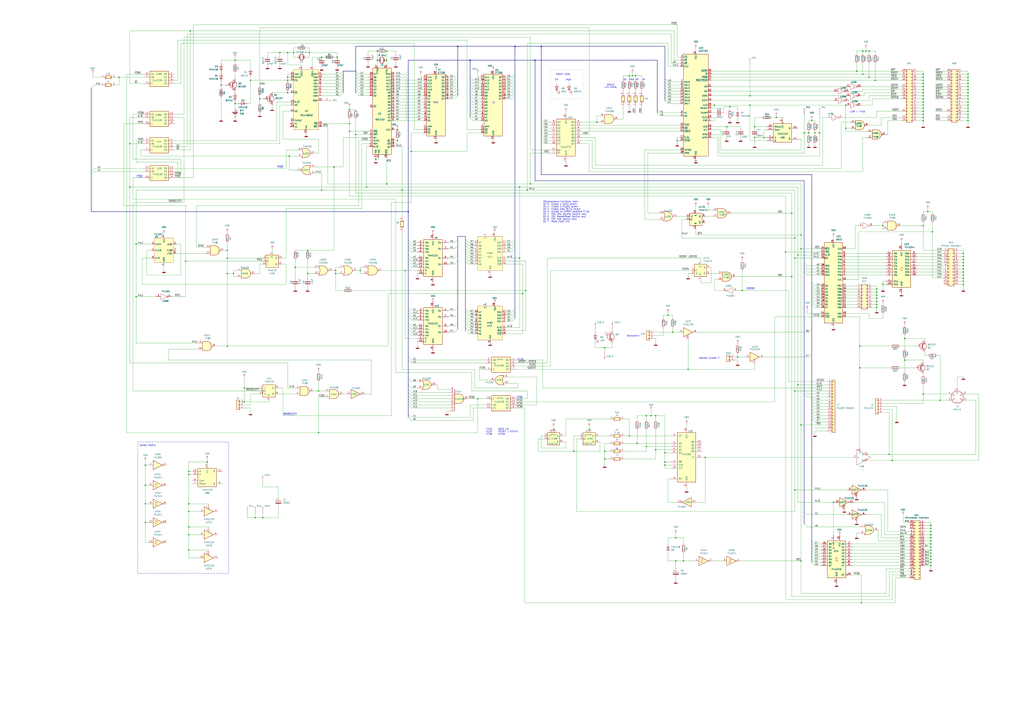
<source format=kicad_sch>
(kicad_sch (version 20231120) (generator "eeschema") (generator_version "8.0")
  (paper "A1")
  (title_block (title "Filestore E01") (date "2024-12-28") (rev "0.1") (company "Acorn"))
  (lib_symbols
    (symbol "27256_1"
      (property "Reference" "U4" (at 2.1941 30.48 0))
      (property "Value" "27256" (at 2.1941 27.94 0))
      (symbol "27256_1_1_1"
        (pin input line (at -10.16 -17.78 0) (length 2.54) (name "VPP") (number "1"))
        (pin input line (at -10.16 -12.7 0) (length 2.54) (name "A0") (number "10"))
        (pin tri_state line (at 10.16 22.86 180) (length 2.54) (name "D0") (number "11"))
        (pin tri_state line (at 10.16 20.32 180) (length 2.54) (name "D1") (number "12"))
        (pin tri_state line (at 10.16 17.78 180) (length 2.54) (name "D2") (number "13"))
        (pin power_in line (at 0 -27.94 90) (length 2.54) (name "GND") (number "14"))
        (pin tri_state line (at 10.16 15.24 180) (length 2.54) (name "D3") (number "15"))
        (pin tri_state line (at 10.16 12.7 180) (length 2.54) (name "D4") (number "16"))
        (pin tri_state line (at 10.16 10.16 180) (length 2.54) (name "D5") (number "17"))
        (pin tri_state line (at 10.16 7.62 180) (length 2.54) (name "D6") (number "18"))
        (pin tri_state line (at 10.16 5.08 180) (length 2.54) (name "D7") (number "19"))
        (pin input line (at -10.16 17.78 0) (length 2.54) (name "A12") (number "2"))
        (pin input line (at -10.16 -22.86 0) (length 2.54) (name "~{CE}") (number "20"))
        (pin input line (at -10.16 12.7 0) (length 2.54) (name "A10") (number "21"))
        (pin input line (at -10.16 -20.32 0) (length 2.54) (name "~{OE}") (number "22"))
        (pin input line (at -10.16 15.24 0) (length 2.54) (name "A11") (number "23"))
        (pin input line (at -10.16 10.16 0) (length 2.54) (name "A9") (number "24"))
        (pin input line (at -10.16 7.62 0) (length 2.54) (name "A8") (number "25"))
        (pin input line (at -10.16 20.32 0) (length 2.54) (name "A13") (number "26"))
        (pin input line (at -10.16 22.86 0) (length 2.54) (name "A14") (number "27"))
        (pin power_in line (at 0 27.94 270) (length 2.54) (name "VCC") (number "28"))
        (pin input line (at -10.16 5.08 0) (length 2.54) (name "A7") (number "3"))
        (pin input line (at -10.16 2.54 0) (length 2.54) (name "A6") (number "4"))
        (pin input line (at -10.16 0 0) (length 2.54) (name "A5") (number "5"))
        (pin input line (at -10.16 -2.54 0) (length 2.54) (name "A4") (number "6"))
        (pin input line (at -10.16 -5.08 0) (length 2.54) (name "A3") (number "7"))
        (pin input line (at -10.16 -7.62 0) (length 2.54) (name "A2") (number "8"))
        (pin input line (at -10.16 -10.16 0) (length 2.54) (name "A1") (number "9"))
      )
    )
    (symbol "4464_1"
      (property "Reference" "U25" (at 2.1941 -16.51 0))
      (property "Value" "4464" (at 2.1941 -17.78 0))
      (symbol "4464_1_1_1"
        (pin input line (at -3.81 16.51 270) (length 2.54) (name "~{E}") (number "1"))
        (pin input line (at -12.7 8.89 0) (length 2.54) (name "A7") (number "10"))
        (pin input line (at -12.7 -1.27 0) (length 2.54) (name "A3") (number "11"))
        (pin input line (at -12.7 -3.81 0) (length 2.54) (name "A2") (number "12"))
        (pin input line (at -12.7 -6.35 0) (length 2.54) (name "A1") (number "13"))
        (pin input line (at -12.7 -8.89 0) (length 2.54) (name "A0") (number "14"))
        (pin bidirectional line (at 12.7 6.35 180) (length 2.54) (name "DO3") (number "15"))
        (pin input line (at 12.7 -8.89 180) (length 2.54) (name "~{CAS}") (number "16"))
        (pin bidirectional line (at 12.7 8.89 180) (length 2.54) (name "DO4") (number "17"))
        (pin power_in line (at 3.81 16.51 270) (length 2.54) (name "Vdd") (number "18"))
        (pin bidirectional line (at 12.7 1.27 180) (length 2.54) (name "DO1") (number "2"))
        (pin bidirectional line (at 12.7 3.81 180) (length 2.54) (name "DO2") (number "3"))
        (pin input line (at 12.7 -3.81 180) (length 2.54) (name "R/~{W}") (number "4"))
        (pin input line (at 12.7 -6.35 180) (length 2.54) (name "~{RAS}") (number "5"))
        (pin input line (at -12.7 6.35 0) (length 2.54) (name "A6") (number "6"))
        (pin input line (at -12.7 3.81 0) (length 2.54) (name "A5") (number "7"))
        (pin input line (at -12.7 1.27 0) (length 2.54) (name "A4") (number "8"))
        (pin power_out line (at 0 -16.51 90) (length 2.54) (name "Vdd") (number "9"))
      )
    )
    (symbol "7400Extra:146818"
      (property "Reference" "U2" (at 0.254 -9.906 0))
      (property "Value" "MC146818" (at 0.254 -13.462 0))
      (symbol "146818_1_1"
        (pin no_connect line (at -12.7 -20.32 0) (length 2.54) (name "nc") (number "1"))
        (pin bidirectional line (at 12.7 17.78 180) (length 2.54) (name "AD6") (number "10"))
        (pin bidirectional line (at 12.7 20.32 180) (length 2.54) (name "AD7") (number "11"))
        (pin power_out line (at 0 -27.94 90) (length 2.54) (name "Vss") (number "12"))
        (pin input line (at -12.7 5.08 0) (length 2.54) (name "~{CE}") (number "13"))
        (pin input line (at -12.7 -10.16 0) (length 2.54) (name "AS") (number "14"))
        (pin input line (at -12.7 -2.54 0) (length 2.54) (name "R/~{W}") (number "15"))
        (pin no_connect line (at -12.7 -22.86 0) (length 2.54) (name "nc") (number "16"))
        (pin power_out line (at -12.7 -5.08 0) (length 2.54) (name "DS") (number "17"))
        (pin input line (at 12.7 -22.86 180) (length 2.54) (name "~{RST}") (number "18"))
        (pin open_collector line (at 12.7 -20.32 180) (length 2.54) (name "~{IRQ}") (number "19"))
        (pin input line (at 5.08 26.67 270) (length 2.54) (name "OSC1") (number "2"))
        (pin input line (at -12.7 17.78 0) (length 2.54) (name "CKFS") (number "20"))
        (pin output line (at -12.7 -17.78 0) (length 2.54) (name "CKOUT") (number "21"))
        (pin input line (at -12.7 15.24 0) (length 2.54) (name "PS") (number "22"))
        (pin output line (at 12.7 -1.27 180) (length 2.54) (name "SQW") (number "23"))
        (pin power_in line (at -12.7 20.32 0) (length 2.54) (name "Vdd") (number "24"))
        (pin output line (at -3.81 26.67 270) (length 2.54) (name "OSC2") (number "3"))
        (pin bidirectional line (at 12.7 2.54 180) (length 2.54) (name "AD0") (number "4"))
        (pin bidirectional line (at 12.7 5.08 180) (length 2.54) (name "AD1") (number "5"))
        (pin bidirectional line (at 12.7 7.62 180) (length 2.54) (name "AD2") (number "6"))
        (pin bidirectional line (at 12.7 10.16 180) (length 2.54) (name "AD3") (number "7"))
        (pin bidirectional line (at 12.7 12.7 180) (length 2.54) (name "AD4") (number "8"))
        (pin bidirectional line (at 12.7 15.24 180) (length 2.54) (name "AD5") (number "9"))
      )
    )
    (symbol "7400Extra:26LS30"
      (property "Reference" "U" (at -1.27 0 0))
      (symbol "26LS30_1_1"
        (pin output inverted (at 3.81 -2.54 180) (length 2.54) (name "~{Q}") (number "14"))
        (pin output line (at 3.81 2.54 180) (length 2.54) (name "Q") (number "15"))
        (pin output line (at -7.62 0 0) (length 2.54) (name "A") (number "2"))
        (pin input inverted (at -2.54 7.62 270) (length 2.54) (name "E") (number "3"))
      )
    )
    (symbol "7400Extra:65C102"
      (property "Reference" "U6" (at 6.0041 40.64 0))
      (property "Value" "65C102" (at 6.0041 38.1 0))
      (symbol "65C102_1_1"
        (pin power_in line (at -5.08 -38.1 90) (length 2.54) (name "VSS") (number "1"))
        (pin output line (at 10.16 -5.08 180) (length 2.54) (name "A1") (number "10"))
        (pin output line (at 10.16 -2.54 180) (length 2.54) (name "A2") (number "11"))
        (pin output line (at 10.16 0 180) (length 2.54) (name "A3") (number "12"))
        (pin output line (at 10.16 2.54 180) (length 2.54) (name "A4") (number "13"))
        (pin output line (at 10.16 5.08 180) (length 2.54) (name "A5") (number "14"))
        (pin output line (at 10.16 7.62 180) (length 2.54) (name "A6") (number "15"))
        (pin output line (at 10.16 10.16 180) (length 2.54) (name "A7") (number "16"))
        (pin output line (at 10.16 12.7 180) (length 2.54) (name "A8") (number "17"))
        (pin output line (at 10.16 15.24 180) (length 2.54) (name "A9") (number "18"))
        (pin output line (at 10.16 17.78 180) (length 2.54) (name "A10") (number "19"))
        (pin input line (at -10.16 -26.67 0) (length 2.54) (name "RDY") (number "2"))
        (pin output line (at 10.16 20.32 180) (length 2.54) (name "A11") (number "20"))
        (pin power_in line (at -2.54 -38.1 90) (length 2.54) (name "VSS") (number "21"))
        (pin output line (at 10.16 22.86 180) (length 2.54) (name "A12") (number "22"))
        (pin output line (at 10.16 25.4 180) (length 2.54) (name "A13") (number "23"))
        (pin output line (at 10.16 27.94 180) (length 2.54) (name "A14") (number "24"))
        (pin output line (at 10.16 30.48 180) (length 2.54) (name "A15") (number "25"))
        (pin bidirectional line (at -10.16 30.48 0) (length 2.54) (name "D7") (number "26"))
        (pin bidirectional line (at -10.16 27.94 0) (length 2.54) (name "D6") (number "27"))
        (pin bidirectional line (at -10.16 25.4 0) (length 2.54) (name "D5") (number "28"))
        (pin bidirectional line (at -10.16 22.86 0) (length 2.54) (name "D4") (number "29"))
        (pin output line (at -10.16 -21.59 0) (length 2.54) (name "ϕ4") (number "3"))
        (pin bidirectional line (at -10.16 20.32 0) (length 2.54) (name "D3") (number "30"))
        (pin bidirectional line (at -10.16 17.78 0) (length 2.54) (name "D2") (number "31"))
        (pin bidirectional line (at -10.16 15.24 0) (length 2.54) (name "D1") (number "32"))
        (pin bidirectional line (at -10.16 12.7 0) (length 2.54) (name "D0") (number "33"))
        (pin output line (at -10.16 -29.21 0) (length 2.54) (name "R/~{W}") (number "34"))
        (pin output line (at 3.81 38.1 270) (length 2.54) (name "XTAL") (number "35"))
        (pin input line (at 10.16 -24.13 180) (length 2.54) (name "BE") (number "36"))
        (pin input clock (at -3.81 38.1 270) (length 2.54) (name "XTAL") (number "37"))
        (pin input line (at 10.16 -26.67 180) (length 2.54) (name "~{SO}") (number "38"))
        (pin output line (at 10.16 -29.21 180) (length 2.54) (name "ϕ2") (number "39"))
        (pin input line (at -10.16 -16.51 0) (length 2.54) (name "~{IRQ}") (number "4"))
        (pin input inverted (at 3.81 -38.1 90) (length 2.54) (name "~{RES}") (number "40"))
        (pin output inverted (at -10.16 3.81 0) (length 2.54) (name "~{ML}") (number "5"))
        (pin input line (at -10.16 -19.05 0) (length 2.54) (name "~{NMI}") (number "6"))
        (pin output line (at -10.16 -24.13 0) (length 2.54) (name "SYNC") (number "7"))
        (pin power_in line (at 10.16 -15.24 180) (length 2.54) (name "VCC") (number "8"))
        (pin output line (at 10.16 -7.62 180) (length 2.54) (name "A0") (number "9"))
      )
    )
    (symbol "7400Extra:7438" (pin_names (offset 1.016))
      (property "Reference" "U" (at 0 1.27 0))
      (property "Value" "7438" (at 0 -1.27 0))
      (symbol "7438_1_1"
        (pin input line (at -7.62 2.54 0) (length 3.81) (name "~") (number "1"))
        (pin input line (at -7.62 -2.54 0) (length 3.81) (name "~") (number "2"))
        (pin output inverted (at 7.62 0 180) (length 3.81) (name "~") (number "3"))
      )
      (symbol "7438_1_2"
        (pin input inverted (at -7.62 2.54 0) (length 4.318) (name "~") (number "1"))
        (pin input inverted (at -7.62 -2.54 0) (length 4.318) (name "~") (number "2"))
        (pin output line (at 7.62 0 180) (length 3.81) (name "~") (number "3"))
      )
      (symbol "7438_2_1"
        (pin input line (at -7.62 2.54 0) (length 3.81) (name "~") (number "4"))
        (pin input line (at -7.62 -2.54 0) (length 3.81) (name "~") (number "5"))
        (pin output inverted (at 7.62 0 180) (length 3.81) (name "~") (number "6"))
      )
      (symbol "7438_2_2"
        (pin input inverted (at -7.62 2.54 0) (length 4.318) (name "~") (number "4"))
        (pin input inverted (at -7.62 -2.54 0) (length 4.318) (name "~") (number "5"))
        (pin output line (at 7.62 0 180) (length 3.81) (name "~") (number "6"))
      )
      (symbol "7438_3_1"
        (pin input line (at -7.62 -2.54 0) (length 3.81) (name "~") (number "10"))
        (pin output inverted (at 7.62 0 180) (length 3.81) (name "~") (number "8"))
        (pin input line (at -7.62 2.54 0) (length 3.81) (name "~") (number "9"))
      )
      (symbol "7438_3_2"
        (pin input inverted (at -7.62 -2.54 0) (length 4.318) (name "~") (number "10"))
        (pin output line (at 7.62 0 180) (length 3.81) (name "~") (number "8"))
        (pin input inverted (at -7.62 2.54 0) (length 4.318) (name "~") (number "9"))
      )
      (symbol "7438_4_1"
        (pin output inverted (at 7.62 0 180) (length 3.81) (name "~") (number "11"))
        (pin input line (at -7.62 2.54 0) (length 3.81) (name "~") (number "12"))
        (pin input line (at -7.62 -2.54 0) (length 3.81) (name "~") (number "13"))
      )
      (symbol "7438_4_2"
        (pin output line (at 7.62 0 180) (length 3.81) (name "~") (number "11"))
        (pin input inverted (at -7.62 2.54 0) (length 4.318) (name "~") (number "12"))
        (pin input inverted (at -7.62 -2.54 0) (length 4.318) (name "~") (number "13"))
      )
      (symbol "7438_5_0"
        (pin power_in line (at 0 12.7 270) (length 5.08) (name "VCC") (number "14"))
        (pin power_in line (at 0 -12.7 90) (length 5.08) (name "GND") (number "7"))
      )
    )
    (symbol "7400Extra:74HC125" (pin_names (offset 1.016))
      (property "Reference" "U" (at 0 1.27 0))
      (property "Value" "74HC125" (at 0 -1.27 0))
      (symbol "74HC125_1_0"
        (pin input inverted (at 0 -6.35 90) (length 4.445) (name "~") (number "1"))
        (pin input line (at -7.62 0 0) (length 3.81) (name "~") (number "2"))
        (pin tri_state line (at 7.62 0 180) (length 3.81) (name "~") (number "3"))
      )
      (symbol "74HC125_2_0"
        (pin input inverted (at 0 -6.35 90) (length 4.445) (name "~") (number "4"))
        (pin input line (at -7.62 0 0) (length 3.81) (name "~") (number "5"))
        (pin tri_state line (at 7.62 0 180) (length 3.81) (name "~") (number "6"))
      )
      (symbol "74HC125_3_0"
        (pin input inverted (at 0 -6.35 90) (length 4.445) (name "~") (number "10"))
        (pin tri_state line (at 7.62 0 180) (length 3.81) (name "~") (number "8"))
        (pin input line (at -7.62 0 0) (length 3.81) (name "~") (number "9"))
      )
      (symbol "74HC125_4_0"
        (pin tri_state line (at 7.62 0 180) (length 3.81) (name "~") (number "11"))
        (pin input line (at -7.62 0 0) (length 3.81) (name "~") (number "12"))
        (pin input inverted (at 0 -6.35 90) (length 4.445) (name "~") (number "13"))
      )
      (symbol "74HC125_5_0"
        (pin power_in line (at 0 12.7 270) (length 5.08) (name "VCC") (number "14"))
        (pin power_in line (at 0 -12.7 90) (length 5.08) (name "GND") (number "7"))
      )
    )
    (symbol "7400Extra:74HC157" (pin_names (offset 1.016))
      (property "Reference" "U22" (at 2.1941 22.86 0))
      (property "Value" "74HC157" (at 2.1941 20.32 0))
      (symbol "74HC157_1_0"
        (pin input line (at -12.7 -10.16 0) (length 5.08) (name "S") (number "1"))
        (pin input line (at -12.7 -2.54 0) (length 5.08) (name "I1c") (number "10"))
        (pin input line (at -12.7 0 0) (length 5.08) (name "I0c") (number "11"))
        (pin output line (at 12.7 -5.08 180) (length 5.08) (name "Zd") (number "12"))
        (pin input line (at -12.7 -7.62 0) (length 5.08) (name "I1d") (number "13"))
        (pin input line (at -12.7 -5.08 0) (length 5.08) (name "I0d") (number "14"))
        (pin input inverted (at -12.7 -12.7 0) (length 5.08) (name "E") (number "15"))
        (pin power_in line (at 0 20.32 270) (length 5.08) (name "VCC") (number "16"))
        (pin input line (at -12.7 12.7 0) (length 5.08) (name "I0a") (number "2"))
        (pin input line (at -12.7 10.16 0) (length 5.08) (name "I1a") (number "3"))
        (pin output line (at 12.7 12.7 180) (length 5.08) (name "Za") (number "4"))
        (pin input line (at -12.7 7.62 0) (length 5.08) (name "I0b") (number "5"))
        (pin input line (at -12.7 5.08 0) (length 5.08) (name "I1b") (number "6"))
        (pin output line (at 12.7 7.62 180) (length 5.08) (name "Zb") (number "7"))
        (pin power_in line (at 0 -20.32 90) (length 5.08) (name "GND") (number "8"))
        (pin output line (at 12.7 0 180) (length 5.08) (name "Zc") (number "9"))
      )
    )
    (symbol "7400Extra:74HC30" (pin_names (offset 1.016))
      (property "Reference" "U24" (at -0.762 5.842 0))
      (property "Value" "74HC30" (at 0 -0.254 0))
      (symbol "74HC30_1_1"
        (pin input line (at -7.62 -10.16 0) (length 3.81) (name "~") (number "1"))
        (pin input line (at -7.62 -2.54 0) (length 3.81) (name "~") (number "11"))
        (pin input line (at -7.62 -5.08 0) (length 3.81) (name "~") (number "12"))
        (pin input line (at -7.62 -7.62 0) (length 3.81) (name "~") (number "2"))
        (pin input line (at -7.62 0 0) (length 3.81) (name "~") (number "3"))
        (pin input line (at -7.62 2.54 0) (length 3.81) (name "~") (number "4"))
        (pin input line (at -7.62 5.08 0) (length 3.81) (name "~") (number "5"))
        (pin input line (at -7.62 7.62 0) (length 3.81) (name "~") (number "6"))
        (pin output inverted (at 7.62 0 180) (length 3.81) (name "~") (number "8"))
      )
      (symbol "74HC30_1_2"
        (pin input inverted (at -7.62 7.62 0) (length 3.81) (name "~") (number "1"))
        (pin input inverted (at -7.62 -7.62 0) (length 3.81) (name "~") (number "11"))
        (pin input inverted (at -7.62 -10.16 0) (length 3.81) (name "~") (number "12"))
        (pin input inverted (at -7.62 5.08 0) (length 3.81) (name "~") (number "2"))
        (pin input inverted (at -7.62 2.54 0) (length 4.5466) (name "~") (number "3"))
        (pin input inverted (at -7.62 0 0) (length 5.08) (name "~") (number "4"))
        (pin input inverted (at -7.62 -2.54 0) (length 4.5466) (name "~") (number "5"))
        (pin input inverted (at -7.62 -5.08 0) (length 3.81) (name "~") (number "6"))
        (pin output line (at 7.62 0 180) (length 3.81) (name "~") (number "8"))
      )
      (symbol "74HC30_2_0"
        (pin power_in line (at 0 12.7 270) (length 5.08) (name "VCC") (number "14"))
        (pin power_in line (at 0 -12.7 90) (length 5.08) (name "GND") (number "7"))
      )
    )
    (symbol "7400Extra:74HC73" (pin_names (offset 1.016))
      (property "Reference" "U" (at -7.62 8.89 0))
      (property "Value" "74HC73" (at -7.62 -8.89 0))
      (symbol "74HC73_1_0"
        (pin input line (at -7.62 -2.54 0) (length 2.54) (name "K") (number "10"))
        (pin input clock (at -7.62 0 0) (length 2.54) (name "C") (number "5"))
        (pin input line (at 0 -7.62 90) (length 2.54) (name "~{R}") (number "6"))
        (pin input line (at -7.62 2.54 0) (length 2.54) (name "J") (number "7"))
        (pin output line (at 7.62 -2.54 180) (length 2.54) (name "~{Q}") (number "8"))
        (pin output line (at 7.62 2.54 180) (length 2.54) (name "Q") (number "9"))
      )
      (symbol "74HC73_2_0"
        (pin input clock (at -7.62 0 0) (length 2.54) (name "C") (number "1"))
        (pin output line (at 7.62 2.54 180) (length 2.54) (name "Q") (number "12"))
        (pin output line (at 7.62 -2.54 180) (length 2.54) (name "~{Q}") (number "13"))
        (pin input line (at -7.62 2.54 0) (length 2.54) (name "J") (number "14"))
        (pin input line (at 0 -7.62 90) (length 2.54) (name "~{R}") (number "2"))
        (pin input line (at -7.62 -2.54 0) (length 2.54) (name "K") (number "3"))
      )
      (symbol "74HC73_3_0"
        (pin power_in line (at 0 -10.16 90) (length 2.54) (name "GND") (number "11"))
        (pin power_in line (at 0 10.16 270) (length 2.54) (name "VCC") (number "4"))
      )
    )
    (symbol "7400Extra:74LS57"
      (property "Reference" "U" (at 0 -0.254 0))
      (property "Value" "74LS57" (at 0 -2.54 0))
      (symbol "74LS57_1_1"
        (text ":2" (at 3.302 -2.54 0) (effects (font (size 1.27 1.27))))
        (text ":5" (at 3.302 0 0) (effects (font (size 1.27 1.27))))
        (text ":6" (at 3.556 4.826 0) (effects (font (size 1.27 1.27))))
        (pin input line (at -10.16 0 0) (length 2.54) (name "CLKB") (number "1"))
        (pin power_in line (at 0 12.7 270) (length 2.54) (name "Vcc") (number "2"))
        (pin output line (at 10.16 5.08 180) (length 2.54) (name "QA") (number "3"))
        (pin power_out line (at 0 -12.7 90) (length 2.54) (name "GND") (number "4"))
        (pin input line (at -10.16 5.08 0) (length 2.54) (name "CLKA") (number "5"))
        (pin input line (at -10.16 -6.35 0) (length 2.54) (name "CLR") (number "6"))
        (pin output line (at 10.16 0 180) (length 2.54) (name "QB") (number "7"))
        (pin output line (at 10.16 -2.54 180) (length 2.54) (name "QC") (number "8"))
      )
    )
    (symbol "7400Extra:WD2793_Eco"
      (property "Reference" "U" (at -8.89 44.45 0))
      (property "Value" "WD2793_Eco" (at 6.35 44.45 0))
      (symbol "WD2793_Eco_1_1"
        (pin input line (at 12.7 -11.43 180) (length 2.54) (name "ENP") (number "1"))
        (pin tri_state line (at -12.7 12.7 0) (length 2.54) (name "DAL3") (number "10"))
        (pin tri_state line (at -12.7 10.16 0) (length 2.54) (name "DAL4") (number "11"))
        (pin tri_state line (at -12.7 7.62 0) (length 2.54) (name "DAL5") (number "12"))
        (pin tri_state line (at -12.7 5.08 0) (length 2.54) (name "DAL6") (number "13"))
        (pin tri_state line (at -12.7 2.54 0) (length 2.54) (name "DAL7") (number "14"))
        (pin output line (at 12.7 5.08 180) (length 2.54) (name "STEP") (number "15"))
        (pin output line (at 12.7 8.89 180) (length 2.54) (name "DIRC") (number "16"))
        (pin input line (at -12.7 -25.4 0) (length 2.54) (name "~{5}/8") (number "17"))
        (pin input line (at 12.7 -22.86 180) (length 2.54) (name "RPW") (number "18"))
        (pin input line (at -12.7 -17.78 0) (length 2.54) (name "~{MR}") (number "19"))
        (pin input line (at -12.7 35.56 0) (length 2.54) (name "~{WE}") (number "2"))
        (pin power_in line (at 0 -43.18 90) (length 2.54) (name "VSS") (number "20"))
        (pin power_in line (at 0 45.72 270) (length 2.54) (name "VCC") (number "21"))
        (pin input line (at -12.7 -15.24 0) (length 2.54) (name "~{TEST}") (number "22"))
        (pin output line (at 12.7 -5.08 180) (length 2.54) (name "PUMP") (number "23"))
        (pin input line (at -12.7 33.02 0) (length 2.54) (name "CLK") (number "24"))
        (pin input line (at -12.7 -27.94 0) (length 2.54) (name "~{ENMF}") (number "25"))
        (pin input line (at 12.7 -16.51 180) (length 2.54) (name "VCO") (number "26"))
        (pin input line (at 12.7 21.59 180) (length 2.54) (name "~{RAW_READ}") (number "27"))
        (pin output line (at 12.7 1.27 180) (length 2.54) (name "HLD") (number "28"))
        (pin output line (at 12.7 -8.89 180) (length 2.54) (name "TG43") (number "29"))
        (pin input line (at -12.7 40.64 0) (length 2.54) (name "~{CS}") (number "3"))
        (pin output line (at 12.7 12.7 180) (length 2.54) (name "WG") (number "30"))
        (pin output line (at 12.7 16.51 180) (length 2.54) (name "WD") (number "31"))
        (pin input line (at 12.7 -1.27 180) (length 2.54) (name "READY") (number "32"))
        (pin input line (at 12.7 -25.4 180) (length 2.54) (name "WPW") (number "33"))
        (pin input line (at 12.7 24.13 180) (length 2.54) (name "~{TR00}") (number "34"))
        (pin input line (at 12.7 26.67 180) (length 2.54) (name "~{IP}") (number "35"))
        (pin input line (at 12.7 29.21 180) (length 2.54) (name "~{WPRT}") (number "36"))
        (pin input line (at -12.7 -20.32 0) (length 2.54) (name "~{DDEN}") (number "37"))
        (pin output line (at -12.7 -38.1 0) (length 2.54) (name "DRQ") (number "38"))
        (pin output line (at -12.7 -35.56 0) (length 2.54) (name "INTRQ") (number "39"))
        (pin input line (at -12.7 38.1 0) (length 2.54) (name "~{RE}") (number "4"))
        (pin input line (at 12.7 -19.05 180) (length 2.54) (name "HLT") (number "40"))
        (pin input line (at -12.7 -7.62 0) (length 2.54) (name "A0") (number "5"))
        (pin input line (at -12.7 -5.08 0) (length 2.54) (name "A1") (number "6"))
        (pin tri_state line (at -12.7 20.32 0) (length 2.54) (name "DAL0") (number "7"))
        (pin tri_state line (at -12.7 17.78 0) (length 2.54) (name "DAL1") (number "8"))
        (pin tri_state line (at -12.7 15.24 0) (length 2.54) (name "DAL2") (number "9"))
      )
    )
    (symbol "7416_1"
      (property "Reference" "U4" (at 0 8.89 0))
      (property "Value" "7416" (at 0 6.35 0))
      (symbol "7416_1_1_0"
        (pin input line (at -7.62 0 0) (length 3.81) (name "~") (number "1"))
        (pin output inverted (at 5.08 0 180) (length 3.81) (name "~") (number "2"))
      )
      (symbol "7416_1_2_0"
        (pin input line (at -7.62 0 0) (length 3.81) (name "~") (number "3"))
        (pin output inverted (at 5.08 0 180) (length 3.81) (name "~") (number "4"))
      )
      (symbol "7416_1_3_0"
        (pin input line (at -7.62 0 0) (length 3.81) (name "~") (number "5"))
        (pin output inverted (at 5.08 0 180) (length 3.81) (name "~") (number "6"))
      )
      (symbol "7416_1_4_0"
        (pin output inverted (at 5.08 0 180) (length 3.81) (name "~") (number "8"))
        (pin input line (at -7.62 0 0) (length 3.81) (name "~") (number "9"))
      )
      (symbol "7416_1_5_0"
        (pin output inverted (at 5.08 0 180) (length 3.81) (name "~") (number "10"))
        (pin input line (at -7.62 0 0) (length 3.81) (name "~") (number "11"))
      )
      (symbol "7416_1_6_0"
        (pin output inverted (at 5.08 0 180) (length 3.81) (name "~") (number "12"))
        (pin input line (at -7.62 0 0) (length 3.81) (name "~") (number "13"))
      )
      (symbol "7416_1_7_0"
        (pin power_in line (at 0 12.7 270) (length 5.08) (name "VCC") (number "14"))
        (pin power_in line (at 0 -12.7 90) (length 5.08) (name "GND") (number "7"))
      )
    )
    (symbol "7416_2"
      (property "Reference" "U4" (at 0 8.89 0))
      (property "Value" "7416" (at 0 6.35 0))
      (symbol "7416_2_1_0"
        (pin input line (at -7.62 0 0) (length 3.81) (name "~") (number "1"))
        (pin output inverted (at 5.08 0 180) (length 3.81) (name "~") (number "2"))
      )
      (symbol "7416_2_2_0"
        (pin input line (at -7.62 0 0) (length 3.81) (name "~") (number "3"))
        (pin output inverted (at 5.08 0 180) (length 3.81) (name "~") (number "4"))
      )
      (symbol "7416_2_3_0"
        (pin input line (at -7.62 0 0) (length 3.81) (name "~") (number "5"))
        (pin output inverted (at 5.08 0 180) (length 3.81) (name "~") (number "6"))
      )
      (symbol "7416_2_4_0"
        (pin output inverted (at 5.08 0 180) (length 3.81) (name "~") (number "8"))
        (pin input line (at -7.62 0 0) (length 3.81) (name "~") (number "9"))
      )
      (symbol "7416_2_5_0"
        (pin output inverted (at 5.08 0 180) (length 3.81) (name "~") (number "10"))
        (pin input line (at -7.62 0 0) (length 3.81) (name "~") (number "11"))
      )
      (symbol "7416_2_6_0"
        (pin output inverted (at 5.08 0 180) (length 3.81) (name "~") (number "12"))
        (pin input line (at -7.62 0 0) (length 3.81) (name "~") (number "13"))
      )
      (symbol "7416_2_7_0"
        (pin power_in line (at 0 12.7 270) (length 5.08) (name "VCC") (number "14"))
        (pin power_in line (at 0 -12.7 90) (length 5.08) (name "GND") (number "7"))
      )
    )
    (symbol "7416_3"
      (property "Reference" "U4" (at 0 8.89 0))
      (property "Value" "7416" (at 0 6.35 0))
      (symbol "7416_3_1_0"
        (pin input line (at -7.62 0 0) (length 3.81) (name "~") (number "1"))
        (pin output inverted (at 5.08 0 180) (length 3.81) (name "~") (number "2"))
      )
      (symbol "7416_3_2_0"
        (pin input line (at -7.62 0 0) (length 3.81) (name "~") (number "3"))
        (pin output inverted (at 5.08 0 180) (length 3.81) (name "~") (number "4"))
      )
      (symbol "7416_3_3_0"
        (pin input line (at -7.62 0 0) (length 3.81) (name "~") (number "5"))
        (pin output inverted (at 5.08 0 180) (length 3.81) (name "~") (number "6"))
      )
      (symbol "7416_3_4_0"
        (pin output inverted (at 5.08 0 180) (length 3.81) (name "~") (number "8"))
        (pin input line (at -7.62 0 0) (length 3.81) (name "~") (number "9"))
      )
      (symbol "7416_3_5_0"
        (pin output inverted (at 5.08 0 180) (length 3.81) (name "~") (number "10"))
        (pin input line (at -7.62 0 0) (length 3.81) (name "~") (number "11"))
      )
      (symbol "7416_3_6_0"
        (pin output inverted (at 5.08 0 180) (length 3.81) (name "~") (number "12"))
        (pin input line (at -7.62 0 0) (length 3.81) (name "~") (number "13"))
      )
      (symbol "7416_3_7_0"
        (pin power_in line (at 0 12.7 270) (length 5.08) (name "VCC") (number "14"))
        (pin power_in line (at 0 -12.7 90) (length 5.08) (name "GND") (number "7"))
      )
    )
    (symbol "7416_4"
      (property "Reference" "U4" (at 0 8.89 0))
      (property "Value" "7416" (at 0 6.35 0))
      (symbol "7416_4_1_0"
        (pin input line (at -7.62 0 0) (length 3.81) (name "~") (number "1"))
        (pin output inverted (at 5.08 0 180) (length 3.81) (name "~") (number "2"))
      )
      (symbol "7416_4_2_0"
        (pin input line (at -7.62 0 0) (length 3.81) (name "~") (number "3"))
        (pin output inverted (at 5.08 0 180) (length 3.81) (name "~") (number "4"))
      )
      (symbol "7416_4_3_0"
        (pin input line (at -7.62 0 0) (length 3.81) (name "~") (number "5"))
        (pin output inverted (at 5.08 0 180) (length 3.81) (name "~") (number "6"))
      )
      (symbol "7416_4_4_0"
        (pin output inverted (at 5.08 0 180) (length 3.81) (name "~") (number "8"))
        (pin input line (at -7.62 0 0) (length 3.81) (name "~") (number "9"))
      )
      (symbol "7416_4_5_0"
        (pin output inverted (at 5.08 0 180) (length 3.81) (name "~") (number "10"))
        (pin input line (at -7.62 0 0) (length 3.81) (name "~") (number "11"))
      )
      (symbol "7416_4_6_0"
        (pin output inverted (at 5.08 0 180) (length 3.81) (name "~") (number "12"))
        (pin input line (at -7.62 0 0) (length 3.81) (name "~") (number "13"))
      )
      (symbol "7416_4_7_0"
        (pin power_in line (at 0 12.7 270) (length 5.08) (name "VCC") (number "14"))
        (pin power_in line (at 0 -12.7 90) (length 5.08) (name "GND") (number "7"))
      )
    )
    (symbol "7416_5"
      (property "Reference" "U4" (at 0 8.89 0))
      (property "Value" "7416" (at 0 6.35 0))
      (symbol "7416_5_1_0"
        (pin input line (at -7.62 0 0) (length 3.81) (name "~") (number "1"))
        (pin output inverted (at 5.08 0 180) (length 3.81) (name "~") (number "2"))
      )
      (symbol "7416_5_2_0"
        (pin input line (at -7.62 0 0) (length 3.81) (name "~") (number "3"))
        (pin output inverted (at 5.08 0 180) (length 3.81) (name "~") (number "4"))
      )
      (symbol "7416_5_3_0"
        (pin input line (at -7.62 0 0) (length 3.81) (name "~") (number "5"))
        (pin output inverted (at 5.08 0 180) (length 3.81) (name "~") (number "6"))
      )
      (symbol "7416_5_4_0"
        (pin output inverted (at 5.08 0 180) (length 3.81) (name "~") (number "8"))
        (pin input line (at -7.62 0 0) (length 3.81) (name "~") (number "9"))
      )
      (symbol "7416_5_5_0"
        (pin output inverted (at 5.08 0 180) (length 3.81) (name "~") (number "10"))
        (pin input line (at -7.62 0 0) (length 3.81) (name "~") (number "11"))
      )
      (symbol "7416_5_6_0"
        (pin output inverted (at 5.08 0 180) (length 3.81) (name "~") (number "12"))
        (pin input line (at -7.62 0 0) (length 3.81) (name "~") (number "13"))
      )
      (symbol "7416_5_7_0"
        (pin power_in line (at 0 12.7 270) (length 5.08) (name "VCC") (number "14"))
        (pin power_in line (at 0 -12.7 90) (length 5.08) (name "GND") (number "7"))
      )
    )
    (symbol "7416_6"
      (property "Reference" "U4" (at 0 8.89 0))
      (property "Value" "7416" (at 0 6.35 0))
      (symbol "7416_6_1_0"
        (pin input line (at -7.62 0 0) (length 3.81) (name "~") (number "1"))
        (pin output inverted (at 5.08 0 180) (length 3.81) (name "~") (number "2"))
      )
      (symbol "7416_6_2_0"
        (pin input line (at -7.62 0 0) (length 3.81) (name "~") (number "3"))
        (pin output inverted (at 5.08 0 180) (length 3.81) (name "~") (number "4"))
      )
      (symbol "7416_6_3_0"
        (pin input line (at -7.62 0 0) (length 3.81) (name "~") (number "5"))
        (pin output inverted (at 5.08 0 180) (length 3.81) (name "~") (number "6"))
      )
      (symbol "7416_6_4_0"
        (pin output inverted (at 5.08 0 180) (length 3.81) (name "~") (number "8"))
        (pin input line (at -7.62 0 0) (length 3.81) (name "~") (number "9"))
      )
      (symbol "7416_6_5_0"
        (pin output inverted (at 5.08 0 180) (length 3.81) (name "~") (number "10"))
        (pin input line (at -7.62 0 0) (length 3.81) (name "~") (number "11"))
      )
      (symbol "7416_6_6_0"
        (pin output inverted (at 5.08 0 180) (length 3.81) (name "~") (number "12"))
        (pin input line (at -7.62 0 0) (length 3.81) (name "~") (number "13"))
      )
      (symbol "7416_6_7_0"
        (pin power_in line (at 0 12.7 270) (length 5.08) (name "VCC") (number "14"))
        (pin power_in line (at 0 -12.7 90) (length 5.08) (name "GND") (number "7"))
      )
    )
    (symbol "7438_2" (pin_names (offset 1.016))
      (property "Reference" "U17" (at -0.0083 8.89 0))
      (property "Value" "7438" (at -0.0083 6.35 0))
      (symbol "7438_2_1_1"
        (pin input line (at -7.62 2.54 0) (length 3.81) (name "~") (number "1"))
        (pin input line (at -7.62 -2.54 0) (length 3.81) (name "~") (number "2"))
        (pin output inverted (at 7.62 0 180) (length 3.81) (name "~") (number "3"))
      )
      (symbol "7438_2_1_2"
        (pin input inverted (at -7.62 2.54 0) (length 4.318) (name "~") (number "1"))
        (pin input inverted (at -7.62 -2.54 0) (length 4.318) (name "~") (number "2"))
        (pin output line (at 7.62 0 180) (length 3.81) (name "~") (number "3"))
      )
      (symbol "7438_2_2_1"
        (pin input line (at -7.62 2.54 0) (length 3.81) (name "~") (number "4"))
        (pin input line (at -7.62 -2.54 0) (length 3.81) (name "~") (number "5"))
        (pin output inverted (at 7.62 0 180) (length 3.81) (name "~") (number "6"))
      )
      (symbol "7438_2_2_2"
        (pin input inverted (at -7.62 2.54 0) (length 4.318) (name "~") (number "4"))
        (pin input inverted (at -7.62 -2.54 0) (length 4.318) (name "~") (number "5"))
        (pin output line (at 7.62 0 180) (length 3.81) (name "~") (number "6"))
      )
      (symbol "7438_2_3_1"
        (pin input line (at -7.62 -2.54 0) (length 3.81) (name "~") (number "10"))
        (pin output inverted (at 7.62 0 180) (length 3.81) (name "~") (number "8"))
        (pin input line (at -7.62 2.54 0) (length 3.81) (name "~") (number "9"))
      )
      (symbol "7438_2_3_2"
        (pin input inverted (at -7.62 -2.54 0) (length 4.318) (name "~") (number "10"))
        (pin output line (at 7.62 0 180) (length 3.81) (name "~") (number "8"))
        (pin input inverted (at -7.62 2.54 0) (length 4.318) (name "~") (number "9"))
      )
      (symbol "7438_2_4_1"
        (pin output inverted (at 7.62 0 180) (length 3.81) (name "~") (number "11"))
        (pin input line (at -7.62 2.54 0) (length 3.81) (name "~") (number "12"))
        (pin input line (at -7.62 -2.54 0) (length 3.81) (name "~") (number "13"))
      )
      (symbol "7438_2_4_2"
        (pin output line (at 7.62 0 180) (length 3.81) (name "~") (number "11"))
        (pin input inverted (at -7.62 2.54 0) (length 4.318) (name "~") (number "12"))
        (pin input inverted (at -7.62 -2.54 0) (length 4.318) (name "~") (number "13"))
      )
      (symbol "7438_2_5_0"
        (pin power_in line (at 0 12.7 270) (length 5.08) (name "VCC") (number "14"))
        (pin power_in line (at 0 -12.7 90) (length 5.08) (name "GND") (number "7"))
      )
    )
    (symbol "7438_3" (pin_names (offset 1.016))
      (property "Reference" "U20" (at -0.0083 8.89 0))
      (property "Value" "7438" (at -0.0083 6.35 0))
      (symbol "7438_3_1_1"
        (pin input line (at -7.62 2.54 0) (length 3.81) (name "~") (number "1"))
        (pin input line (at -7.62 -2.54 0) (length 3.81) (name "~") (number "2"))
        (pin output inverted (at 7.62 0 180) (length 3.81) (name "~") (number "3"))
      )
      (symbol "7438_3_1_2"
        (pin input inverted (at -7.62 2.54 0) (length 4.318) (name "~") (number "1"))
        (pin input inverted (at -7.62 -2.54 0) (length 4.318) (name "~") (number "2"))
        (pin output line (at 7.62 0 180) (length 3.81) (name "~") (number "3"))
      )
      (symbol "7438_3_2_1"
        (pin input line (at -7.62 2.54 0) (length 3.81) (name "~") (number "4"))
        (pin input line (at -7.62 -2.54 0) (length 3.81) (name "~") (number "5"))
        (pin output inverted (at 7.62 0 180) (length 3.81) (name "~") (number "6"))
      )
      (symbol "7438_3_2_2"
        (pin input inverted (at -7.62 2.54 0) (length 4.318) (name "~") (number "4"))
        (pin input inverted (at -7.62 -2.54 0) (length 4.318) (name "~") (number "5"))
        (pin output line (at 7.62 0 180) (length 3.81) (name "~") (number "6"))
      )
      (symbol "7438_3_3_1"
        (pin input line (at -7.62 -2.54 0) (length 3.81) (name "~") (number "10"))
        (pin output inverted (at 7.62 0 180) (length 3.81) (name "~") (number "8"))
        (pin input line (at -7.62 2.54 0) (length 3.81) (name "~") (number "9"))
      )
      (symbol "7438_3_3_2"
        (pin input inverted (at -7.62 -2.54 0) (length 4.318) (name "~") (number "10"))
        (pin output line (at 7.62 0 180) (length 3.81) (name "~") (number "8"))
        (pin input inverted (at -7.62 2.54 0) (length 4.318) (name "~") (number "9"))
      )
      (symbol "7438_3_4_1"
        (pin output inverted (at 7.62 0 180) (length 3.81) (name "~") (number "11"))
        (pin input line (at -7.62 2.54 0) (length 3.81) (name "~") (number "12"))
        (pin input line (at -7.62 -2.54 0) (length 3.81) (name "~") (number "13"))
      )
      (symbol "7438_3_4_2"
        (pin output line (at 7.62 0 180) (length 3.81) (name "~") (number "11"))
        (pin input inverted (at -7.62 2.54 0) (length 4.318) (name "~") (number "12"))
        (pin input inverted (at -7.62 -2.54 0) (length 4.318) (name "~") (number "13"))
      )
      (symbol "7438_3_5_0"
        (pin power_in line (at 0 12.7 270) (length 5.08) (name "VCC") (number "14"))
        (pin power_in line (at 0 -12.7 90) (length 5.08) (name "GND") (number "7"))
      )
    )
    (symbol "7438_5" (pin_names (offset 1.016))
      (property "Reference" "U" (at 0 1.27 0))
      (property "Value" "7438" (at 0 -1.27 0))
      (symbol "7438_5_1_1"
        (pin input line (at -7.62 2.54 0) (length 3.81) (name "~") (number "1"))
        (pin input line (at -7.62 -2.54 0) (length 3.81) (name "~") (number "2"))
        (pin output inverted (at 7.62 0 180) (length 3.81) (name "~") (number "3"))
      )
      (symbol "7438_5_1_2"
        (pin input inverted (at -7.62 2.54 0) (length 4.318) (name "~") (number "1"))
        (pin input inverted (at -7.62 -2.54 0) (length 4.318) (name "~") (number "2"))
        (pin output line (at 7.62 0 180) (length 3.81) (name "~") (number "3"))
      )
      (symbol "7438_5_2_1"
        (pin input line (at -7.62 2.54 0) (length 3.81) (name "~") (number "4"))
        (pin input line (at -7.62 -2.54 0) (length 3.81) (name "~") (number "5"))
        (pin output inverted (at 7.62 0 180) (length 3.81) (name "~") (number "6"))
      )
      (symbol "7438_5_2_2"
        (pin input inverted (at -7.62 2.54 0) (length 4.318) (name "~") (number "4"))
        (pin input inverted (at -7.62 -2.54 0) (length 4.318) (name "~") (number "5"))
        (pin output line (at 7.62 0 180) (length 3.81) (name "~") (number "6"))
      )
      (symbol "7438_5_3_1"
        (pin input line (at -7.62 -2.54 0) (length 3.81) (name "~") (number "10"))
        (pin output inverted (at 7.62 0 180) (length 3.81) (name "~") (number "8"))
        (pin input line (at -7.62 2.54 0) (length 3.81) (name "~") (number "9"))
      )
      (symbol "7438_5_3_2"
        (pin input inverted (at -7.62 -2.54 0) (length 4.318) (name "~") (number "10"))
        (pin output line (at 7.62 0 180) (length 3.81) (name "~") (number "8"))
        (pin input inverted (at -7.62 2.54 0) (length 4.318) (name "~") (number "9"))
      )
      (symbol "7438_5_4_1"
        (pin output inverted (at 7.62 0 180) (length 3.81) (name "~") (number "11"))
        (pin input line (at -7.62 2.54 0) (length 3.81) (name "~") (number "12"))
        (pin input line (at -7.62 -2.54 0) (length 3.81) (name "~") (number "13"))
      )
      (symbol "7438_5_4_2"
        (pin output line (at 7.62 0 180) (length 3.81) (name "~") (number "11"))
        (pin input inverted (at -7.62 2.54 0) (length 4.318) (name "~") (number "12"))
        (pin input inverted (at -7.62 -2.54 0) (length 4.318) (name "~") (number "13"))
      )
      (symbol "7438_5_5_0"
        (pin power_in line (at 0 12.7 270) (length 5.08) (name "VCC") (number "14"))
        (pin power_in line (at 0 -12.7 90) (length 5.08) (name "GND") (number "7"))
      )
    )
    (symbol "7438_6" (pin_names (offset 1.016))
      (property "Reference" "U31" (at -0.0083 8.89 0))
      (property "Value" "7438" (at -0.0083 6.35 0))
      (symbol "7438_6_1_1"
        (pin input line (at -7.62 2.54 0) (length 3.81) (name "~") (number "1"))
        (pin input line (at -7.62 -2.54 0) (length 3.81) (name "~") (number "2"))
        (pin output inverted (at 7.62 0 180) (length 3.81) (name "~") (number "3"))
      )
      (symbol "7438_6_1_2"
        (pin input inverted (at -7.62 2.54 0) (length 4.318) (name "~") (number "1"))
        (pin input inverted (at -7.62 -2.54 0) (length 4.318) (name "~") (number "2"))
        (pin output line (at 7.62 0 180) (length 3.81) (name "~") (number "3"))
      )
      (symbol "7438_6_2_1"
        (pin input line (at -7.62 2.54 0) (length 3.81) (name "~") (number "4"))
        (pin input line (at -7.62 -2.54 0) (length 3.81) (name "~") (number "5"))
        (pin output inverted (at 7.62 0 180) (length 3.81) (name "~") (number "6"))
      )
      (symbol "7438_6_2_2"
        (pin input inverted (at -7.62 2.54 0) (length 4.318) (name "~") (number "4"))
        (pin input inverted (at -7.62 -2.54 0) (length 4.318) (name "~") (number "5"))
        (pin output line (at 7.62 0 180) (length 3.81) (name "~") (number "6"))
      )
      (symbol "7438_6_3_1"
        (pin input line (at -7.62 -2.54 0) (length 3.81) (name "~") (number "10"))
        (pin output inverted (at 7.62 0 180) (length 3.81) (name "~") (number "8"))
        (pin input line (at -7.62 2.54 0) (length 3.81) (name "~") (number "9"))
      )
      (symbol "7438_6_3_2"
        (pin input inverted (at -7.62 -2.54 0) (length 4.318) (name "~") (number "10"))
        (pin output line (at 7.62 0 180) (length 3.81) (name "~") (number "8"))
        (pin input inverted (at -7.62 2.54 0) (length 4.318) (name "~") (number "9"))
      )
      (symbol "7438_6_4_1"
        (pin output inverted (at 7.62 0 180) (length 3.81) (name "~") (number "11"))
        (pin input line (at -7.62 -2.54 0) (length 3.81) (name "~") (number "12"))
        (pin input line (at -7.62 2.54 0) (length 3.81) (name "~") (number "13"))
      )
      (symbol "7438_6_4_2"
        (pin output line (at 7.62 0 180) (length 3.81) (name "~") (number "11"))
        (pin input inverted (at -7.62 2.54 0) (length 4.318) (name "~") (number "12"))
        (pin input inverted (at -7.62 -2.54 0) (length 4.318) (name "~") (number "13"))
      )
      (symbol "7438_6_5_0"
        (pin power_in line (at 0 12.7 270) (length 5.08) (name "VCC") (number "14"))
        (pin power_in line (at 0 -12.7 90) (length 5.08) (name "GND") (number "7"))
      )
    )
    (symbol "7438_7" (pin_names (offset 1.016))
      (property "Reference" "U" (at 0 1.27 0))
      (property "Value" "7438" (at 0 -1.27 0))
      (symbol "7438_7_1_1"
        (pin input line (at -7.62 2.54 0) (length 3.81) (name "~") (number "1"))
        (pin input line (at -7.62 -2.54 0) (length 3.81) (name "~") (number "2"))
        (pin output inverted (at 7.62 0 180) (length 3.81) (name "~") (number "3"))
      )
      (symbol "7438_7_1_2"
        (pin input inverted (at -7.62 2.54 0) (length 4.318) (name "~") (number "1"))
        (pin input inverted (at -7.62 -2.54 0) (length 4.318) (name "~") (number "2"))
        (pin output line (at 7.62 0 180) (length 3.81) (name "~") (number "3"))
      )
      (symbol "7438_7_2_1"
        (pin input line (at -7.62 2.54 0) (length 3.81) (name "~") (number "4"))
        (pin input line (at -7.62 -2.54 0) (length 3.81) (name "~") (number "5"))
        (pin output inverted (at 7.62 0 180) (length 3.81) (name "~") (number "6"))
      )
      (symbol "7438_7_2_2"
        (pin input inverted (at -7.62 2.54 0) (length 4.318) (name "~") (number "4"))
        (pin input inverted (at -7.62 -2.54 0) (length 4.318) (name "~") (number "5"))
        (pin output line (at 7.62 0 180) (length 3.81) (name "~") (number "6"))
      )
      (symbol "7438_7_3_1"
        (pin input line (at -7.62 -2.54 0) (length 3.81) (name "~") (number "10"))
        (pin output inverted (at 7.62 0 180) (length 3.81) (name "~") (number "8"))
        (pin input line (at -7.62 2.54 0) (length 3.81) (name "~") (number "9"))
      )
      (symbol "7438_7_3_2"
        (pin input inverted (at -7.62 -2.54 0) (length 4.318) (name "~") (number "10"))
        (pin output line (at 7.62 0 180) (length 3.81) (name "~") (number "8"))
        (pin input inverted (at -7.62 2.54 0) (length 4.318) (name "~") (number "9"))
      )
      (symbol "7438_7_4_1"
        (pin output inverted (at 7.62 0 180) (length 3.81) (name "~") (number "11"))
        (pin input line (at -7.62 2.54 0) (length 3.81) (name "~") (number "12"))
        (pin input line (at -7.62 -2.54 0) (length 3.81) (name "~") (number "13"))
      )
      (symbol "7438_7_4_2"
        (pin output line (at 7.62 0 180) (length 3.81) (name "~") (number "11"))
        (pin input inverted (at -7.62 2.54 0) (length 4.318) (name "~") (number "12"))
        (pin input inverted (at -7.62 -2.54 0) (length 4.318) (name "~") (number "13"))
      )
      (symbol "7438_7_5_0"
        (pin power_in line (at 0 12.7 270) (length 5.08) (name "VCC") (number "14"))
        (pin power_in line (at 0 -12.7 90) (length 5.08) (name "GND") (number "7"))
      )
    )
    (symbol "7438_8" (pin_names (offset 1.016))
      (property "Reference" "U" (at 0 1.27 0))
      (property "Value" "7438" (at 0 -1.27 0))
      (symbol "7438_8_1_1"
        (pin input line (at -7.62 2.54 0) (length 3.81) (name "~") (number "1"))
        (pin input line (at -7.62 -2.54 0) (length 3.81) (name "~") (number "2"))
        (pin output inverted (at 7.62 0 180) (length 3.81) (name "~") (number "3"))
      )
      (symbol "7438_8_1_2"
        (pin input inverted (at -7.62 2.54 0) (length 4.318) (name "~") (number "1"))
        (pin input inverted (at -7.62 -2.54 0) (length 4.318) (name "~") (number "2"))
        (pin output line (at 7.62 0 180) (length 3.81) (name "~") (number "3"))
      )
      (symbol "7438_8_2_1"
        (pin input line (at -7.62 2.54 0) (length 3.81) (name "~") (number "4"))
        (pin input line (at -7.62 -2.54 0) (length 3.81) (name "~") (number "5"))
        (pin output inverted (at 7.62 0 180) (length 3.81) (name "~") (number "6"))
      )
      (symbol "7438_8_2_2"
        (pin input inverted (at -7.62 2.54 0) (length 4.318) (name "~") (number "4"))
        (pin input inverted (at -7.62 -2.54 0) (length 4.318) (name "~") (number "5"))
        (pin output line (at 7.62 0 180) (length 3.81) (name "~") (number "6"))
      )
      (symbol "7438_8_3_1"
        (pin input line (at -7.62 -2.54 0) (length 3.81) (name "~") (number "10"))
        (pin output inverted (at 7.62 0 180) (length 3.81) (name "~") (number "8"))
        (pin input line (at -7.62 2.54 0) (length 3.81) (name "~") (number "9"))
      )
      (symbol "7438_8_3_2"
        (pin input inverted (at -7.62 -2.54 0) (length 4.318) (name "~") (number "10"))
        (pin output line (at 7.62 0 180) (length 3.81) (name "~") (number "8"))
        (pin input inverted (at -7.62 2.54 0) (length 4.318) (name "~") (number "9"))
      )
      (symbol "7438_8_4_1"
        (pin output inverted (at 7.62 0 180) (length 3.81) (name "~") (number "11"))
        (pin input line (at -7.62 2.54 0) (length 3.81) (name "~") (number "12"))
        (pin input line (at -7.62 -2.54 0) (length 3.81) (name "~") (number "13"))
      )
      (symbol "7438_8_4_2"
        (pin output line (at 7.62 0 180) (length 3.81) (name "~") (number "11"))
        (pin input inverted (at -7.62 2.54 0) (length 4.318) (name "~") (number "12"))
        (pin input inverted (at -7.62 -2.54 0) (length 4.318) (name "~") (number "13"))
      )
      (symbol "7438_8_5_0"
        (pin power_in line (at 0 12.7 270) (length 5.08) (name "VCC") (number "14"))
        (pin power_in line (at 0 -12.7 90) (length 5.08) (name "GND") (number "7"))
      )
    )
    (symbol "7438_9" (pin_names (offset 1.016))
      (property "Reference" "U" (at 0 1.27 0))
      (property "Value" "7438" (at 0 -1.27 0))
      (symbol "7438_9_1_1"
        (pin input line (at -7.62 2.54 0) (length 3.81) (name "~") (number "1"))
        (pin input line (at -7.62 -2.54 0) (length 3.81) (name "~") (number "2"))
        (pin output inverted (at 7.62 0 180) (length 3.81) (name "~") (number "3"))
      )
      (symbol "7438_9_1_2"
        (pin input inverted (at -7.62 2.54 0) (length 4.318) (name "~") (number "1"))
        (pin input inverted (at -7.62 -2.54 0) (length 4.318) (name "~") (number "2"))
        (pin output line (at 7.62 0 180) (length 3.81) (name "~") (number "3"))
      )
      (symbol "7438_9_2_1"
        (pin input line (at -7.62 2.54 0) (length 3.81) (name "~") (number "4"))
        (pin input line (at -7.62 -2.54 0) (length 3.81) (name "~") (number "5"))
        (pin output inverted (at 7.62 0 180) (length 3.81) (name "~") (number "6"))
      )
      (symbol "7438_9_2_2"
        (pin input inverted (at -7.62 2.54 0) (length 4.318) (name "~") (number "4"))
        (pin input inverted (at -7.62 -2.54 0) (length 4.318) (name "~") (number "5"))
        (pin output line (at 7.62 0 180) (length 3.81) (name "~") (number "6"))
      )
      (symbol "7438_9_3_1"
        (pin input line (at -7.62 -2.54 0) (length 3.81) (name "~") (number "10"))
        (pin output inverted (at 7.62 0 180) (length 3.81) (name "~") (number "8"))
        (pin input line (at -7.62 2.54 0) (length 3.81) (name "~") (number "9"))
      )
      (symbol "7438_9_3_2"
        (pin input inverted (at -7.62 -2.54 0) (length 4.318) (name "~") (number "10"))
        (pin output line (at 7.62 0 180) (length 3.81) (name "~") (number "8"))
        (pin input inverted (at -7.62 2.54 0) (length 4.318) (name "~") (number "9"))
      )
      (symbol "7438_9_4_1"
        (pin output inverted (at 7.62 0 180) (length 3.81) (name "~") (number "11"))
        (pin input line (at -7.62 2.54 0) (length 3.81) (name "~") (number "12"))
        (pin input line (at -7.62 -2.54 0) (length 3.81) (name "~") (number "13"))
      )
      (symbol "7438_9_4_2"
        (pin output line (at 7.62 0 180) (length 3.81) (name "~") (number "11"))
        (pin input inverted (at -7.62 2.54 0) (length 4.318) (name "~") (number "12"))
        (pin input inverted (at -7.62 -2.54 0) (length 4.318) (name "~") (number "13"))
      )
      (symbol "7438_9_5_0"
        (pin power_in line (at 0 12.7 270) (length 5.08) (name "VCC") (number "14"))
        (pin power_in line (at 0 -12.7 90) (length 5.08) (name "GND") (number "7"))
      )
    )
    (symbol "74HC123_1" (pin_names (offset 1.016))
      (property "Reference" "U18" (at 0 12.7 0))
      (property "Value" "74HC123" (at 0 10.16 0))
      (symbol "74HC123_1_1_0"
        (pin input inverted (at -12.7 3.81 0) (length 5.08) (name "A") (number "1"))
        (pin output line (at 12.7 -3.81 180) (length 5.08) (name "Q") (number "13"))
        (pin input line (at -12.7 -2.54 0) (length 5.08) (name "Cext") (number "14"))
        (pin input line (at -12.7 -5.08 0) (length 5.08) (name "RCext") (number "15"))
        (pin input line (at -12.7 6.35 0) (length 5.08) (name "B") (number "2"))
        (pin input inverted (at 0 -12.7 90) (length 5.08) (name "Clr") (number "3"))
        (pin output line (at 12.7 5.08 180) (length 5.08) (name "~{Q}") (number "4"))
      )
      (symbol "74HC123_1_2_0"
        (pin input line (at -12.7 -5.08 0) (length 5.08) (name "B") (number "10"))
        (pin input inverted (at 0 -12.7 90) (length 5.08) (name "Clr") (number "11"))
        (pin output line (at 12.7 -5.08 180) (length 5.08) (name "~{Q}") (number "12"))
        (pin output line (at 12.7 5.08 180) (length 5.08) (name "Q") (number "5"))
        (pin input line (at -12.7 2.54 0) (length 5.08) (name "Cext") (number "6"))
        (pin input line (at -12.7 5.08 0) (length 5.08) (name "RCext") (number "7"))
        (pin input inverted (at -12.7 -2.54 0) (length 5.08) (name "A") (number "9"))
      )
      (symbol "74HC123_1_3_0"
        (pin power_in line (at 0 12.7 270) (length 5.08) (name "VCC") (number "16"))
        (pin power_in line (at 0 -12.7 90) (length 5.08) (name "GND") (number "8"))
      )
    )
    (symbol "74HC74_1" (pin_names (offset 1.016))
      (property "Reference" "U7" (at 2.1941 10.16 0))
      (property "Value" "74HC74" (at 2.1941 7.62 0))
      (symbol "74HC74_1_1_0"
        (pin input line (at 0 -7.62 90) (length 2.54) (name "~{R}") (number "1"))
        (pin input line (at -7.62 -2.54 0) (length 2.54) (name "D") (number "2"))
        (pin input clock (at -7.62 0 0) (length 2.54) (name "C") (number "3"))
        (pin input line (at 0 7.62 270) (length 2.54) (name "~{S}") (number "4"))
        (pin output line (at 7.62 2.54 180) (length 2.54) (name "Q") (number "5"))
        (pin output line (at 7.62 -2.54 180) (length 2.54) (name "~{Q}") (number "6"))
      )
      (symbol "74HC74_1_2_0"
        (pin input line (at 0 7.62 270) (length 2.54) (name "~{S}") (number "10"))
        (pin input clock (at -7.62 0 0) (length 2.54) (name "C") (number "11"))
        (pin input line (at -7.62 2.54 0) (length 2.54) (name "D") (number "12"))
        (pin input line (at 0 -7.62 90) (length 2.54) (name "~{R}") (number "13"))
        (pin output line (at 7.62 -2.54 180) (length 2.54) (name "~{Q}") (number "8"))
        (pin output line (at 7.62 2.54 180) (length 2.54) (name "Q") (number "9"))
      )
      (symbol "74HC74_1_3_0"
        (pin power_in line (at 0 10.16 270) (length 2.54) (name "VCC") (number "14"))
        (pin power_in line (at 0 -10.16 90) (length 2.54) (name "GND") (number "7"))
      )
    )
    (symbol "74HC74_3" (pin_names (offset 1.016))
      (property "Reference" "U16" (at 2.1941 10.16 0))
      (property "Value" "74HC74" (at 2.1941 7.62 0))
      (symbol "74HC74_3_1_0"
        (pin input line (at 1.27 7.62 270) (length 2.54) (name "~{R}") (number "1"))
        (pin input line (at -7.62 2.54 0) (length 2.54) (name "D") (number "2"))
        (pin input clock (at -7.62 0 0) (length 2.54) (name "C") (number "3"))
        (pin input line (at -1.27 7.62 270) (length 2.54) (name "~{S}") (number "4"))
        (pin output line (at 7.62 2.54 180) (length 2.54) (name "Q") (number "5"))
        (pin output line (at 7.62 -2.54 180) (length 2.54) (name "~{Q}") (number "6"))
      )
      (symbol "74HC74_3_2_0"
        (pin input line (at -1.27 7.62 270) (length 2.54) (name "~{S}") (number "10"))
        (pin input clock (at -7.62 0 0) (length 2.54) (name "C") (number "11"))
        (pin input line (at -7.62 2.54 0) (length 2.54) (name "D") (number "12"))
        (pin input line (at 1.27 7.62 270) (length 2.54) (name "~{R}") (number "13"))
        (pin output line (at 7.62 -2.54 180) (length 2.54) (name "~{Q}") (number "8"))
        (pin output line (at 7.62 2.54 180) (length 2.54) (name "Q") (number "9"))
      )
      (symbol "74HC74_3_3_0"
        (pin power_in line (at 0 10.16 270) (length 2.54) (name "VCC") (number "14"))
        (pin power_in line (at 0 -10.16 90) (length 2.54) (name "GND") (number "7"))
      )
    )
    (symbol "74HC74_4" (pin_names (offset 1.016))
      (property "Reference" "U16" (at 2.1941 10.16 0))
      (property "Value" "74HC74" (at 2.1941 7.62 0))
      (symbol "74HC74_4_1_0"
        (pin input line (at 1.27 7.62 270) (length 2.54) (name "~{R}") (number "1"))
        (pin input line (at -7.62 2.54 0) (length 2.54) (name "D") (number "2"))
        (pin input clock (at -7.62 0 0) (length 2.54) (name "C") (number "3"))
        (pin input line (at -1.27 7.62 270) (length 2.54) (name "~{S}") (number "4"))
        (pin output line (at 7.62 2.54 180) (length 2.54) (name "Q") (number "5"))
        (pin output line (at 7.62 -2.54 180) (length 2.54) (name "~{Q}") (number "6"))
      )
      (symbol "74HC74_4_2_0"
        (pin input line (at -1.27 7.62 270) (length 2.54) (name "~{S}") (number "10"))
        (pin input clock (at -7.62 0 0) (length 2.54) (name "C") (number "11"))
        (pin input line (at -7.62 2.54 0) (length 2.54) (name "D") (number "12"))
        (pin input line (at 1.27 7.62 270) (length 2.54) (name "~{R}") (number "13"))
        (pin output line (at 7.62 -2.54 180) (length 2.54) (name "~{Q}") (number "8"))
        (pin output line (at 7.62 2.54 180) (length 2.54) (name "Q") (number "9"))
      )
      (symbol "74HC74_4_3_0"
        (pin power_in line (at 0 10.16 270) (length 2.54) (name "VCC") (number "14"))
        (pin power_in line (at 0 -10.16 90) (length 2.54) (name "GND") (number "7"))
      )
    )
    (symbol "74LS04_2"
      (property "Reference" "U" (at 0 1.27 0))
      (property "Value" "74LS04" (at 0 -1.27 0))
      (symbol "74LS04_2_1_0"
        (pin input line (at -7.62 0 0) (length 3.81) (name "~") (number "1"))
        (pin output inverted (at 7.62 0 180) (length 3.81) (name "~") (number "2"))
      )
      (symbol "74LS04_2_2_0"
        (pin input line (at -7.62 0 0) (length 3.81) (name "~") (number "3"))
        (pin output inverted (at 7.62 0 180) (length 3.81) (name "~") (number "4"))
      )
      (symbol "74LS04_2_3_0"
        (pin input line (at -7.62 0 0) (length 3.81) (name "~") (number "5"))
        (pin output inverted (at 7.62 0 180) (length 3.81) (name "~") (number "6"))
      )
      (symbol "74LS04_2_4_0"
        (pin output inverted (at 7.62 0 180) (length 3.81) (name "~") (number "8"))
        (pin input line (at -7.62 0 0) (length 3.81) (name "~") (number "9"))
      )
      (symbol "74LS04_2_5_0"
        (pin output inverted (at 7.62 0 180) (length 3.81) (name "~") (number "10"))
        (pin input line (at -7.62 0 0) (length 3.81) (name "~") (number "11"))
      )
      (symbol "74LS04_2_6_0"
        (pin output inverted (at 7.62 0 180) (length 3.81) (name "~") (number "12"))
        (pin input line (at -7.62 0 0) (length 3.81) (name "~") (number "13"))
      )
      (symbol "74LS04_2_7_0"
        (pin power_in line (at 0 12.7 270) (length 5.08) (name "VCC") (number "14"))
        (pin power_in line (at 0 -12.7 90) (length 5.08) (name "GND") (number "7"))
      )
    )
    (symbol "74LS04_3"
      (property "Reference" "U15" (at 0 8.89 0))
      (property "Value" "74LS04" (at 0 6.35 0))
      (symbol "74LS04_3_1_0"
        (pin input line (at -7.62 0 0) (length 3.81) (name "~") (number "1"))
        (pin output inverted (at 7.62 0 180) (length 3.81) (name "~") (number "2"))
      )
      (symbol "74LS04_3_2_0"
        (pin input line (at -7.62 0 0) (length 3.81) (name "~") (number "3"))
        (pin output inverted (at 5.08 0 180) (length 3.81) (name "~") (number "4"))
      )
      (symbol "74LS04_3_3_0"
        (pin input line (at -7.62 0 0) (length 3.81) (name "~") (number "5"))
        (pin output inverted (at 5.08 0 180) (length 3.81) (name "~") (number "6"))
      )
      (symbol "74LS04_3_4_0"
        (pin output inverted (at 5.08 0 180) (length 3.81) (name "~") (number "8"))
        (pin input line (at -7.62 0 0) (length 3.81) (name "~") (number "9"))
      )
      (symbol "74LS04_3_5_0"
        (pin output inverted (at 7.62 0 180) (length 3.81) (name "~") (number "10"))
        (pin input line (at -7.62 0 0) (length 3.81) (name "~") (number "11"))
      )
      (symbol "74LS04_3_6_0"
        (pin output inverted (at 7.62 0 180) (length 3.81) (name "~") (number "12"))
        (pin input line (at -7.62 0 0) (length 3.81) (name "~") (number "13"))
      )
      (symbol "74LS04_3_7_0"
        (pin power_in line (at 0 12.7 270) (length 5.08) (name "VCC") (number "14"))
        (pin power_in line (at 0 -12.7 90) (length 5.08) (name "GND") (number "7"))
      )
    )
    (symbol "74LS04_4"
      (property "Reference" "U15" (at 0 8.89 0))
      (property "Value" "74LS04" (at 0 6.35 0))
      (symbol "74LS04_4_1_0"
        (pin input line (at -7.62 0 0) (length 3.81) (name "~") (number "1"))
        (pin output inverted (at 7.62 0 180) (length 3.81) (name "~") (number "2"))
      )
      (symbol "74LS04_4_2_0"
        (pin input line (at -7.62 0 0) (length 3.81) (name "~") (number "3"))
        (pin output inverted (at 5.08 0 180) (length 3.81) (name "~") (number "4"))
      )
      (symbol "74LS04_4_3_0"
        (pin input line (at -7.62 0 0) (length 3.81) (name "~") (number "5"))
        (pin output inverted (at 5.08 0 180) (length 3.81) (name "~") (number "6"))
      )
      (symbol "74LS04_4_4_0"
        (pin output inverted (at 5.08 0 180) (length 3.81) (name "~") (number "8"))
        (pin input line (at -7.62 0 0) (length 3.81) (name "~") (number "9"))
      )
      (symbol "74LS04_4_5_0"
        (pin output inverted (at 7.62 0 180) (length 3.81) (name "~") (number "10"))
        (pin input line (at -7.62 0 0) (length 3.81) (name "~") (number "11"))
      )
      (symbol "74LS04_4_6_0"
        (pin output inverted (at 7.62 0 180) (length 3.81) (name "~") (number "12"))
        (pin input line (at -7.62 0 0) (length 3.81) (name "~") (number "13"))
      )
      (symbol "74LS04_4_7_0"
        (pin power_in line (at 0 12.7 270) (length 5.08) (name "VCC") (number "14"))
        (pin power_in line (at 0 -12.7 90) (length 5.08) (name "GND") (number "7"))
      )
    )
    (symbol "74LS04_5"
      (property "Reference" "U15" (at 0 8.89 0))
      (property "Value" "74LS04" (at 0 6.35 0))
      (symbol "74LS04_5_1_0"
        (pin input line (at -7.62 0 0) (length 3.81) (name "~") (number "1"))
        (pin output inverted (at 7.62 0 180) (length 3.81) (name "~") (number "2"))
      )
      (symbol "74LS04_5_2_0"
        (pin input line (at -7.62 0 0) (length 3.81) (name "~") (number "3"))
        (pin output inverted (at 5.08 0 180) (length 3.81) (name "~") (number "4"))
      )
      (symbol "74LS04_5_3_0"
        (pin input line (at -7.62 0 0) (length 3.81) (name "~") (number "5"))
        (pin output inverted (at 5.08 0 180) (length 3.81) (name "~") (number "6"))
      )
      (symbol "74LS04_5_4_0"
        (pin output inverted (at 5.08 0 180) (length 3.81) (name "~") (number "8"))
        (pin input line (at -7.62 0 0) (length 3.81) (name "~") (number "9"))
      )
      (symbol "74LS04_5_5_0"
        (pin output inverted (at 7.62 0 180) (length 3.81) (name "~") (number "10"))
        (pin input line (at -7.62 0 0) (length 3.81) (name "~") (number "11"))
      )
      (symbol "74LS04_5_6_0"
        (pin output inverted (at 7.62 0 180) (length 3.81) (name "~") (number "12"))
        (pin input line (at -7.62 0 0) (length 3.81) (name "~") (number "13"))
      )
      (symbol "74LS04_5_7_0"
        (pin power_in line (at 0 12.7 270) (length 5.08) (name "VCC") (number "14"))
        (pin power_in line (at 0 -12.7 90) (length 5.08) (name "GND") (number "7"))
      )
    )
    (symbol "74LS04_6"
      (property "Reference" "U15" (at 0 8.89 0))
      (property "Value" "74LS04" (at 0 6.35 0))
      (symbol "74LS04_6_1_0"
        (pin input line (at -7.62 0 0) (length 3.81) (name "~") (number "1"))
        (pin output inverted (at 7.62 0 180) (length 3.81) (name "~") (number "2"))
      )
      (symbol "74LS04_6_2_0"
        (pin input line (at -7.62 0 0) (length 3.81) (name "~") (number "3"))
        (pin output inverted (at 5.08 0 180) (length 3.81) (name "~") (number "4"))
      )
      (symbol "74LS04_6_3_0"
        (pin input line (at -7.62 0 0) (length 3.81) (name "~") (number "5"))
        (pin output inverted (at 5.08 0 180) (length 3.81) (name "~") (number "6"))
      )
      (symbol "74LS04_6_4_0"
        (pin output inverted (at 5.08 0 180) (length 3.81) (name "~") (number "8"))
        (pin input line (at -7.62 0 0) (length 3.81) (name "~") (number "9"))
      )
      (symbol "74LS04_6_5_0"
        (pin output inverted (at 7.62 0 180) (length 3.81) (name "~") (number "10"))
        (pin input line (at -7.62 0 0) (length 3.81) (name "~") (number "11"))
      )
      (symbol "74LS04_6_6_0"
        (pin output inverted (at 7.62 0 180) (length 3.81) (name "~") (number "12"))
        (pin input line (at -7.62 0 0) (length 3.81) (name "~") (number "13"))
      )
      (symbol "74LS04_6_7_0"
        (pin power_in line (at 0 12.7 270) (length 5.08) (name "VCC") (number "14"))
        (pin power_in line (at 0 -12.7 90) (length 5.08) (name "GND") (number "7"))
      )
    )
    (symbol "74LS04_7"
      (property "Reference" "U15" (at 0 8.89 0))
      (property "Value" "74LS04" (at 0 6.35 0))
      (symbol "74LS04_7_1_0"
        (pin input line (at -7.62 0 0) (length 3.81) (name "~") (number "1"))
        (pin output inverted (at 7.62 0 180) (length 3.81) (name "~") (number "2"))
      )
      (symbol "74LS04_7_2_0"
        (pin input line (at -7.62 0 0) (length 3.81) (name "~") (number "3"))
        (pin output inverted (at 5.08 0 180) (length 3.81) (name "~") (number "4"))
      )
      (symbol "74LS04_7_3_0"
        (pin input line (at -7.62 0 0) (length 3.81) (name "~") (number "5"))
        (pin output inverted (at 5.08 0 180) (length 3.81) (name "~") (number "6"))
      )
      (symbol "74LS04_7_4_0"
        (pin output inverted (at 5.08 0 180) (length 3.81) (name "~") (number "8"))
        (pin input line (at -7.62 0 0) (length 3.81) (name "~") (number "9"))
      )
      (symbol "74LS04_7_5_0"
        (pin output inverted (at 7.62 0 180) (length 3.81) (name "~") (number "10"))
        (pin input line (at -7.62 0 0) (length 3.81) (name "~") (number "11"))
      )
      (symbol "74LS04_7_6_0"
        (pin output inverted (at 7.62 0 180) (length 3.81) (name "~") (number "12"))
        (pin input line (at -7.62 0 0) (length 3.81) (name "~") (number "13"))
      )
      (symbol "74LS04_7_7_0"
        (pin power_in line (at 0 12.7 270) (length 5.08) (name "VCC") (number "14"))
        (pin power_in line (at 0 -12.7 90) (length 5.08) (name "GND") (number "7"))
      )
    )
    (symbol "74LS139_2" (pin_names (offset 1.016))
      (property "Reference" "U3" (at -1.016 3.048 0))
      (property "Value" "74LS139" (at -1.778 0 0))
      (symbol "74LS139_2_1_0"
        (pin input inverted (at -12.7 -5.08 0) (length 5.08) (name "E") (number "1"))
        (pin input line (at -12.7 2.54 0) (length 5.08) (name "A0") (number "2"))
        (pin input line (at -12.7 0 0) (length 5.08) (name "A1") (number "3"))
        (pin output inverted (at 12.7 2.54 180) (length 5.08) (name "O0") (number "4"))
        (pin output inverted (at 12.7 0 180) (length 5.08) (name "O1") (number "5"))
        (pin output inverted (at 12.7 -2.54 180) (length 5.08) (name "O2") (number "6"))
        (pin output inverted (at 12.7 -5.08 180) (length 5.08) (name "O3") (number "7"))
      )
      (symbol "74LS139_2_2_0"
        (pin output inverted (at 12.7 -2.54 180) (length 5.08) (name "O2") (number "10"))
        (pin output inverted (at 12.7 0 180) (length 5.08) (name "O1") (number "11"))
        (pin output inverted (at 12.7 2.54 180) (length 5.08) (name "O0") (number "12"))
        (pin input line (at -12.7 -5.08 0) (length 5.08) (name "A1") (number "13"))
        (pin input line (at -12.7 -2.54 0) (length 5.08) (name "A0") (number "14"))
        (pin input inverted (at -12.7 2.54 0) (length 5.08) (name "E") (number "15"))
        (pin output inverted (at 12.7 -5.08 180) (length 5.08) (name "O3") (number "9"))
      )
      (symbol "74LS139_2_3_0"
        (pin power_in line (at 0 12.7 270) (length 5.08) (name "VCC") (number "16"))
        (pin power_in line (at 0 -12.7 90) (length 5.08) (name "GND") (number "8"))
      )
    )
    (symbol "74LS139_3" (pin_names (offset 1.016))
      (property "Reference" "U3" (at -1.016 3.048 0))
      (property "Value" "74LS139" (at -1.778 0 0))
      (symbol "74LS139_3_1_0"
        (pin input inverted (at -12.7 -5.08 0) (length 5.08) (name "E") (number "1"))
        (pin input line (at -12.7 2.54 0) (length 5.08) (name "A0") (number "2"))
        (pin input line (at -12.7 0 0) (length 5.08) (name "A1") (number "3"))
        (pin output inverted (at 12.7 2.54 180) (length 5.08) (name "O0") (number "4"))
        (pin output inverted (at 12.7 0 180) (length 5.08) (name "O1") (number "5"))
        (pin output inverted (at 12.7 -2.54 180) (length 5.08) (name "O2") (number "6"))
        (pin output inverted (at 12.7 -5.08 180) (length 5.08) (name "O3") (number "7"))
      )
      (symbol "74LS139_3_2_0"
        (pin output inverted (at 12.7 -2.54 180) (length 5.08) (name "O2") (number "10"))
        (pin output inverted (at 12.7 0 180) (length 5.08) (name "O1") (number "11"))
        (pin output inverted (at 12.7 2.54 180) (length 5.08) (name "O0") (number "12"))
        (pin input line (at -12.7 -5.08 0) (length 5.08) (name "A1") (number "13"))
        (pin input line (at -12.7 -2.54 0) (length 5.08) (name "A0") (number "14"))
        (pin input inverted (at -12.7 2.54 0) (length 5.08) (name "E") (number "15"))
        (pin output inverted (at 12.7 -5.08 180) (length 5.08) (name "O3") (number "9"))
      )
      (symbol "74LS139_3_3_0"
        (pin power_in line (at 0 12.7 270) (length 5.08) (name "VCC") (number "16"))
        (pin power_in line (at 0 -12.7 90) (length 5.08) (name "GND") (number "8"))
      )
    )
    (symbol "74LS32_1" (pin_names (offset 1.016))
      (property "Reference" "U11" (at 0 -0.254 0))
      (property "Value" "74LS32" (at 0 4.318 0))
      (symbol "74LS32_1_1_1"
        (pin input line (at -7.62 2.54 0) (length 4.318) (name "~") (number "1"))
        (pin input line (at -7.62 -2.54 0) (length 4.318) (name "~") (number "2"))
        (pin output line (at 7.62 0 180) (length 3.81) (name "~") (number "3"))
      )
      (symbol "74LS32_1_1_2"
        (pin input inverted (at -7.62 2.54 0) (length 3.81) (name "~") (number "1"))
        (pin input inverted (at -7.62 -2.54 0) (length 3.81) (name "~") (number "2"))
        (pin output inverted (at 7.62 0 180) (length 3.81) (name "~") (number "3"))
      )
      (symbol "74LS32_1_2_1"
        (pin input line (at -7.62 2.54 0) (length 4.318) (name "~") (number "4"))
        (pin input line (at -7.62 -2.54 0) (length 4.318) (name "~") (number "5"))
        (pin output line (at 7.62 0 180) (length 3.81) (name "~") (number "6"))
      )
      (symbol "74LS32_1_2_2"
        (pin input inverted (at -7.62 2.54 0) (length 3.81) (name "~") (number "4"))
        (pin input inverted (at -7.62 -2.54 0) (length 3.81) (name "~") (number "5"))
        (pin output inverted (at 7.62 0 180) (length 3.81) (name "~") (number "6"))
      )
      (symbol "74LS32_1_3_1"
        (pin input line (at -7.62 2.54 0) (length 4.318) (name "~") (number "10"))
        (pin output line (at 7.62 0 180) (length 3.81) (name "~") (number "8"))
        (pin input line (at -7.62 -2.54 0) (length 4.318) (name "~") (number "9"))
      )
      (symbol "74LS32_1_3_2"
        (pin input inverted (at -7.62 -2.54 0) (length 3.81) (name "~") (number "10"))
        (pin output inverted (at 7.62 0 180) (length 3.81) (name "~") (number "8"))
        (pin input inverted (at -7.62 2.54 0) (length 3.81) (name "~") (number "9"))
      )
      (symbol "74LS32_1_4_1"
        (pin output line (at 7.62 0 180) (length 3.81) (name "~") (number "11"))
        (pin input line (at -7.62 2.54 0) (length 4.318) (name "~") (number "12"))
        (pin input line (at -7.62 -2.54 0) (length 4.318) (name "~") (number "13"))
      )
      (symbol "74LS32_1_4_2"
        (pin output inverted (at 7.62 0 180) (length 3.81) (name "~") (number "11"))
        (pin input inverted (at -7.62 2.54 0) (length 3.81) (name "~") (number "12"))
        (pin input inverted (at -7.62 -2.54 0) (length 3.81) (name "~") (number "13"))
      )
      (symbol "74LS32_1_5_0"
        (pin power_in line (at 0 12.7 270) (length 5.08) (name "VCC") (number "14"))
        (pin power_in line (at 0 -12.7 90) (length 5.08) (name "GND") (number "7"))
      )
    )
    (symbol "74LS32_2" (pin_names (offset 1.016))
      (property "Reference" "U11" (at 0 -0.254 0))
      (property "Value" "74LS32" (at 0 4.318 0))
      (symbol "74LS32_2_1_1"
        (pin input line (at -7.62 2.54 0) (length 4.318) (name "~") (number "1"))
        (pin input line (at -7.62 -2.54 0) (length 4.318) (name "~") (number "2"))
        (pin output line (at 7.62 0 180) (length 3.81) (name "~") (number "3"))
      )
      (symbol "74LS32_2_1_2"
        (pin input inverted (at -7.62 2.54 0) (length 3.81) (name "~") (number "1"))
        (pin input inverted (at -7.62 -2.54 0) (length 3.81) (name "~") (number "2"))
        (pin output inverted (at 7.62 0 180) (length 3.81) (name "~") (number "3"))
      )
      (symbol "74LS32_2_2_1"
        (pin input line (at -7.62 2.54 0) (length 4.318) (name "~") (number "4"))
        (pin input line (at -7.62 -2.54 0) (length 4.318) (name "~") (number "5"))
        (pin output line (at 7.62 0 180) (length 3.81) (name "~") (number "6"))
      )
      (symbol "74LS32_2_2_2"
        (pin input inverted (at -7.62 2.54 0) (length 3.81) (name "~") (number "4"))
        (pin input inverted (at -7.62 -2.54 0) (length 3.81) (name "~") (number "5"))
        (pin output inverted (at 7.62 0 180) (length 3.81) (name "~") (number "6"))
      )
      (symbol "74LS32_2_3_1"
        (pin input line (at -7.62 2.54 0) (length 4.318) (name "~") (number "10"))
        (pin output line (at 7.62 0 180) (length 3.81) (name "~") (number "8"))
        (pin input line (at -7.62 -2.54 0) (length 4.318) (name "~") (number "9"))
      )
      (symbol "74LS32_2_3_2"
        (pin input inverted (at -7.62 -2.54 0) (length 3.81) (name "~") (number "10"))
        (pin output inverted (at 7.62 0 180) (length 3.81) (name "~") (number "8"))
        (pin input inverted (at -7.62 2.54 0) (length 3.81) (name "~") (number "9"))
      )
      (symbol "74LS32_2_4_1"
        (pin output line (at 7.62 0 180) (length 3.81) (name "~") (number "11"))
        (pin input line (at -7.62 2.54 0) (length 4.318) (name "~") (number "12"))
        (pin input line (at -7.62 -2.54 0) (length 4.318) (name "~") (number "13"))
      )
      (symbol "74LS32_2_4_2"
        (pin output inverted (at 7.62 0 180) (length 3.81) (name "~") (number "11"))
        (pin input inverted (at -7.62 2.54 0) (length 3.81) (name "~") (number "12"))
        (pin input inverted (at -7.62 -2.54 0) (length 3.81) (name "~") (number "13"))
      )
      (symbol "74LS32_2_5_0"
        (pin power_in line (at 0 12.7 270) (length 5.08) (name "VCC") (number "14"))
        (pin power_in line (at 0 -12.7 90) (length 5.08) (name "GND") (number "7"))
      )
    )
    (symbol "74LS32_3" (pin_names (offset 1.016))
      (property "Reference" "U11" (at 0 -0.254 0))
      (property "Value" "74LS32" (at 0 4.318 0))
      (symbol "74LS32_3_1_1"
        (pin input line (at -7.62 2.54 0) (length 4.318) (name "~") (number "1"))
        (pin input line (at -7.62 -2.54 0) (length 4.318) (name "~") (number "2"))
        (pin output line (at 7.62 0 180) (length 3.81) (name "~") (number "3"))
      )
      (symbol "74LS32_3_1_2"
        (pin input inverted (at -7.62 2.54 0) (length 3.81) (name "~") (number "1"))
        (pin input inverted (at -7.62 -2.54 0) (length 3.81) (name "~") (number "2"))
        (pin output inverted (at 7.62 0 180) (length 3.81) (name "~") (number "3"))
      )
      (symbol "74LS32_3_2_1"
        (pin input line (at -7.62 2.54 0) (length 4.318) (name "~") (number "4"))
        (pin input line (at -7.62 -2.54 0) (length 4.318) (name "~") (number "5"))
        (pin output line (at 7.62 0 180) (length 3.81) (name "~") (number "6"))
      )
      (symbol "74LS32_3_2_2"
        (pin input inverted (at -7.62 2.54 0) (length 3.81) (name "~") (number "4"))
        (pin input inverted (at -7.62 -2.54 0) (length 3.81) (name "~") (number "5"))
        (pin output inverted (at 7.62 0 180) (length 3.81) (name "~") (number "6"))
      )
      (symbol "74LS32_3_3_1"
        (pin input line (at -7.62 2.54 0) (length 4.318) (name "~") (number "10"))
        (pin output line (at 7.62 0 180) (length 3.81) (name "~") (number "8"))
        (pin input line (at -7.62 -2.54 0) (length 4.318) (name "~") (number "9"))
      )
      (symbol "74LS32_3_3_2"
        (pin input inverted (at -7.62 -2.54 0) (length 3.81) (name "~") (number "10"))
        (pin output inverted (at 7.62 0 180) (length 3.81) (name "~") (number "8"))
        (pin input inverted (at -7.62 2.54 0) (length 3.81) (name "~") (number "9"))
      )
      (symbol "74LS32_3_4_1"
        (pin output line (at 7.62 0 180) (length 3.81) (name "~") (number "11"))
        (pin input line (at -7.62 2.54 0) (length 4.318) (name "~") (number "12"))
        (pin input line (at -7.62 -2.54 0) (length 4.318) (name "~") (number "13"))
      )
      (symbol "74LS32_3_4_2"
        (pin output inverted (at 7.62 0 180) (length 3.81) (name "~") (number "11"))
        (pin input inverted (at -7.62 2.54 0) (length 3.81) (name "~") (number "12"))
        (pin input inverted (at -7.62 -2.54 0) (length 3.81) (name "~") (number "13"))
      )
      (symbol "74LS32_3_5_0"
        (pin power_in line (at 0 12.7 270) (length 5.08) (name "VCC") (number "14"))
        (pin power_in line (at 0 -12.7 90) (length 5.08) (name "GND") (number "7"))
      )
    )
    (symbol "74LS32_4" (pin_names (offset 1.016))
      (property "Reference" "U11" (at 0 -0.254 0))
      (property "Value" "74LS32" (at 0 4.318 0))
      (symbol "74LS32_4_1_1"
        (pin input line (at -7.62 2.54 0) (length 4.318) (name "~") (number "1"))
        (pin input line (at -7.62 -2.54 0) (length 4.318) (name "~") (number "2"))
        (pin output line (at 7.62 0 180) (length 3.81) (name "~") (number "3"))
      )
      (symbol "74LS32_4_1_2"
        (pin input inverted (at -7.62 2.54 0) (length 3.81) (name "~") (number "1"))
        (pin input inverted (at -7.62 -2.54 0) (length 3.81) (name "~") (number "2"))
        (pin output inverted (at 7.62 0 180) (length 3.81) (name "~") (number "3"))
      )
      (symbol "74LS32_4_2_1"
        (pin input line (at -7.62 2.54 0) (length 4.318) (name "~") (number "4"))
        (pin input line (at -7.62 -2.54 0) (length 4.318) (name "~") (number "5"))
        (pin output line (at 7.62 0 180) (length 3.81) (name "~") (number "6"))
      )
      (symbol "74LS32_4_2_2"
        (pin input inverted (at -7.62 2.54 0) (length 3.81) (name "~") (number "4"))
        (pin input inverted (at -7.62 -2.54 0) (length 3.81) (name "~") (number "5"))
        (pin output inverted (at 7.62 0 180) (length 3.81) (name "~") (number "6"))
      )
      (symbol "74LS32_4_3_1"
        (pin input line (at -7.62 2.54 0) (length 4.318) (name "~") (number "10"))
        (pin output line (at 7.62 0 180) (length 3.81) (name "~") (number "8"))
        (pin input line (at -7.62 -2.54 0) (length 4.318) (name "~") (number "9"))
      )
      (symbol "74LS32_4_3_2"
        (pin input inverted (at -7.62 -2.54 0) (length 3.81) (name "~") (number "10"))
        (pin output inverted (at 7.62 0 180) (length 3.81) (name "~") (number "8"))
        (pin input inverted (at -7.62 2.54 0) (length 3.81) (name "~") (number "9"))
      )
      (symbol "74LS32_4_4_1"
        (pin output line (at 7.62 0 180) (length 3.81) (name "~") (number "11"))
        (pin input line (at -7.62 2.54 0) (length 4.318) (name "~") (number "12"))
        (pin input line (at -7.62 -2.54 0) (length 4.318) (name "~") (number "13"))
      )
      (symbol "74LS32_4_4_2"
        (pin output inverted (at 7.62 0 180) (length 3.81) (name "~") (number "11"))
        (pin input inverted (at -7.62 2.54 0) (length 3.81) (name "~") (number "12"))
        (pin input inverted (at -7.62 -2.54 0) (length 3.81) (name "~") (number "13"))
      )
      (symbol "74LS32_4_5_0"
        (pin power_in line (at 0 12.7 270) (length 5.08) (name "VCC") (number "14"))
        (pin power_in line (at 0 -12.7 90) (length 5.08) (name "GND") (number "7"))
      )
    )
    (symbol "74xx:74HC00" (pin_names (offset 1.016))
      (property "Reference" "U" (at 0 1.27 0))
      (property "Value" "74HC00" (at 0 -1.27 0))
      (symbol "74HC00_1_1"
        (pin input line (at -7.62 2.54 0) (length 3.81) (name "~") (number "1"))
        (pin input line (at -7.62 -2.54 0) (length 3.81) (name "~") (number "2"))
        (pin output inverted (at 7.62 0 180) (length 3.81) (name "~") (number "3"))
      )
      (symbol "74HC00_1_2"
        (pin input inverted (at -7.62 2.54 0) (length 4.318) (name "~") (number "1"))
        (pin input inverted (at -7.62 -2.54 0) (length 4.318) (name "~") (number "2"))
        (pin output line (at 7.62 0 180) (length 3.81) (name "~") (number "3"))
      )
      (symbol "74HC00_2_1"
        (pin input line (at -7.62 2.54 0) (length 3.81) (name "~") (number "4"))
        (pin input line (at -7.62 -2.54 0) (length 3.81) (name "~") (number "5"))
        (pin output inverted (at 7.62 0 180) (length 3.81) (name "~") (number "6"))
      )
      (symbol "74HC00_2_2"
        (pin input inverted (at -7.62 2.54 0) (length 4.318) (name "~") (number "4"))
        (pin input inverted (at -7.62 -2.54 0) (length 4.318) (name "~") (number "5"))
        (pin output line (at 7.62 0 180) (length 3.81) (name "~") (number "6"))
      )
      (symbol "74HC00_3_1"
        (pin input line (at -7.62 -2.54 0) (length 3.81) (name "~") (number "10"))
        (pin output inverted (at 7.62 0 180) (length 3.81) (name "~") (number "8"))
        (pin input line (at -7.62 2.54 0) (length 3.81) (name "~") (number "9"))
      )
      (symbol "74HC00_3_2"
        (pin input inverted (at -7.62 -2.54 0) (length 4.318) (name "~") (number "10"))
        (pin output line (at 7.62 0 180) (length 3.81) (name "~") (number "8"))
        (pin input inverted (at -7.62 2.54 0) (length 4.318) (name "~") (number "9"))
      )
      (symbol "74HC00_4_1"
        (pin output inverted (at 7.62 0 180) (length 3.81) (name "~") (number "11"))
        (pin input line (at -7.62 2.54 0) (length 3.81) (name "~") (number "12"))
        (pin input line (at -7.62 -2.54 0) (length 3.81) (name "~") (number "13"))
      )
      (symbol "74HC00_4_2"
        (pin output line (at 7.62 0 180) (length 3.81) (name "~") (number "11"))
        (pin input inverted (at -7.62 2.54 0) (length 4.318) (name "~") (number "12"))
        (pin input inverted (at -7.62 -2.54 0) (length 4.318) (name "~") (number "13"))
      )
      (symbol "74HC00_5_0"
        (pin power_in line (at 0 12.7 270) (length 5.08) (name "VCC") (number "14"))
        (pin power_in line (at 0 -12.7 90) (length 5.08) (name "GND") (number "7"))
      )
    )
    (symbol "74xx:74HC02" (pin_names (offset 1.016))
      (property "Reference" "U" (at 0 1.27 0))
      (property "Value" "74HC02" (at 0 -1.27 0))
      (symbol "74HC02_1_1"
        (pin output inverted (at 7.62 0 180) (length 3.81) (name "~") (number "1"))
        (pin input line (at -7.62 2.54 0) (length 4.318) (name "~") (number "2"))
        (pin input line (at -7.62 -2.54 0) (length 4.318) (name "~") (number "3"))
      )
      (symbol "74HC02_1_2"
        (pin output line (at 7.62 0 180) (length 3.81) (name "~") (number "1"))
        (pin input inverted (at -7.62 2.54 0) (length 3.81) (name "~") (number "2"))
        (pin input inverted (at -7.62 -2.54 0) (length 3.81) (name "~") (number "3"))
      )
      (symbol "74HC02_2_1"
        (pin output inverted (at 7.62 0 180) (length 3.81) (name "~") (number "4"))
        (pin input line (at -7.62 2.54 0) (length 4.318) (name "~") (number "5"))
        (pin input line (at -7.62 -2.54 0) (length 4.318) (name "~") (number "6"))
      )
      (symbol "74HC02_2_2"
        (pin output line (at 7.62 0 180) (length 3.81) (name "~") (number "4"))
        (pin input inverted (at -7.62 2.54 0) (length 3.81) (name "~") (number "5"))
        (pin input inverted (at -7.62 -2.54 0) (length 3.81) (name "~") (number "6"))
      )
      (symbol "74HC02_3_1"
        (pin output inverted (at 7.62 0 180) (length 3.81) (name "~") (number "10"))
        (pin input line (at -7.62 2.54 0) (length 4.318) (name "~") (number "8"))
        (pin input line (at -7.62 -2.54 0) (length 4.318) (name "~") (number "9"))
      )
      (symbol "74HC02_3_2"
        (pin output line (at 7.62 0 180) (length 3.81) (name "~") (number "10"))
        (pin input inverted (at -7.62 2.54 0) (length 3.81) (name "~") (number "8"))
        (pin input inverted (at -7.62 -2.54 0) (length 3.81) (name "~") (number "9"))
      )
      (symbol "74HC02_4_1"
        (pin input line (at -7.62 2.54 0) (length 4.318) (name "~") (number "11"))
        (pin input line (at -7.62 -2.54 0) (length 4.318) (name "~") (number "12"))
        (pin output inverted (at 7.62 0 180) (length 3.81) (name "~") (number "13"))
      )
      (symbol "74HC02_4_2"
        (pin input inverted (at -7.62 2.54 0) (length 3.81) (name "~") (number "11"))
        (pin input inverted (at -7.62 -2.54 0) (length 3.81) (name "~") (number "12"))
        (pin output line (at 7.62 0 180) (length 3.81) (name "~") (number "13"))
      )
      (symbol "74HC02_5_0"
        (pin power_in line (at 0 12.7 270) (length 5.08) (name "VCC") (number "14"))
        (pin power_in line (at 0 -12.7 90) (length 5.08) (name "GND") (number "7"))
      )
    )
    (symbol "74xx:74HC273"
      (property "Reference" "U6" (at 2.1941 20.32 0))
      (property "Value" "74HC273" (at 2.1941 17.78 0))
      (symbol "74HC273_1_0"
        (pin input line (at -12.7 -12.7 0) (length 5.08) (name "~{Mr}") (number "1"))
        (pin power_in line (at 0 -20.32 90) (length 5.08) (name "GND") (number "10"))
        (pin input clock (at -12.7 -10.16 0) (length 5.08) (name "Cp") (number "11"))
        (pin output line (at 12.7 10.16 180) (length 5.08) (name "Q4") (number "12"))
        (pin input line (at -12.7 10.16 0) (length 5.08) (name "D4") (number "13"))
        (pin input line (at -12.7 5.08 0) (length 5.08) (name "D5") (number "14"))
        (pin output line (at 12.7 5.08 180) (length 5.08) (name "Q5") (number "15"))
        (pin output line (at 12.7 0 180) (length 5.08) (name "Q6") (number "16"))
        (pin input line (at -12.7 0 0) (length 5.08) (name "D6") (number "17"))
        (pin input line (at -12.7 -5.08 0) (length 5.08) (name "D7") (number "18"))
        (pin output line (at 12.7 -5.08 180) (length 5.08) (name "Q7") (number "19"))
        (pin output line (at 12.7 -2.54 180) (length 5.08) (name "Q0") (number "2"))
        (pin power_in line (at 0 20.32 270) (length 5.08) (name "VCC") (number "20"))
        (pin input line (at -12.7 -2.54 0) (length 5.08) (name "D0") (number "3"))
        (pin input line (at -12.7 2.54 0) (length 5.08) (name "D1") (number "4"))
        (pin output line (at 12.7 2.54 180) (length 5.08) (name "Q1") (number "5"))
        (pin output line (at 12.7 7.62 180) (length 5.08) (name "Q2") (number "6"))
        (pin input line (at -12.7 7.62 0) (length 5.08) (name "D2") (number "7"))
        (pin input line (at -12.7 12.7 0) (length 5.08) (name "D3") (number "8"))
        (pin output line (at 12.7 12.7 180) (length 5.08) (name "Q3") (number "9"))
      )
    )
    (symbol "74xx:74HC74" (pin_names (offset 1.016))
      (property "Reference" "U7" (at 2.1941 10.16 0))
      (property "Value" "74HC74" (at 2.1941 7.62 0))
      (symbol "74HC74_1_0"
        (pin input line (at 0 -7.62 90) (length 2.54) (name "~{R}") (number "1"))
        (pin input line (at -7.62 -2.54 0) (length 2.54) (name "D") (number "2"))
        (pin input clock (at -7.62 0 0) (length 2.54) (name "C") (number "3"))
        (pin input line (at 0 7.62 270) (length 2.54) (name "~{S}") (number "4"))
        (pin output line (at 7.62 2.54 180) (length 2.54) (name "Q") (number "5"))
        (pin output line (at 7.62 -2.54 180) (length 2.54) (name "~{Q}") (number "6"))
      )
      (symbol "74HC74_2_0"
        (pin input line (at 0 7.62 270) (length 2.54) (name "~{S}") (number "10"))
        (pin input clock (at -7.62 0 0) (length 2.54) (name "C") (number "11"))
        (pin input line (at -7.62 2.54 0) (length 2.54) (name "D") (number "12"))
        (pin input line (at 0 -7.62 90) (length 2.54) (name "~{R}") (number "13"))
        (pin output line (at 7.62 -2.54 180) (length 2.54) (name "~{Q}") (number "8"))
        (pin output line (at 7.62 2.54 180) (length 2.54) (name "Q") (number "9"))
      )
      (symbol "74HC74_3_0"
        (pin power_in line (at 0 10.16 270) (length 2.54) (name "VCC") (number "14"))
        (pin power_in line (at 0 -10.16 90) (length 2.54) (name "GND") (number "7"))
      )
    )
    (symbol "74xx:74LS04" (pin_names (offset 1.016))
      (property "Reference" "U16" (at 2.1941 10.16 0))
      (property "Value" "74HC74" (at 2.1941 7.62 0))
      (symbol "74LS04_1_0"
        (pin input line (at 1.27 7.62 270) (length 2.54) (name "~{R}") (number "1"))
        (pin input line (at -7.62 2.54 0) (length 2.54) (name "D") (number "2"))
        (pin input clock (at -7.62 0 0) (length 2.54) (name "C") (number "3"))
        (pin input line (at -1.27 7.62 270) (length 2.54) (name "~{S}") (number "4"))
        (pin output line (at 7.62 2.54 180) (length 2.54) (name "Q") (number "5"))
        (pin output line (at 7.62 -2.54 180) (length 2.54) (name "~{Q}") (number "6"))
      )
      (symbol "74LS04_2_0"
        (pin input line (at -1.27 7.62 270) (length 2.54) (name "~{S}") (number "10"))
        (pin input clock (at -7.62 0 0) (length 2.54) (name "C") (number "11"))
        (pin input line (at -7.62 2.54 0) (length 2.54) (name "D") (number "12"))
        (pin input line (at 1.27 7.62 270) (length 2.54) (name "~{R}") (number "13"))
        (pin output line (at 7.62 -2.54 180) (length 2.54) (name "~{Q}") (number "8"))
        (pin output line (at 7.62 2.54 180) (length 2.54) (name "Q") (number "9"))
      )
      (symbol "74LS04_3_0"
        (pin power_in line (at 0 10.16 270) (length 2.54) (name "VCC") (number "14"))
        (pin power_in line (at 0 -10.16 90) (length 2.54) (name "GND") (number "7"))
      )
    )
    (symbol "74xx:74LS123" (pin_names (offset 1.016))
      (property "Reference" "U" (at -7.62 8.89 0))
      (property "Value" "74LS123" (at -7.62 -8.89 0))
      (symbol "74LS123_1_0"
        (pin input inverted (at -12.7 -2.54 0) (length 5.08) (name "A") (number "1"))
        (pin output line (at 12.7 5.08 180) (length 5.08) (name "Q") (number "13"))
        (pin input line (at -12.7 2.54 0) (length 5.08) (name "Cext") (number "14"))
        (pin input line (at -12.7 5.08 0) (length 5.08) (name "RCext") (number "15"))
        (pin input line (at -12.7 -5.08 0) (length 5.08) (name "B") (number "2"))
        (pin input inverted (at 0 -12.7 90) (length 5.08) (name "Clr") (number "3"))
        (pin output line (at 12.7 -5.08 180) (length 5.08) (name "~{Q}") (number "4"))
      )
      (symbol "74LS123_2_0"
        (pin input line (at -12.7 -5.08 0) (length 5.08) (name "B") (number "10"))
        (pin input inverted (at 0 -12.7 90) (length 5.08) (name "Clr") (number "11"))
        (pin output line (at 12.7 -5.08 180) (length 5.08) (name "~{Q}") (number "12"))
        (pin output line (at 12.7 5.08 180) (length 5.08) (name "Q") (number "5"))
        (pin input line (at -12.7 2.54 0) (length 5.08) (name "Cext") (number "6"))
        (pin input line (at -12.7 5.08 0) (length 5.08) (name "RCext") (number "7"))
        (pin input inverted (at -12.7 -2.54 0) (length 5.08) (name "A") (number "9"))
      )
      (symbol "74LS123_3_0"
        (pin power_in line (at 0 12.7 270) (length 5.08) (name "VCC") (number "16"))
        (pin power_in line (at 0 -12.7 90) (length 5.08) (name "GND") (number "8"))
      )
    )
    (symbol "74xx:74LS125" (pin_names (offset 1.016))
      (property "Reference" "U" (at 0 1.27 0))
      (property "Value" "74LS125" (at 0 -1.27 0))
      (symbol "74LS125_1_0"
        (pin input inverted (at 0 -6.35 90) (length 4.445) (name "~") (number "1"))
        (pin input line (at -7.62 0 0) (length 3.81) (name "~") (number "2"))
        (pin tri_state line (at 7.62 0 180) (length 3.81) (name "~") (number "3"))
      )
      (symbol "74LS125_2_0"
        (pin input inverted (at 0 -6.35 90) (length 4.445) (name "~") (number "4"))
        (pin input line (at -7.62 0 0) (length 3.81) (name "~") (number "5"))
        (pin tri_state line (at 7.62 0 180) (length 3.81) (name "~") (number "6"))
      )
      (symbol "74LS125_3_0"
        (pin input inverted (at 0 -6.35 90) (length 4.445) (name "~") (number "10"))
        (pin tri_state line (at 7.62 0 180) (length 3.81) (name "~") (number "8"))
        (pin input line (at -7.62 0 0) (length 3.81) (name "~") (number "9"))
      )
      (symbol "74LS125_4_0"
        (pin tri_state line (at 7.62 0 180) (length 3.81) (name "~") (number "11"))
        (pin input line (at -7.62 0 0) (length 3.81) (name "~") (number "12"))
        (pin input inverted (at 0 -6.35 90) (length 4.445) (name "~") (number "13"))
      )
      (symbol "74LS125_5_0"
        (pin power_in line (at 0 12.7 270) (length 5.08) (name "VCC") (number "14"))
        (pin power_in line (at 0 -12.7 90) (length 5.08) (name "GND") (number "7"))
      )
    )
    (symbol "74xx:74LS139" (pin_names (offset 1.016))
      (property "Reference" "U" (at -7.62 8.89 0))
      (property "Value" "74LS139" (at -7.62 -8.89 0))
      (symbol "74LS139_1_0"
        (pin input inverted (at -12.7 -5.08 0) (length 5.08) (name "E") (number "1"))
        (pin input line (at -12.7 0 0) (length 5.08) (name "A0") (number "2"))
        (pin input line (at -12.7 2.54 0) (length 5.08) (name "A1") (number "3"))
        (pin output inverted (at 12.7 2.54 180) (length 5.08) (name "O0") (number "4"))
        (pin output inverted (at 12.7 0 180) (length 5.08) (name "O1") (number "5"))
        (pin output inverted (at 12.7 -2.54 180) (length 5.08) (name "O2") (number "6"))
        (pin output inverted (at 12.7 -5.08 180) (length 5.08) (name "O3") (number "7"))
      )
      (symbol "74LS139_2_0"
        (pin output inverted (at 12.7 -2.54 180) (length 5.08) (name "O2") (number "10"))
        (pin output inverted (at 12.7 0 180) (length 5.08) (name "O1") (number "11"))
        (pin output inverted (at 12.7 2.54 180) (length 5.08) (name "O0") (number "12"))
        (pin input line (at -12.7 2.54 0) (length 5.08) (name "A1") (number "13"))
        (pin input line (at -12.7 0 0) (length 5.08) (name "A0") (number "14"))
        (pin input inverted (at -12.7 -5.08 0) (length 5.08) (name "E") (number "15"))
        (pin output inverted (at 12.7 -5.08 180) (length 5.08) (name "O3") (number "9"))
      )
      (symbol "74LS139_3_0"
        (pin power_in line (at 0 12.7 270) (length 5.08) (name "VCC") (number "16"))
        (pin power_in line (at 0 -12.7 90) (length 5.08) (name "GND") (number "8"))
      )
    )
    (symbol "74xx:74LS14" (pin_names (offset 1.016))
      (property "Reference" "U" (at 0 1.27 0))
      (property "Value" "74LS14" (at 0 -1.27 0))
      (symbol "74LS14_1_0"
        (pin input line (at -7.62 0 0) (length 3.81) (name "~") (number "1"))
        (pin output inverted (at 7.62 0 180) (length 3.81) (name "~") (number "2"))
      )
      (symbol "74LS14_2_0"
        (pin input line (at -7.62 0 0) (length 3.81) (name "~") (number "3"))
        (pin output inverted (at 7.62 0 180) (length 3.81) (name "~") (number "4"))
      )
      (symbol "74LS14_3_0"
        (pin input line (at -7.62 0 0) (length 3.81) (name "~") (number "5"))
        (pin output inverted (at 7.62 0 180) (length 3.81) (name "~") (number "6"))
      )
      (symbol "74LS14_4_0"
        (pin output inverted (at 7.62 0 180) (length 3.81) (name "~") (number "8"))
        (pin input line (at -7.62 0 0) (length 3.81) (name "~") (number "9"))
      )
      (symbol "74LS14_5_0"
        (pin output inverted (at 7.62 0 180) (length 3.81) (name "~") (number "10"))
        (pin input line (at -7.62 0 0) (length 3.81) (name "~") (number "11"))
      )
      (symbol "74LS14_6_0"
        (pin output inverted (at 7.62 0 180) (length 3.81) (name "~") (number "12"))
        (pin input line (at -7.62 0 0) (length 3.81) (name "~") (number "13"))
      )
      (symbol "74LS14_7_0"
        (pin power_in line (at 0 12.7 270) (length 5.08) (name "VCC") (number "14"))
        (pin power_in line (at 0 -12.7 90) (length 5.08) (name "GND") (number "7"))
      )
    )
    (symbol "74xx:74LS163" (pin_names (offset 1.016))
      (property "Reference" "U26" (at 1.016 21.59 0))
      (property "Value" "74LS163" (at -4.572 2.54 0))
      (symbol "74LS163_1_0"
        (pin input line (at -12.7 -3.81 0) (length 5.08) (name "~{MR}") (number "1"))
        (pin input line (at -12.7 -8.89 0) (length 5.08) (name "CET") (number "10"))
        (pin output line (at 12.7 5.08 180) (length 5.08) (name "Q3") (number "11"))
        (pin output line (at 12.7 7.62 180) (length 5.08) (name "Q2") (number "12"))
        (pin output line (at 12.7 10.16 180) (length 5.08) (name "Q1") (number "13"))
        (pin output line (at 12.7 12.7 180) (length 5.08) (name "Q0") (number "14"))
        (pin output line (at 12.7 0 180) (length 5.08) (name "TC") (number "15"))
        (pin power_in line (at 0 25.4 270) (length 5.08) (name "VCC") (number "16"))
        (pin input line (at -12.7 17.78 0) (length 5.08) (name "CP") (number "2"))
        (pin input line (at -12.7 11.43 0) (length 5.08) (name "D0") (number "3"))
        (pin input line (at -12.7 8.89 0) (length 5.08) (name "D1") (number "4"))
        (pin input line (at -12.7 6.35 0) (length 5.08) (name "D2") (number "5"))
        (pin input line (at -12.7 3.81 0) (length 5.08) (name "D3") (number "6"))
        (pin input line (at -12.7 -6.35 0) (length 5.08) (name "CEP") (number "7"))
        (pin power_in line (at 0 -25.4 90) (length 5.08) (name "GND") (number "8"))
        (pin input line (at -12.7 -17.78 0) (length 5.08) (name "~{PE}") (number "9"))
      )
    )
    (symbol "74xx:74LS244" (pin_names (offset 1.016))
      (property "Reference" "U23" (at 2.1941 20.32 0))
      (property "Value" "74LS244" (at 2.1941 17.78 0))
      (symbol "74LS244_1_0"
        (pin input inverted (at -12.7 -10.16 0) (length 5.08) (name "OEa") (number "1"))
        (pin power_in line (at 0 -20.32 90) (length 5.08) (name "GND") (number "10"))
        (pin input line (at -12.7 12.7 0) (length 5.08) (name "I0b") (number "11"))
        (pin tri_state line (at 12.7 10.16 180) (length 5.08) (name "O3a") (number "12"))
        (pin input line (at -12.7 7.62 0) (length 5.08) (name "I1b") (number "13"))
        (pin tri_state line (at 12.7 5.08 180) (length 5.08) (name "O2a") (number "14"))
        (pin input line (at -12.7 2.54 0) (length 5.08) (name "I2b") (number "15"))
        (pin tri_state line (at 12.7 0 180) (length 5.08) (name "O1a") (number "16"))
        (pin input line (at -12.7 -2.54 0) (length 5.08) (name "I3b") (number "17"))
        (pin tri_state line (at 12.7 -5.08 180) (length 5.08) (name "O0a") (number "18"))
        (pin input inverted (at -12.7 -12.7 0) (length 5.08) (name "OEb") (number "19"))
        (pin input line (at -12.7 -5.08 0) (length 5.08) (name "I0a") (number "2"))
        (pin power_in line (at 0 20.32 270) (length 5.08) (name "VCC") (number "20"))
        (pin tri_state line (at 12.7 -2.54 180) (length 5.08) (name "O3b") (number "3"))
        (pin input line (at -12.7 0 0) (length 5.08) (name "I1a") (number "4"))
        (pin tri_state line (at 12.7 2.54 180) (length 5.08) (name "O2b") (number "5"))
        (pin input line (at -12.7 5.08 0) (length 5.08) (name "I2a") (number "6"))
        (pin tri_state line (at 12.7 7.62 180) (length 5.08) (name "O1b") (number "7"))
        (pin input line (at -12.7 10.16 0) (length 5.08) (name "I3a") (number "8"))
        (pin tri_state line (at 12.7 12.7 180) (length 5.08) (name "O0b") (number "9"))
      )
    )
    (symbol "74xx:74LS245" (pin_names (offset 1.016))
      (property "Reference" "U14" (at -1.524 6.858 0))
      (property "Value" "74LS245" (at -4.064 -8.128 0))
      (symbol "74LS245_1_0"
        (pin input line (at 2.54 20.32 270) (length 5.08) (name "A->B") (number "1"))
        (pin power_in line (at 0 -20.32 90) (length 5.08) (name "GND") (number "10"))
        (pin tri_state line (at 12.7 -5.08 180) (length 5.08) (name "B7") (number "11"))
        (pin tri_state line (at 12.7 -2.54 180) (length 5.08) (name "B6") (number "12"))
        (pin tri_state line (at 12.7 0 180) (length 5.08) (name "B5") (number "13"))
        (pin tri_state line (at 12.7 2.54 180) (length 5.08) (name "B4") (number "14"))
        (pin tri_state line (at 12.7 5.08 180) (length 5.08) (name "B3") (number "15"))
        (pin tri_state line (at 12.7 7.62 180) (length 5.08) (name "B2") (number "16"))
        (pin tri_state line (at 12.7 10.16 180) (length 5.08) (name "B1") (number "17"))
        (pin tri_state line (at 12.7 12.7 180) (length 5.08) (name "B0") (number "18"))
        (pin input inverted (at -12.7 -12.7 0) (length 5.08) (name "CE") (number "19"))
        (pin tri_state line (at -12.7 12.7 0) (length 5.08) (name "A0") (number "2"))
        (pin power_in line (at -2.54 20.32 270) (length 5.08) (name "VCC") (number "20"))
        (pin tri_state line (at -12.7 10.16 0) (length 5.08) (name "A1") (number "3"))
        (pin tri_state line (at -12.7 7.62 0) (length 5.08) (name "A2") (number "4"))
        (pin tri_state line (at -12.7 5.08 0) (length 5.08) (name "A3") (number "5"))
        (pin tri_state line (at -12.7 2.54 0) (length 5.08) (name "A4") (number "6"))
        (pin tri_state line (at -12.7 0 0) (length 5.08) (name "A5") (number "7"))
        (pin tri_state line (at -12.7 -2.54 0) (length 5.08) (name "A6") (number "8"))
        (pin tri_state line (at -12.7 -5.08 0) (length 5.08) (name "A7") (number "9"))
      )
    )
    (symbol "Conn_01x01_Pin_1" (pin_numbers hide) (pin_names (offset 1.016) hide)
      (property "Reference" "J" (at 0 2.54 0))
      (property "Value" "Conn_01x01_Pin" (at 0 -2.54 0))
      (symbol "Conn_01x01_Pin_1_1_1"
        (pin passive line (at 5.08 0 180) (length 3.81) (name "Pin_1") (number "1"))
      )
    )
    (symbol "Conn_01x01_Pin_2" (pin_numbers hide) (pin_names (offset 1.016) hide)
      (property "Reference" "J" (at 0 2.54 0))
      (property "Value" "Conn_01x01_Pin" (at 0 -2.54 0))
      (symbol "Conn_01x01_Pin_2_1_1"
        (pin passive line (at 5.08 0 180) (length 3.81) (name "Pin_1") (number "1"))
      )
    )
    (symbol "Conn_01x01_Socket_1" (pin_numbers hide) (pin_names (offset 1.016) hide)
      (property "Reference" "J" (at 0 2.54 0))
      (property "Value" "Conn_01x01_Socket" (at 0 -2.54 0))
      (symbol "Conn_01x01_Socket_1_1_1"
        (pin passive line (at -5.08 0 0) (length 3.81) (name "Pin_1") (number "1"))
      )
    )
    (symbol "Conn_01x01_Socket_2" (pin_numbers hide) (pin_names (offset 1.016) hide)
      (property "Reference" "J" (at 0 2.54 0))
      (property "Value" "Conn_01x01_Socket" (at 0 -2.54 0))
      (symbol "Conn_01x01_Socket_2_1_1"
        (pin passive line (at -5.08 0 0) (length 3.81) (name "Pin_1") (number "1"))
      )
    )
    (symbol "Conn_01x01_Socket_3" (pin_numbers hide) (pin_names (offset 1.016) hide)
      (property "Reference" "J" (at 0 2.54 0))
      (property "Value" "Conn_01x01_Socket" (at 0 -2.54 0))
      (symbol "Conn_01x01_Socket_3_1_1"
        (pin passive line (at -5.08 0 0) (length 3.81) (name "Pin_1") (number "1"))
      )
    )
    (symbol "Conn_01x01_Socket_4" (pin_numbers hide) (pin_names (offset 1.016) hide)
      (property "Reference" "J" (at 0 2.54 0))
      (property "Value" "Conn_01x01_Socket" (at 0 -2.54 0))
      (symbol "Conn_01x01_Socket_4_1_1"
        (pin passive line (at -5.08 0 0) (length 3.81) (name "Pin_1") (number "1"))
      )
    )
    (symbol "Conn_01x01_Socket_5" (pin_numbers hide) (pin_names (offset 1.016) hide)
      (property "Reference" "J" (at 0 2.54 0))
      (property "Value" "Conn_01x01_Socket" (at 0 -2.54 0))
      (symbol "Conn_01x01_Socket_5_1_1"
        (pin passive line (at -5.08 0 0) (length 3.81) (name "Pin_1") (number "1"))
      )
    )
    (symbol "Conn_01x01_Socket_6" (pin_numbers hide) (pin_names (offset 1.016) hide)
      (property "Reference" "J" (at 0 2.54 0))
      (property "Value" "Conn_01x01_Socket" (at 0 -2.54 0))
      (symbol "Conn_01x01_Socket_6_1_1"
        (pin passive line (at -5.08 0 0) (length 3.81) (name "Pin_1") (number "1"))
      )
    )
    (symbol "Conn_01x01_Socket_7" (pin_numbers hide) (pin_names (offset 1.016) hide)
      (property "Reference" "J" (at 0 2.54 0))
      (property "Value" "Conn_01x01_Socket" (at 0 -2.54 0))
      (symbol "Conn_01x01_Socket_7_1_1"
        (pin passive line (at -5.08 0 0) (length 3.81) (name "Pin_1") (number "1"))
      )
    )
    (symbol "Conn_02x17_Odd_Even_2" (pin_names (offset 1.016) hide)
      (property "Reference" "SK6" (at 1.27 26.67 0))
      (symbol "Conn_02x17_Odd_Even_2_1_1"
        (pin passive line (at -5.08 10.16 0) (length 3.81) (name "Pin_1") (number "1"))
        (pin passive line (at 7.62 -20.32 180) (length 3.81) (name "Pin_10") (number "10"))
        (pin passive line (at -5.08 -17.78 0) (length 3.81) (name "Pin_11") (number "11"))
        (pin passive line (at 7.62 -17.78 180) (length 3.81) (name "Pin_12") (number "12"))
        (pin passive line (at -5.08 -10.16 0) (length 3.81) (name "Pin_13") (number "13"))
        (pin passive line (at -5.08 -2.54 0) (length 3.81) (name "Pin_15") (number "15"))
        (pin passive line (at 7.62 -2.54 180) (length 3.81) (name "Pin_16") (number "16"))
        (pin passive line (at -5.08 2.54 0) (length 3.81) (name "Pin_17") (number "17"))
        (pin passive line (at 7.62 2.54 180) (length 3.81) (name "Pin_18") (number "18"))
        (pin passive line (at -5.08 0 0) (length 3.81) (name "Pin_19") (number "19"))
        (pin passive line (at 7.62 0 180) (length 3.81) (name "Pin_20") (number "20"))
        (pin passive line (at -5.08 7.62 0) (length 3.81) (name "Pin_21") (number "21"))
        (pin passive line (at 7.62 7.62 180) (length 3.81) (name "Pin_22") (number "22"))
        (pin passive line (at -5.08 5.08 0) (length 3.81) (name "Pin_23") (number "23"))
        (pin passive line (at 7.62 5.08 180) (length 3.81) (name "Pin_24") (number "24"))
        (pin passive line (at -5.08 15.24 0) (length 3.81) (name "Pin_25") (number "25"))
        (pin passive line (at 7.62 15.24 180) (length 3.81) (name "Pin_26") (number "26"))
        (pin passive line (at -5.08 20.32 0) (length 3.81) (name "Pin_27") (number "27"))
        (pin passive line (at 7.62 20.32 180) (length 3.81) (name "Pin_28") (number "28"))
        (pin passive line (at -5.08 12.7 0) (length 3.81) (name "Pin_29") (number "29"))
        (pin passive line (at -5.08 -5.08 0) (length 3.81) (name "Pin_3") (number "3"))
        (pin passive line (at 7.62 12.7 180) (length 3.81) (name "Pin_30") (number "30"))
        (pin passive line (at -5.08 -12.7 0) (length 3.81) (name "Pin_31") (number "31"))
        (pin passive line (at 7.62 -12.7 180) (length 3.81) (name "Pin_32") (number "32"))
        (pin passive line (at -5.08 -15.24 0) (length 3.81) (name "Pin_33") (number "33"))
        (pin passive line (at -5.08 -7.62 0) (length 3.81) (name "Pin_5") (number "5"))
        (pin passive line (at -5.08 17.78 0) (length 3.81) (name "Pin_7") (number "7"))
        (pin passive line (at 7.62 17.78 180) (length 3.81) (name "Pin_8") (number "8"))
        (pin passive line (at -5.08 -20.32 0) (length 3.81) (name "Pin_9") (number "9"))
      )
    )
    (symbol "Connector:Conn_01x01_Pin" (pin_numbers hide) (pin_names (offset 1.016) hide)
      (property "Reference" "J" (at 0 2.54 0))
      (property "Value" "Conn_01x01_Pin" (at 0 -2.54 0))
      (symbol "Conn_01x01_Pin_1_1"
        (pin passive line (at 5.08 0 180) (length 3.81) (name "Pin_1") (number "1"))
      )
    )
    (symbol "Connector:Conn_01x01_Socket" (pin_names (offset 1.016) hide)
      (property "Reference" "J" (at 0 2.54 0))
      (property "Value" "Conn_01x01_Socket" (at 0 -2.54 0))
      (symbol "Conn_01x01_Socket_1_1"
        (pin passive line (at -5.08 0 0) (length 3.81) (name "Pin_1") (number "1"))
      )
    )
    (symbol "Connector:DIN-5" (pin_names (offset 1.016))
      (property "Reference" "J2" (at 0.0001 -7.62 0))
      (property "Value" "DIN-5" (at 0.0001 -10.16 0))
      (symbol "DIN-5_1_1"
        (pin passive line (at -7.62 -2.54 0) (length 2.54) (name "~") (number "1"))
        (pin passive line (at 0 7.62 270) (length 2.54) (name "~") (number "2"))
        (pin passive line (at 7.62 -2.54 180) (length 2.54) (name "~") (number "3"))
        (pin passive line (at -7.62 2.54 0) (length 2.54) (name "~") (number "4"))
        (pin passive line (at 7.62 2.54 180) (length 2.54) (name "~") (number "5"))
      )
    )
    (symbol "Connector_Generic:Conn_01x02" (pin_names (offset 1.016) hide)
      (property "Reference" "J" (at 0 2.54 0))
      (property "Value" "Conn_01x02" (at 0 -5.08 0))
      (symbol "Conn_01x02_1_1"
        (pin passive line (at -5.08 0 0) (length 3.81) (name "Pin_1") (number "1"))
        (pin passive line (at -5.08 -2.54 0) (length 3.81) (name "Pin_2") (number "2"))
      )
    )
    (symbol "Connector_Generic:Conn_01x03" (pin_names (offset 1.016) hide)
      (property "Reference" "J" (at 0 5.08 0))
      (property "Value" "Conn_01x03" (at 0 -5.08 0))
      (symbol "Conn_01x03_1_1"
        (pin passive line (at -5.08 2.54 0) (length 3.81) (name "Pin_1") (number "1"))
        (pin passive line (at -5.08 0 0) (length 3.81) (name "Pin_2") (number "2"))
        (pin passive line (at -5.08 -2.54 0) (length 3.81) (name "Pin_3") (number "3"))
      )
    )
    (symbol "Connector_Generic:Conn_01x05" (pin_names (offset 1.016) hide)
      (property "Reference" "J" (at 0 7.62 0))
      (property "Value" "Conn_01x05" (at 0 -7.62 0))
      (symbol "Conn_01x05_1_1"
        (pin passive line (at -5.08 5.08 0) (length 3.81) (name "Pin_1") (number "1"))
        (pin passive line (at -5.08 2.54 0) (length 3.81) (name "Pin_2") (number "2"))
        (pin passive line (at -5.08 0 0) (length 3.81) (name "Pin_3") (number "3"))
        (pin passive line (at -5.08 -2.54 0) (length 3.81) (name "Pin_4") (number "4"))
        (pin passive line (at -5.08 -5.08 0) (length 3.81) (name "Pin_5") (number "5"))
      )
    )
    (symbol "Connector_Generic:Conn_01x17" (pin_names (offset 1.016) hide)
      (property "Reference" "J" (at 0 22.86 0))
      (property "Value" "Conn_01x17" (at 0 -22.86 0))
      (symbol "Conn_01x17_1_1"
        (pin passive line (at -5.08 20.32 0) (length 3.81) (name "Pin_1") (number "1"))
        (pin passive line (at -5.08 -2.54 0) (length 3.81) (name "Pin_10") (number "10"))
        (pin passive line (at -5.08 -5.08 0) (length 3.81) (name "Pin_11") (number "11"))
        (pin passive line (at -5.08 -7.62 0) (length 3.81) (name "Pin_12") (number "12"))
        (pin passive line (at -5.08 -10.16 0) (length 3.81) (name "Pin_13") (number "13"))
        (pin passive line (at -5.08 -12.7 0) (length 3.81) (name "Pin_14") (number "14"))
        (pin passive line (at -5.08 -15.24 0) (length 3.81) (name "Pin_15") (number "15"))
        (pin passive line (at -5.08 -17.78 0) (length 3.81) (name "Pin_16") (number "16"))
        (pin passive line (at -5.08 -20.32 0) (length 3.81) (name "Pin_17") (number "17"))
        (pin passive line (at -5.08 17.78 0) (length 3.81) (name "Pin_2") (number "2"))
        (pin passive line (at -5.08 15.24 0) (length 3.81) (name "Pin_3") (number "3"))
        (pin passive line (at -5.08 12.7 0) (length 3.81) (name "Pin_4") (number "4"))
        (pin passive line (at -5.08 10.16 0) (length 3.81) (name "Pin_5") (number "5"))
        (pin passive line (at -5.08 7.62 0) (length 3.81) (name "Pin_6") (number "6"))
        (pin passive line (at -5.08 5.08 0) (length 3.81) (name "Pin_7") (number "7"))
        (pin passive line (at -5.08 2.54 0) (length 3.81) (name "Pin_8") (number "8"))
        (pin passive line (at -5.08 0 0) (length 3.81) (name "Pin_9") (number "9"))
      )
    )
    (symbol "Connector_Generic:Conn_02x01" (pin_names (offset 1.016) hide)
      (property "Reference" "J" (at 1.27 2.54 0))
      (property "Value" "Conn_02x01" (at 1.27 -2.54 0))
      (symbol "Conn_02x01_1_1"
        (pin passive line (at -5.08 0 0) (length 3.81) (name "Pin_1") (number "1"))
        (pin passive line (at 7.62 0 180) (length 3.81) (name "Pin_2") (number "2"))
      )
    )
    (symbol "Connector_Generic:Conn_02x08_Odd_Even" (pin_names (offset 1.016) hide)
      (property "Reference" "J" (at 1.27 10.16 0))
      (property "Value" "Conn_02x08_Odd_Even" (at 1.27 -12.7 0))
      (symbol "Conn_02x08_Odd_Even_1_1"
        (pin passive line (at -5.08 7.62 0) (length 3.81) (name "Pin_1") (number "1"))
        (pin passive line (at 7.62 -2.54 180) (length 3.81) (name "Pin_10") (number "10"))
        (pin passive line (at -5.08 -5.08 0) (length 3.81) (name "Pin_11") (number "11"))
        (pin passive line (at 7.62 -5.08 180) (length 3.81) (name "Pin_12") (number "12"))
        (pin passive line (at -5.08 -7.62 0) (length 3.81) (name "Pin_13") (number "13"))
        (pin passive line (at 7.62 -7.62 180) (length 3.81) (name "Pin_14") (number "14"))
        (pin passive line (at -5.08 -10.16 0) (length 3.81) (name "Pin_15") (number "15"))
        (pin passive line (at 7.62 -10.16 180) (length 3.81) (name "Pin_16") (number "16"))
        (pin passive line (at 7.62 7.62 180) (length 3.81) (name "Pin_2") (number "2"))
        (pin passive line (at -5.08 5.08 0) (length 3.81) (name "Pin_3") (number "3"))
        (pin passive line (at 7.62 5.08 180) (length 3.81) (name "Pin_4") (number "4"))
        (pin passive line (at -5.08 2.54 0) (length 3.81) (name "Pin_5") (number "5"))
        (pin passive line (at 7.62 2.54 180) (length 3.81) (name "Pin_6") (number "6"))
        (pin passive line (at -5.08 0 0) (length 3.81) (name "Pin_7") (number "7"))
        (pin passive line (at 7.62 0 180) (length 3.81) (name "Pin_8") (number "8"))
        (pin passive line (at -5.08 -2.54 0) (length 3.81) (name "Pin_9") (number "9"))
      )
    )
    (symbol "Connector_Generic:Conn_02x12_Odd_Even" (pin_names (offset 1.016) hide)
      (property "Reference" "SK5" (at 1.27 19.05 0))
      (property "Value" "Printer Interface" (at 1.27 16.51 0))
      (symbol "Conn_02x12_Odd_Even_1_1"
        (pin passive line (at -5.08 12.7 0) (length 3.81) (name "Pin_1") (number "1"))
        (pin passive line (at 7.62 2.54 180) (length 3.81) (name "Pin_10") (number "10"))
        (pin passive line (at -5.08 2.54 0) (length 3.81) (name "Pin_11") (number "11"))
        (pin passive line (at 7.62 0 180) (length 3.81) (name "Pin_12") (number "12"))
        (pin passive line (at -5.08 5.08 0) (length 3.81) (name "Pin_13") (number "13"))
        (pin passive line (at 7.62 -2.54 180) (length 3.81) (name "Pin_14") (number "14"))
        (pin passive line (at -5.08 7.62 0) (length 3.81) (name "Pin_15") (number "15"))
        (pin passive line (at 7.62 -5.08 180) (length 3.81) (name "Pin_16") (number "16"))
        (pin passive line (at -5.08 10.16 0) (length 3.81) (name "Pin_17") (number "17"))
        (pin passive line (at 7.62 -7.62 180) (length 3.81) (name "Pin_18") (number "18"))
        (pin passive line (at -5.08 -10.16 0) (length 3.81) (name "Pin_19") (number "19"))
        (pin passive line (at 7.62 12.7 180) (length 3.81) (name "Pin_2") (number "2"))
        (pin passive line (at 7.62 -10.16 180) (length 3.81) (name "Pin_20") (number "20"))
        (pin passive line (at -5.08 -12.7 0) (length 3.81) (name "Pin_21") (number "21"))
        (pin passive line (at 7.62 -12.7 180) (length 3.81) (name "Pin_22") (number "22"))
        (pin passive line (at -5.08 -15.24 0) (length 3.81) (name "Pin_23") (number "23"))
        (pin passive line (at 7.62 -15.24 180) (length 3.81) (name "Pin_24") (number "24"))
        (pin passive line (at -5.08 -7.62 0) (length 3.81) (name "Pin_3") (number "3"))
        (pin passive line (at 7.62 10.16 180) (length 3.81) (name "Pin_4") (number "4"))
        (pin passive line (at -5.08 -5.08 0) (length 3.81) (name "Pin_5") (number "5"))
        (pin passive line (at 7.62 7.62 180) (length 3.81) (name "Pin_6") (number "6"))
        (pin passive line (at -5.08 -2.54 0) (length 3.81) (name "Pin_7") (number "7"))
        (pin passive line (at 7.62 5.08 180) (length 3.81) (name "Pin_8") (number "8"))
        (pin passive line (at -5.08 0 0) (length 3.81) (name "Pin_9") (number "9"))
      )
    )
    (symbol "Connector_Generic:Conn_02x17_Odd_Even" (pin_names (offset 1.016) hide)
      (property "Reference" "SK4" (at 1.016 29.972 0))
      (property "Value" "Winchester Interface" (at 1.27 28.194 0))
      (symbol "Conn_02x17_Odd_Even_1_1"
        (pin passive line (at 7.62 25.4 180) (length 3.81) (name "Pin_1") (number "1"))
        (pin passive line (at -5.08 -20.32 0) (length 3.81) (name "Pin_10") (number "10"))
        (pin passive line (at 7.62 12.7 180) (length 3.81) (name "Pin_11") (number "11"))
        (pin passive line (at -5.08 20.32 0) (length 3.81) (name "Pin_12") (number "12"))
        (pin passive line (at 7.62 10.16 180) (length 3.81) (name "Pin_13") (number "13"))
        (pin passive line (at -5.08 -12.7 0) (length 3.81) (name "Pin_14") (number "14"))
        (pin passive line (at 7.62 7.62 180) (length 3.81) (name "Pin_15") (number "15"))
        (pin passive line (at -5.08 22.86 0) (length 3.81) (name "Pin_16") (number "16"))
        (pin passive line (at 7.62 5.08 180) (length 3.81) (name "Pin_17") (number "17"))
        (pin passive line (at -5.08 -10.16 0) (length 3.81) (name "Pin_18") (number "18"))
        (pin passive line (at -5.08 -7.62 0) (length 3.81) (name "Pin_19") (number "19"))
        (pin passive line (at -5.08 15.24 0) (length 3.81) (name "Pin_2") (number "2"))
        (pin passive line (at -5.08 -5.08 0) (length 3.81) (name "Pin_20") (number "20"))
        (pin passive line (at -5.08 -2.54 0) (length 3.81) (name "Pin_21") (number "21"))
        (pin passive line (at -5.08 0 0) (length 3.81) (name "Pin_22") (number "22"))
        (pin passive line (at -5.08 2.54 0) (length 3.81) (name "Pin_23") (number "23"))
        (pin passive line (at -5.08 5.08 0) (length 3.81) (name "Pin_24") (number "24"))
        (pin passive line (at -5.08 7.62 0) (length 3.81) (name "Pin_25") (number "25"))
        (pin passive line (at 7.62 2.54 180) (length 3.81) (name "Pin_26") (number "26"))
        (pin passive line (at -5.08 10.16 0) (length 3.81) (name "Pin_27") (number "27"))
        (pin passive line (at -5.08 12.7 0) (length 3.81) (name "Pin_28") (number "28"))
        (pin passive line (at 7.62 0 180) (length 3.81) (name "Pin_29") (number "29"))
        (pin passive line (at 7.62 22.86 180) (length 3.81) (name "Pin_3") (number "3"))
        (pin passive line (at 7.62 -2.54 180) (length 3.81) (name "Pin_30") (number "30"))
        (pin passive line (at 7.62 -5.08 180) (length 3.81) (name "Pin_31") (number "31"))
        (pin passive line (at 7.62 -7.62 180) (length 3.81) (name "Pin_32") (number "32"))
        (pin passive line (at -5.08 25.4 0) (length 3.81) (name "Pin_33") (number "33"))
        (pin passive line (at 7.62 -10.16 180) (length 3.81) (name "Pin_34") (number "34"))
        (pin passive line (at -5.08 17.78 0) (length 3.81) (name "Pin_4") (number "4"))
        (pin passive line (at 7.62 20.32 180) (length 3.81) (name "Pin_5") (number "5"))
        (pin passive line (at -5.08 -15.24 0) (length 3.81) (name "Pin_6") (number "6"))
        (pin passive line (at 7.62 17.78 180) (length 3.81) (name "Pin_7") (number "7"))
        (pin passive line (at -5.08 -17.78 0) (length 3.81) (name "Pin_8") (number "8"))
        (pin passive line (at 7.62 15.24 180) (length 3.81) (name "Pin_9") (number "9"))
      )
    )
    (symbol "Device:Battery_Cell" (pin_numbers hide) (pin_names (offset 0) hide)
      (property "Reference" "BT" (at 2.54 2.54 0))
      (property "Value" "Battery_Cell" (at 2.54 0 0))
      (symbol "Battery_Cell_1_1"
        (pin passive line (at 0 5.08 270) (length 2.54) (name "+") (number "1"))
        (pin passive line (at 0 -2.54 90) (length 2.54) (name "-") (number "2"))
      )
    )
    (symbol "Device:C" (pin_numbers hide) (pin_names (offset 0.254))
      (property "Reference" "C" (at 0.635 2.54 0))
      (property "Value" "C" (at 0.635 -2.54 0))
      (symbol "C_1_1"
        (pin passive line (at 0 3.81 270) (length 2.794) (name "~") (number "1"))
        (pin passive line (at 0 -3.81 90) (length 2.794) (name "~") (number "2"))
      )
    )
    (symbol "Device:C_Polarized" (pin_numbers hide) (pin_names (offset 0.254))
      (property "Reference" "C" (at 0.635 2.54 0))
      (property "Value" "C_Polarized" (at 0.635 -2.54 0))
      (symbol "C_Polarized_1_1"
        (pin passive line (at 0 3.81 270) (length 2.794) (name "~") (number "1"))
        (pin passive line (at 0 -3.81 90) (length 2.794) (name "~") (number "2"))
      )
    )
    (symbol "Device:Crystal" (pin_numbers hide) (pin_names (offset 1.016) hide)
      (property "Reference" "Y" (at 0 3.81 0))
      (property "Value" "Crystal" (at 0 -3.81 0))
      (symbol "Crystal_1_1"
        (pin passive line (at -3.81 0 0) (length 1.27) (name "1") (number "1"))
        (pin passive line (at 3.81 0 180) (length 1.27) (name "2") (number "2"))
      )
    )
    (symbol "Device:D" (pin_numbers hide) (pin_names (offset 1.016) hide)
      (property "Reference" "D" (at 0 2.54 0))
      (property "Value" "D" (at 0 -2.54 0))
      (symbol "D_1_1"
        (pin passive line (at -3.81 0 0) (length 2.54) (name "K") (number "1"))
        (pin passive line (at 3.81 0 180) (length 2.54) (name "A") (number "2"))
      )
    )
    (symbol "Device:LED" (pin_numbers hide) (pin_names (offset 1.016) hide)
      (property "Reference" "D" (at 0 2.54 0))
      (property "Value" "LED" (at 0 -2.54 0))
      (symbol "LED_1_1"
        (pin passive line (at -3.81 0 0) (length 2.54) (name "K") (number "1"))
        (pin passive line (at 3.81 0 180) (length 2.54) (name "A") (number "2"))
      )
    )
    (symbol "Device:Q_Photo_NPN_CE" (pin_names (offset 0) hide)
      (property "Reference" "Q" (at 5.08 1.27 0))
      (property "Value" "Q_Photo_NPN_CE" (at 5.08 -1.27 0))
      (symbol "Q_Photo_NPN_CE_1_1"
        (pin passive line (at 2.54 5.08 270) (length 2.54) (name "C") (number "1"))
        (pin passive line (at 2.54 -5.08 90) (length 2.54) (name "E") (number "2"))
      )
    )
    (symbol "Device:R" (pin_numbers hide) (pin_names (offset 0))
      (property "Reference" "R" (at 2.032 0 90))
      (property "Value" "R" (at 0 0 90))
      (symbol "R_1_1"
        (pin passive line (at 0 3.81 270) (length 1.27) (name "~") (number "1"))
        (pin passive line (at 0 -3.81 90) (length 1.27) (name "~") (number "2"))
      )
    )
    (symbol "Memory_EPROM:27256"
      (property "Reference" "U5" (at 2.1941 30.48 0))
      (property "Value" "27256" (at 2.1941 27.94 0))
      (symbol "27256_1_1"
        (pin input line (at -10.16 -17.78 0) (length 2.54) (name "VPP") (number "1"))
        (pin input line (at -10.16 -12.7 0) (length 2.54) (name "A0") (number "10"))
        (pin tri_state line (at 10.16 22.86 180) (length 2.54) (name "D0") (number "11"))
        (pin tri_state line (at 10.16 20.32 180) (length 2.54) (name "D1") (number "12"))
        (pin tri_state line (at 10.16 17.78 180) (length 2.54) (name "D2") (number "13"))
        (pin power_in line (at 0 -27.94 90) (length 2.54) (name "GND") (number "14"))
        (pin tri_state line (at 10.16 15.24 180) (length 2.54) (name "D3") (number "15"))
        (pin tri_state line (at 10.16 12.7 180) (length 2.54) (name "D4") (number "16"))
        (pin tri_state line (at 10.16 10.16 180) (length 2.54) (name "D5") (number "17"))
        (pin tri_state line (at 10.16 7.62 180) (length 2.54) (name "D6") (number "18"))
        (pin tri_state line (at 10.16 5.08 180) (length 2.54) (name "D7") (number "19"))
        (pin input line (at -10.16 17.78 0) (length 2.54) (name "A12") (number "2"))
        (pin input line (at -10.16 -22.86 0) (length 2.54) (name "~{CE}") (number "20"))
        (pin input line (at -10.16 12.7 0) (length 2.54) (name "A10") (number "21"))
        (pin input line (at -10.16 -20.32 0) (length 2.54) (name "~{OE}") (number "22"))
        (pin input line (at -10.16 15.24 0) (length 2.54) (name "A11") (number "23"))
        (pin input line (at -10.16 10.16 0) (length 2.54) (name "A9") (number "24"))
        (pin input line (at -10.16 7.62 0) (length 2.54) (name "A8") (number "25"))
        (pin input line (at -10.16 20.32 0) (length 2.54) (name "A13") (number "26"))
        (pin input line (at -10.16 22.86 0) (length 2.54) (name "A14") (number "27"))
        (pin power_in line (at 0 27.94 270) (length 2.54) (name "VCC") (number "28"))
        (pin input line (at -10.16 5.08 0) (length 2.54) (name "A7") (number "3"))
        (pin input line (at -10.16 2.54 0) (length 2.54) (name "A6") (number "4"))
        (pin input line (at -10.16 0 0) (length 2.54) (name "A5") (number "5"))
        (pin input line (at -10.16 -2.54 0) (length 2.54) (name "A4") (number "6"))
        (pin input line (at -10.16 -5.08 0) (length 2.54) (name "A3") (number "7"))
        (pin input line (at -10.16 -7.62 0) (length 2.54) (name "A2") (number "8"))
        (pin input line (at -10.16 -10.16 0) (length 2.54) (name "A1") (number "9"))
      )
    )
    (symbol "PCM_65xx-library:6522"
      (property "Reference" "U21" (at 2.1941 38.1 0))
      (property "Value" "6522" (at 2.1941 35.56 0))
      (symbol "6522_1_1"
        (pin power_in line (at 0 -35.56 90) (length 2.54) (name "VSS") (number "1"))
        (pin bidirectional line (at 10.16 -20.32 180) (length 2.54) (name "PB0") (number "10"))
        (pin bidirectional line (at 10.16 -17.78 180) (length 2.54) (name "PB1") (number "11"))
        (pin bidirectional line (at 10.16 -15.24 180) (length 2.54) (name "PB2") (number "12"))
        (pin bidirectional line (at 10.16 -12.7 180) (length 2.54) (name "PB3") (number "13"))
        (pin bidirectional line (at 10.16 -10.16 180) (length 2.54) (name "PB4") (number "14"))
        (pin bidirectional line (at 10.16 -7.62 180) (length 2.54) (name "PB5") (number "15"))
        (pin bidirectional line (at 10.16 -5.08 180) (length 2.54) (name "PB6") (number "16"))
        (pin bidirectional line (at 10.16 -2.54 180) (length 2.54) (name "PB7") (number "17"))
        (pin input line (at 10.16 -25.4 180) (length 2.54) (name "CB1") (number "18"))
        (pin bidirectional line (at 10.16 -27.94 180) (length 2.54) (name "CB2") (number "19"))
        (pin bidirectional line (at 10.16 6.35 180) (length 2.54) (name "PA0") (number "2"))
        (pin power_in line (at 0 35.56 270) (length 2.54) (name "VCC") (number "20"))
        (pin open_collector line (at -10.16 25.4 0) (length 2.54) (name "~{IRQ}") (number "21"))
        (pin input line (at -10.16 22.86 0) (length 2.54) (name "R/~{W}") (number "22"))
        (pin input line (at -10.16 -27.94 0) (length 2.54) (name "~{CS2}") (number "23"))
        (pin input line (at -10.16 -25.4 0) (length 2.54) (name "CS1") (number "24"))
        (pin input clock (at -10.16 20.32 0) (length 2.54) (name "ϕ2") (number "25"))
        (pin bidirectional line (at -10.16 -20.32 0) (length 2.54) (name "D7") (number "26"))
        (pin bidirectional line (at -10.16 -17.78 0) (length 2.54) (name "D6") (number "27"))
        (pin bidirectional line (at -10.16 -15.24 0) (length 2.54) (name "D5") (number "28"))
        (pin bidirectional line (at -10.16 -12.7 0) (length 2.54) (name "D4") (number "29"))
        (pin bidirectional line (at 10.16 8.89 180) (length 2.54) (name "PA1") (number "3"))
        (pin bidirectional line (at -10.16 -10.16 0) (length 2.54) (name "D3") (number "30"))
        (pin bidirectional line (at -10.16 -7.62 0) (length 2.54) (name "D2") (number "31"))
        (pin bidirectional line (at -10.16 -5.08 0) (length 2.54) (name "D1") (number "32"))
        (pin bidirectional line (at -10.16 -2.54 0) (length 2.54) (name "D0") (number "33"))
        (pin input line (at -10.16 27.94 0) (length 2.54) (name "~{RES}") (number "34"))
        (pin input line (at -10.16 6.35 0) (length 2.54) (name "RS3") (number "35"))
        (pin input line (at -10.16 8.89 0) (length 2.54) (name "RS2") (number "36"))
        (pin input line (at -10.16 11.43 0) (length 2.54) (name "RS1") (number "37"))
        (pin input line (at -10.16 13.97 0) (length 2.54) (name "RS0") (number "38"))
        (pin bidirectional line (at 10.16 27.94 180) (length 2.54) (name "CA2") (number "39"))
        (pin bidirectional line (at 10.16 11.43 180) (length 2.54) (name "PA2") (number "4"))
        (pin input line (at 10.16 2.54 180) (length 2.54) (name "CA1") (number "40"))
        (pin bidirectional line (at 10.16 13.97 180) (length 2.54) (name "PA3") (number "5"))
        (pin bidirectional line (at 10.16 16.51 180) (length 2.54) (name "PA4") (number "6"))
        (pin bidirectional line (at 10.16 19.05 180) (length 2.54) (name "PA5") (number "7"))
        (pin bidirectional line (at 10.16 21.59 180) (length 2.54) (name "PA6") (number "8"))
        (pin bidirectional line (at 10.16 24.13 180) (length 2.54) (name "PA7") (number "9"))
      )
    )
    (symbol "Transistor_BJT:BC107" (pin_names (offset 0) hide)
      (property "Reference" "Q" (at 5.08 1.905 0))
      (property "Value" "BC107" (at 5.08 0 0))
      (symbol "BC107_1_1"
        (pin passive line (at 2.54 -5.08 90) (length 2.54) (name "E") (number "1"))
        (pin input line (at -5.08 0 0) (length 5.715) (name "B") (number "2"))
        (pin passive line (at 2.54 5.08 270) (length 2.54) (name "C") (number "3"))
      )
    )
    (symbol "Transistor_BJT:BC160" (pin_names (offset 0) hide)
      (property "Reference" "Q" (at 5.08 1.905 0))
      (property "Value" "BC160" (at 5.08 0 0))
      (symbol "BC160_1_1"
        (pin passive line (at 2.54 -5.08 90) (length 2.54) (name "E") (number "1"))
        (pin input line (at -5.08 0 0) (length 5.715) (name "B") (number "2"))
        (pin passive line (at 2.54 5.08 270) (length 2.54) (name "C") (number "3"))
      )
    )
    (symbol "Transistor_BJT:BC212" (pin_names (offset 0) hide)
      (property "Reference" "Q" (at 5.08 1.905 0))
      (property "Value" "BC212" (at 5.08 0 0))
      (symbol "BC212_1_1"
        (pin passive line (at 2.54 5.08 270) (length 2.54) (name "C") (number "1"))
        (pin input line (at -5.08 0 0) (length 5.715) (name "B") (number "2"))
        (pin passive line (at 2.54 -5.08 90) (length 2.54) (name "E") (number "3"))
      )
    )
    (symbol "power:GNDD" (power) (pin_numbers hide) (pin_names (offset 0) hide)
      (property "Value" "GNDD" (at 0 -3.175 0))
      (symbol "GNDD_1_1"
        (pin power_in line (at 0 0 270) (length 0) (name "~") (number "1"))
      )
    )
    (symbol "power:VDD" (power) (pin_numbers hide) (pin_names (offset 0) hide)
      (property "Value" "VDD" (at 0 3.556 0))
      (symbol "VDD_1_1"
        (pin power_in line (at 0 0 90) (length 0) (name "~") (number "1"))
      )
    )
  )
  (junction (at 720.09 240.03))
  (junction (at 764.54 457.2))
  (junction (at 554.99 461.01))
  (junction (at 111.76 200.66))
  (junction (at 652.78 402.59))
  (junction (at 764.54 431.8))
  (junction (at 758.19 96.52))
  (junction (at 538.48 341.63))
  (junction (at 708.66 60.96))
  (junction (at 795.02 96.52))
  (junction (at 521.97 62.23))
  (junction (at 637.54 96.52))
  (junction (at 664.21 109.22))
  (junction (at 236.22 66.04))
  (junction (at 758.19 91.44))
  (junction (at 650.24 175.26))
  (junction (at 119.38 429.26))
  (junction (at 742.95 295.91))
  (junction (at 200.66 330.2))
  (junction (at 720.09 245.11))
  (junction (at 242.57 219.71))
  (junction (at 241.3 43.18))
  (junction (at 764.54 444.5))
  (junction (at 490.22 100.33))
  (junction (at 758.19 99.06))
  (junction (at 764.54 452.12))
  (junction (at 519.43 62.23))
  (junction (at 275.59 222.25))
  (junction (at 332.74 222.25))
  (junction (at 694.69 105.41))
  (junction (at 154.94 433.07))
  (junction (at 652.78 321.31))
  (junction (at 713.74 41.91))
  (junction (at 530.86 367.03))
  (junction (at 666.75 99.06))
  (junction (at 706.12 284.48))
  (junction (at 791.21 231.14))
  (junction (at 106.68 153.67))
  (junction (at 764.54 447.04))
  (junction (at 156.21 25.4))
  (junction (at 795.02 73.66))
  (junction (at 795.02 66.04))
  (junction (at 534.67 341.63))
  (junction (at 191.77 224.79))
  (junction (at 186.69 284.48))
  (junction (at 615.95 86.36))
  (junction (at 758.19 93.98))
  (junction (at 154.94 387.35))
  (junction (at 720.09 247.65))
  (junction (at 548.64 259.08))
  (junction (at 758.19 83.82))
  (junction (at 758.19 60.96))
  (junction (at 309.88 49.53))
  (junction (at 287.02 101.6))
  (junction (at 429.26 241.3))
  (junction (at 252.73 205.74))
  (junction (at 426.72 212.09))
  (junction (at 523.24 364.49))
  (junction (at 758.19 68.58))
  (junction (at 152.4 214.63))
  (junction (at 720.09 242.57))
  (junction (at 586.74 86.36))
  (junction (at 454.66 353.06))
  (junction (at 795.02 76.2))
  (junction (at 209.55 425.45))
  (junction (at 496.57 377.19))
  (junction (at 764.54 436.88))
  (junction (at 764.54 454.66))
  (junction (at 237.49 128.27))
  (junction (at 317.5 151.13))
  (junction (at 660.4 109.22))
  (junction (at 431.8 238.76))
  (junction (at 764.54 462.28))
  (junction (at 795.02 93.98))
  (junction (at 546.1 379.73))
  (junction (at 552.45 273.05))
  (junction (at 375.92 38.1))
  (junction (at 317.5 41.91))
  (junction (at 762 173.99))
  (junction (at 252.73 224.79))
  (junction (at 764.54 434.34))
  (junction (at 205.74 66.04))
  (junction (at 720.09 237.49))
  (junction (at 579.12 375.92))
  (junction (at 300.99 153.67))
  (junction (at 287.02 90.17))
  (junction (at 276.86 46.99))
  (junction (at 483.87 353.06))
  (junction (at 530.86 341.63))
  (junction (at 791.21 215.9))
  (junction (at 516.89 358.14))
  (junction (at 615.95 78.74))
  (junction (at 154.94 389.89))
  (junction (at 186.69 212.09))
  (junction (at 565.15 303.53))
  (junction (at 317.5 49.53))
  (junction (at 275.59 224.79))
  (junction (at 732.79 378.46))
  (junction (at 193.04 85.09))
  (junction (at 599.44 87.63))
  (junction (at 795.02 86.36))
  (junction (at 795.02 88.9))
  (junction (at 652.78 212.09))
  (junction (at 295.91 222.25))
  (junction (at 335.28 173.99))
  (junction (at 713.74 63.5))
  (junction (at 657.86 204.47))
  (junction (at 386.08 49.53))
  (junction (at 764.54 441.96))
  (junction (at 426.72 153.67))
  (junction (at 326.39 115.57))
  (junction (at 706.12 302.26))
  (junction (at 392.43 327.66))
  (junction (at 596.9 104.14))
  (junction (at 554.99 441.96))
  (junction (at 561.34 461.01))
  (junction (at 718.82 66.04))
  (junction (at 655.32 316.23))
  (junction (at 119.38 398.78))
  (junction (at 758.19 76.2))
  (junction (at 795.02 71.12))
  (junction (at 758.19 185.42))
  (junction (at 795.02 91.44))
  (junction (at 791.21 218.44))
  (junction (at 264.16 156.21))
  (junction (at 652.78 195.58))
  (junction (at 795.02 81.28))
  (junction (at 546.1 372.11))
  (junction (at 708.66 41.91))
  (junction (at 119.38 414.02))
  (junction (at 791.21 208.28))
  (junction (at 758.19 73.66))
  (junction (at 444.5 38.1))
  (junction (at 215.9 425.45))
  (junction (at 200.66 318.77))
  (junction (at 274.32 137.16))
  (junction (at 556.26 115.57))
  (junction (at 795.02 78.74))
  (junction (at 337.82 124.46))
  (junction (at 97.79 63.5))
  (junction (at 650.24 227.33))
  (junction (at 111.76 243.84))
  (junction (at 758.19 81.28))
  (junction (at 619.76 113.03))
  (junction (at 725.17 233.68))
  (junction (at 791.21 210.82))
  (junction (at 619.76 104.14))
  (junction (at 546.1 382.27))
  (junction (at 435.61 151.13))
  (junction (at 609.6 238.76))
  (junction (at 309.88 41.91))
  (junction (at 711.2 41.91))
  (junction (at 764.54 449.58))
  (junction (at 119.38 382.27))
  (junction (at 496.57 370.84))
  (junction (at 764.54 439.42))
  (junction (at 707.39 495.3))
  (junction (at 330.2 156.21))
  (junction (at 758.19 88.9))
  (junction (at 261.62 321.31))
  (junction (at 439.42 49.53))
  (junction (at 326.39 106.68))
  (junction (at 213.36 81.28))
  (junction (at 795.02 99.06))
  (junction (at 154.94 452.12))
  (junction (at 422.91 38.1))
  (junction (at 795.02 60.96))
  (junction (at 657.86 461.01))
  (junction (at 657.86 193.04))
  (junction (at 655.32 209.55))
  (junction (at 229.87 43.18))
  (junction (at 154.94 414.02))
  (junction (at 193.04 49.53))
  (junction (at 758.19 78.74))
  (junction (at 764.54 459.74))
  (junction (at 720.09 252.73))
  (junction (at 791.21 228.6))
  (junction (at 764.54 464.82))
  (junction (at 791.21 220.98))
  (junction (at 725.17 185.42))
  (junction (at 181.61 69.85))
  (junction (at 791.21 213.36))
  (junction (at 627.38 113.03))
  (junction (at 684.53 412.75))
  (junction (at 758.19 323.85))
  (junction (at 236.22 76.2))
  (junction (at 287.02 107.95))
  (junction (at 720.09 250.19))
  (junction (at 170.18 379.73))
  (junction (at 758.19 86.36))
  (junction (at 261.62 355.6))
  (junction (at 673.1 109.22))
  (junction (at 605.79 293.37))
  (junction (at 703.58 58.42))
  (junction (at 308.61 130.81))
  (junction (at 106.68 118.11))
  (junction (at 758.19 71.12))
  (junction (at 795.02 68.58))
  (junction (at 730.25 373.38))
  (junction (at 791.21 226.06))
  (junction (at 471.17 370.84))
  (junction (at 657.86 349.25))
  (junction (at 758.19 66.04))
  (junction (at 694.69 86.36))
  (junction (at 791.21 223.52))
  (junction (at 742.95 278.13))
  (junction (at 795.02 63.5))
  (junction (at 186.69 205.74))
  (junction (at 795.02 83.82))
  (junction (at 758.19 63.5))
  (junction (at 186.69 224.79))
  (junction (at 791.21 233.68))
  (junction (at 496.57 285.75))
  (junction (at 516.89 62.23))
  (junction (at 765.81 190.5))
  (junction (at 645.16 207.01))
  (junction (at 154.94 439.42))
  (junction (at 669.29 109.22))
  (junction (at 154.94 420.37))
  (junction (at 236.22 63.5))
  (junction (at 264.16 46.99))
  (junction (at 236.22 43.18))
  (junction (at 433.07 156.21))
  (junction (at 772.16 328.93))
  (junction (at 538.48 369.57))
  (junction (at 254 43.18))
  (junction (at 292.1 110.49))
  (junction (at 571.5 132.08))
  (bus_entry (at 422.91 204.47) (size -2.54 2.54))
  (bus_entry (at 335.28 60.96) (size -2.54 2.54))
  (bus_entry (at 422.91 196.85) (size -2.54 2.54))
  (bus_entry (at 386.08 71.12) (size 2.54 2.54))
  (bus_entry (at 382.27 264.16) (size 2.54 2.54))
  (bus_entry (at 335.28 342.9) (size 2.54 2.54))
  (bus_entry (at 279.4 68.58) (size 2.54 -2.54))
  (bus_entry (at 382.27 254) (size 2.54 2.54))
  (bus_entry (at 420.37 63.5) (size 2.54 -2.54))
  (bus_entry (at 292.1 76.2) (size 2.54 2.54))
  (bus_entry (at 386.08 83.82) (size 2.54 2.54))
  (bus_entry (at 373.38 63.5) (size 2.54 -2.54))
  (bus_entry (at 373.38 76.2) (size 2.54 -2.54))
  (bus_entry (at 373.38 260.35) (size 2.54 -2.54))
  (bus_entry (at 666.75 250.19) (size 2.54 2.54))
  (bus_entry (at 292.1 73.66) (size 2.54 2.54))
  (bus_entry (at 420.37 66.04) (size 2.54 -2.54))
  (bus_entry (at 546.1 72.39) (size 2.54 2.54))
  (bus_entry (at 386.08 68.58) (size 2.54 2.54))
  (bus_entry (at 660.4 218.44) (size 2.54 2.54))
  (bus_entry (at 422.91 256.54) (size -2.54 2.54))
  (bus_entry (at 422.91 201.93) (size -2.54 2.54))
  (bus_entry (at 382.27 209.55) (size 2.54 2.54))
  (bus_entry (at 666.75 328.93) (size 2.54 2.54))
  (bus_entry (at 386.08 66.04) (size 2.54 2.54))
  (bus_entry (at 335.28 204.47) (size 2.54 2.54))
  (bus_entry (at 373.38 68.58) (size 2.54 -2.54))
  (bus_entry (at 444.5 107.95) (size 2.54 2.54))
  (bus_entry (at 335.28 316.23) (size 2.54 2.54))
  (bus_entry (at 420.37 78.74) (size 2.54 -2.54))
  (bus_entry (at 666.75 339.09) (size 2.54 2.54))
  (bus_entry (at 386.08 73.66) (size 2.54 2.54))
  (bus_entry (at 335.28 214.63) (size 2.54 2.54))
  (bus_entry (at 666.75 237.49) (size 2.54 2.54))
  (bus_entry (at 373.38 66.04) (size 2.54 -2.54))
  (bus_entry (at 335.28 340.36) (size 2.54 2.54))
  (bus_entry (at 444.5 102.87) (size 2.54 2.54))
  (bus_entry (at 373.38 255.27) (size 2.54 -2.54))
  (bus_entry (at 292.1 71.12) (size 2.54 2.54))
  (bus_entry (at 420.37 73.66) (size 2.54 -2.54))
  (bus_entry (at 335.28 83.82) (size -2.54 2.54))
  (bus_entry (at 279.4 76.2) (size 2.54 -2.54))
  (bus_entry (at 279.4 63.5) (size 2.54 -2.54))
  (bus_entry (at 546.1 74.93) (size 2.54 2.54))
  (bus_entry (at 373.38 73.66) (size 2.54 -2.54))
  (bus_entry (at 335.28 320.04) (size 2.54 2.54))
  (bus_entry (at 422.91 254) (size -2.54 2.54))
  (bus_entry (at 335.28 58.42) (size -2.54 2.54))
  (bus_entry (at 664.21 273.05) (size 2.54 -2.54))
  (bus_entry (at 660.4 420.37) (size 2.54 2.54))
  (bus_entry (at 386.08 91.44) (size 2.54 2.54))
  (bus_entry (at 335.28 330.2) (size 2.54 2.54))
  (bus_entry (at 386.08 81.28) (size 2.54 2.54))
  (bus_entry (at 335.28 68.58) (size -2.54 2.54))
  (bus_entry (at 382.27 201.93) (size 2.54 2.54))
  (bus_entry (at 335.28 260.35) (size 2.54 2.54))
  (bus_entry (at 420.37 68.58) (size 2.54 -2.54))
  (bus_entry (at 335.28 273.05) (size 2.54 2.54))
  (bus_entry (at 666.75 245.11) (size 2.54 2.54))
  (bus_entry (at 335.28 252.73) (size 2.54 2.54))
  (bus_entry (at 539.75 92.71) (size 2.54 2.54))
  (bus_entry (at 444.5 110.49) (size 2.54 2.54))
  (bus_entry (at 422.91 259.08) (size -2.54 2.54))
  (bus_entry (at 335.28 293.37) (size 2.54 2.54))
  (bus_entry (at 335.28 255.27) (size 2.54 2.54))
  (bus_entry (at 335.28 217.17) (size 2.54 2.54))
  (bus_entry (at 335.28 322.58) (size 2.54 2.54))
  (bus_entry (at 444.5 105.41) (size 2.54 2.54))
  (bus_entry (at 292.1 63.5) (size 2.54 2.54))
  (bus_entry (at 279.4 71.12) (size 2.54 -2.54))
  (bus_entry (at 335.28 311.15) (size 2.54 2.54))
  (bus_entry (at 386.08 86.36) (size 2.54 2.54))
  (bus_entry (at 335.28 73.66) (size -2.54 2.54))
  (bus_entry (at 292.1 58.42) (size 2.54 2.54))
  (bus_entry (at 660.4 215.9) (size 2.54 2.54))
  (bus_entry (at 444.5 115.57) (size 2.54 2.54))
  (bus_entry (at 666.75 232.41) (size 2.54 2.54))
  (bus_entry (at 373.38 71.12) (size 2.54 -2.54))
  (bus_entry (at 335.28 212.09) (size 2.54 2.54))
  (bus_entry (at 420.37 76.2) (size 2.54 -2.54))
  (bus_entry (at 546.1 64.77) (size 2.54 2.54))
  (bus_entry (at 382.27 266.7) (size 2.54 2.54))
  (bus_entry (at 386.08 96.52) (size 2.54 2.54))
  (bus_entry (at 546.1 82.55) (size 2.54 2.54))
  (bus_entry (at 292.1 68.58) (size 2.54 2.54))
  (bus_entry (at 74.93 140.97) (size 2.54 -2.54))
  (bus_entry (at 382.27 271.78) (size 2.54 2.54))
  (bus_entry (at 382.27 259.08) (size 2.54 2.54))
  (bus_entry (at 335.28 327.66) (size 2.54 2.54))
  (bus_entry (at 666.75 234.95) (size 2.54 2.54))
  (bus_entry (at 386.08 76.2) (size 2.54 2.54))
  (bus_entry (at 422.91 199.39) (size -2.54 2.54))
  (bus_entry (at 279.4 60.96) (size 2.54 -2.54))
  (bus_entry (at 382.27 261.62) (size 2.54 2.54))
  (bus_entry (at 335.28 325.12) (size 2.54 2.54))
  (bus_entry (at 335.28 66.04) (size -2.54 2.54))
  (bus_entry (at 539.75 90.17) (size 2.54 2.54))
  (bus_entry (at 373.38 217.17) (size 2.54 -2.54))
  (bus_entry (at 386.08 88.9) (size 2.54 2.54))
  (bus_entry (at 335.28 265.43) (size 2.54 2.54))
  (bus_entry (at 664.21 293.37) (size 2.54 -2.54))
  (bus_entry (at 335.28 270.51) (size 2.54 2.54))
  (bus_entry (at 666.75 462.28) (size 2.54 2.54))
  (bus_entry (at 666.75 447.04) (size 2.54 2.54))
  (bus_entry (at 382.27 212.09) (size 2.54 2.54))
  (bus_entry (at 382.27 196.85) (size 2.54 2.54))
  (bus_entry (at 666.75 344.17) (size 2.54 2.54))
  (bus_entry (at 444.5 97.79) (size 2.54 2.54))
  (bus_entry (at 279.4 73.66) (size 2.54 -2.54))
  (bus_entry (at 335.28 332.74) (size 2.54 2.54))
  (bus_entry (at 666.75 326.39) (size 2.54 2.54))
  (bus_entry (at 373.38 81.28) (size 2.54 -2.54))
  (bus_entry (at 666.75 454.66) (size 2.54 2.54))
  (bus_entry (at 666.75 240.03) (size 2.54 2.54))
  (bus_entry (at 335.28 196.85) (size 2.54 2.54))
  (bus_entry (at 386.08 78.74) (size 2.54 2.54))
  (bus_entry (at 335.28 201.93) (size 2.54 2.54))
  (bus_entry (at 335.28 86.36) (size -2.54 2.54))
  (bus_entry (at 373.38 273.05) (size 2.54 -2.54))
  (bus_entry (at 666.75 334.01) (size 2.54 2.54))
  (bus_entry (at 335.28 96.52) (size -2.54 2.54))
  (bus_entry (at 666.75 449.58) (size 2.54 2.54))
  (bus_entry (at 382.27 214.63) (size 2.54 2.54))
  (bus_entry (at 660.4 220.98) (size 2.54 2.54))
  (bus_entry (at 279.4 66.04) (size 2.54 -2.54))
  (bus_entry (at 335.28 209.55) (size 2.54 2.54))
  (bus_entry (at 666.75 242.57) (size 2.54 2.54))
  (bus_entry (at 666.75 331.47) (size 2.54 2.54))
  (bus_entry (at 546.1 80.01) (size 2.54 2.54))
  (bus_entry (at 292.1 60.96) (size 2.54 2.54))
  (bus_entry (at 335.28 267.97) (size 2.54 2.54))
  (bus_entry (at 666.75 459.74) (size 2.54 2.54))
  (bus_entry (at 382.27 269.24) (size 2.54 2.54))
  (bus_entry (at 335.28 81.28) (size -2.54 2.54))
  (bus_entry (at 335.28 257.81) (size 2.54 2.54))
  (bus_entry (at 386.08 63.5) (size 2.54 2.54))
  (bus_entry (at 666.75 452.12) (size 2.54 2.54))
  (bus_entry (at 420.37 81.28) (size 2.54 -2.54))
  (bus_entry (at 335.28 76.2) (size -2.54 2.54))
  (bus_entry (at 666.75 341.63) (size 2.54 2.54))
  (bus_entry (at 660.4 321.31) (size 2.54 2.54))
  (bus_entry (at 335.28 199.39) (size 2.54 2.54))
  (bus_entry (at 386.08 93.98) (size 2.54 2.54))
  (bus_entry (at 373.38 267.97) (size 2.54 -2.54))
  (bus_entry (at 74.93 72.39) (size 2.54 -2.54))
  (bus_entry (at 660.4 430.53) (size 2.54 2.54))
  (bus_entry (at 420.37 71.12) (size 2.54 -2.54))
  (bus_entry (at 382.27 207.01) (size 2.54 2.54))
  (bus_entry (at 382.27 199.39) (size 2.54 2.54))
  (bus_entry (at 660.4 223.52) (size 2.54 2.54))
  (bus_entry (at 444.5 100.33) (size 2.54 2.54))
  (bus_entry (at 335.28 78.74) (size -2.54 2.54))
  (bus_entry (at 666.75 247.65) (size 2.54 2.54))
  (bus_entry (at 382.27 256.54) (size 2.54 2.54))
  (bus_entry (at 373.38 204.47) (size 2.54 -2.54))
  (bus_entry (at 382.27 204.47) (size 2.54 2.54))
  (bus_entry (at 335.28 71.12) (size -2.54 2.54))
  (bus_entry (at 279.4 78.74) (size 2.54 -2.54))
  (bus_entry (at 373.38 78.74) (size 2.54 -2.54))
  (bus_entry (at 422.91 261.62) (size -2.54 2.54))
  (bus_entry (at 292.1 66.04) (size 2.54 2.54))
  (bus_entry (at 660.4 323.85) (size 2.54 2.54))
  (bus_entry (at 666.75 457.2) (size 2.54 2.54))
  (bus_entry (at 373.38 199.39) (size 2.54 -2.54))
  (bus_entry (at 666.75 336.55) (size 2.54 2.54))
  (bus_entry (at 666.75 444.5) (size 2.54 2.54))
  (bus_entry (at 546.1 77.47) (size 2.54 2.54))
  (bus_entry (at 335.28 63.5) (size -2.54 2.54))
  (bus_entry (at 335.28 91.44) (size -2.54 2.54))
  (bus_entry (at 546.1 69.85) (size 2.54 2.54))
  (bus_entry (at 373.38 212.09) (size 2.54 -2.54))
  (bus_entry (at 74.93 143.51) (size 2.54 -2.54))
  (bus_entry (at 335.28 88.9) (size -2.54 2.54))
  (bus_entry (at 546.1 67.31) (size 2.54 2.54))
  (bus_entry (at 335.28 295.91) (size 2.54 2.54))
  (bus_entry (at 335.28 93.98) (size -2.54 2.54))
  (bus_entry (at 444.5 113.03) (size 2.54 2.54))
  (wire (pts (xy 264.16 82.55) (xy 266.7 82.55)))
  (bus (pts (xy 382.27 269.24) (xy 382.27 266.7)))
  (wire (pts (xy 706.12 302.26) (xy 731.52 302.26)))
  (wire (pts (xy 281.94 238.76) (xy 275.59 238.76)))
  (wire (pts (xy 95.25 69.85) (xy 97.79 69.85)))
  (wire (pts (xy 762 171.45) (xy 762 173.99)))
  (wire (pts (xy 558.8 123.19) (xy 529.59 123.19)))
  (bus (pts (xy 422.91 259.08) (xy 422.91 256.54)))
  (wire (pts (xy 415.29 207.01) (xy 420.37 207.01)))
  (wire (pts (xy 713.74 41.91) (xy 713.74 44.45)))
  (wire (pts (xy 548.64 35.56) (xy 548.64 54.61)))
  (wire (pts (xy 652.78 212.09) (xy 652.78 321.31)))
  (bus (pts (xy 666.75 452.12) (xy 666.75 449.58)))
  (wire (pts (xy 294.64 63.5) (xy 303.53 63.5)))
  (wire (pts (xy 231.14 212.09) (xy 234.95 212.09)))
  (wire (pts (xy 415.29 199.39) (xy 420.37 199.39)))
  (wire (pts (xy 359.41 320.04) (xy 369.57 320.04)))
  (wire (pts (xy 795.02 99.06) (xy 795.02 102.87)))
  (wire (pts (xy 435.61 125.73) (xy 435.61 151.13)))
  (bus (pts (xy 422.91 76.2) (xy 422.91 78.74)))
  (wire (pts (xy 220.98 328.93) (xy 220.98 330.2)))
  (wire (pts (xy 154.94 439.42) (xy 154.94 452.12)))
  (wire (pts (xy 758.19 205.74) (xy 758.19 185.42)))
  (wire (pts (xy 718.82 41.91) (xy 713.74 41.91)))
  (wire (pts (xy 368.3 267.97) (xy 373.38 267.97)))
  (wire (pts (xy 477.52 105.41) (xy 558.8 105.41)))
  (wire (pts (xy 358.14 57.15) (xy 358.14 58.42)))
  (wire (pts (xy 205.74 66.04) (xy 205.74 85.09)))
  (wire (pts (xy 82.55 63.5) (xy 76.2 63.5)))
  (wire (pts (xy 415.29 214.63) (xy 431.8 214.63)))
  (wire (pts (xy 264.16 60.96) (xy 279.4 60.96)))
  (wire (pts (xy 725.17 182.88) (xy 725.17 185.42)))
  (wire (pts (xy 657.86 114.3) (xy 657.86 123.19)))
  (wire (pts (xy 415.29 201.93) (xy 420.37 201.93)))
  (wire (pts (xy 551.18 384.81) (xy 546.1 384.81)))
  (wire (pts (xy 146.05 33.02) (xy 383.54 33.02)))
  (wire (pts (xy 254 43.18) (xy 276.86 43.18)))
  (wire (pts (xy 791.21 208.28) (xy 787.4 208.28)))
  (wire (pts (xy 261.62 326.39) (xy 261.62 355.6)))
  (wire (pts (xy 488.95 113.03) (xy 488.95 135.89)))
  (wire (pts (xy 521.97 73.66) (xy 521.97 74.93)))
  (bus (pts (xy 335.28 209.55) (xy 335.28 212.09)))
  (wire (pts (xy 335.28 68.58) (xy 347.98 68.58)))
  (wire (pts (xy 144.78 208.28) (xy 168.91 208.28)))
  (wire (pts (xy 109.22 321.31) (xy 213.36 321.31)))
  (wire (pts (xy 337.82 255.27) (xy 342.9 255.27)))
  (wire (pts (xy 764.54 452.12) (xy 764.54 454.66)))
  (wire (pts (xy 662.94 226.06) (xy 674.37 226.06)))
  (wire (pts (xy 388.62 86.36) (xy 394.97 86.36)))
  (bus (pts (xy 546.1 74.93) (xy 546.1 77.47)))
  (wire (pts (xy 392.43 355.6) (xy 261.62 355.6)))
  (wire (pts (xy 115.57 128.27) (xy 115.57 123.19)))
  (wire (pts (xy 502.92 270.51) (xy 502.92 271.78)))
  (wire (pts (xy 758.19 83.82) (xy 758.19 86.36)))
  (bus (pts (xy 382.27 261.62) (xy 382.27 259.08)))
  (wire (pts (xy 311.15 129.54) (xy 311.15 130.81)))
  (wire (pts (xy 669.29 462.28) (xy 674.37 462.28)))
  (wire (pts (xy 313.69 222.25) (xy 332.74 222.25)))
  (bus (pts (xy 335.28 327.66) (xy 335.28 330.2)))
  (wire (pts (xy 716.28 234.95) (xy 720.09 234.95)))
  (wire (pts (xy 476.25 360.68) (xy 473.71 360.68)))
  (wire (pts (xy 482.6 353.06) (xy 483.87 353.06)))
  (wire (pts (xy 523.24 353.06) (xy 523.24 364.49)))
  (wire (pts (xy 554.99 441.96) (xy 548.64 441.96)))
  (wire (pts (xy 394.97 63.5) (xy 392.43 63.5)))
  (wire (pts (xy 330.2 190.5) (xy 330.2 303.53)))
  (bus (pts (xy 422.91 63.5) (xy 422.91 66.04)))
  (wire (pts (xy 615.95 78.74) (xy 694.69 78.74)))
  (wire (pts (xy 337.82 166.37) (xy 321.31 166.37)))
  (wire (pts (xy 278.13 219.71) (xy 275.59 219.71)))
  (wire (pts (xy 335.28 76.2) (xy 347.98 76.2)))
  (wire (pts (xy 570.23 461.01) (xy 561.34 461.01)))
  (wire (pts (xy 742.95 294.64) (xy 742.95 295.91)))
  (wire (pts (xy 662.94 433.07) (xy 706.12 433.07)))
  (wire (pts (xy 454.66 350.52) (xy 454.66 353.06)))
  (wire (pts (xy 261.62 304.8) (xy 261.62 306.07)))
  (wire (pts (xy 795.02 63.5) (xy 795.02 66.04)))
  (wire (pts (xy 232.41 91.44) (xy 238.76 91.44)))
  (bus (pts (xy 335.28 173.99) (xy 74.93 173.99)))
  (wire (pts (xy 633.73 96.52) (xy 637.54 96.52)))
  (wire (pts (xy 579.12 375.92) (xy 701.04 375.92)))
  (bus (pts (xy 382.27 271.78) (xy 382.27 269.24)))
  (wire (pts (xy 521.97 87.63) (xy 521.97 93.98)))
  (wire (pts (xy 538.48 377.19) (xy 513.08 377.19)))
  (wire (pts (xy 708.66 41.91) (xy 708.66 44.45)))
  (wire (pts (xy 219.71 43.18) (xy 219.71 45.72)))
  (wire (pts (xy 664.21 118.11) (xy 664.21 119.38)))
  (wire (pts (xy 405.13 57.15) (xy 405.13 58.42)))
  (wire (pts (xy 384.81 271.78) (xy 389.89 271.78)))
  (wire (pts (xy 445.77 318.77) (xy 445.77 295.91)))
  (wire (pts (xy 736.6 334.01) (xy 736.6 345.44)))
  (wire (pts (xy 368.3 76.2) (xy 373.38 76.2)))
  (wire (pts (xy 675.64 96.52) (xy 679.45 96.52)))
  (wire (pts (xy 565.15 224.79) (xy 565.15 227.33)))
  (wire (pts (xy 740.41 73.66) (xy 708.66 73.66)))
  (wire (pts (xy 589.28 229.87) (xy 586.74 229.87)))
  (wire (pts (xy 575.31 214.63) (xy 575.31 212.09)))
  (wire (pts (xy 161.29 168.91) (xy 161.29 203.2)))
  (wire (pts (xy 330.2 156.21) (xy 264.16 156.21)))
  (wire (pts (xy 109.22 93.98) (xy 118.11 93.98)))
  (wire (pts (xy 795.02 86.36) (xy 795.02 88.9)))
  (wire (pts (xy 694.69 204.47) (xy 702.31 204.47)))
  (wire (pts (xy 523.24 341.63) (xy 523.24 345.44)))
  (wire (pts (xy 392.43 63.5) (xy 392.43 59.69)))
  (wire (pts (xy 181.61 67.31) (xy 181.61 69.85)))
  (wire (pts (xy 120.65 205.74) (xy 124.46 205.74)))
  (wire (pts (xy 718.82 52.07) (xy 718.82 66.04)))
  (wire (pts (xy 205.74 49.53) (xy 193.04 49.53)))
  (wire (pts (xy 389.89 303.53) (xy 389.89 318.77)))
  (bus (pts (xy 539.75 90.17) (xy 539.75 92.71)))
  (bus (pts (xy 386.08 71.12) (xy 386.08 68.58)))
  (bus (pts (xy 375.92 214.63) (xy 375.92 252.73)))
  (wire (pts (xy 464.82 363.22) (xy 464.82 368.3)))
  (wire (pts (xy 104.14 60.96) (xy 118.11 60.96)))
  (wire (pts (xy 666.75 99.06) (xy 664.21 99.06)))
  (wire (pts (xy 703.58 52.07) (xy 703.58 58.42)))
  (wire (pts (xy 619.76 299.72) (xy 619.76 303.53)))
  (wire (pts (xy 652.78 212.09) (xy 652.78 195.58)))
  (wire (pts (xy 694.69 252.73) (xy 703.58 252.73)))
  (wire (pts (xy 708.66 74.93) (xy 697.23 74.93)))
  (wire (pts (xy 143.51 143.51) (xy 148.59 143.51)))
  (wire (pts (xy 711.2 41.91) (xy 708.66 41.91)))
  (wire (pts (xy 266.7 46.99) (xy 264.16 46.99)))
  (wire (pts (xy 725.17 261.62) (xy 713.74 261.62)))
  (wire (pts (xy 383.54 106.68) (xy 394.97 106.68)))
  (wire (pts (xy 281.94 323.85) (xy 284.48 323.85)))
  (wire (pts (xy 746.76 436.88) (xy 728.98 436.88)))
  (wire (pts (xy 699.77 459.74) (xy 746.76 459.74)))
  (wire (pts (xy 758.19 173.99) (xy 758.19 175.26)))
  (bus (pts (xy 335.28 71.12) (xy 335.28 73.66)))
  (wire (pts (xy 662.94 326.39) (xy 666.75 326.39)))
  (bus (pts (xy 382.27 201.93) (xy 382.27 199.39)))
  (wire (pts (xy 234.95 217.17) (xy 234.95 233.68)))
  (wire (pts (xy 205.74 339.09) (xy 205.74 335.28)))
  (wire (pts (xy 193.04 83.82) (xy 193.04 85.09)))
  (wire (pts (xy 513.08 358.14) (xy 516.89 358.14)))
  (wire (pts (xy 699.77 449.58) (xy 746.76 449.58)))
  (wire (pts (xy 229.87 53.34) (xy 229.87 54.61)))
  (wire (pts (xy 793.75 328.93) (xy 801.37 328.93)))
  (wire (pts (xy 753.11 93.98) (xy 758.19 93.98)))
  (wire (pts (xy 551.18 393.7) (xy 548.64 393.7)))
  (wire (pts (xy 608.33 461.01) (xy 657.86 461.01)))
  (bus (pts (xy 422.91 256.54) (xy 422.91 254)))
  (wire (pts (xy 496.57 370.84) (xy 500.38 370.84)))
  (wire (pts (xy 764.54 464.82) (xy 764.54 467.36)))
  (wire (pts (xy 388.62 76.2) (xy 394.97 76.2)))
  (wire (pts (xy 759.46 429.26) (xy 764.54 429.26)))
  (wire (pts (xy 720.09 234.95) (xy 720.09 237.49)))
  (wire (pts (xy 298.45 219.71) (xy 295.91 219.71)))
  (wire (pts (xy 708.66 113.03) (xy 708.66 140.97)))
  (bus (pts (xy 375.92 73.66) (xy 375.92 76.2)))
  (wire (pts (xy 228.6 408.94) (xy 228.6 400.05)))
  (wire (pts (xy 143.51 68.58) (xy 148.59 68.58)))
  (bus (pts (xy 666.75 334.01) (xy 666.75 331.47)))
  (wire (pts (xy 728.98 110.49) (xy 727.71 110.49)))
  (wire (pts (xy 323.85 93.98) (xy 332.74 93.98)))
  (wire (pts (xy 753.11 91.44) (xy 758.19 91.44)))
  (wire (pts (xy 337.82 260.35) (xy 342.9 260.35)))
  (wire (pts (xy 546.1 382.27) (xy 546.1 379.73)))
  (wire (pts (xy 101.6 101.6) (xy 101.6 168.91)))
  (wire (pts (xy 534.67 341.63) (xy 530.86 341.63)))
  (wire (pts (xy 415.29 73.66) (xy 420.37 73.66)))
  (wire (pts (xy 325.12 44.45) (xy 325.12 41.91)))
  (bus (pts (xy 335.28 76.2) (xy 335.28 78.74)))
  (wire (pts (xy 496.57 285.75) (xy 488.95 285.75)))
  (wire (pts (xy 759.46 462.28) (xy 764.54 462.28)))
  (wire (pts (xy 699.77 472.44) (xy 707.39 472.44)))
  (wire (pts (xy 119.38 382.27) (xy 119.38 398.78)))
  (bus (pts (xy 422.91 38.1) (xy 422.91 60.96)))
  (wire (pts (xy 219.71 53.34) (xy 219.71 54.61)))
  (wire (pts (xy 156.21 25.4) (xy 156.21 123.19)))
  (wire (pts (xy 236.22 43.18) (xy 236.22 53.34)))
  (wire (pts (xy 491.49 358.14) (xy 500.38 358.14)))
  (wire (pts (xy 605.79 97.79) (xy 605.79 99.06)))
  (wire (pts (xy 561.34 441.96) (xy 554.99 441.96)))
  (wire (pts (xy 753.11 76.2) (xy 758.19 76.2)))
  (wire (pts (xy 787.4 213.36) (xy 791.21 213.36)))
  (wire (pts (xy 740.41 96.52) (xy 723.9 96.52)))
  (wire (pts (xy 576.58 375.92) (xy 579.12 375.92)))
  (bus (pts (xy 335.28 311.15) (xy 335.28 316.23)))
  (wire (pts (xy 483.87 118.11) (xy 477.52 118.11)))
  (wire (pts (xy 657.86 349.25) (xy 679.45 349.25)))
  (wire (pts (xy 787.4 218.44) (xy 791.21 218.44)))
  (wire (pts (xy 323.85 83.82) (xy 332.74 83.82)))
  (wire (pts (xy 186.69 212.09) (xy 215.9 212.09)))
  (wire (pts (xy 152.4 214.63) (xy 152.4 243.84)))
  (wire (pts (xy 317.5 129.54) (xy 317.5 151.13)))
  (wire (pts (xy 758.19 88.9) (xy 758.19 91.44)))
  (wire (pts (xy 655.32 114.3) (xy 657.86 114.3)))
  (wire (pts (xy 669.29 354.33) (xy 669.29 356.87)))
  (wire (pts (xy 106.68 118.11) (xy 118.11 118.11)))
  (wire (pts (xy 429.26 274.32) (xy 415.29 274.32)))
  (wire (pts (xy 424.18 298.45) (xy 449.58 298.45)))
  (wire (pts (xy 119.38 398.78) (xy 121.92 398.78)))
  (wire (pts (xy 619.76 104.14) (xy 619.76 105.41)))
  (bus (pts (xy 335.28 204.47) (xy 335.28 209.55)))
  (wire (pts (xy 519.43 59.69) (xy 519.43 62.23)))
  (wire (pts (xy 629.92 106.68) (xy 627.38 106.68)))
  (wire (pts (xy 703.58 438.15) (xy 703.58 440.69)))
  (wire (pts (xy 502.92 285.75) (xy 496.57 285.75)))
  (wire (pts (xy 154.94 389.89) (xy 154.94 414.02)))
  (wire (pts (xy 544.83 269.24) (xy 544.83 275.59)))
  (wire (pts (xy 337.82 298.45) (xy 398.78 298.45)))
  (bus (pts (xy 666.75 240.03) (xy 666.75 237.49)))
  (wire (pts (xy 669.29 339.09) (xy 679.45 339.09)))
  (wire (pts (xy 627.38 106.68) (xy 627.38 113.03)))
  (wire (pts (xy 384.81 212.09) (xy 389.89 212.09)))
  (wire (pts (xy 795.02 66.04) (xy 795.02 68.58)))
  (wire (pts (xy 464.82 133.35) (xy 464.82 134.62)))
  (wire (pts (xy 191.77 222.25) (xy 191.77 224.79)))
  (wire (pts (xy 534.67 336.55) (xy 534.67 341.63)))
  (wire (pts (xy 530.86 367.03) (xy 530.86 370.84)))
  (bus (pts (xy 335.28 270.51) (xy 335.28 273.05)))
  (bus (pts (xy 292.1 73.66) (xy 292.1 76.2)))
  (wire (pts (xy 106.68 153.67) (xy 106.68 118.11)))
  (wire (pts (xy 232.41 114.3) (xy 232.41 91.44)))
  (wire (pts (xy 707.39 472.44) (xy 707.39 495.3)))
  (wire (pts (xy 552.45 269.24) (xy 552.45 273.05)))
  (wire (pts (xy 415.29 271.78) (xy 431.8 271.78)))
  (wire (pts (xy 753.11 83.82) (xy 758.19 83.82)))
  (wire (pts (xy 538.48 369.57) (xy 538.48 377.19)))
  (wire (pts (xy 415.29 78.74) (xy 420.37 78.74)))
  (wire (pts (xy 527.05 66.04) (xy 527.05 62.23)))
  (wire (pts (xy 753.11 99.06) (xy 758.19 99.06)))
  (wire (pts (xy 337.82 275.59) (xy 342.9 275.59)))
  (wire (pts (xy 228.6 416.56) (xy 228.6 425.45)))
  (wire (pts (xy 236.22 298.45) (xy 106.68 298.45)))
  (wire (pts (xy 584.2 88.9) (xy 586.74 88.9)))
  (wire (pts (xy 447.04 113.03) (xy 452.12 113.03)))
  (wire (pts (xy 764.54 462.28) (xy 764.54 464.82)))
  (wire (pts (xy 321.31 166.37) (xy 321.31 341.63)))
  (wire (pts (xy 236.22 66.04) (xy 238.76 66.04)))
  (wire (pts (xy 652.78 402.59) (xy 695.96 402.59)))
  (wire (pts (xy 236.22 60.96) (xy 236.22 63.5)))
  (bus (pts (xy 335.28 265.43) (xy 335.28 267.97)))
  (wire (pts (xy 143.51 93.98) (xy 151.13 93.98)))
  (wire (pts (xy 801.37 373.38) (xy 730.25 373.38)))
  (bus (pts (xy 375.92 38.1) (xy 422.91 38.1)))
  (wire (pts (xy 556.26 20.32) (xy 556.26 46.99)))
  (wire (pts (xy 657.86 204.47) (xy 657.86 193.04)))
  (wire (pts (xy 699.77 454.66) (xy 746.76 454.66)))
  (bus (pts (xy 335.28 201.93) (xy 335.28 204.47)))
  (wire (pts (xy 786.13 309.88) (xy 786.13 318.77)))
  (wire (pts (xy 264.16 156.21) (xy 111.76 156.21)))
  (bus (pts (xy 375.92 68.58) (xy 375.92 71.12)))
  (wire (pts (xy 759.46 454.66) (xy 764.54 454.66)))
  (bus (pts (xy 444.5 110.49) (xy 444.5 107.95)))
  (wire (pts (xy 532.13 175.26) (xy 541.02 175.26)))
  (wire (pts (xy 513.08 364.49) (xy 523.24 364.49)))
  (wire (pts (xy 486.41 138.43) (xy 690.88 138.43)))
  (wire (pts (xy 368.3 68.58) (xy 373.38 68.58)))
  (wire (pts (xy 548.64 80.01) (xy 558.8 80.01)))
  (wire (pts (xy 77.47 138.43) (xy 118.11 138.43)))
  (bus (pts (xy 382.27 199.39) (xy 382.27 196.85)))
  (wire (pts (xy 330.2 120.65) (xy 323.85 120.65)))
  (wire (pts (xy 138.43 295.91) (xy 304.8 295.91)))
  (wire (pts (xy 119.38 414.02) (xy 121.92 414.02)))
  (wire (pts (xy 608.33 104.14) (xy 608.33 105.41)))
  (wire (pts (xy 154.94 387.35) (xy 157.48 387.35)))
  (wire (pts (xy 548.64 85.09) (xy 558.8 85.09)))
  (wire (pts (xy 289.56 238.76) (xy 431.8 238.76)))
  (wire (pts (xy 548.64 67.31) (xy 558.8 67.31)))
  (wire (pts (xy 772.16 292.1) (xy 772.16 328.93)))
  (bus (pts (xy 666.75 454.66) (xy 666.75 452.12)))
  (wire (pts (xy 143.51 66.04) (xy 146.05 66.04)))
  (wire (pts (xy 746.76 474.98) (xy 735.33 474.98)))
  (wire (pts (xy 694.69 242.57) (xy 703.58 242.57)))
  (bus (pts (xy 546.1 64.77) (xy 546.1 67.31)))
  (bus (pts (xy 382.27 266.7) (xy 382.27 264.16)))
  (wire (pts (xy 768.35 99.06) (xy 777.24 99.06)))
  (bus (pts (xy 666.75 242.57) (xy 666.75 240.03)))
  (wire (pts (xy 768.35 91.44) (xy 777.24 91.44)))
  (wire (pts (xy 720.09 247.65) (xy 720.09 250.19)))
  (wire (pts (xy 530.86 353.06) (xy 530.86 367.03)))
  (wire (pts (xy 236.22 63.5) (xy 238.76 63.5)))
  (bus (pts (xy 375.92 63.5) (xy 375.92 66.04)))
  (wire (pts (xy 753.11 66.04) (xy 758.19 66.04)))
  (wire (pts (xy 521.97 62.23) (xy 521.97 66.04)))
  (wire (pts (xy 684.53 267.97) (xy 684.53 269.24)))
  (wire (pts (xy 158.75 20.32) (xy 556.26 20.32)))
  (wire (pts (xy 791.21 228.6) (xy 791.21 231.14)))
  (wire (pts (xy 652.78 321.31) (xy 652.78 402.59)))
  (wire (pts (xy 491.49 363.22) (xy 492.76 363.22)))
  (wire (pts (xy 264.16 66.04) (xy 279.4 66.04)))
  (bus (pts (xy 422.91 38.1) (xy 444.5 38.1)))
  (wire (pts (xy 716.28 240.03) (xy 720.09 240.03)))
  (wire (pts (xy 725.17 331.47) (xy 758.19 331.47)))
  (wire (pts (xy 600.71 175.26) (xy 650.24 175.26)))
  (wire (pts (xy 532.13 125.73) (xy 532.13 175.26)))
  (wire (pts (xy 758.19 81.28) (xy 758.19 83.82)))
  (wire (pts (xy 109.22 146.05) (xy 118.11 146.05)))
  (wire (pts (xy 753.11 220.98) (xy 774.7 220.98)))
  (bus (pts (xy 386.08 86.36) (xy 386.08 83.82)))
  (wire (pts (xy 337.82 345.44) (xy 388.62 345.44)))
  (bus (pts (xy 382.27 214.63) (xy 382.27 212.09)))
  (wire (pts (xy 584.2 110.49) (xy 590.55 110.49)))
  (wire (pts (xy 759.46 292.1) (xy 759.46 289.56)))
  (wire (pts (xy 259.08 137.16) (xy 274.32 137.16)))
  (wire (pts (xy 795.02 58.42) (xy 795.02 60.96)))
  (wire (pts (xy 194.31 222.25) (xy 191.77 222.25)))
  (bus (pts (xy 375.92 196.85) (xy 375.92 201.93)))
  (wire (pts (xy 292.1 110.49) (xy 303.53 110.49)))
  (wire (pts (xy 694.69 210.82) (xy 727.71 210.82)))
  (wire (pts (xy 657.86 204.47) (xy 674.37 204.47)))
  (wire (pts (xy 417.83 309.88) (xy 440.69 309.88)))
  (wire (pts (xy 723.9 441.96) (xy 723.9 422.91)))
  (bus (pts (xy 74.93 143.51) (xy 74.93 173.99)))
  (wire (pts (xy 464.82 368.3) (xy 444.5 368.3)))
  (wire (pts (xy 769.62 292.1) (xy 772.16 292.1)))
  (wire (pts (xy 151.13 30.48) (xy 435.61 30.48)))
  (wire (pts (xy 709.93 78.74) (xy 707.39 78.74)))
  (wire (pts (xy 669.29 237.49) (xy 674.37 237.49)))
  (wire (pts (xy 424.18 335.28) (xy 430.53 335.28)))
  (bus (pts (xy 386.08 63.5) (xy 386.08 49.53)))
  (wire (pts (xy 608.33 113.03) (xy 608.33 114.3)))
  (wire (pts (xy 332.74 91.44) (xy 335.28 91.44)))
  (bus (pts (xy 382.27 212.09) (xy 382.27 209.55)))
  (wire (pts (xy 368.3 217.17) (xy 373.38 217.17)))
  (wire (pts (xy 584.2 99.06) (xy 586.74 99.06)))
  (wire (pts (xy 323.85 68.58) (xy 332.74 68.58)))
  (wire (pts (xy 554.99 461.01) (xy 548.64 461.01)))
  (wire (pts (xy 636.27 330.2) (xy 636.27 260.35)))
  (wire (pts (xy 303.53 115.57) (xy 294.64 115.57)))
  (wire (pts (xy 496.57 364.49) (xy 496.57 370.84)))
  (wire (pts (xy 523.24 364.49) (xy 551.18 364.49)))
  (wire (pts (xy 111.76 115.57) (xy 118.11 115.57)))
  (bus (pts (xy 386.08 66.04) (xy 386.08 63.5)))
  (wire (pts (xy 496.57 370.84) (xy 496.57 377.19)))
  (wire (pts (xy 619.76 96.52) (xy 619.76 104.14)))
  (wire (pts (xy 730.25 469.9) (xy 746.76 469.9)))
  (bus (pts (xy 660.4 223.52) (xy 660.4 220.98)))
  (wire (pts (xy 388.62 66.04) (xy 394.97 66.04)))
  (wire (pts (xy 694.69 247.65) (xy 703.58 247.65)))
  (wire (pts (xy 529.59 123.19) (xy 529.59 180.34)))
  (wire (pts (xy 584.2 113.03) (xy 589.28 113.03)))
  (wire (pts (xy 154.94 452.12) (xy 154.94 458.47)))
  (wire (pts (xy 332.74 99.06) (xy 347.98 99.06)))
  (wire (pts (xy 579.12 375.92) (xy 579.12 412.75)))
  (wire (pts (xy 213.36 81.28) (xy 215.9 81.28)))
  (wire (pts (xy 586.74 86.36) (xy 615.95 86.36)))
  (wire (pts (xy 287.02 161.29) (xy 287.02 107.95)))
  (wire (pts (xy 586.74 96.52) (xy 586.74 99.06)))
  (wire (pts (xy 144.78 200.66) (xy 148.59 200.66)))
  (wire (pts (xy 405.13 114.3) (xy 405.13 115.57)))
  (wire (pts (xy 716.28 250.19) (xy 720.09 250.19)))
  (wire (pts (xy 718.82 44.45) (xy 718.82 41.91)))
  (bus (pts (xy 666.75 344.17) (xy 666.75 341.63)))
  (wire (pts (xy 795.02 96.52) (xy 795.02 99.06)))
  (wire (pts (xy 368.3 73.66) (xy 373.38 73.66)))
  (wire (pts (xy 431.8 238.76) (xy 431.8 271.78)))
  (wire (pts (xy 209.55 421.64) (xy 209.55 425.45)))
  (wire (pts (xy 530.86 367.03) (xy 551.18 367.03)))
  (wire (pts (xy 264.16 156.21) (xy 264.16 142.24)))
  (wire (pts (xy 337.82 219.71) (xy 342.9 219.71)))
  (wire (pts (xy 795.02 68.58) (xy 795.02 71.12)))
  (wire (pts (xy 730.25 469.9) (xy 730.25 490.22)))
  (wire (pts (xy 488.95 135.89) (xy 675.64 135.89)))
  (wire (pts (xy 571.5 168.91) (xy 571.5 172.72)))
  (wire (pts (xy 242.57 213.36) (xy 242.57 219.71)))
  (wire (pts (xy 156.21 25.4) (xy 106.68 25.4)))
  (wire (pts (xy 599.44 97.79) (xy 599.44 99.06)))
  (wire (pts (xy 452.12 222.25) (xy 452.12 300.99)))
  (wire (pts (xy 342.9 278.13) (xy 332.74 278.13)))
  (wire (pts (xy 323.85 71.12) (xy 332.74 71.12)))
  (wire (pts (xy 789.94 96.52) (xy 795.02 96.52)))
  (wire (pts (xy 317.5 151.13) (xy 435.61 151.13)))
  (wire (pts (xy 707.39 71.12) (xy 740.41 71.12)))
  (wire (pts (xy 725.17 233.68) (xy 727.71 233.68)))
  (wire (pts (xy 584.2 219.71) (xy 584.2 232.41)))
  (wire (pts (xy 789.94 99.06) (xy 795.02 99.06)))
  (wire (pts (xy 694.69 240.03) (xy 703.58 240.03)))
  (bus (pts (xy 281.94 73.66) (xy 281.94 76.2)))
  (wire (pts (xy 538.48 341.63) (xy 538.48 345.44)))
  (wire (pts (xy 264.16 71.12) (xy 279.4 71.12)))
  (bus (pts (xy 375.92 76.2) (xy 375.92 78.74)))
  (wire (pts (xy 426.72 269.24) (xy 415.29 269.24)))
  (wire (pts (xy 205.74 332.74) (xy 200.66 332.74)))
  (wire (pts (xy 787.4 226.06) (xy 791.21 226.06)))
  (wire (pts (xy 323.85 106.68) (xy 326.39 106.68)))
  (wire (pts (xy 694.69 215.9) (xy 727.71 215.9)))
  (wire (pts (xy 581.66 172.72) (xy 585.47 172.72)))
  (wire (pts (xy 447.04 100.33) (xy 452.12 100.33)))
  (wire (pts (xy 318.77 284.48) (xy 318.77 241.3)))
  (bus (pts (xy 444.5 143.51) (xy 666.75 143.51)))
  (wire (pts (xy 789.94 78.74) (xy 795.02 78.74)))
  (wire (pts (xy 765.81 190.5) (xy 765.81 228.6)))
  (wire (pts (xy 650.24 227.33) (xy 650.24 490.22)))
  (bus (pts (xy 444.5 113.03) (xy 444.5 110.49)))
  (wire (pts (xy 384.81 259.08) (xy 389.89 259.08)))
  (wire (pts (xy 335.28 83.82) (xy 347.98 83.82)))
  (bus (pts (xy 422.91 66.04) (xy 422.91 68.58)))
  (wire (pts (xy 337.82 201.93) (xy 342.9 201.93)))
  (wire (pts (xy 684.53 439.42) (xy 684.53 412.75)))
  (wire (pts (xy 727.71 467.36) (xy 727.71 487.68)))
  (wire (pts (xy 393.7 303.53) (xy 398.78 303.53)))
  (wire (pts (xy 317.5 49.53) (xy 317.5 53.34)))
  (wire (pts (xy 636.27 260.35) (xy 674.37 260.35)))
  (wire (pts (xy 388.62 81.28) (xy 394.97 81.28)))
  (wire (pts (xy 657.86 487.68) (xy 727.71 487.68)))
  (bus (pts (xy 539.75 49.53) (xy 539.75 90.17)))
  (wire (pts (xy 579.12 412.75) (xy 571.5 412.75)))
  (wire (pts (xy 293.37 222.25) (xy 295.91 222.25)))
  (wire (pts (xy 433.07 327.66) (xy 433.07 321.31)))
  (wire (pts (xy 567.69 224.79) (xy 565.15 224.79)))
  (wire (pts (xy 662.94 220.98) (xy 674.37 220.98)))
  (wire (pts (xy 554.99 438.15) (xy 554.99 441.96)))
  (wire (pts (xy 558.8 125.73) (xy 532.13 125.73)))
  (wire (pts (xy 335.28 78.74) (xy 347.98 78.74)))
  (wire (pts (xy 367.03 337.82) (xy 369.57 337.82)))
  (wire (pts (xy 323.85 96.52) (xy 332.74 96.52)))
  (bus (pts (xy 335.28 322.58) (xy 335.28 325.12)))
  (wire (pts (xy 425.45 314.96) (xy 417.83 314.96)))
  (wire (pts (xy 335.28 73.66) (xy 347.98 73.66)))
  (wire (pts (xy 619.76 96.52) (xy 626.11 96.52)))
  (wire (pts (xy 791.21 205.74) (xy 791.21 208.28)))
  (wire (pts (xy 384.81 327.66) (xy 392.43 327.66)))
  (wire (pts (xy 694.69 213.36) (xy 727.71 213.36)))
  (wire (pts (xy 392.43 327.66) (xy 392.43 355.6)))
  (wire (pts (xy 490.22 100.33) (xy 492.76 100.33)))
  (wire (pts (xy 619.76 113.03) (xy 627.38 113.03)))
  (wire (pts (xy 186.69 224.79) (xy 191.77 224.79)))
  (wire (pts (xy 148.59 226.06) (xy 120.65 226.06)))
  (wire (pts (xy 720.09 240.03) (xy 720.09 242.57)))
  (wire (pts (xy 454.66 353.06) (xy 455.93 353.06)))
  (wire (pts (xy 650.24 490.22) (xy 730.25 490.22)))
  (wire (pts (xy 561.34 454.66) (xy 561.34 461.01)))
  (wire (pts (xy 571.5 39.37) (xy 571.5 41.91)))
  (wire (pts (xy 326.39 115.57) (xy 326.39 118.11)))
  (wire (pts (xy 323.85 115.57) (xy 326.39 115.57)))
  (wire (pts (xy 368.3 81.28) (xy 373.38 81.28)))
  (bus (pts (xy 386.08 91.44) (xy 386.08 88.9)))
  (wire (pts (xy 774.7 205.74) (xy 758.19 205.74)))
  (wire (pts (xy 163.83 458.47) (xy 154.94 458.47)))
  (bus (pts (xy 335.28 293.37) (xy 335.28 295.91)))
  (wire (pts (xy 294.64 71.12) (xy 303.53 71.12)))
  (wire (pts (xy 440.69 309.88) (xy 440.69 332.74)))
  (wire (pts (xy 209.55 425.45) (xy 203.2 425.45)))
  (wire (pts (xy 742.95 278.13) (xy 742.95 287.02)))
  (wire (pts (xy 384.81 266.7) (xy 389.89 266.7)))
  (wire (pts (xy 486.41 115.57) (xy 486.41 138.43)))
  (wire (pts (xy 154.94 433.07) (xy 154.94 439.42)))
  (wire (pts (xy 264.16 73.66) (xy 279.4 73.66)))
  (wire (pts (xy 332.74 222.25) (xy 332.74 278.13)))
  (wire (pts (xy 764.54 447.04) (xy 764.54 449.58)))
  (wire (pts (xy 424.18 332.74) (xy 440.69 332.74)))
  (wire (pts (xy 694.69 208.28) (xy 727.71 208.28)))
  (wire (pts (xy 304.8 295.91) (xy 304.8 323.85)))
  (wire (pts (xy 753.11 208.28) (xy 774.7 208.28)))
  (wire (pts (xy 332.74 81.28) (xy 335.28 81.28)))
  (wire (pts (xy 560.07 195.58) (xy 560.07 180.34)))
  (bus (pts (xy 546.1 80.01) (xy 546.1 82.55)))
  (wire (pts (xy 234.95 138.43) (xy 143.51 138.43)))
  (wire (pts (xy 772.16 328.93) (xy 778.51 328.93)))
  (bus (pts (xy 335.28 199.39) (xy 335.28 201.93)))
  (wire (pts (xy 548.64 412.75) (xy 556.26 412.75)))
  (bus (pts (xy 386.08 78.74) (xy 386.08 76.2)))
  (wire (pts (xy 548.64 74.93) (xy 558.8 74.93)))
  (wire (pts (xy 266.7 326.39) (xy 261.62 326.39)))
  (bus (pts (xy 375.92 194.31) (xy 375.92 196.85)))
  (wire (pts (xy 111.76 156.21) (xy 111.76 200.66)))
  (bus (pts (xy 546.1 69.85) (xy 546.1 72.39)))
  (wire (pts (xy 415.29 76.2) (xy 420.37 76.2)))
  (wire (pts (xy 657.86 193.04) (xy 657.86 151.13)))
  (wire (pts (xy 529.59 180.34) (xy 541.02 180.34)))
  (wire (pts (xy 106.68 298.45) (xy 106.68 153.67)))
  (wire (pts (xy 726.44 412.75) (xy 701.04 412.75)))
  (wire (pts (xy 415.29 217.17) (xy 429.26 217.17)))
  (wire (pts (xy 106.68 153.67) (xy 300.99 153.67)))
  (wire (pts (xy 762 292.1) (xy 759.46 292.1)))
  (wire (pts (xy 148.59 143.51) (xy 148.59 130.81)))
  (wire (pts (xy 335.28 66.04) (xy 347.98 66.04)))
  (wire (pts (xy 358.14 114.3) (xy 358.14 115.57)))
  (wire (pts (xy 241.3 39.37) (xy 241.3 43.18)))
  (wire (pts (xy 717.55 185.42) (xy 725.17 185.42)))
  (wire (pts (xy 599.44 87.63) (xy 594.36 87.63)))
  (wire (pts (xy 669.29 331.47) (xy 679.45 331.47)))
  (wire (pts (xy 295.91 219.71) (xy 295.91 222.25)))
  (wire (pts (xy 415.29 63.5) (xy 420.37 63.5)))
  (wire (pts (xy 273.05 222.25) (xy 275.59 222.25)))
  (wire (pts (xy 732.79 378.46) (xy 712.47 378.46)))
  (wire (pts (xy 213.36 71.12) (xy 213.36 22.86)))
  (wire (pts (xy 645.16 207.01) (xy 645.16 492.76)))
  (wire (pts (xy 787.4 228.6) (xy 791.21 228.6)))
  (wire (pts (xy 261.62 321.31) (xy 266.7 321.31)))
  (wire (pts (xy 252.73 224.79) (xy 257.81 224.79)))
  (wire (pts (xy 242.57 205.74) (xy 252.73 205.74)))
  (wire (pts (xy 444.5 358.14) (xy 447.04 358.14)))
  (wire (pts (xy 264.16 101.6) (xy 287.02 101.6)))
  (wire (pts (xy 158.75 146.05) (xy 158.75 20.32)))
  (bus (pts (xy 439.42 49.53) (xy 539.75 49.53)))
  (bus (pts (xy 386.08 93.98) (xy 386.08 91.44)))
  (wire (pts (xy 157.48 389.89) (xy 154.94 389.89)))
  (wire (pts (xy 764.54 429.26) (xy 764.54 431.8)))
  (wire (pts (xy 764.54 457.2) (xy 764.54 459.74)))
  (wire (pts (xy 223.52 86.36) (xy 223.52 88.9)))
  (wire (pts (xy 560.07 180.34) (xy 563.88 180.34)))
  (bus (pts (xy 335.28 93.98) (xy 335.28 96.52)))
  (wire (pts (xy 337.82 267.97) (xy 342.9 267.97)))
  (wire (pts (xy 768.35 96.52) (xy 777.24 96.52)))
  (wire (pts (xy 115.57 123.19) (xy 118.11 123.19)))
  (bus (pts (xy 666.75 326.39) (xy 666.75 290.83)))
  (wire (pts (xy 758.19 297.18) (xy 758.19 295.91)))
  (wire (pts (xy 716.28 242.57) (xy 720.09 242.57)))
  (bus (pts (xy 546.1 72.39) (xy 546.1 74.93)))
  (wire (pts (xy 444.5 368.3) (xy 444.5 358.14)))
  (wire (pts (xy 228.6 323.85) (xy 242.57 323.85)))
  (wire (pts (xy 619.76 113.03) (xy 619.76 119.38)))
  (wire (pts (xy 759.46 441.96) (xy 764.54 441.96)))
  (bus (pts (xy 375.92 201.93) (xy 375.92 209.55)))
  (bus (pts (xy 444.5 38.1) (xy 444.5 97.79)))
  (bus (pts (xy 335.28 325.12) (xy 335.28 327.66)))
  (wire (pts (xy 669.29 459.74) (xy 674.37 459.74)))
  (wire (pts (xy 742.95 295.91) (xy 742.95 306.07)))
  (wire (pts (xy 332.74 96.52) (xy 335.28 96.52)))
  (wire (pts (xy 148.59 68.58) (xy 148.59 35.56)))
  (wire (pts (xy 586.74 238.76) (xy 593.09 238.76)))
  (bus (pts (xy 292.1 68.58) (xy 292.1 71.12)))
  (bus (pts (xy 422.91 254) (xy 422.91 204.47)))
  (wire (pts (xy 542.29 92.71) (xy 558.8 92.71)))
  (wire (pts (xy 119.38 429.26) (xy 121.92 429.26)))
  (wire (pts (xy 152.4 243.84) (xy 140.97 243.84)))
  (bus (pts (xy 335.28 60.96) (xy 335.28 63.5)))
  (wire (pts (xy 723.9 96.52) (xy 723.9 102.87)))
  (wire (pts (xy 647.7 313.69) (xy 647.7 238.76)))
  (wire (pts (xy 213.36 217.17) (xy 213.36 224.79)))
  (wire (pts (xy 332.74 86.36) (xy 335.28 86.36)))
  (bus (pts (xy 335.28 255.27) (xy 335.28 257.81)))
  (wire (pts (xy 109.22 163.83) (xy 325.12 163.83)))
  (wire (pts (xy 304.8 323.85) (xy 299.72 323.85)))
  (bus (pts (xy 292.1 71.12) (xy 292.1 73.66)))
  (wire (pts (xy 546.1 372.11) (xy 551.18 372.11)))
  (wire (pts (xy 511.81 97.79) (xy 508 97.79)))
  (wire (pts (xy 740.41 78.74) (xy 713.74 78.74)))
  (wire (pts (xy 435.61 123.19) (xy 452.12 123.19)))
  (wire (pts (xy 591.82 123.19) (xy 591.82 106.68)))
  (wire (pts (xy 447.04 110.49) (xy 452.12 110.49)))
  (wire (pts (xy 708.66 52.07) (xy 708.66 60.96)))
  (wire (pts (xy 795.02 73.66) (xy 795.02 76.2)))
  (wire (pts (xy 572.77 273.05) (xy 664.21 273.05)))
  (wire (pts (xy 548.64 82.55) (xy 558.8 82.55)))
  (wire (pts (xy 146.05 140.97) (xy 146.05 133.35)))
  (wire (pts (xy 335.28 93.98) (xy 347.98 93.98)))
  (wire (pts (xy 605.79 238.76) (xy 609.6 238.76)))
  (wire (pts (xy 234.95 171.45) (xy 234.95 212.09)))
  (wire (pts (xy 154.94 433.07) (xy 171.45 433.07)))
  (wire (pts (xy 765.81 190.5) (xy 704.85 190.5)))
  (wire (pts (xy 571.5 187.96) (xy 571.5 193.04)))
  (wire (pts (xy 774.7 228.6) (xy 765.81 228.6)))
  (wire (pts (xy 337.82 325.12) (xy 369.57 325.12)))
  (bus (pts (xy 335.28 330.2) (xy 335.28 332.74)))
  (wire (pts (xy 764.54 454.66) (xy 764.54 457.2)))
  (wire (pts (xy 368.3 63.5) (xy 373.38 63.5)))
  (wire (pts (xy 111.76 243.84) (xy 111.76 281.94)))
  (wire (pts (xy 119.38 398.78) (xy 119.38 414.02)))
  (wire (pts (xy 323.85 81.28) (xy 332.74 81.28)))
  (bus (pts (xy 375.92 66.04) (xy 375.92 68.58)))
  (wire (pts (xy 325.12 306.07) (xy 325.12 163.83)))
  (wire (pts (xy 264.16 54.61) (xy 264.16 55.88)))
  (wire (pts (xy 368.3 199.39) (xy 373.38 199.39)))
  (bus (pts (xy 444.5 107.95) (xy 444.5 105.41)))
  (wire (pts (xy 138.43 287.02) (xy 138.43 295.91)))
  (wire (pts (xy 153.67 120.65) (xy 153.67 27.94)))
  (wire (pts (xy 186.69 205.74) (xy 186.69 212.09)))
  (bus (pts (xy 335.28 88.9) (xy 335.28 91.44)))
  (wire (pts (xy 330.2 120.65) (xy 330.2 156.21)))
  (wire (pts (xy 274.32 137.16) (xy 281.94 137.16)))
  (wire (pts (xy 571.5 193.04) (xy 657.86 193.04)))
  (wire (pts (xy 161.29 168.91) (xy 294.64 168.91)))
  (wire (pts (xy 389.89 318.77) (xy 425.45 318.77)))
  (wire (pts (xy 603.25 295.91) (xy 605.79 295.91)))
  (wire (pts (xy 186.69 205.74) (xy 184.15 205.74)))
  (wire (pts (xy 388.62 83.82) (xy 394.97 83.82)))
  (bus (pts (xy 292.1 38.1) (xy 375.92 38.1)))
  (bus (pts (xy 335.28 96.52) (xy 335.28 173.99)))
  (wire (pts (xy 759.46 436.88) (xy 764.54 436.88)))
  (bus (pts (xy 666.75 331.47) (xy 666.75 328.93)))
  (wire (pts (xy 615.95 86.36) (xy 694.69 86.36)))
  (wire (pts (xy 297.18 118.11) (xy 297.18 171.45)))
  (bus (pts (xy 666.75 339.09) (xy 666.75 336.55)))
  (wire (pts (xy 716.28 81.28) (xy 716.28 86.36)))
  (wire (pts (xy 713.74 82.55) (xy 697.23 82.55)))
  (wire (pts (xy 368.3 78.74) (xy 373.38 78.74)))
  (wire (pts (xy 596.9 105.41) (xy 596.9 104.14)))
  (wire (pts (xy 789.94 66.04) (xy 795.02 66.04)))
  (wire (pts (xy 713.74 261.62) (xy 713.74 257.81)))
  (wire (pts (xy 615.95 86.36) (xy 615.95 115.57)))
  (wire (pts (xy 205.74 63.5) (xy 205.74 66.04)))
  (wire (pts (xy 720.09 245.11) (xy 720.09 247.65)))
  (wire (pts (xy 323.85 99.06) (xy 332.74 99.06)))
  (wire (pts (xy 243.84 39.37) (xy 241.3 39.37)))
  (wire (pts (xy 758.19 60.96) (xy 758.19 63.5)))
  (wire (pts (xy 297.18 171.45) (xy 234.95 171.45)))
  (wire (pts (xy 205.74 323.85) (xy 205.74 332.74)))
  (wire (pts (xy 530.86 370.84) (xy 513.08 370.84)))
  (wire (pts (xy 596.9 113.03) (xy 596.9 114.3)))
  (wire (pts (xy 768.35 63.5) (xy 777.24 63.5)))
  (wire (pts (xy 447.04 102.87) (xy 452.12 102.87)))
  (wire (pts (xy 716.28 81.28) (xy 740.41 81.28)))
  (wire (pts (xy 337.82 273.05) (xy 342.9 273.05)))
  (wire (pts (xy 791.21 213.36) (xy 791.21 215.9)))
  (wire (pts (xy 186.69 199.39) (xy 186.69 205.74)))
  (bus (pts (xy 386.08 73.66) (xy 386.08 71.12)))
  (wire (pts (xy 483.87 353.06) (xy 485.14 353.06)))
  (wire (pts (xy 193.04 96.52) (xy 193.04 97.79)))
  (wire (pts (xy 546.1 341.63) (xy 538.48 341.63)))
  (wire (pts (xy 200.66 330.2) (xy 220.98 330.2)))
  (wire (pts (xy 111.76 243.84) (xy 128.27 243.84)))
  (wire (pts (xy 758.19 307.34) (xy 758.19 308.61)))
  (wire (pts (xy 308.61 130.81) (xy 308.61 132.08)))
  (wire (pts (xy 753.11 218.44) (xy 774.7 218.44)))
  (wire (pts (xy 496.57 377.19) (xy 496.57 382.27)))
  (wire (pts (xy 795.02 78.74) (xy 795.02 81.28)))
  (wire (pts (xy 367.03 337.82) (xy 367.03 339.09)))
  (wire (pts (xy 431.8 214.63) (xy 431.8 238.76)))
  (wire (pts (xy 609.6 213.36) (xy 609.6 214.63)))
  (wire (pts (xy 669.29 336.55) (xy 679.45 336.55)))
  (wire (pts (xy 287.02 107.95) (xy 303.53 107.95)))
  (wire (pts (xy 759.46 279.4) (xy 759.46 278.13)))
  (wire (pts (xy 584.2 58.42) (xy 703.58 58.42)))
  (wire (pts (xy 323.85 86.36) (xy 332.74 86.36)))
  (bus (pts (xy 660.4 218.44) (xy 660.4 215.9)))
  (wire (pts (xy 556.26 46.99) (xy 558.8 46.99)))
  (wire (pts (xy 727.71 467.36) (xy 746.76 467.36)))
  (bus (pts (xy 292.1 63.5) (xy 292.1 66.04)))
  (wire (pts (xy 335.28 71.12) (xy 347.98 71.12)))
  (wire (pts (xy 655.32 412.75) (xy 655.32 316.23)))
  (wire (pts (xy 337.82 124.46) (xy 383.54 124.46)))
  (wire (pts (xy 669.29 449.58) (xy 674.37 449.58)))
  (wire (pts (xy 229.87 86.36) (xy 229.87 118.11)))
  (wire (pts (xy 151.13 93.98) (xy 151.13 30.48)))
  (wire (pts (xy 721.36 444.5) (xy 746.76 444.5)))
  (wire (pts (xy 264.16 78.74) (xy 279.4 78.74)))
  (wire (pts (xy 516.89 73.66) (xy 516.89 74.93)))
  (bus (pts (xy 666.75 336.55) (xy 666.75 334.01)))
  (wire (pts (xy 477.52 102.87) (xy 558.8 102.87)))
  (wire (pts (xy 789.94 86.36) (xy 795.02 86.36)))
  (wire (pts (xy 384.81 209.55) (xy 389.89 209.55)))
  (wire (pts (xy 699.77 452.12) (xy 746.76 452.12)))
  (wire (pts (xy 464.82 91.44) (xy 464.82 92.71)))
  (bus (pts (xy 335.28 173.99) (xy 335.28 196.85)))
  (wire (pts (xy 513.08 344.17) (xy 516.89 344.17)))
  (wire (pts (xy 764.54 444.5) (xy 764.54 447.04)))
  (wire (pts (xy 669.29 351.79) (xy 679.45 351.79)))
  (wire (pts (xy 758.19 331.47) (xy 758.19 323.85)))
  (wire (pts (xy 690.88 138.43) (xy 690.88 100.33)))
  (wire (pts (xy 652.78 195.58) (xy 560.07 195.58)))
  (wire (pts (xy 227.33 83.82) (xy 227.33 115.57)))
  (wire (pts (xy 746.76 429.26) (xy 741.68 429.26)))
  (wire (pts (xy 725.17 233.68) (xy 725.17 237.49)))
  (wire (pts (xy 716.28 252.73) (xy 720.09 252.73)))
  (wire (pts (xy 694.69 218.44) (xy 727.71 218.44)))
  (wire (pts (xy 261.62 355.6) (xy 104.14 355.6)))
  (wire (pts (xy 548.64 259.08) (xy 544.83 259.08)))
  (bus (pts (xy 666.75 290.83) (xy 666.75 270.51)))
  (bus (pts (xy 666.75 234.95) (xy 666.75 232.41)))
  (wire (pts (xy 669.29 118.11) (xy 669.29 119.38)))
  (wire (pts (xy 590.55 110.49) (xy 590.55 125.73)))
  (wire (pts (xy 205.74 335.28) (xy 200.66 335.28)))
  (wire (pts (xy 662.94 323.85) (xy 679.45 323.85)))
  (wire (pts (xy 789.94 58.42) (xy 795.02 58.42)))
  (wire (pts (xy 415.29 212.09) (xy 426.72 212.09)))
  (wire (pts (xy 768.35 76.2) (xy 777.24 76.2)))
  (wire (pts (xy 803.91 323.85) (xy 803.91 378.46)))
  (wire (pts (xy 106.68 25.4) (xy 106.68 68.58)))
  (wire (pts (xy 758.19 182.88) (xy 758.19 185.42)))
  (bus (pts (xy 375.92 265.43) (xy 375.92 270.51)))
  (bus (pts (xy 666.75 237.49) (xy 666.75 234.95)))
  (wire (pts (xy 758.19 71.12) (xy 758.19 73.66)))
  (wire (pts (xy 584.2 66.04) (xy 718.82 66.04)))
  (bus (pts (xy 74.93 72.39) (xy 74.93 140.97)))
  (wire (pts (xy 552.45 273.05) (xy 557.53 273.05)))
  (wire (pts (xy 740.41 76.2) (xy 709.93 76.2)))
  (wire (pts (xy 119.38 378.46) (xy 119.38 382.27)))
  (wire (pts (xy 791.21 210.82) (xy 791.21 213.36)))
  (wire (pts (xy 303.53 120.65) (xy 300.99 120.65)))
  (bus (pts (xy 386.08 83.82) (xy 386.08 81.28)))
  (wire (pts (xy 732.79 472.44) (xy 746.76 472.44)))
  (wire (pts (xy 275.59 219.71) (xy 275.59 222.25)))
  (bus (pts (xy 422.91 199.39) (xy 422.91 196.85)))
  (wire (pts (xy 699.77 447.04) (xy 746.76 447.04)))
  (wire (pts (xy 758.19 91.44) (xy 758.19 93.98)))
  (wire (pts (xy 388.62 335.28) (xy 388.62 345.44)))
  (wire (pts (xy 758.19 78.74) (xy 758.19 81.28)))
  (wire (pts (xy 669.29 100.33) (xy 669.29 99.06)))
  (bus (pts (xy 375.92 257.81) (xy 375.92 265.43)))
  (wire (pts (xy 694.69 105.41) (xy 694.69 107.95)))
  (bus (pts (xy 666.75 459.74) (xy 666.75 457.2)))
  (wire (pts (xy 673.1 93.98) (xy 673.1 109.22)))
  (bus (pts (xy 292.1 38.1) (xy 292.1 58.42)))
  (bus (pts (xy 660.4 215.9) (xy 660.4 148.59)))
  (wire (pts (xy 706.12 368.3) (xy 706.12 302.26)))
  (wire (pts (xy 152.4 168.91) (xy 152.4 214.63)))
  (wire (pts (xy 205.74 55.88) (xy 205.74 49.53)))
  (wire (pts (xy 558.8 113.03) (xy 556.26 113.03)))
  (wire (pts (xy 759.46 452.12) (xy 764.54 452.12)))
  (wire (pts (xy 551.18 52.07) (xy 558.8 52.07)))
  (wire (pts (xy 236.22 63.5) (xy 236.22 66.04)))
  (wire (pts (xy 605.79 293.37) (xy 605.79 290.83)))
  (wire (pts (xy 584.2 63.5) (xy 713.74 63.5)))
  (wire (pts (xy 725.17 328.93) (xy 772.16 328.93)))
  (wire (pts (xy 237.49 128.27) (xy 243.84 128.27)))
  (wire (pts (xy 758.19 73.66) (xy 758.19 76.2)))
  (wire (pts (xy 584.2 60.96) (xy 708.66 60.96)))
  (wire (pts (xy 708.66 74.93) (xy 708.66 73.66)))
  (bus (pts (xy 335.28 212.09) (xy 335.28 214.63)))
  (wire (pts (xy 213.36 78.74) (xy 213.36 81.28)))
  (wire (pts (xy 109.22 163.83) (xy 109.22 146.05)))
  (wire (pts (xy 257.81 321.31) (xy 261.62 321.31)))
  (wire (pts (xy 335.28 88.9) (xy 347.98 88.9)))
  (wire (pts (xy 151.13 166.37) (xy 109.22 166.37)))
  (wire (pts (xy 712.47 113.03) (xy 708.66 113.03)))
  (wire (pts (xy 542.29 95.25) (xy 558.8 95.25)))
  (wire (pts (xy 236.22 76.2) (xy 238.76 76.2)))
  (bus (pts (xy 335.28 316.23) (xy 335.28 320.04)))
  (bus (pts (xy 335.28 91.44) (xy 335.28 93.98)))
  (wire (pts (xy 713.74 63.5) (xy 740.41 63.5)))
  (wire (pts (xy 660.4 93.98) (xy 660.4 109.22)))
  (bus (pts (xy 666.75 270.51) (xy 666.75 250.19)))
  (wire (pts (xy 657.86 461.01) (xy 657.86 487.68)))
  (wire (pts (xy 690.88 100.33) (xy 698.5 100.33)))
  (wire (pts (xy 725.17 231.14) (xy 725.17 233.68)))
  (wire (pts (xy 464.82 344.17) (xy 464.82 358.14)))
  (wire (pts (xy 657.86 349.25) (xy 657.86 461.01)))
  (wire (pts (xy 318.77 241.3) (xy 429.26 241.3)))
  (wire (pts (xy 111.76 200.66) (xy 111.76 243.84)))
  (wire (pts (xy 699.77 457.2) (xy 746.76 457.2)))
  (wire (pts (xy 584.2 232.41) (xy 575.31 232.41)))
  (wire (pts (xy 516.89 358.14) (xy 551.18 358.14)))
  (wire (pts (xy 287.02 101.6) (xy 287.02 97.79)))
  (wire (pts (xy 496.57 377.19) (xy 500.38 377.19)))
  (wire (pts (xy 768.35 58.42) (xy 777.24 58.42)))
  (wire (pts (xy 768.35 60.96) (xy 777.24 60.96)))
  (wire (pts (xy 294.64 73.66) (xy 303.53 73.66)))
  (wire (pts (xy 383.54 109.22) (xy 383.54 124.46)))
  (wire (pts (xy 154.94 420.37) (xy 154.94 433.07)))
  (wire (pts (xy 337.82 207.01) (xy 342.9 207.01)))
  (wire (pts (xy 302.26 41.91) (xy 302.26 44.45)))
  (bus (pts (xy 382.27 259.08) (xy 382.27 256.54)))
  (wire (pts (xy 758.19 295.91) (xy 742.95 295.91)))
  (wire (pts (xy 186.69 190.5) (xy 186.69 191.77)))
  (wire (pts (xy 762 173.99) (xy 758.19 173.99)))
  (wire (pts (xy 483.87 140.97) (xy 483.87 118.11)))
  (wire (pts (xy 101.6 168.91) (xy 152.4 168.91)))
  (wire (pts (xy 718.82 66.04) (xy 740.41 66.04)))
  (bus (pts (xy 382.27 204.47) (xy 382.27 201.93)))
  (wire (pts (xy 186.69 224.79) (xy 186.69 284.48)))
  (wire (pts (xy 753.11 73.66) (xy 758.19 73.66)))
  (wire (pts (xy 765.81 173.99) (xy 762 173.99)))
  (wire (pts (xy 709.93 76.2) (xy 709.93 78.74)))
  (wire (pts (xy 789.94 71.12) (xy 795.02 71.12)))
  (bus (pts (xy 281.94 66.04) (xy 281.94 68.58)))
  (bus (pts (xy 335.28 196.85) (xy 335.28 199.39)))
  (wire (pts (xy 347.98 63.5) (xy 345.44 63.5)))
  (wire (pts (xy 795.02 76.2) (xy 795.02 78.74)))
  (wire (pts (xy 604.52 227.33) (xy 650.24 227.33)))
  (bus (pts (xy 666.75 462.28) (xy 666.75 459.74)))
  (wire (pts (xy 252.73 224.79) (xy 252.73 228.6)))
  (wire (pts (xy 605.79 90.17) (xy 605.79 87.63)))
  (wire (pts (xy 753.11 68.58) (xy 758.19 68.58)))
  (wire (pts (xy 516.89 62.23) (xy 511.81 62.23)))
  (wire (pts (xy 109.22 130.81) (xy 109.22 93.98)))
  (wire (pts (xy 669.29 452.12) (xy 674.37 452.12)))
  (wire (pts (xy 337.82 199.39) (xy 342.9 199.39)))
  (wire (pts (xy 118.11 101.6) (xy 101.6 101.6)))
  (wire (pts (xy 753.11 226.06) (xy 774.7 226.06)))
  (wire (pts (xy 309.88 49.53) (xy 309.88 53.34)))
  (wire (pts (xy 387.35 306.07) (xy 325.12 306.07)))
  (wire (pts (xy 193.04 85.09) (xy 193.04 88.9)))
  (bus (pts (xy 335.28 83.82) (xy 335.28 86.36)))
  (wire (pts (xy 627.38 113.03) (xy 629.92 113.03)))
  (wire (pts (xy 236.22 74.93) (xy 236.22 76.2)))
  (bus (pts (xy 422.91 204.47) (xy 422.91 201.93)))
  (wire (pts (xy 388.62 93.98) (xy 394.97 93.98)))
  (wire (pts (xy 242.57 219.71) (xy 257.81 219.71)))
  (wire (pts (xy 156.21 25.4) (xy 553.72 25.4)))
  (bus (pts (xy 546.1 77.47) (xy 546.1 80.01)))
  (bus (pts (xy 281.94 58.42) (xy 292.1 58.42)))
  (bus (pts (xy 666.75 328.93) (xy 666.75 326.39)))
  (wire (pts (xy 726.44 439.42) (xy 726.44 412.75)))
  (wire (pts (xy 388.62 73.66) (xy 394.97 73.66)))
  (wire (pts (xy 177.8 284.48) (xy 186.69 284.48)))
  (wire (pts (xy 739.14 284.48) (xy 751.84 284.48)))
  (wire (pts (xy 789.94 76.2) (xy 795.02 76.2)))
  (wire (pts (xy 275.59 224.79) (xy 278.13 224.79)))
  (wire (pts (xy 388.62 88.9) (xy 394.97 88.9)))
  (wire (pts (xy 215.9 425.45) (xy 209.55 425.45)))
  (wire (pts (xy 332.74 93.98) (xy 335.28 93.98)))
  (wire (pts (xy 753.11 60.96) (xy 758.19 60.96)))
  (wire (pts (xy 424.18 327.66) (xy 433.07 327.66)))
  (bus (pts (xy 281.94 60.96) (xy 281.94 63.5)))
  (wire (pts (xy 388.62 96.52) (xy 394.97 96.52)))
  (wire (pts (xy 589.28 113.03) (xy 589.28 128.27)))
  (wire (pts (xy 694.69 223.52) (xy 727.71 223.52)))
  (wire (pts (xy 741.68 422.91) (xy 741.68 429.26)))
  (wire (pts (xy 473.71 360.68) (xy 473.71 420.37)))
  (wire (pts (xy 452.12 125.73) (xy 435.61 125.73)))
  (wire (pts (xy 579.12 177.8) (xy 585.47 177.8)))
  (wire (pts (xy 359.41 316.23) (xy 359.41 320.04)))
  (wire (pts (xy 496.57 285.75) (xy 496.57 289.56)))
  (wire (pts (xy 586.74 86.36) (xy 586.74 88.9)))
  (wire (pts (xy 669.29 252.73) (xy 674.37 252.73)))
  (wire (pts (xy 191.77 224.79) (xy 191.77 227.33)))
  (bus (pts (xy 335.28 63.5) (xy 335.28 66.04)))
  (wire (pts (xy 193.04 49.53) (xy 181.61 49.53)))
  (bus (pts (xy 335.28 66.04) (xy 335.28 68.58)))
  (wire (pts (xy 229.87 43.18) (xy 236.22 43.18)))
  (bus (pts (xy 335.28 217.17) (xy 335.28 252.73)))
  (wire (pts (xy 337.82 214.63) (xy 342.9 214.63)))
  (wire (pts (xy 759.46 457.2) (xy 764.54 457.2)))
  (bus (pts (xy 444.5 100.33) (xy 444.5 97.79)))
  (wire (pts (xy 768.35 78.74) (xy 777.24 78.74)))
  (bus (pts (xy 382.27 196.85) (xy 382.27 194.31)))
  (wire (pts (xy 308.61 129.54) (xy 308.61 130.81)))
  (wire (pts (xy 243.84 123.19) (xy 234.95 123.19)))
  (wire (pts (xy 571.5 134.62) (xy 571.5 132.08)))
  (wire (pts (xy 742.95 275.59) (xy 742.95 278.13)))
  (wire (pts (xy 261.62 114.3) (xy 232.41 114.3)))
  (wire (pts (xy 740.41 198.12) (xy 740.41 200.66)))
  (bus (pts (xy 335.28 86.36) (xy 335.28 88.9)))
  (wire (pts (xy 203.2 421.64) (xy 203.2 425.45)))
  (wire (pts (xy 154.94 414.02) (xy 171.45 414.02)))
  (wire (pts (xy 483.87 110.49) (xy 483.87 22.86)))
  (wire (pts (xy 368.3 71.12) (xy 373.38 71.12)))
  (bus (pts (xy 335.28 257.81) (xy 335.28 260.35)))
  (wire (pts (xy 294.64 78.74) (xy 303.53 78.74)))
  (wire (pts (xy 554.99 474.98) (xy 554.99 477.52)))
  (wire (pts (xy 326.39 105.41) (xy 326.39 106.68)))
  (wire (pts (xy 384.81 269.24) (xy 389.89 269.24)))
  (wire (pts (xy 154.94 387.35) (xy 154.94 379.73)))
  (wire (pts (xy 720.09 91.44) (xy 720.09 96.52)))
  (wire (pts (xy 758.19 63.5) (xy 758.19 66.04)))
  (wire (pts (xy 589.28 128.27) (xy 673.1 128.27)))
  (wire (pts (xy 664.21 99.06) (xy 664.21 100.33)))
  (wire (pts (xy 713.74 52.07) (xy 713.74 63.5)))
  (wire (pts (xy 669.29 341.63) (xy 679.45 341.63)))
  (wire (pts (xy 229.87 43.18) (xy 229.87 45.72)))
  (wire (pts (xy 584.2 104.14) (xy 596.9 104.14)))
  (wire (pts (xy 330.2 156.21) (xy 433.07 156.21)))
  (wire (pts (xy 666.75 326.39) (xy 679.45 326.39)))
  (wire (pts (xy 647.7 313.69) (xy 679.45 313.69)))
  (bus (pts (xy 422.91 201.93) (xy 422.91 199.39)))
  (wire (pts (xy 645.16 207.01) (xy 674.37 207.01)))
  (wire (pts (xy 384.81 261.62) (xy 389.89 261.62)))
  (bus (pts (xy 335.28 295.91) (xy 335.28 311.15)))
  (wire (pts (xy 735.33 474.98) (xy 735.33 495.3)))
  (wire (pts (xy 664.21 107.95) (xy 664.21 109.22)))
  (wire (pts (xy 181.61 69.85) (xy 181.61 72.39)))
  (wire (pts (xy 581.66 168.91) (xy 581.66 172.72)))
  (wire (pts (xy 228.6 425.45) (xy 215.9 425.45)))
  (bus (pts (xy 660.4 420.37) (xy 660.4 430.53)))
  (wire (pts (xy 383.54 33.02) (xy 383.54 106.68)))
  (wire (pts (xy 694.69 237.49) (xy 703.58 237.49)))
  (wire (pts (xy 241.3 43.18) (xy 241.3 46.99)))
  (wire (pts (xy 674.37 257.81) (xy 662.94 257.81)))
  (wire (pts (xy 332.74 66.04) (xy 335.28 66.04)))
  (wire (pts (xy 138.43 287.02) (xy 162.56 287.02)))
  (wire (pts (xy 699.77 464.82) (xy 746.76 464.82)))
  (wire (pts (xy 725.17 248.92) (xy 725.17 250.19)))
  (wire (pts (xy 637.54 96.52) (xy 642.62 96.52)))
  (bus (pts (xy 546.1 38.1) (xy 546.1 64.77)))
  (wire (pts (xy 193.04 59.69) (xy 193.04 64.77)))
  (wire (pts (xy 548.64 256.54) (xy 548.64 259.08)))
  (wire (pts (xy 332.74 88.9) (xy 335.28 88.9)))
  (wire (pts (xy 704.85 229.87) (xy 694.69 229.87)))
  (wire (pts (xy 340.36 106.68) (xy 347.98 106.68)))
  (wire (pts (xy 764.54 436.88) (xy 764.54 439.42)))
  (wire (pts (xy 384.81 217.17) (xy 389.89 217.17)))
  (wire (pts (xy 707.39 495.3) (xy 430.53 495.3)))
  (bus (pts (xy 292.1 58.42) (xy 292.1 60.96)))
  (wire (pts (xy 335.28 91.44) (xy 347.98 91.44)))
  (wire (pts (xy 584.2 92.71) (xy 586.74 92.71)))
  (wire (pts (xy 242.57 318.77) (xy 236.22 318.77)))
  (bus (pts (xy 666.75 250.19) (xy 666.75 247.65)))
  (wire (pts (xy 193.04 85.09) (xy 195.58 85.09)))
  (wire (pts (xy 213.36 81.28) (xy 213.36 85.09)))
  (wire (pts (xy 694.69 105.41) (xy 698.5 105.41)))
  (wire (pts (xy 116.84 212.09) (xy 124.46 212.09)))
  (wire (pts (xy 795.02 93.98) (xy 795.02 96.52)))
  (bus (pts (xy 335.28 78.74) (xy 335.28 81.28)))
  (wire (pts (xy 795.02 83.82) (xy 795.02 86.36)))
  (wire (pts (xy 151.13 96.52) (xy 151.13 166.37)))
  (wire (pts (xy 181.61 69.85) (xy 185.42 69.85)))
  (wire (pts (xy 193.04 46.99) (xy 193.04 49.53)))
  (wire (pts (xy 758.19 86.36) (xy 758.19 88.9)))
  (wire (pts (xy 655.32 209.55) (xy 655.32 153.67)))
  (wire (pts (xy 337.82 212.09) (xy 342.9 212.09)))
  (wire (pts (xy 793.75 323.85) (xy 803.91 323.85)))
  (wire (pts (xy 603.25 293.37) (xy 605.79 293.37)))
  (wire (pts (xy 669.29 242.57) (xy 674.37 242.57)))
  (bus (pts (xy 666.75 449.58) (xy 666.75 447.04)))
  (wire (pts (xy 430.53 495.3) (xy 430.53 335.28)))
  (wire (pts (xy 787.4 215.9) (xy 791.21 215.9)))
  (bus (pts (xy 422.91 60.96) (xy 422.91 63.5)))
  (wire (pts (xy 703.58 58.42) (xy 740.41 58.42)))
  (wire (pts (xy 435.61 30.48) (xy 435.61 123.19)))
  (bus (pts (xy 422.91 261.62) (xy 422.91 259.08)))
  (bus (pts (xy 444.5 38.1) (xy 546.1 38.1)))
  (wire (pts (xy 720.09 96.52) (xy 692.15 96.52)))
  (wire (pts (xy 490.22 95.25) (xy 490.22 100.33)))
  (wire (pts (xy 652.78 420.37) (xy 652.78 402.59)))
  (wire (pts (xy 323.85 76.2) (xy 332.74 76.2)))
  (wire (pts (xy 232.41 318.77) (xy 228.6 318.77)))
  (wire (pts (xy 154.94 420.37) (xy 163.83 420.37)))
  (wire (pts (xy 571.5 130.81) (xy 571.5 132.08)))
  (bus (pts (xy 660.4 321.31) (xy 660.4 323.85)))
  (wire (pts (xy 720.09 242.57) (xy 720.09 245.11)))
  (wire (pts (xy 337.82 262.89) (xy 342.9 262.89)))
  (wire (pts (xy 388.62 78.74) (xy 394.97 78.74)))
  (wire (pts (xy 791.21 208.28) (xy 791.21 210.82)))
  (wire (pts (xy 669.29 250.19) (xy 674.37 250.19)))
  (wire (pts (xy 556.26 113.03) (xy 556.26 115.57)))
  (wire (pts (xy 337.82 109.22) (xy 337.82 124.46)))
  (wire (pts (xy 713.74 78.74) (xy 713.74 82.55)))
  (wire (pts (xy 537.21 273.05) (xy 552.45 273.05)))
  (wire (pts (xy 264.16 76.2) (xy 279.4 76.2)))
  (wire (pts (xy 154.94 452.12) (xy 171.45 452.12)))
  (wire (pts (xy 276.86 54.61) (xy 276.86 55.88)))
  (wire (pts (xy 111.76 281.94) (xy 162.56 281.94)))
  (bus (pts (xy 386.08 81.28) (xy 386.08 78.74)))
  (wire (pts (xy 732.79 336.55) (xy 732.79 378.46)))
  (wire (pts (xy 673.1 128.27) (xy 673.1 109.22)))
  (bus (pts (xy 382.27 209.55) (xy 382.27 207.01)))
  (wire (pts (xy 119.38 429.26) (xy 119.38 445.77)))
  (wire (pts (xy 337.82 335.28) (xy 369.57 335.28)))
  (wire (pts (xy 795.02 60.96) (xy 795.02 63.5)))
  (wire (pts (xy 236.22 66.04) (xy 236.22 67.31)))
  (wire (pts (xy 170.18 377.19) (xy 170.18 379.73)))
  (wire (pts (xy 548.64 69.85) (xy 558.8 69.85)))
  (bus (pts (xy 335.28 214.63) (xy 335.28 217.17)))
  (wire (pts (xy 213.36 22.86) (xy 483.87 22.86)))
  (wire (pts (xy 477.52 107.95) (xy 558.8 107.95)))
  (wire (pts (xy 675.64 96.52) (xy 675.64 135.89)))
  (wire (pts (xy 415.29 66.04) (xy 420.37 66.04)))
  (wire (pts (xy 740.41 91.44) (xy 720.09 91.44)))
  (wire (pts (xy 337.82 124.46) (xy 337.82 166.37)))
  (wire (pts (xy 787.4 210.82) (xy 791.21 210.82)))
  (wire (pts (xy 645.16 492.76) (xy 732.79 492.76)))
  (wire (pts (xy 323.85 88.9) (xy 332.74 88.9)))
  (wire (pts (xy 254 46.99) (xy 251.46 46.99)))
  (wire (pts (xy 384.81 207.01) (xy 389.89 207.01)))
  (wire (pts (xy 787.4 223.52) (xy 791.21 223.52)))
  (wire (pts (xy 546.1 384.81) (xy 546.1 382.27)))
  (wire (pts (xy 447.04 107.95) (xy 452.12 107.95)))
  (wire (pts (xy 215.9 217.17) (xy 213.36 217.17)))
  (wire (pts (xy 259.08 125.73) (xy 261.62 125.73)))
  (wire (pts (xy 669.29 454.66) (xy 674.37 454.66)))
  (wire (pts (xy 433.07 35.56) (xy 548.64 35.56)))
  (wire (pts (xy 309.88 41.91) (xy 309.88 49.53)))
  (wire (pts (xy 281.94 113.03) (xy 303.53 113.03)))
  (wire (pts (xy 791.21 215.9) (xy 791.21 218.44)))
  (wire (pts (xy 516.89 87.63) (xy 516.89 90.17)))
  (wire (pts (xy 200.66 309.88) (xy 200.66 318.77)))
  (wire (pts (xy 388.62 68.58) (xy 394.97 68.58)))
  (wire (pts (xy 669.29 344.17) (xy 679.45 344.17)))
  (wire (pts (xy 768.35 71.12) (xy 777.24 71.12)))
  (wire (pts (xy 546.1 379.73) (xy 546.1 372.11)))
  (wire (pts (xy 789.94 88.9) (xy 795.02 88.9)))
  (bus (pts (xy 335.28 252.73) (xy 335.28 255.27)))
  (wire (pts (xy 546.1 382.27) (xy 551.18 382.27)))
  (wire (pts (xy 236.22 60.96) (xy 238.76 60.96)))
  (wire (pts (xy 669.29 107.95) (xy 669.29 109.22)))
  (bus (pts (xy 422.91 68.58) (xy 422.91 71.12)))
  (wire (pts (xy 669.29 464.82) (xy 674.37 464.82)))
  (wire (pts (xy 191.77 227.33) (xy 194.31 227.33)))
  (wire (pts (xy 294.64 60.96) (xy 303.53 60.96)))
  (wire (pts (xy 789.94 63.5) (xy 795.02 63.5)))
  (bus (pts (xy 335.28 260.35) (xy 335.28 265.43)))
  (wire (pts (xy 276.86 43.18) (xy 276.86 46.99)))
  (wire (pts (xy 252.73 205.74) (xy 274.32 205.74)))
  (wire (pts (xy 384.81 199.39) (xy 389.89 199.39)))
  (wire (pts (xy 368.3 66.04) (xy 373.38 66.04)))
  (wire (pts (xy 694.69 245.11) (xy 703.58 245.11)))
  (wire (pts (xy 143.51 140.97) (xy 146.05 140.97)))
  (wire (pts (xy 247.65 53.34) (xy 236.22 53.34)))
  (wire (pts (xy 586.74 96.52) (xy 584.2 96.52)))
  (wire (pts (xy 558.8 49.53) (xy 553.72 49.53)))
  (wire (pts (xy 669.29 234.95) (xy 674.37 234.95)))
  (wire (pts (xy 193.04 49.53) (xy 193.04 52.07)))
  (wire (pts (xy 393.7 312.42) (xy 402.59 312.42)))
  (wire (pts (xy 759.46 278.13) (xy 742.95 278.13)))
  (wire (pts (xy 730.25 339.09) (xy 730.25 373.38)))
  (wire (pts (xy 392.43 327.66) (xy 398.78 327.66)))
  (wire (pts (xy 609.6 238.76) (xy 647.7 238.76)))
  (wire (pts (xy 148.59 130.81) (xy 109.22 130.81)))
  (wire (pts (xy 121.92 445.77) (xy 119.38 445.77)))
  (wire (pts (xy 789.94 73.66) (xy 795.02 73.66)))
  (wire (pts (xy 669.29 447.04) (xy 674.37 447.04)))
  (bus (pts (xy 375.92 38.1) (xy 375.92 60.96)))
  (wire (pts (xy 477.52 115.57) (xy 486.41 115.57)))
  (wire (pts (xy 134.62 191.77) (xy 134.62 193.04)))
  (wire (pts (xy 134.62 218.44) (xy 134.62 222.25)))
  (bus (pts (xy 422.91 73.66) (xy 422.91 76.2)))
  (wire (pts (xy 713.74 41.91) (xy 711.2 41.91)))
  (wire (pts (xy 433.07 321.31) (xy 387.35 321.31)))
  (wire (pts (xy 335.28 86.36) (xy 347.98 86.36)))
  (wire (pts (xy 694.69 260.35) (xy 706.12 260.35)))
  (wire (pts (xy 77.47 69.85) (xy 82.55 69.85)))
  (wire (pts (xy 725.17 336.55) (xy 732.79 336.55)))
  (wire (pts (xy 154.94 379.73) (xy 170.18 379.73)))
  (wire (pts (xy 321.31 341.63) (xy 232.41 341.63)))
  (wire (pts (xy 251.46 109.22) (xy 251.46 110.49)))
  (wire (pts (xy 323.85 78.74) (xy 332.74 78.74)))
  (wire (pts (xy 398.78 332.74) (xy 386.08 332.74)))
  (wire (pts (xy 213.36 323.85) (xy 205.74 323.85)))
  (wire (pts (xy 415.29 71.12) (xy 420.37 71.12)))
  (wire (pts (xy 229.87 118.11) (xy 143.51 118.11)))
  (wire (pts (xy 330.2 177.8) (xy 330.2 156.21)))
  (bus (pts (xy 335.28 267.97) (xy 335.28 270.51)))
  (wire (pts (xy 791.21 309.88) (xy 786.13 309.88)))
  (wire (pts (xy 388.62 91.44) (xy 394.97 91.44)))
  (wire (pts (xy 716.28 237.49) (xy 720.09 237.49)))
  (wire (pts (xy 669.29 334.01) (xy 679.45 334.01)))
  (wire (pts (xy 209.55 224.79) (xy 213.36 224.79)))
  (bus (pts (xy 444.5 143.51) (xy 444.5 115.57)))
  (wire (pts (xy 398.78 335.28) (xy 388.62 335.28)))
  (wire (pts (xy 254 39.37) (xy 254 43.18)))
  (wire (pts (xy 186.69 212.09) (xy 186.69 224.79)))
  (wire (pts (xy 645.16 161.29) (xy 287.02 161.29)))
  (wire (pts (xy 295.91 222.25) (xy 295.91 224.79)))
  (wire (pts (xy 585.47 461.01) (xy 593.09 461.01)))
  (wire (pts (xy 500.38 364.49) (xy 496.57 364.49)))
  (wire (pts (xy 694.69 107.95) (xy 712.47 107.95)))
  (wire (pts (xy 200.66 318.77) (xy 200.66 330.2)))
  (wire (pts (xy 238.76 83.82) (xy 227.33 83.82)))
  (wire (pts (xy 292.1 158.75) (xy 292.1 110.49)))
  (wire (pts (xy 561.34 461.01) (xy 554.99 461.01)))
  (wire (pts (xy 146.05 66.04) (xy 146.05 33.02)))
  (wire (pts (xy 730.25 373.38) (xy 712.47 373.38)))
  (wire (pts (xy 511.81 73.66) (xy 511.81 74.93)))
  (wire (pts (xy 791.21 231.14) (xy 791.21 233.68)))
  (wire (pts (xy 694.69 86.36) (xy 694.69 105.41)))
  (wire (pts (xy 143.51 120.65) (xy 153.67 120.65)))
  (wire (pts (xy 492.76 95.25) (xy 490.22 95.25)))
  (wire (pts (xy 605.79 87.63) (xy 599.44 87.63)))
  (wire (pts (xy 342.9 284.48) (xy 342.9 280.67)))
  (wire (pts (xy 732.79 472.44) (xy 732.79 492.76)))
  (wire (pts (xy 584.2 82.55) (xy 684.53 82.55)))
  (wire (pts (xy 477.52 110.49) (xy 483.87 110.49)))
  (wire (pts (xy 516.89 62.23) (xy 516.89 66.04)))
  (bus (pts (xy 666.75 247.65) (xy 666.75 245.11)))
  (wire (pts (xy 575.31 212.09) (xy 449.58 212.09)))
  (wire (pts (xy 538.48 278.13) (xy 537.21 278.13)))
  (wire (pts (xy 567.69 222.25) (xy 452.12 222.25)))
  (wire (pts (xy 728.98 402.59) (xy 711.2 402.59)))
  (wire (pts (xy 426.72 153.67) (xy 655.32 153.67)))
  (wire (pts (xy 251.46 39.37) (xy 254 39.37)))
  (wire (pts (xy 441.96 370.84) (xy 441.96 360.68)))
  (wire (pts (xy 795.02 71.12) (xy 795.02 73.66)))
  (wire (pts (xy 76.2 63.5) (xy 76.2 59.69)))
  (wire (pts (xy 337.82 295.91) (xy 398.78 295.91)))
  (wire (pts (xy 765.81 175.26) (xy 765.81 173.99)))
  (wire (pts (xy 728.98 99.06) (xy 728.98 110.49)))
  (wire (pts (xy 706.12 284.48) (xy 731.52 284.48)))
  (wire (pts (xy 584.2 86.36) (xy 586.74 86.36)))
  (wire (pts (xy 703.58 41.91) (xy 703.58 44.45)))
  (wire (pts (xy 384.81 264.16) (xy 389.89 264.16)))
  (wire (pts (xy 337.82 204.47) (xy 342.9 204.47)))
  (wire (pts (xy 787.4 220.98) (xy 791.21 220.98)))
  (bus (pts (xy 375.92 209.55) (xy 375.92 214.63)))
  (wire (pts (xy 200.66 318.77) (xy 213.36 318.77)))
  (wire (pts (xy 725.17 185.42) (xy 725.17 187.96)))
  (wire (pts (xy 264.16 142.24) (xy 259.08 142.24)))
  (wire (pts (xy 153.67 27.94) (xy 551.18 27.94)))
  (wire (pts (xy 295.91 224.79) (xy 298.45 224.79)))
  (wire (pts (xy 778.51 323.85) (xy 758.19 323.85)))
  (wire (pts (xy 393.7 303.53) (xy 393.7 312.42)))
  (wire (pts (xy 753.11 88.9) (xy 758.19 88.9)))
  (bus (pts (xy 444.5 115.57) (xy 444.5 113.03)))
  (wire (pts (xy 684.53 194.31) (xy 684.53 196.85)))
  (wire (pts (xy 768.35 81.28) (xy 777.24 81.28)))
  (wire (pts (xy 791.21 218.44) (xy 791.21 220.98)))
  (wire (pts (xy 236.22 43.18) (xy 241.3 43.18)))
  (wire (pts (xy 215.9 421.64) (xy 215.9 425.45)))
  (wire (pts (xy 358.14 316.23) (xy 359.41 316.23)))
  (wire (pts (xy 575.31 232.41) (xy 575.31 229.87)))
  (wire (pts (xy 143.51 123.19) (xy 156.21 123.19)))
  (wire (pts (xy 723.9 422.91) (xy 711.2 422.91)))
  (wire (pts (xy 565.15 279.4) (xy 565.15 303.53)))
  (wire (pts (xy 242.57 236.22) (xy 242.57 237.49)))
  (wire (pts (xy 789.94 83.82) (xy 795.02 83.82)))
  (wire (pts (xy 655.32 316.23) (xy 679.45 316.23)))
  (wire (pts (xy 669.29 328.93) (xy 679.45 328.93)))
  (wire (pts (xy 739.14 302.26) (xy 750.57 302.26)))
  (wire (pts (xy 294.64 68.58) (xy 303.53 68.58)))
  (wire (pts (xy 789.94 81.28) (xy 795.02 81.28)))
  (wire (pts (xy 228.6 400.05) (xy 215.9 400.05)))
  (wire (pts (xy 548.64 461.01) (xy 548.64 454.66)))
  (wire (pts (xy 662.94 257.81) (xy 662.94 254)))
  (wire (pts (xy 527.05 73.66) (xy 527.05 74.93)))
  (bus (pts (xy 335.28 49.53) (xy 335.28 58.42)))
  (wire (pts (xy 758.19 96.52) (xy 758.19 99.06)))
  (wire (pts (xy 384.81 274.32) (xy 389.89 274.32)))
  (wire (pts (xy 586.74 229.87) (xy 586.74 238.76)))
  (wire (pts (xy 340.36 35.56) (xy 340.36 106.68)))
  (wire (pts (xy 186.69 284.48) (xy 318.77 284.48)))
  (wire (pts (xy 548.64 393.7) (xy 548.64 412.75)))
  (wire (pts (xy 713.74 257.81) (xy 694.69 257.81)))
  (wire (pts (xy 669.29 354.33) (xy 679.45 354.33)))
  (wire (pts (xy 768.35 73.66) (xy 777.24 73.66)))
  (wire (pts (xy 97.79 69.85) (xy 97.79 63.5)))
  (wire (pts (xy 591.82 106.68) (xy 584.2 106.68)))
  (wire (pts (xy 548.64 441.96) (xy 548.64 447.04)))
  (wire (pts (xy 660.4 125.73) (xy 660.4 109.22)))
  (wire (pts (xy 753.11 210.82) (xy 774.7 210.82)))
  (wire (pts (xy 368.3 204.47) (xy 373.38 204.47)))
  (bus (pts (xy 444.5 102.87) (xy 444.5 100.33)))
  (wire (pts (xy 627.38 293.37) (xy 664.21 293.37)))
  (wire (pts (xy 669.29 240.03) (xy 674.37 240.03)))
  (bus (pts (xy 281.94 58.42) (xy 281.94 60.96)))
  (wire (pts (xy 753.11 86.36) (xy 758.19 86.36)))
  (bus (pts (xy 386.08 96.52) (xy 386.08 93.98)))
  (wire (pts (xy 554.99 461.01) (xy 554.99 467.36)))
  (wire (pts (xy 720.09 250.19) (xy 720.09 252.73)))
  (wire (pts (xy 511.81 87.63) (xy 511.81 97.79)))
  (wire (pts (xy 242.57 219.71) (xy 242.57 228.6)))
  (wire (pts (xy 384.81 201.93) (xy 389.89 201.93)))
  (wire (pts (xy 669.29 247.65) (xy 674.37 247.65)))
  (bus (pts (xy 382.27 256.54) (xy 382.27 254)))
  (wire (pts (xy 764.54 439.42) (xy 764.54 441.96)))
  (wire (pts (xy 337.82 257.81) (xy 342.9 257.81)))
  (wire (pts (xy 764.54 441.96) (xy 764.54 444.5)))
  (wire (pts (xy 544.83 275.59) (xy 537.21 275.59)))
  (wire (pts (xy 287.02 107.95) (xy 287.02 101.6)))
  (wire (pts (xy 599.44 87.63) (xy 599.44 90.17)))
  (wire (pts (xy 764.54 459.74) (xy 764.54 462.28)))
  (wire (pts (xy 426.72 212.09) (xy 426.72 269.24)))
  (wire (pts (xy 449.58 212.09) (xy 449.58 298.45)))
  (bus (pts (xy 335.28 340.36) (xy 335.28 342.9)))
  (wire (pts (xy 335.28 96.52) (xy 347.98 96.52)))
  (wire (pts (xy 694.69 220.98) (xy 727.71 220.98)))
  (wire (pts (xy 264.16 104.14) (xy 269.24 104.14)))
  (wire (pts (xy 483.87 140.97) (xy 708.66 140.97)))
  (bus (pts (xy 292.1 60.96) (xy 292.1 63.5)))
  (wire (pts (xy 764.54 431.8) (xy 764.54 434.34)))
  (wire (pts (xy 669.29 457.2) (xy 674.37 457.2)))
  (wire (pts (xy 582.93 219.71) (xy 584.2 219.71)))
  (wire (pts (xy 538.48 341.63) (xy 534.67 341.63)))
  (wire (pts (xy 227.33 115.57) (xy 143.51 115.57)))
  (wire (pts (xy 708.66 41.91) (xy 703.58 41.91)))
  (wire (pts (xy 530.86 341.63) (xy 530.86 345.44)))
  (bus (pts (xy 335.28 81.28) (xy 335.28 83.82)))
  (wire (pts (xy 716.28 245.11) (xy 720.09 245.11)))
  (wire (pts (xy 556.26 115.57) (xy 556.26 118.11)))
  (wire (pts (xy 387.35 321.31) (xy 387.35 306.07)))
  (wire (pts (xy 720.09 237.49) (xy 720.09 240.03)))
  (wire (pts (xy 181.61 80.01) (xy 181.61 97.79)))
  (bus (pts (xy 660.4 220.98) (xy 660.4 218.44)))
  (wire (pts (xy 213.36 92.71) (xy 213.36 93.98)))
  (bus (pts (xy 422.91 196.85) (xy 422.91 78.74)))
  (wire (pts (xy 148.59 35.56) (xy 340.36 35.56)))
  (wire (pts (xy 424.18 295.91) (xy 445.77 295.91)))
  (wire (pts (xy 742.95 266.7) (xy 742.95 267.97)))
  (wire (pts (xy 287.02 87.63) (xy 287.02 90.17)))
  (wire (pts (xy 473.71 420.37) (xy 652.78 420.37)))
  (wire (pts (xy 332.74 78.74) (xy 335.28 78.74)))
  (wire (pts (xy 161.29 203.2) (xy 168.91 203.2)))
  (wire (pts (xy 342.9 227.33) (xy 342.9 224.79)))
  (wire (pts (xy 753.11 81.28) (xy 758.19 81.28)))
  (wire (pts (xy 332.74 71.12) (xy 335.28 71.12)))
  (wire (pts (xy 488.95 285.75) (xy 488.95 280.67)))
  (wire (pts (xy 538.48 369.57) (xy 551.18 369.57)))
  (wire (pts (xy 758.19 58.42) (xy 758.19 60.96)))
  (wire (pts (xy 759.46 459.74) (xy 764.54 459.74)))
  (wire (pts (xy 223.52 204.47) (xy 223.52 207.01)))
  (wire (pts (xy 725.17 334.01) (xy 736.6 334.01)))
  (wire (pts (xy 650.24 158.75) (xy 650.24 175.26)))
  (wire (pts (xy 753.11 213.36) (xy 774.7 213.36)))
  (wire (pts (xy 594.36 87.63) (xy 594.36 92.71)))
  (wire (pts (xy 302.26 52.07) (xy 302.26 53.34)))
  (wire (pts (xy 325.12 41.91) (xy 317.5 41.91)))
  (wire (pts (xy 415.29 259.08) (xy 420.37 259.08)))
  (wire (pts (xy 742.95 313.69) (xy 742.95 314.96)))
  (wire (pts (xy 219.71 43.18) (xy 229.87 43.18)))
  (wire (pts (xy 384.81 214.63) (xy 389.89 214.63)))
  (wire (pts (xy 662.94 218.44) (xy 674.37 218.44)))
  (wire (pts (xy 424.18 330.2) (xy 636.27 330.2)))
  (wire (pts (xy 181.61 49.53) (xy 181.61 52.07)))
  (bus (pts (xy 386.08 88.9) (xy 386.08 86.36)))
  (bus (pts (xy 666.75 447.04) (xy 666.75 444.5)))
  (wire (pts (xy 502.92 281.94) (xy 502.92 285.75)))
  (bus (pts (xy 666.75 245.11) (xy 666.75 242.57)))
  (bus (pts (xy 439.42 49.53) (xy 439.42 148.59)))
  (wire (pts (xy 694.69 226.06) (xy 727.71 226.06)))
  (wire (pts (xy 274.32 46.99) (xy 276.86 46.99)))
  (wire (pts (xy 154.94 439.42) (xy 163.83 439.42)))
  (bus (pts (xy 335.28 320.04) (xy 335.28 322.58)))
  (wire (pts (xy 406.4 190.5) (xy 406.4 191.77)))
  (wire (pts (xy 787.4 205.74) (xy 791.21 205.74)))
  (wire (pts (xy 332.74 222.25) (xy 342.9 222.25)))
  (wire (pts (xy 728.98 436.88) (xy 728.98 402.59)))
  (wire (pts (xy 317.5 41.91) (xy 317.5 49.53)))
  (wire (pts (xy 609.6 222.25) (xy 609.6 238.76)))
  (wire (pts (xy 759.46 434.34) (xy 764.54 434.34)))
  (wire (pts (xy 236.22 318.77) (xy 236.22 298.45)))
  (wire (pts (xy 323.85 60.96) (xy 332.74 60.96)))
  (bus (pts (xy 382.27 207.01) (xy 382.27 204.47)))
  (wire (pts (xy 563.88 401.32) (xy 563.88 402.59)))
  (wire (pts (xy 471.17 358.14) (xy 476.25 358.14)))
  (wire (pts (xy 704.85 190.5) (xy 704.85 229.87)))
  (wire (pts (xy 652.78 212.09) (xy 674.37 212.09)))
  (wire (pts (xy 118.11 96.52) (xy 106.68 96.52)))
  (wire (pts (xy 694.69 250.19) (xy 703.58 250.19)))
  (bus (pts (xy 546.1 67.31) (xy 546.1 69.85)))
  (wire (pts (xy 109.22 166.37) (xy 109.22 321.31)))
  (wire (pts (xy 657.86 204.47) (xy 657.86 349.25)))
  (wire (pts (xy 758.19 93.98) (xy 758.19 96.52)))
  (wire (pts (xy 232.41 341.63) (xy 232.41 318.77)))
  (wire (pts (xy 669.29 245.11) (xy 674.37 245.11)))
  (wire (pts (xy 584.2 78.74) (xy 615.95 78.74)))
  (wire (pts (xy 725.17 339.09) (xy 730.25 339.09)))
  (wire (pts (xy 332.74 76.2) (xy 335.28 76.2)))
  (wire (pts (xy 753.11 223.52) (xy 774.7 223.52)))
  (wire (pts (xy 492.76 370.84) (xy 471.17 370.84)))
  (wire (pts (xy 252.73 213.36) (xy 252.73 224.79)))
  (wire (pts (xy 215.9 214.63) (xy 152.4 214.63)))
  (wire (pts (xy 791.21 220.98) (xy 791.21 223.52)))
  (wire (pts (xy 521.97 62.23) (xy 519.43 62.23)))
  (wire (pts (xy 758.19 99.06) (xy 758.19 102.87)))
  (wire (pts (xy 650.24 158.75) (xy 292.1 158.75)))
  (wire (pts (xy 764.54 434.34) (xy 764.54 436.88)))
  (bus (pts (xy 382.27 254) (xy 382.27 214.63)))
  (wire (pts (xy 605.79 298.45) (xy 605.79 295.91)))
  (wire (pts (xy 95.25 63.5) (xy 97.79 63.5)))
  (wire (pts (xy 655.32 209.55) (xy 674.37 209.55)))
  (wire (pts (xy 292.1 110.49) (xy 292.1 97.79)))
  (bus (pts (xy 335.28 68.58) (xy 335.28 71.12)))
  (bus (pts (xy 375.92 60.96) (xy 375.92 63.5)))
  (wire (pts (xy 433.07 156.21) (xy 652.78 156.21)))
  (wire (pts (xy 332.74 73.66) (xy 335.28 73.66)))
  (wire (pts (xy 368.3 255.27) (xy 373.38 255.27)))
  (wire (pts (xy 551.18 52.07) (xy 551.18 27.94)))
  (wire (pts (xy 269.24 104.14) (xy 269.24 151.13)))
  (wire (pts (xy 326.39 114.3) (xy 326.39 115.57)))
  (wire (pts (xy 77.47 140.97) (xy 118.11 140.97)))
  (wire (pts (xy 394.97 109.22) (xy 383.54 109.22)))
  (wire (pts (xy 104.14 355.6) (xy 104.14 60.96)))
  (wire (pts (xy 483.87 350.52) (xy 483.87 353.06)))
  (wire (pts (xy 337.82 332.74) (xy 369.57 332.74)))
  (wire (pts (xy 758.19 323.85) (xy 758.19 316.23)))
  (wire (pts (xy 707.39 86.36) (xy 716.28 86.36)))
  (wire (pts (xy 699.77 462.28) (xy 746.76 462.28)))
  (wire (pts (xy 720.09 252.73) (xy 720.09 255.27)))
  (wire (pts (xy 561.34 447.04) (xy 561.34 441.96)))
  (wire (pts (xy 795.02 91.44) (xy 795.02 93.98)))
  (wire (pts (xy 735.33 495.3) (xy 707.39 495.3)))
  (wire (pts (xy 386.08 332.74) (xy 386.08 342.9)))
  (wire (pts (xy 694.69 234.95) (xy 703.58 234.95)))
  (wire (pts (xy 615.95 53.34) (xy 615.95 78.74)))
  (wire (pts (xy 684.53 412.75) (xy 685.8 412.75)))
  (wire (pts (xy 281.94 137.16) (xy 281.94 113.03)))
  (wire (pts (xy 746.76 439.42) (xy 726.44 439.42)))
  (wire (pts (xy 148.59 200.66) (xy 148.59 226.06)))
  (wire (pts (xy 527.05 62.23) (xy 521.97 62.23)))
  (wire (pts (xy 264.16 46.99) (xy 256.54 46.99)))
  (wire (pts (xy 662.94 422.91) (xy 695.96 422.91)))
  (wire (pts (xy 758.19 76.2) (xy 758.19 78.74)))
  (wire (pts (xy 556.26 177.8) (xy 563.88 177.8)))
  (wire (pts (xy 294.64 76.2) (xy 303.53 76.2)))
  (wire (pts (xy 706.12 260.35) (xy 706.12 284.48)))
  (wire (pts (xy 337.82 330.2) (xy 369.57 330.2)))
  (wire (pts (xy 193.04 74.93) (xy 193.04 76.2)))
  (wire (pts (xy 323.85 66.04) (xy 332.74 66.04)))
  (wire (pts (xy 791.21 226.06) (xy 791.21 228.6)))
  (wire (pts (xy 727.71 231.14) (xy 725.17 231.14)))
  (wire (pts (xy 337.82 322.58) (xy 369.57 322.58)))
  (wire (pts (xy 143.51 146.05) (xy 158.75 146.05)))
  (bus (pts (xy 335.28 73.66) (xy 335.28 76.2)))
  (wire (pts (xy 711.2 39.37) (xy 711.2 41.91)))
  (wire (pts (xy 425.45 318.77) (xy 425.45 314.96)))
  (wire (pts (xy 237.49 128.27) (xy 115.57 128.27)))
  (wire (pts (xy 234.95 233.68) (xy 116.84 233.68)))
  (wire (pts (xy 704.85 185.42) (xy 702.31 185.42)))
  (wire (pts (xy 477.52 100.33) (xy 490.22 100.33)))
  (wire (pts (xy 261.62 125.73) (xy 261.62 114.3)))
  (wire (pts (xy 106.68 96.52) (xy 106.68 118.11)))
  (bus (pts (xy 666.75 444.5) (xy 666.75 344.17)))
  (bus (pts (xy 335.28 332.74) (xy 335.28 340.36)))
  (wire (pts (xy 347.98 109.22) (xy 337.82 109.22)))
  (wire (pts (xy 294.64 115.57) (xy 294.64 168.91)))
  (bus (pts (xy 660.4 323.85) (xy 660.4 420.37)))
  (wire (pts (xy 323.85 91.44) (xy 332.74 91.44)))
  (wire (pts (xy 388.62 71.12) (xy 394.97 71.12)))
  (wire (pts (xy 789.94 60.96) (xy 795.02 60.96)))
  (wire (pts (xy 402.59 226.06) (xy 402.59 224.79)))
  (wire (pts (xy 721.36 435.61) (xy 721.36 444.5)))
  (wire (pts (xy 552.45 261.62) (xy 552.45 259.08)))
  (wire (pts (xy 652.78 195.58) (xy 652.78 156.21)))
  (wire (pts (xy 803.91 378.46) (xy 732.79 378.46)))
  (wire (pts (xy 702.31 185.42) (xy 702.31 204.47)))
  (wire (pts (xy 264.16 68.58) (xy 279.4 68.58)))
  (wire (pts (xy 441.96 360.68) (xy 447.04 360.68)))
  (wire (pts (xy 759.46 449.58) (xy 764.54 449.58)))
  (wire (pts (xy 530.86 341.63) (xy 523.24 341.63)))
  (wire (pts (xy 605.79 281.94) (xy 605.79 283.21)))
  (wire (pts (xy 759.46 439.42) (xy 764.54 439.42)))
  (wire (pts (xy 725.17 257.81) (xy 725.17 261.62)))
  (wire (pts (xy 309.88 41.91) (xy 302.26 41.91)))
  (wire (pts (xy 516.89 344.17) (xy 516.89 358.14)))
  (wire (pts (xy 154.94 414.02) (xy 154.94 420.37)))
  (wire (pts (xy 120.65 226.06) (xy 120.65 205.74)))
  (wire (pts (xy 345.44 60.96) (xy 345.44 63.5)))
  (wire (pts (xy 706.12 438.15) (xy 703.58 438.15)))
  (wire (pts (xy 215.9 400.05) (xy 215.9 396.24)))
  (bus (pts (xy 375.92 194.31) (xy 382.27 194.31)))
  (wire (pts (xy 294.64 66.04) (xy 303.53 66.04)))
  (bus (pts (xy 375.92 252.73) (xy 375.92 257.81)))
  (bus (pts (xy 666.75 341.63) (xy 666.75 339.09)))
  (wire (pts (xy 492.76 363.22) (xy 492.76 370.84)))
  (wire (pts (xy 415.29 261.62) (xy 420.37 261.62)))
  (wire (pts (xy 488.95 270.51) (xy 488.95 273.05)))
  (wire (pts (xy 753.11 58.42) (xy 758.19 58.42)))
  (wire (pts (xy 511.81 62.23) (xy 511.81 66.04)))
  (wire (pts (xy 143.51 96.52) (xy 151.13 96.52)))
  (wire (pts (xy 556.26 115.57) (xy 558.8 115.57)))
  (wire (pts (xy 368.3 212.09) (xy 373.38 212.09)))
  (bus (pts (xy 74.93 140.97) (xy 74.93 143.51)))
  (wire (pts (xy 231.14 217.17) (xy 234.95 217.17)))
  (wire (pts (xy 471.17 370.84) (xy 441.96 370.84)))
  (wire (pts (xy 471.17 370.84) (xy 471.17 358.14)))
  (wire (pts (xy 789.94 68.58) (xy 795.02 68.58)))
  (wire (pts (xy 791.21 233.68) (xy 791.21 237.49)))
  (bus (pts (xy 666.75 457.2) (xy 666.75 454.66)))
  (wire (pts (xy 269.24 151.13) (xy 317.5 151.13)))
  (wire (pts (xy 795.02 81.28) (xy 795.02 83.82)))
  (wire (pts (xy 548.64 77.47) (xy 558.8 77.47)))
  (wire (pts (xy 795.02 88.9) (xy 795.02 91.44)))
  (wire (pts (xy 464.82 358.14) (xy 462.28 358.14)))
  (wire (pts (xy 429.26 217.17) (xy 429.26 241.3)))
  (bus (pts (xy 281.94 71.12) (xy 281.94 73.66)))
  (wire (pts (xy 789.94 93.98) (xy 795.02 93.98)))
  (wire (pts (xy 111.76 200.66) (xy 124.46 200.66)))
  (wire (pts (xy 415.29 264.16) (xy 420.37 264.16)))
  (wire (pts (xy 684.53 412.75) (xy 655.32 412.75)))
  (wire (pts (xy 330.2 303.53) (xy 389.89 303.53)))
  (wire (pts (xy 584.2 71.12) (xy 694.69 71.12)))
  (wire (pts (xy 488.95 113.03) (xy 477.52 113.03)))
  (wire (pts (xy 154.94 387.35) (xy 154.94 389.89)))
  (wire (pts (xy 753.11 71.12) (xy 758.19 71.12)))
  (wire (pts (xy 462.28 363.22) (xy 464.82 363.22)))
  (wire (pts (xy 323.85 63.5) (xy 332.74 63.5)))
  (wire (pts (xy 111.76 133.35) (xy 111.76 115.57)))
  (wire (pts (xy 274.32 137.16) (xy 274.32 205.74)))
  (bus (pts (xy 660.4 223.52) (xy 660.4 321.31)))
  (wire (pts (xy 325.12 52.07) (xy 325.12 53.34)))
  (wire (pts (xy 447.04 105.41) (xy 452.12 105.41)))
  (wire (pts (xy 308.61 130.81) (xy 311.15 130.81)))
  (wire (pts (xy 740.41 185.42) (xy 758.19 185.42)))
  (wire (pts (xy 337.82 217.17) (xy 342.9 217.17)))
  (wire (pts (xy 629.92 115.57) (xy 615.95 115.57)))
  (wire (pts (xy 337.82 270.51) (xy 342.9 270.51)))
  (bus (pts (xy 281.94 63.5) (xy 281.94 66.04)))
  (wire (pts (xy 303.53 118.11) (xy 297.18 118.11)))
  (wire (pts (xy 116.84 233.68) (xy 116.84 212.09)))
  (wire (pts (xy 787.4 233.68) (xy 791.21 233.68)))
  (wire (pts (xy 759.46 464.82) (xy 764.54 464.82)))
  (wire (pts (xy 337.82 313.69) (xy 342.9 313.69)))
  (wire (pts (xy 261.62 313.69) (xy 261.62 321.31)))
  (wire (pts (xy 247.65 54.61) (xy 247.65 53.34)))
  (wire (pts (xy 650.24 175.26) (xy 650.24 227.33)))
  (wire (pts (xy 234.95 123.19) (xy 234.95 138.43)))
  (wire (pts (xy 415.29 204.47) (xy 420.37 204.47)))
  (wire (pts (xy 546.1 379.73) (xy 551.18 379.73)))
  (wire (pts (xy 605.79 293.37) (xy 612.14 293.37)))
  (wire (pts (xy 660.4 321.31) (xy 679.45 321.31)))
  (wire (pts (xy 791.21 223.52) (xy 791.21 226.06)))
  (wire (pts (xy 256.54 46.99) (xy 256.54 54.61)))
  (wire (pts (xy 445.77 318.77) (xy 679.45 318.77)))
  (wire (pts (xy 669.29 99.06) (xy 666.75 99.06)))
  (wire (pts (xy 666.75 97.79) (xy 666.75 99.06)))
  (wire (pts (xy 453.39 353.06) (xy 454.66 353.06)))
  (bus (pts (xy 386.08 49.53) (xy 335.28 49.53)))
  (bus (pts (xy 386.08 49.53) (xy 439.42 49.53)))
  (wire (pts (xy 146.05 133.35) (xy 111.76 133.35)))
  (wire (pts (xy 765.81 182.88) (xy 765.81 190.5)))
  (wire (pts (xy 415.29 81.28) (xy 420.37 81.28)))
  (wire (pts (xy 252.73 236.22) (xy 252.73 237.49)))
  (wire (pts (xy 662.94 223.52) (xy 674.37 223.52)))
  (wire (pts (xy 753.11 63.5) (xy 758.19 63.5)))
  (wire (pts (xy 384.81 256.54) (xy 389.89 256.54)))
  (wire (pts (xy 415.29 68.58) (xy 420.37 68.58)))
  (wire (pts (xy 563.88 347.98) (xy 563.88 350.52)))
  (wire (pts (xy 243.84 139.7) (xy 237.49 139.7)))
  (wire (pts (xy 759.46 431.8) (xy 764.54 431.8)))
  (wire (pts (xy 237.49 128.27) (xy 237.49 139.7)))
  (wire (pts (xy 426.72 153.67) (xy 426.72 212.09)))
  (wire (pts (xy 337.82 318.77) (xy 342.9 318.77)))
  (wire (pts (xy 538.48 278.13) (xy 538.48 281.94)))
  (wire (pts (xy 657.86 123.19) (xy 591.82 123.19)))
  (wire (pts (xy 716.28 247.65) (xy 720.09 247.65)))
  (wire (pts (xy 335.28 81.28) (xy 347.98 81.28)))
  (wire (pts (xy 706.12 284.48) (xy 706.12 302.26)))
  (wire (pts (xy 746.76 441.96) (xy 723.9 441.96)))
  (wire (pts (xy 106.68 68.58) (xy 118.11 68.58)))
  (bus (pts (xy 292.1 66.04) (xy 292.1 68.58)))
  (wire (pts (xy 596.9 104.14) (xy 608.33 104.14)))
  (wire (pts (xy 323.85 73.66) (xy 332.74 73.66)))
  (wire (pts (xy 619.76 104.14) (xy 629.92 104.14)))
  (wire (pts (xy 652.78 321.31) (xy 660.4 321.31)))
  (wire (pts (xy 519.43 62.23) (xy 516.89 62.23)))
  (wire (pts (xy 241.3 46.99) (xy 243.84 46.99)))
  (wire (pts (xy 223.52 76.2) (xy 236.22 76.2)))
  (wire (pts (xy 759.46 444.5) (xy 764.54 444.5)))
  (wire (pts (xy 753.11 96.52) (xy 758.19 96.52)))
  (wire (pts (xy 415.29 256.54) (xy 420.37 256.54)))
  (wire (pts (xy 789.94 91.44) (xy 795.02 91.44)))
  (bus (pts (xy 382.27 264.16) (xy 382.27 261.62)))
  (bus (pts (xy 386.08 68.58) (xy 386.08 66.04)))
  (wire (pts (xy 500.38 344.17) (xy 464.82 344.17)))
  (wire (pts (xy 275.59 222.25) (xy 275.59 224.79)))
  (wire (pts (xy 254 43.18) (xy 254 46.99)))
  (wire (pts (xy 660.4 109.22) (xy 664.21 109.22)))
  (bus (pts (xy 281.94 68.58) (xy 281.94 71.12)))
  (wire (pts (xy 673.1 109.22) (xy 669.29 109.22)))
  (bus (pts (xy 422.91 71.12) (xy 422.91 73.66)))
  (wire (pts (xy 664.21 109.22) (xy 664.21 110.49)))
  (wire (pts (xy 300.99 153.67) (xy 426.72 153.67)))
  (wire (pts (xy 723.9 102.87) (xy 713.74 102.87)))
  (wire (pts (xy 119.38 414.02) (xy 119.38 429.26)))
  (bus (pts (xy 335.28 273.05) (xy 335.28 293.37)))
  (wire (pts (xy 645.16 207.01) (xy 645.16 161.29)))
  (wire (pts (xy 582.93 224.79) (xy 589.28 224.79)))
  (wire (pts (xy 384.81 204.47) (xy 389.89 204.47)))
  (wire (pts (xy 337.82 342.9) (xy 386.08 342.9)))
  (wire (pts (xy 264.16 63.5) (xy 279.4 63.5)))
  (wire (pts (xy 424.18 300.99) (xy 452.12 300.99)))
  (wire (pts (xy 552.45 259.08) (xy 548.64 259.08)))
  (wire (pts (xy 758.19 66.04) (xy 758.19 68.58)))
  (wire (pts (xy 544.83 259.08) (xy 544.83 261.62)))
  (wire (pts (xy 590.55 125.73) (xy 660.4 125.73)))
  (wire (pts (xy 332.74 83.82) (xy 335.28 83.82)))
  (wire (pts (xy 758.19 68.58) (xy 758.19 71.12)))
  (wire (pts (xy 553.72 49.53) (xy 553.72 25.4)))
  (wire (pts (xy 368.3 273.05) (xy 373.38 273.05)))
  (wire (pts (xy 655.32 316.23) (xy 655.32 209.55)))
  (wire (pts (xy 424.18 303.53) (xy 565.15 303.53)))
  (wire (pts (xy 205.74 85.09) (xy 203.2 85.09)))
  (bus (pts (xy 666.75 232.41) (xy 666.75 143.51)))
  (wire (pts (xy 768.35 66.04) (xy 777.24 66.04)))
  (wire (pts (xy 238.76 86.36) (xy 229.87 86.36)))
  (wire (pts (xy 753.11 78.74) (xy 758.19 78.74)))
  (wire (pts (xy 538.48 353.06) (xy 538.48 369.57)))
  (bus (pts (xy 386.08 76.2) (xy 386.08 73.66)))
  (wire (pts (xy 546.1 372.11) (xy 546.1 341.63)))
  (wire (pts (xy 205.74 66.04) (xy 236.22 66.04)))
  (bus (pts (xy 375.92 71.12) (xy 375.92 73.66)))
  (wire (pts (xy 119.38 382.27) (xy 121.92 382.27)))
  (wire (pts (xy 753.11 215.9) (xy 774.7 215.9)))
  (bus (pts (xy 444.5 105.41) (xy 444.5 102.87)))
  (wire (pts (xy 565.15 303.53) (xy 619.76 303.53)))
  (wire (pts (xy 433.07 156.21) (xy 433.07 35.56)))
  (wire (pts (xy 527.05 87.63) (xy 527.05 93.98)))
  (wire (pts (xy 332.74 68.58) (xy 335.28 68.58)))
  (wire (pts (xy 435.61 151.13) (xy 657.86 151.13)))
  (wire (pts (xy 548.64 72.39) (xy 558.8 72.39)))
  (wire (pts (xy 447.04 115.57) (xy 452.12 115.57)))
  (wire (pts (xy 326.39 118.11) (xy 323.85 118.11)))
  (wire (pts (xy 429.26 241.3) (xy 429.26 274.32)))
  (wire (pts (xy 669.29 346.71) (xy 679.45 346.71)))
  (wire (pts (xy 368.3 260.35) (xy 373.38 260.35)))
  (wire (pts (xy 669.29 109.22) (xy 669.29 110.49)))
  (wire (pts (xy 759.46 447.04) (xy 764.54 447.04)))
  (bus (pts (xy 439.42 148.59) (xy 660.4 148.59)))
  (bus (pts (xy 335.28 58.42) (xy 335.28 60.96)))
  (wire (pts (xy 637.54 95.25) (xy 637.54 96.52)))
  (wire (pts (xy 764.54 449.58) (xy 764.54 452.12)))
  (wire (pts (xy 548.64 54.61) (xy 558.8 54.61)))
  (wire (pts (xy 801.37 328.93) (xy 801.37 373.38)))
  (wire (pts (xy 287.02 90.17) (xy 292.1 90.17)))
  (wire (pts (xy 300.99 120.65) (xy 300.99 153.67)))
  (wire (pts (xy 728.98 99.06) (xy 740.41 99.06)))
  (wire (pts (xy 787.4 231.14) (xy 791.21 231.14)))
  (wire (pts (xy 97.79 63.5) (xy 118.11 63.5)))
  (wire (pts (xy 584.2 74.93) (xy 684.53 74.93)))
  (wire (pts (xy 708.66 60.96) (xy 740.41 60.96)))
  (wire (pts (xy 337.82 327.66) (xy 369.57 327.66)))
  (wire (pts (xy 275.59 224.79) (xy 275.59 238.76)))
  (wire (pts (xy 388.62 99.06) (xy 394.97 99.06)))
  (wire (pts (xy 447.04 118.11) (xy 452.12 118.11)))
  (rectangle (start 452.12 57.15) (end 478.79 81.28) (stroke (width 0) (type dot)))
  (rectangle (start 113.03 363.22) (end 187.96 471.17) (stroke (width 0) (type dash)))
  (text "PWR" (at 466.852 65.786 0) (effects (font (size 1.27 1.27))))
  (text "~{FC00}" (at 426.72 326.898 0) (effects (font (size 1.27 1.27))))
  (text "NF" (at 523.494 65.532 0) (effects (font (size 1.27 1.27))))
  (text "Miscellaneous functions latch\nbit 0  Floppy 1 (left) select\nbit 1  Floppy 2 (right) select\nbit 2  Floppy side (0|1) select\nbit 3  Access to NVRAM possible if set\nbit 4  FDC Disc Density (active low)\nbit 5  FDC MasterReset (active low)\nbit 6  FDC Test (active low)\nbit 7  Mode (red) LED" (exclude_from_sim yes) (at 446.024 173.99 0) (effects (font (size 1.27 1.27)) (justify left)))
  (text "MOLEX\nLED CONN." (at 501.65 70.866 0) (effects (font (size 1.27 1.27))))
  (text "FRONT LEDS" (at 462.28 61.214 0) (effects (font (size 1.27 1.27))))
  (text "U29 = 7416\n" (at 704.342 91.948 0) (effects (font (size 1.27 1.27))))
  (text "MOS" (at 357.886 84.328 0) (effects (font (size 1.27 1.27))))
  (text "PWR" (at 518.922 65.532 0) (effects (font (size 1.27 1.27))))
  (text "FC10	6522 VIA\nFC24	INTOFF / STATID\nFC28	INTON" (at 399.288 354.838 0) (effects (font (size 1.27 1.27)) (justify left)))
  (text "SPARE PORTS" (at 121.158 366.268 0) (effects (font (size 1.27 1.27))))
  (text "~{ECOINT}" (at 616.458 237.49 0) (effects (font (size 1.27 1.27))))
  (text "~{FC00}" (at 114.554 145.288 0) (effects (font (size 1.27 1.27))))
  (text "~{FC00}" (at 230.124 137.414 0) (effects (font (size 1.27 1.27))))
  (text "~{ROMSELECT}" (at 238.252 340.614 0) (effects (font (size 1.27 1.27))))
  (text "OK" (at 513.334 65.532 0) (effects (font (size 1.27 1.27))))
  (text "NF" (at 528.828 65.532 0) (effects (font (size 1.27 1.27))))
  (text "Doorswitch" (at 519.938 276.098 0) (effects (font (size 1.27 1.27))))
  (text "OK\n" (at 457.2 65.532 0) (effects (font (size 1.27 1.27))))
  (text "FC20" (at 427.482 295.402 0) (effects (font (size 1.27 1.27))))
  (text "FS" (at 405.384 84.582 0) (effects (font (size 1.27 1.27))))
  (text "Address jumper ?\n" (at 582.422 294.386 0) (effects (font (size 1.27 1.27))))
  (label "D4" (at 295.91 68.58 0))
  (label "A5" (at 339.09 345.44 0))
  (label "M4" (at 386.08 264.16 0))
  (label "M0" (at 386.08 274.32 0))
  (label "~{SYNC}" (at 162.56 203.2 0))
  (label "PHI2" (at 434.34 156.21 0))
  (label "~{PGFD}" (at 739.14 434.34 0))
  (label "D5" (at 369.57 76.2 0))
  (label "~{NMI}" (at 638.81 227.33 0))
  (label "D1" (at 548.64 69.85 0))
  (label "~{WPT}" (at 731.52 58.42 0))
  (label "MS9" (at 213.36 69.85 0))
  (label "~{NETINT}" (at 670.56 313.69 0))
  (label "~{FC30}" (at 424.18 335.28 0))
  (label "~{FC30}" (at 701.04 472.44 0))
  (label "WE" (at 552.45 52.07 0))
  (label "D0" (at 447.04 118.11 0))
  (label "M7" (at 386.08 199.39 0))
  (label "D1" (at 416.56 261.62 0))
  (label "~{ADLC}" (at 670.56 318.77 0))
  (label "PA2" (at 769.62 220.98 0))
  (label "~{PHI2}" (at 210.82 214.63 0))
  (label "A3" (at 80.01 138.43 0))
  (label "~{RES}" (at 317.5 133.35 0))
  (label "A10" (at 325.12 73.66 0))
  (label "A8" (at 342.9 78.74 0))
  (label "D4" (at 548.64 77.47 0))
  (label "D7" (at 447.04 100.33 0))
  (label "D3" (at 670.56 336.55 0))
  (label "BA1" (at 739.14 441.96 0))
  (label "~{STEP}" (at 768.35 78.74 0))
  (label "D3" (at 548.64 74.93 0))
  (label "D1" (at 295.91 76.2 0))
  (label "D3" (at 447.04 110.49 0))
  (label "A4" (at 325.12 88.9 0))
  (label "D6" (at 447.04 102.87 0))
  (label "PA1" (at 769.62 223.52 0))
  (label "BA2" (at 759.46 454.66 0))
  (label "D4" (at 669.29 454.66 0))
  (label "A13" (at 339.09 262.89 0))
  (label "~{RES}" (at 265.43 104.14 0))
  (label "D6" (at 670.56 344.17 0))
  (label "A5" (at 339.09 260.35 0))
  (label "A5" (at 389.89 86.36 0))
  (label "D4" (at 670.56 245.11 0))
  (label "A6" (at 342.9 83.82 0))
  (label "D0" (at 548.64 67.31 0))
  (label "M6" (at 369.57 267.97 0))
  (label "A1" (at 339.09 204.47 0))
  (label "M3" (at 386.08 266.7 0))
  (label "~{WDATE}" (at 768.35 71.12 0))
  (label "D0" (at 670.56 328.93 0))
  (label "A0" (at 670.56 323.85 0))
  (label "R{slash}~{W}" (at 416.56 269.24 0))
  (label "A2" (at 389.89 93.98 0))
  (label "A15" (at 325.12 60.96 0))
  (label "~{RST}" (at 654.05 461.01 0))
  (label "ACK" (at 769.62 228.6 0))
  (label "D6" (at 295.91 63.5 0))
  (label "~{FC0C}" (at 551.18 20.32 0))
  (label "D0" (at 416.56 264.16 0))
  (label "BA7" (at 759.46 464.82 0))
  (label "D7" (at 275.59 60.96 0))
  (label "D5" (at 295.91 66.04 0))
  (label "R{slash}~{W}" (at 416.56 212.09 0))
  (label "~{DIR}" (at 731.52 76.2 0))
  (label "A12" (at 339.09 327.66 0))
  (label "A4" (at 339.09 342.9 0))
  (label "A13" (at 325.12 66.04 0))
  (label "A0" (at 542.29 95.25 0))
  (label "~{NMI}" (at 739.14 469.9 0))
  (label "~{RE}" (at 144.78 123.19 0))
  (label "A15" (at 339.09 335.28 0))
  (label "DB6" (at 739.14 449.58 0))
  (label "~{SYNC}" (at 297.18 115.57 0))
  (label "D0" (at 669.29 464.82 0))
  (label "A2" (at 339.09 212.09 0))
  (label "PHI2" (at 325.12 120.65 0))
  (label "PHI2" (at 157.48 281.94 0))
  (label "R{slash}~{W}" (at 669.29 412.75 0))
  (label "A0" (at 389.89 99.06 0))
  (label "A14" (at 339.09 270.51 0))
  (label "PA5" (at 769.62 213.36 0))
  (label "D1" (at 670.56 331.47 0))
  (label "~{RDATA}" (at 731.52 66.04 0))
  (label "A8" (at 339.09 201.93 0))
  (label "D4" (at 416.56 207.01 0))
  (label "R{slash}~{W}" (at 668.02 209.55 0))
  (label "D6" (at 369.57 78.74 0))
  (label "~{FC04}" (at 113.03 115.57 0))
  (label "~{FC08}" (at 143.51 143.51 0))
  (label "DB3" (at 739.14 457.2 0))
  (label "A13" (at 339.09 330.2 0))
  (label "D6" (at 275.59 63.5 0))
  (label "M6" (at 386.08 259.08 0))
  (label "DB5" (at 739.14 452.12 0))
  (label "~{ROMSELECT}" (at 138.43 166.37 0))
  (label "~{WPT}" (at 768.35 58.42 0))
  (label "D2" (at 669.29 459.74 0))
  (label "M3" (at 369.57 217.17 0))
  (label "PHI2" (at 552.45 54.61 0))
  (label "A12" (at 339.09 257.81 0))
  (label "~{FC00}" (at 261.62 326.39 0))
  (label "A12" (at 389.89 68.58 0))
  (label "A3" (at 342.9 91.44 0))
  (label "~{INTOFF} {slash}~{STATID}" (at 557.53 212.09 0))
  (label "A1" (at 389.89 96.52 0))
  (label "A11" (at 339.09 219.71 0))
  (label "~{RST}" (at 739.14 467.36 0))
  (label "D5" (at 416.56 204.47 0))
  (label "~{NMI}" (at 638.81 175.26 0))
  (label "~{MOTEB}" (at 768.35 81.28 0))
  (label "BA0" (at 739.14 444.5 0))
  (label "D6" (at 661.67 273.05 0))
  (label "~{ROMSELECT}" (at 201.93 321.31 0))
  (label "A13" (at 342.9 66.04 0))
  (label "A2" (at 670.56 223.52 0))
  (label "R{slash}~{W}" (at 670.56 316.23 0))
  (label "~{DS1}" (at 732.79 96.52 0))
  (label "M4" (at 369.57 255.27 0))
  (label "A9" (at 325.12 76.2 0))
  (label "A9" (at 339.09 318.77 0))
  (label "A3" (at 389.89 91.44 0))
  (label "A10" (at 339.09 214.63 0))
  (label "D4" (at 416.56 73.66 0))
  (label "D5" (at 275.59 66.04 0))
  (label "BR{slash}~{W}" (at 739.14 439.42 0))
  (label "D6" (at 670.56 250.19 0))
  (label "A10" (at 389.89 73.66 0))
  (label "A5" (at 325.12 86.36 0))
  (label "M2" (at 386.08 269.24 0))
  (label "~{RST}" (at 670.56 349.25 0))
  (label "PA6" (at 769.62 210.82 0))
  (label "PHI2" (at 668.02 212.09 0))
  (label "D5" (at 416.56 76.2 0))
  (label "A1" (at 342.9 96.52 0))
  (label "~{TRK0}" (at 731.52 63.5 0))
  (label "D3" (at 416.56 256.54 0))
  (label "M3" (at 386.08 209.55 0))
  (label "A6" (at 389.89 83.82 0))
  (label "A0" (at 342.9 99.06 0))
  (label "M7" (at 386.08 256.54 0))
  (label "D3" (at 416.56 71.12 0))
  (label "D5" (at 670.56 247.65 0))
  (label "DB7" (at 739.14 447.04 0))
  (label "D2" (at 670.56 334.01 0))
  (label "A2" (at 80.01 140.97 0))
  (label "PA0" (at 769.62 226.06 0))
  (label "PA7" (at 769.62 208.28 0))
  (label "~{PHI2}" (at 143.51 243.84 0))
  (label "A0" (at 669.29 433.07 0))
  (label "~{FC20}" (at 393.7 303.53 0))
  (label "D4" (at 670.56 339.09 0))
  (label "D3" (at 669.29 457.2 0))
  (label "D1" (at 669.29 462.28 0))
  (label "A2" (at 339.09 295.91 0))
  (label "~{WGATE}" (at 731.52 73.66 0))
  (label "DB4" (at 739.14 454.66 0))
  (label "D7" (at 548.64 85.09 0))
  (label "M7" (at 369.57 273.05 0))
  (label "M5" (at 369.57 260.35 0))
  (label "~{DS0}" (at 768.35 99.06 0))
  (label "A1" (at 542.29 92.71 0))
  (label "A0" (at 670.56 218.44 0))
  (label "~{PGFC}" (at 739.14 474.98 0))
  (label "D2" (at 295.91 73.66 0))
  (label "D7" (at 369.57 81.28 0))
  (label "~{SWSTAT}" (at 433.07 303.53 0))
  (label "A3" (at 339.09 298.45 0))
  (label "D5" (at 670.56 341.63 0))
  (label "PHI2" (at 670.56 321.31 0))
  (label "PHI2" (at 113.03 200.66 0))
  (label "~{WDATA}" (at 731.52 71.12 0))
  (label "D2" (at 416.56 259.08 0))
  (label "~{DS0}" (at 732.79 99.06 0))
  (label "D1" (at 369.57 66.04 0))
  (label "A1" (at 670.56 326.39 0))
  (label "A1" (at 325.12 96.52 0))
  (label "DB0" (at 739.14 464.82 0))
  (label "~{IRQ}" (at 739.14 472.44 0))
  (label "~{INTON}" (at 560.07 222.25 0))
  (label "D2" (at 548.64 72.39 0))
  (label "~{INDEX}" (at 731.52 60.96 0))
  (label "~{FC10}" (at 424.18 330.2 0))
  (label "~{INTON}" (at 434.34 300.99 0))
  (label "D2" (at 670.56 240.03 0))
  (label "D7" (at 669.29 447.04 0))
  (label "D1" (at 670.56 237.49 0))
  (label "M5" (at 386.08 261.62 0))
  (label "M0" (at 386.08 217.17 0))
  (label "D7" (at 416.56 81.28 0))
  (label "BA3" (at 759.46 457.2 0))
  (label "A7" (at 389.89 81.28 0))
  (label "D0" (at 670.56 234.95 0))
  (label "~{RE}" (at 110.49 68.58 0))
  (label "D5" (at 669.29 452.12 0))
  (label "~{FC10}" (at 668.02 260.35 0))
  (label "PHI2" (at 739.14 436.88 0))
  (label "A11" (at 339.09 325.12 0))
  (label "D6" (at 416.56 78.74 0))
  (label "BA4" (at 759.46 459.74 0))
  (label "A7" (at 342.9 81.28 0))
  (label "D0" (at 295.91 78.74 0))
  (label "A14" (at 325.12 63.5 0))
  (label "A9" (at 389.89 76.2 0))
  (label "M1" (at 386.08 214.63 0))
  (label "D1" (at 275.59 76.2 0))
  (label "A4" (at 342.9 88.9 0))
  (label "D0" (at 416.56 63.5 0))
  (label "WE" (at 144.78 120.65 0))
  (label "A5" (at 342.9 86.36 0))
  (label "A15" (at 339.09 275.59 0))
  (label "PA3" (at 769.62 218.44 0))
  (label "M0" (at 369.57 199.39 0))
  (label "DB2" (at 739.14 459.74 0))
  (label "PHI2" (at 113.03 243.84 0))
  (label "~{FC00}" (at 110.49 60.96 0))
  (label "~{DS1}" (at 521.97 92.71 90))
  (label "R{slash}~{W}" (at 237.49 318.77 0))
  (label "~{FC0C}" (at 143.51 146.05 0))
  (label "~{DIR}" (at 768.35 76.2 0))
  (label "A12" (at 342.9 68.58 0))
  (label "M4" (at 386.08 207.01 0))
  (label "D7" (at 295.91 60.96 0))
  (label "R{slash}~{W}" (at 113.03 96.52 0))
  (label "D4" (at 447.04 107.95 0))
  (label "BA6" (at 742.95 429.26 0))
  (label "A3" (at 670.56 226.06 0))
  (label "A9" (at 339.09 207.01 0))
  (label "DB1" (at 739.14 462.28 0))
  (label "~{MOTEB}" (at 731.52 81.28 0))
  (label "D7" (at 416.56 199.39 0))
  (label "D3" (at 369.57 71.12 0))
  (label "~{FC00}" (at 384.81 327.66 0))
  (label "M1" (at 369.57 204.47 0))
  (label "PA4" (at 769.62 215.9 0))
  (label "D2" (at 275.59 73.66 0))
  (label "A6" (at 339.09 267.97 0))
  (label "A2" (at 325.12 93.98 0))
  (label "A7" (at 339.09 273.05 0))
  (label "D2" (at 447.04 113.03 0))
  (label "A4" (at 389.89 88.9 0))
  (label "A0" (at 339.09 199.39 0))
  (label "D5" (at 548.64 80.01 0))
  (label "A15" (at 78.74 69.85 0))
  (label "STB" (at 769.62 205.74 0))
  (label "M5" (at 386.08 204.47 0))
  (label "D7" (at 661.67 293.37 0))
  (label "~{INDEX}" (at 768.35 60.96 0))
  (label "~{RDATA}" (at 768.35 66.04 0))
  (label "D6" (at 548.64 82.55 0))
  (label "M1" (at 386.08 271.78 0))
  (label "~{NMI}" (at 298.45 110.49 0))
  (label "D2" (at 369.57 68.58 0))
  (label "PHI2" (at 560.07 193.04 0))
  (label "BA5" (at 759.46 462.28 0))
  (label "R{slash}~{W}" (at 113.03 118.11 0))
  (label "~{DS0}" (at 527.05 92.71 90))
  (label "A7" (at 325.12 81.28 0))
  (label "~{SIDE1}" (at 732.79 91.44 0))
  (label "~{PHI2}" (at 113.03 101.6 0))
  (label "A14" (at 339.09 332.74 0))
  (label "~{FC20}" (at 424.18 332.74 0))
  (label "A11" (at 325.12 71.12 0))
  (label "D2" (at 416.56 68.58 0))
  (label "D7" (at 670.56 346.71 0))
  (label "~{RES}" (at 447.04 125.73 0))
  (label "~{RES}" (at 669.29 204.47 0))
  (label "0V" (at 759.46 449.58 0))
  (label "~{FC08}" (at 113.03 93.98 0))
  (label "D4" (at 369.57 73.66 0))
  (label "PHI2" (at 669.29 402.59 0))
  (label "MS9" (at 478.79 110.49 0))
  (label "~{STEP}" (at 731.52 78.74 0))
  (label "M2" (at 369.57 212.09 0))
  (label "D1" (at 416.56 66.04 0))
  (label "D4" (at 275.59 68.58 0))
  (label "A2" (at 342.9 93.98 0))
  (label "A11" (at 389.89 71.12 0))
  (label "A3" (at 339.09 217.17 0))
  (label "D5" (at 447.04 105.41 0))
  (label "A0" (at 325.12 99.06 0))
  (label "~{SIDE1}" (at 768.35 91.44 0))
  (label "A10" (at 342.9 73.66 0))
  (label "A13" (at 389.89 66.04 0))
  (label "A12" (at 325.12 68.58 0))
  (label "A11" (at 342.9 71.12 0))
  (label "D1" (at 447.04 115.57 0))
  (label "A8" (at 325.12 78.74 0))
  (label "D6" (at 669.29 449.58 0))
  (label "M2" (at 386.08 212.09 0))
  (label "A1" (at 670.56 220.98 0))
  (label "A8" (at 339.09 313.69 0))
  (label "A10" (at 339.09 322.58 0))
  (label "PHI2" (at 259.08 142.24 0))
  (label "D3" (at 295.91 71.12 0))
  (label "D6" (at 416.56 201.93 0))
  (label "~{RES}" (at 572.77 193.04 0))
  (label "~{INTOFF} {slash}~{STATID}" (at 425.45 298.45 0))
  (label "~{TRK0}" (at 768.35 63.5 0))
  (label "D3" (at 670.56 242.57 0))
  (label "~{WGATE}" (at 768.35 73.66 0))
  (label "A9" (at 342.9 76.2 0))
  (label "D3" (at 275.59 71.12 0))
  (label "~{DS1}" (at 768.35 96.52 0))
  (label "A8" (at 389.89 78.74 0))
  (label "A6" (at 325.12 83.82 0))
  (label "D0" (at 369.57 63.5 0))
  (label "A4" (at 339.09 255.27 0))
  (label "D0" (at 275.59 78.74 0))
  (label "A3" (at 325.12 91.44 0))
  (label "D7" (at 670.56 252.73 0))
  (label "A1" (at 669.29 422.91 0))
  (label "M6" (at 386.08 201.93 0))
  (symbol (lib_id "power:GNDD") (at 563.88 402.59 0) (unit 1)
    (property "Reference" "#PWR075" (effects (hide yes)))
    (property "Value" "GNDD" (effects (hide yes)))
    (property "Description" "Power symbol creates a global label with name \"GNDD\" , digital ground" (effects (hide yes)))
  )
  (symbol (lib_id "7400Extra:65C102") (at 313.69 91.44 0) (unit 1)
    (property "Reference" "U3" (at 310.134 93.472 0) (effects (justify left)))
    (property "Value" "65C102" (at 308.356 98.298 0) (effects (justify left)))
    (property "Footprint" "Package_DIP:DIP-40_W15.24mm" (effects (hide yes)))
    (property "Datasheet" "http://www.6502.org/documents/datasheets/mos/mos_6500_mpu_mar_1980.pdf" (effects (hide yes)))
    (property "Description" "8-bit NMOS Microprocessor, 64K, DIP-40" (effects (hide yes)))
  )
  (symbol (lib_id "power:GNDD") (at 596.9 114.3 0) (unit 1)
    (property "Reference" "#PWR017" (effects (hide yes)))
    (property "Value" "GNDD" (effects (hide yes)))
    (property "Description" "Power symbol creates a global label with name \"GNDD\" , digital ground" (effects (hide yes)))
  )
  (symbol (lib_id "power:GNDD") (at 608.33 114.3 0) (unit 1)
    (property "Reference" "#PWR018" (effects (hide yes)))
    (property "Value" "GNDD" (effects (hide yes)))
    (property "Description" "Power symbol creates a global label with name \"GNDD\" , digital ground" (effects (hide yes)))
  )
  (symbol (lib_id "power:VDD") (at 345.44 60.96 0) (unit 1)
    (property "Reference" "#PWR034" (effects (hide yes)))
    (property "Value" "VDD" (at 345.44 55.372 0))
    (property "Description" "Power symbol creates a global label with name \"VDD\"" (effects (hide yes)))
  )
  (symbol (lib_id "Device:R") (at 765.81 292.1 270) (unit 1)
    (property "Reference" "R37" (at 763.778 294.64 90) (effects (justify left)))
    (property "Value" "56" (at 764.032 292.1 90) (effects (justify left)))
    (property "Description" "Resistor" (effects (hide yes)))
  )
  (symbol (lib_id "Device:R") (at 664.21 114.3 0) (unit 1)
    (property "Reference" "R28" (at 666.242 116.078 90) (effects (justify left)))
    (property "Value" "1k5" (at 664.21 116.078 90) (effects (justify left)))
    (property "Description" "Resistor" (effects (hide yes)))
  )
  (symbol (lib_name "7416_1") (lib_id "7400Extra:7416") (at 702.31 86.36 0) (unit 4)
    (property "Reference" "U29" (at 702.056 83.312 0))
    (property "Value" "7416" (effects (hide yes)))
    (property "Description" "Hex Inverter Open Collector" (effects (hide yes)))
  )
  (symbol (lib_name "Conn_01x01_Socket_3") (lib_id "Connector:Conn_01x01_Socket") (at 615.95 48.26 90) (unit 1)
    (property "Reference" "TP2" (at 617.22 47.6249 90) (effects (justify right)))
    (property "Value" "Conn_01x01_Socket" (effects (hide yes)))
    (property "Description" "Generic connector, single row, 01x01, script generated" (effects (hide yes)))
  )
  (symbol (lib_id "power:VDD") (at 464.82 91.44 0) (unit 1)
    (property "Reference" "#PWR028" (effects (hide yes)))
    (property "Value" "VDD" (at 464.82 86.36 0))
    (property "Description" "Power symbol creates a global label with name \"VDD\"" (effects (hide yes)))
  )
  (symbol (lib_id "power:VDD") (at 76.2 59.69 0) (unit 1)
    (property "Reference" "#PWR0102" (effects (hide yes)))
    (property "Value" "VDD" (at 75.946 56.134 0))
    (property "Description" "Power symbol creates a global label with name \"VDD\"" (effects (hide yes)))
  )
  (symbol (lib_id "Device:R") (at 538.48 349.25 0) (unit 1)
    (property "Reference" "R18" (at 541.02 351.282 90) (effects (justify left)))
    (property "Value" "4k7" (at 538.48 351.028 90) (effects (justify left)))
    (property "Description" "Resistor" (effects (hide yes)))
  )
  (symbol (lib_id "7400Extra:74LS57") (at 134.62 205.74 0) (unit 1)
    (property "Reference" "U6" (at 127 194.564 0) (effects (justify left)))
    (property "Value" "74LS57" (at 126.492 192.532 0) (effects (justify left)))
    (property "Footprint" "Package_DIP:DIP-8-N6_W7.62mm" (effects (hide yes)))
    (property "Description" "Frequency divider" (effects (hide yes)))
  )
  (symbol (lib_id "Device:Crystal") (at 313.69 49.53 0) (unit 1)
    (property "Reference" "X2" (at 313.69 53.594 0))
    (property "Value" "8 MHz" (at 313.944 45.466 0))
    (property "Description" "Two pin crystal" (effects (hide yes)))
  )
  (symbol (lib_id "Device:R") (at 664.21 104.14 0) (unit 1)
    (property "Reference" "R26" (at 666.242 105.918 90) (effects (justify left)))
    (property "Value" "3k3" (at 664.21 105.918 90) (effects (justify left)))
    (property "Description" "Resistor" (effects (hide yes)))
  )
  (symbol (lib_id "Connector_Generic:Conn_02x12_Odd_Even") (at 779.78 218.44 0) (unit 1)
    (property "Reference" "SK5" (at 781.05 199.39 0))
    (property "Value" "Printer Interface" (at 781.05 201.93 0))
    (property "Description" "Generic connector, double row, 02x12, odd/even pin numbering scheme (row 1 odd numbers, row 2 even numbers), script generated (kicad-library-utils/schlib/autogen/connector/)" (effects (hide yes)))
  )
  (symbol (lib_id "power:VDD") (at 261.62 304.8 0) (unit 1)
    (property "Reference" "#PWR080" (effects (hide yes)))
    (property "Value" "VDD" (at 261.62 299.72 0))
    (property "Description" "Power symbol creates a global label with name \"VDD\"" (effects (hide yes)))
  )
  (symbol (lib_id "power:GNDD") (at 358.14 115.57 0) (unit 1)
    (property "Reference" "#PWR031" (effects (hide yes)))
    (property "Value" "GNDD" (effects (hide yes)))
    (property "Description" "Power symbol creates a global label with name \"GNDD\" , digital ground" (effects (hide yes)))
  )
  (symbol (lib_id "power:GNDD") (at 725.17 237.49 0) (unit 1)
    (property "Reference" "#PWR04" (effects (hide yes)))
    (property "Value" "GNDD" (effects (hide yes)))
    (property "Description" "Power symbol creates a global label with name \"GNDD\" , digital ground" (effects (hide yes)))
  )
  (symbol (lib_id "Connector_Generic:Conn_02x01") (at 505.46 377.19 0) (unit 1)
    (property "Reference" "J7" (at 506.73 374.142 0))
    (property "Value" "Conn_02x01" (effects (hide yes)))
    (property "Description" "Generic connector, double row, 02x01, this symbol is compatible with counter-clockwise, top-bottom and odd-even numbering schemes., script generated (kicad-library-utils/schlib/autogen/connector/)" (effects (hide yes)))
  )
  (symbol (lib_id "Device:R") (at 605.79 287.02 0) (unit 1)
    (property "Reference" "R35" (at 608.33 288.544 90) (effects (justify left)))
    (property "Value" "15k" (at 605.79 288.798 90) (effects (justify left)))
    (property "Description" "Resistor" (effects (hide yes)))
  )
  (symbol (lib_id "Connector_Generic:Conn_02x01") (at 527.05 82.55 90) (unit 1)
    (property "Reference" "J15" (at 528.828 81.026 90) (effects (justify right)))
    (property "Value" "Conn_02x01" (effects (hide yes)))
    (property "Description" "Generic connector, double row, 02x01, this symbol is compatible with counter-clockwise, top-bottom and odd-even numbering schemes., script generated (kicad-library-utils/schlib/autogen/connector/)" (effects (hide yes)))
  )
  (symbol (lib_id "power:GNDD") (at 219.71 54.61 0) (unit 1)
    (property "Reference" "#PWR098" (effects (hide yes)))
    (property "Value" "GNDD" (effects (hide yes)))
    (property "Description" "Power symbol creates a global label with name \"GNDD\" , digital ground" (effects (hide yes)))
  )
  (symbol (lib_id "power:VDD") (at 605.79 281.94 0) (unit 1)
    (property "Reference" "#PWR048" (effects (hide yes)))
    (property "Value" "VDD" (at 605.79 276.86 0))
    (property "Description" "Power symbol creates a global label with name \"VDD\"" (effects (hide yes)))
  )
  (symbol (lib_id "74xx:74LS139") (at 130.81 118.11 0) (unit 1)
    (property "Reference" "U1" (at 130.556 116.332 0))
    (property "Value" "74LS139" (at 129.032 120.396 0))
    (property "Datasheet" "http://www.ti.com/lit/ds/symlink/sn74ls139a.pdf" (effects (hide yes)))
    (property "Description" "Dual Decoder 1 of 4, Active low outputs" (effects (hide yes)))
  )
  (symbol (lib_id "7400Extra:26LS30") (at 708.66 375.92 0) (unit 1)
    (property "Reference" "U26" (at 707.898 383.286 0))
    (property "Value" "~" (at 708.66 386.08 0))
  )
  (symbol (lib_id "74xx:74LS245") (at 687.07 459.74 0) (mirror y) (unit 1)
    (property "Reference" "U15" (at 688.594 452.882 0) (effects (justify left)))
    (property "Value" "74LS245" (at 691.134 467.868 0) (effects (justify left)))
    (property "Datasheet" "http://www.ti.com/lit/gpn/sn74LS245" (effects (hide yes)))
    (property "Description" "Octal BUS Transceivers, 3-State outputs" (effects (hide yes)))
  )
  (symbol (lib_id "74xx:74LS163") (at 563.88 375.92 0) (unit 1)
    (property "Reference" "U28" (at 564.896 354.33 0) (effects (justify left)))
    (property "Value" "74LS163" (at 559.308 373.38 0) (effects (justify left)))
    (property "Datasheet" "http://www.ti.com/lit/gpn/sn74LS163" (effects (hide yes)))
    (property "Description" "Synchronous 4-bit programmable binary Counter" (effects (hide yes)))
  )
  (symbol (lib_id "Connector_Generic:Conn_02x01") (at 505.46 358.14 0) (unit 1)
    (property "Reference" "J3" (at 506.476 353.314 0))
    (property "Value" "1 us" (at 506.73 355.346 0))
    (property "Description" "Generic connector, double row, 02x01, this symbol is compatible with counter-clockwise, top-bottom and odd-even numbering schemes., script generated (kicad-library-utils/schlib/autogen/connector/)" (effects (hide yes)))
  )
  (symbol (lib_id "power:GNDD") (at 571.5 132.08 0) (unit 1)
    (property "Reference" "#PWR023" (effects (hide yes)))
    (property "Value" "GNDD" (effects (hide yes)))
    (property "Description" "Power symbol creates a global label with name \"GNDD\" , digital ground" (effects (hide yes)))
  )
  (symbol (lib_id "power:GNDD") (at 325.12 53.34 0) (unit 1)
    (property "Reference" "#PWR092" (effects (hide yes)))
    (property "Value" "GNDD" (effects (hide yes)))
    (property "Description" "Power symbol creates a global label with name \"GNDD\" , digital ground" (effects (hide yes)))
  )
  (symbol (lib_id "Device:R") (at 765.81 179.07 0) (unit 1)
    (property "Reference" "R32" (at 768.35 180.848 90) (effects (justify left)))
    (property "Value" "2k2" (at 765.81 180.848 90) (effects (justify left)))
    (property "Description" "Resistor" (effects (hide yes)))
  )
  (symbol (lib_id "power:VDD") (at 741.68 422.91 0) (unit 1)
    (property "Reference" "#PWR041" (effects (hide yes)))
    (property "Value" "VDD" (at 741.426 418.846 0))
    (property "Description" "Power symbol creates a global label with name \"VDD\"" (effects (hide yes)))
  )
  (symbol (lib_id "Device:R") (at 252.73 209.55 0) (unit 1)
    (property "Reference" "R14" (at 255.016 211.328 90) (effects (justify left)))
    (property "Value" "330" (at 252.73 211.328 90) (effects (justify left)))
    (property "Description" "Resistor" (effects (hide yes)))
  )
  (symbol (lib_id "PCM_65xx-library:6522") (at 684.53 232.41 0) (unit 1)
    (property "Reference" "U21" (at 686.7241 194.31 0) (effects (justify left)))
    (property "Value" "6522" (at 686.7241 196.85 0) (effects (justify left)))
    (property "Footprint" "Package_DIP:DIP-40_W15.24mm" (effects (hide yes)))
    (property "Datasheet" "http://www.6502.org/documents/datasheets/mos/mos_6522_preliminary_nov_1977.pdf" (effects (hide yes)))
    (property "Description" "NMOS Versatile Interface Adapter (VIA), 20-pin I/O, 2 Timer/Counters, DIP-40" (effects (hide yes)))
  )
  (symbol (lib_id "power:VDD") (at 711.2 39.37 0) (unit 1)
    (property "Reference" "#PWR013" (effects (hide yes)))
    (property "Value" "VDD" (at 711.2 34.29 0))
    (property "Description" "Power symbol creates a global label with name \"VDD\"" (effects (hide yes)))
  )
  (symbol (lib_id "Connector_Generic:Conn_02x01") (at 521.97 82.55 90) (unit 1)
    (property "Reference" "J15" (effects (hide yes)))
    (property "Value" "Conn_02x01" (effects (hide yes)))
    (property "Description" "Generic connector, double row, 02x01, this symbol is compatible with counter-clockwise, top-bottom and odd-even numbering schemes., script generated (kicad-library-utils/schlib/autogen/connector/)" (effects (hide yes)))
  )
  (symbol (lib_id "Device:C") (at 608.33 109.22 180) (unit 1)
    (property "Reference" "C14" (at 605.028 107.442 90) (effects (justify left)))
    (property "Value" "33pF" (at 614.172 112.268 0) (effects (justify left)))
    (property "Description" "Unpolarized capacitor" (effects (hide yes)))
  )
  (symbol (lib_name "7416_5") (lib_id "7400Extra:7416") (at 702.31 71.12 0) (unit 5)
    (property "Reference" "U29" (at 701.294 67.564 0))
    (property "Value" "7416" (effects (hide yes)))
    (property "Description" "Hex Inverter Open Collector" (effects (hide yes)))
  )
  (symbol (lib_id "Device:R") (at 521.97 69.85 0) (unit 1)
    (property "Reference" "R58" (at 524.002 71.882 90) (effects (justify left)))
    (property "Value" "330" (at 521.97 71.882 90) (effects (justify left)))
    (property "Description" "Resistor" (effects (hide yes)))
  )
  (symbol (lib_id "power:GNDD") (at 342.9 284.48 0) (unit 1)
    (property "Reference" "#PWR067" (effects (hide yes)))
    (property "Value" "GNDD" (effects (hide yes)))
    (property "Description" "Power symbol creates a global label with name \"GNDD\" , digital ground" (effects (hide yes)))
  )
  (symbol (lib_id "Device:C") (at 264.16 50.8 180) (unit 1)
    (property "Reference" "C3" (at 263.398 48.514 0) (effects (justify left)))
    (property "Value" "33pF" (at 269.494 53.594 0) (effects (justify left)))
    (property "Description" "Unpolarized capacitor" (effects (hide yes)))
  )
  (symbol (lib_id "power:VDD") (at 742.95 266.7 0) (unit 1)
    (property "Reference" "#PWR077" (effects (hide yes)))
    (property "Value" "VDD" (at 742.95 261.62 0))
    (property "Description" "Power symbol creates a global label with name \"VDD\"" (effects (hide yes)))
  )
  (symbol (lib_id "Connector:DIN-5") (at 786.13 326.39 0) (unit 1)
    (property "Reference" "J2" (at 786.1301 334.01 0))
    (property "Value" "DIN-5" (at 786.1301 336.55 0))
    (property "Datasheet" "http://www.mouser.com/ds/2/18/40_c091_abd_e-75918.pdf" (effects (hide yes)))
    (property "Description" "5-pin DIN connector" (effects (hide yes)))
  )
  (symbol (lib_id "Device:R") (at 713.74 48.26 0) (unit 1)
    (property "Reference" "R21" (at 716.026 50.292 90) (effects (justify left)))
    (property "Value" "270" (at 713.994 50.292 90) (effects (justify left)))
    (property "Description" "Resistor" (effects (hide yes)))
  )
  (symbol (lib_id "Device:R") (at 523.24 349.25 0) (unit 1)
    (property "Reference" "R16" (at 525.78 351.282 90) (effects (justify left)))
    (property "Value" "4k7" (at 523.24 351.282 90) (effects (justify left)))
    (property "Description" "Resistor" (effects (hide yes)))
  )
  (symbol (lib_name "74HC74_4") (lib_id "74xx:74HC74") (at 454.66 360.68 0) (unit 2)
    (property "Reference" "U16" (at 452.628 360.426 0) (effects (justify left)))
    (property "Value" "74HC74" (at 449.834 364.744 0) (effects (justify left)))
    (property "Datasheet" "74xx/74hc_hct74.pdf" (effects (hide yes)))
    (property "Description" "Dual D Flip-flop, Set & Reset" (effects (hide yes)))
  )
  (symbol (lib_name "4464_1") (lib_id "7400Extra:4464") (at 402.59 265.43 0) (unit 1)
    (property "Reference" "U13" (at 400.05 267.716 0) (effects (justify left)))
    (property "Value" "4464" (at 399.796 265.176 0) (effects (justify left)))
    (property "Description" "64 K x 4 dynamic memory" (effects (hide yes)))
  )
  (symbol (lib_id "74xx:74LS14") (at 577.85 461.01 0) (unit 1)
    (property "Reference" "U24" (at 577.85 452.12 0))
    (property "Value" "74LS14" (at 577.85 454.66 0))
    (property "Datasheet" "http://www.ti.com/lit/gpn/sn74LS14" (effects (hide yes)))
    (property "Description" "Hex inverter schmitt trigger" (effects (hide yes)))
  )
  (symbol (lib_id "Connector_Generic:Conn_01x17") (at 684.53 334.01 0) (unit 1)
    (property "Reference" "J7" (at 687.07 332.7399 0) (effects (justify left)))
    (property "Value" "Econet module" (at 687.07 335.2799 0) (effects (justify left)))
    (property "Description" "Generic connector, single row, 01x17, script generated (kicad-library-utils/schlib/autogen/connector/)" (effects (hide yes)))
  )
  (symbol (lib_id "Connector_Generic:Conn_02x01") (at 505.46 344.17 0) (unit 1)
    (property "Reference" "J4" (at 506.73 341.122 0))
    (property "Value" "2us" (at 506.73 338.836 0))
    (property "Description" "Generic connector, double row, 02x01, this symbol is compatible with counter-clockwise, top-bottom and odd-even numbering schemes., script generated (kicad-library-utils/schlib/autogen/connector/)" (effects (hide yes)))
  )
  (symbol (lib_id "power:GNDD") (at 669.29 356.87 0) (unit 1)
    (property "Reference" "#PWR09" (effects (hide yes)))
    (property "Value" "GNDD" (effects (hide yes)))
    (property "Description" "Power symbol creates a global label with name \"GNDD\" , digital ground" (effects (hide yes)))
  )
  (symbol (lib_name "74LS32_4") (lib_id "74xx:74LS32") (at 285.75 222.25 0) (unit 1)
    (property "Reference" "U33" (at 285.75 213.36 0))
    (property "Value" "74LS32" (at 285.75 215.9 0))
    (property "Datasheet" "http://www.ti.com/lit/gpn/sn74LS32" (effects (hide yes)))
    (property "Description" "Quad 2-input OR" (effects (hide yes)))
  )
  (symbol (lib_id "power:VDD") (at 170.18 377.19 0) (unit 1)
    (property "Reference" "#PWR0100" (effects (hide yes)))
    (property "Value" "VDD" (at 170.18 372.872 0))
    (property "Description" "Power symbol creates a global label with name \"VDD\"" (effects (hide yes)))
  )
  (symbol (lib_id "Device:R") (at 181.61 76.2 0) (unit 1)
    (property "Reference" "R5" (at 184.15 77.724 90) (effects (justify left)))
    (property "Value" "390" (at 181.61 78.232 90) (effects (justify left)))
    (property "Description" "Resistor" (effects (hide yes)))
  )
  (symbol (lib_id "Device:R") (at 669.29 114.3 0) (unit 1)
    (property "Reference" "R27" (at 671.322 116.078 90) (effects (justify left)))
    (property "Value" "680" (at 669.29 116.078 90) (effects (justify left)))
    (property "Description" "Resistor" (effects (hide yes)))
  )
  (symbol (lib_id "Device:D") (at 181.61 63.5 270) (mirror x) (unit 1)
    (property "Reference" "D4" (at 179.07 62.2299 90) (effects (justify right)))
    (property "Value" "1N4148" (at 179.07 64.7699 90) (effects (justify right)))
    (property "Description" "Diode" (effects (hide yes)))
    (property "Sim.Device" "D" (effects (hide yes)))
    (property "Sim.Pins" "1=K 2=A" (effects (hide yes)))
  )
  (symbol (lib_id "Device:C") (at 242.57 232.41 180) (unit 1)
    (property "Reference" "C8" (at 239.268 230.632 90) (effects (justify left)))
    (property "Value" "27pF" (at 246.126 228.854 90) (effects (justify left)))
    (property "Description" "Unpolarized capacitor" (effects (hide yes)))
  )
  (symbol (lib_id "Connector_Generic:Conn_02x01") (at 87.63 63.5 0) (unit 1)
    (property "Reference" "J10" (at 88.646 60.706 0))
    (property "Value" "Conn_02x01" (effects (hide yes)))
    (property "Description" "Generic connector, double row, 02x01, this symbol is compatible with counter-clockwise, top-bottom and odd-even numbering schemes., script generated (kicad-library-utils/schlib/autogen/connector/)" (effects (hide yes)))
  )
  (symbol (lib_id "Device:R") (at 735.33 284.48 270) (unit 1)
    (property "Reference" "R61" (at 733.298 286.766 90) (effects (justify left)))
    (property "Value" "1k5" (at 733.552 284.48 90) (effects (justify left)))
    (property "Description" "Resistor" (effects (hide yes)))
  )
  (symbol (lib_id "power:GNDD") (at 276.86 55.88 0) (unit 1)
    (property "Reference" "#PWR097" (effects (hide yes)))
    (property "Value" "GNDD" (effects (hide yes)))
    (property "Description" "Power symbol creates a global label with name \"GNDD\" , digital ground" (effects (hide yes)))
  )
  (symbol (lib_name "74LS04_4") (lib_id "74xx:74LS04") (at 292.1 323.85 0) (unit 5)
    (property "Reference" "U35" (at 291.338 323.85 0))
    (property "Value" "74LS04" (at 292.354 319.024 0))
    (property "Datasheet" "http://www.ti.com/lit/gpn/sn74LS04" (effects (hide yes)))
    (property "Description" "Hex Inverter" (effects (hide yes)))
  )
  (symbol (lib_id "power:VDD") (at 554.99 438.15 0) (unit 1)
    (property "Reference" "#PWR090" (effects (hide yes)))
    (property "Value" "VDD" (at 554.99 433.07 0))
    (property "Description" "Power symbol creates a global label with name \"VDD\"" (effects (hide yes)))
  )
  (symbol (lib_id "Device:C") (at 596.9 109.22 180) (unit 1)
    (property "Reference" "C15" (at 593.598 107.442 90) (effects (justify left)))
    (property "Value" "FOI" (at 600.456 112.014 0) (effects (justify left)))
    (property "Description" "Unpolarized capacitor" (effects (hide yes)))
  )
  (symbol (lib_id "Device:Q_Photo_NPN_CE") (at 500.38 276.86 0) (unit 1)
    (property "Reference" "Q5" (at 505.46 274.8406 0) (effects (justify left)))
    (property "Value" "Q_Photo_NPN_CE" (effects (hide yes)))
    (property "Description" "NPN phototransistor, collector/emitter" (effects (hide yes)))
  )
  (symbol (lib_id "74xx:74LS125") (at 703.58 402.59 0) (unit 3)
    (property "Reference" "U27" (at 702.818 402.59 0))
    (property "Value" "74LS125" (at 708.406 399.288 0))
    (property "Datasheet" "http://www.ti.com/lit/gpn/sn74LS125" (effects (hide yes)))
    (property "Description" "Quad buffer 3-State outputs" (effects (hide yes)))
  )
  (symbol (lib_name "7438_7") (lib_id "7400Extra:7438") (at 250.19 321.31 0) (unit 1)
    (property "Reference" "U31" (at 250.1817 312.42 0))
    (property "Value" "7438" (at 250.1817 314.96 0))
    (property "Description" "quad 2-input NAND gate (open collector)" (effects (hide yes)))
  )
  (symbol (lib_id "Device:C") (at 590.55 92.71 90) (unit 1)
    (property "Reference" "C10" (at 592.328 89.408 90) (effects (justify left)))
    (property "Value" "220nF" (at 594.106 96.266 90) (effects (justify left)))
    (property "Description" "Unpolarized capacitor" (effects (hide yes)))
  )
  (symbol (lib_id "Device:R") (at 213.36 88.9 0) (unit 1)
    (property "Reference" "R8" (at 215.9 90.424 90) (effects (justify left)))
    (property "Value" "2k7" (at 213.36 90.932 90) (effects (justify left)))
    (property "Description" "Resistor" (effects (hide yes)))
  )
  (symbol (lib_id "power:GNDD") (at 619.76 119.38 0) (unit 1)
    (property "Reference" "#PWR014" (effects (hide yes)))
    (property "Value" "GNDD" (effects (hide yes)))
    (property "Description" "Power symbol creates a global label with name \"GNDD\" , digital ground" (effects (hide yes)))
  )
  (symbol (lib_id "power:GNDD") (at 720.09 255.27 0) (unit 1)
    (property "Reference" "#PWR07" (effects (hide yes)))
    (property "Value" "GNDD" (effects (hide yes)))
    (property "Description" "Power symbol creates a global label with name \"GNDD\" , digital ground" (effects (hide yes)))
  )
  (symbol (lib_id "Device:R") (at 609.6 218.44 0) (unit 1)
    (property "Reference" "R34" (at 612.14 219.964 90) (effects (justify left)))
    (property "Value" "4k7" (at 609.6 220.472 90) (effects (justify left)))
    (property "Description" "Resistor" (effects (hide yes)))
  )
  (symbol (lib_id "Device:R") (at 261.62 309.88 0) (unit 1)
    (property "Reference" "R10" (at 264.16 311.404 90) (effects (justify left)))
    (property "Value" "2k7" (at 261.62 311.912 90) (effects (justify left)))
    (property "Description" "Resistor" (effects (hide yes)))
  )
  (symbol (lib_id "power:GNDD") (at 302.26 53.34 0) (unit 1)
    (property "Reference" "#PWR094" (effects (hide yes)))
    (property "Value" "GNDD" (effects (hide yes)))
    (property "Description" "Power symbol creates a global label with name \"GNDD\" , digital ground" (effects (hide yes)))
  )
  (symbol (lib_id "power:GNDD") (at 687.07 480.06 0) (unit 1)
    (property "Reference" "#PWR038" (effects (hide yes)))
    (property "Value" "GNDD" (effects (hide yes)))
    (property "Description" "Power symbol creates a global label with name \"GNDD\" , digital ground" (effects (hide yes)))
  )
  (symbol (lib_id "power:GNDD") (at 795.02 102.87 0) (unit 1)
    (property "Reference" "#PWR01" (effects (hide yes)))
    (property "Value" "GNDD" (effects (hide yes)))
    (property "Description" "Power symbol creates a global label with name \"GNDD\" , digital ground" (effects (hide yes)))
  )
  (symbol (lib_id "Connector_Generic:Conn_02x01") (at 505.46 370.84 0) (unit 1)
    (property "Reference" "J6" (at 506.476 368.554 0))
    (property "Value" "Conn_02x01" (effects (hide yes)))
    (property "Description" "Generic connector, double row, 02x01, this symbol is compatible with counter-clockwise, top-bottom and odd-even numbering schemes., script generated (kicad-library-utils/schlib/autogen/connector/)" (effects (hide yes)))
  )
  (symbol (lib_id "7400Extra:74HC125") (at 171.45 458.47 0) (mirror x) (unit 4)
    (property "Reference" "U37" (at 171.45 467.36 0))
    (property "Value" "74HC125" (at 171.45 464.82 0))
    (property "Datasheet" "http://www.ti.com/lit/gpn/sn74LS125" (effects (hide yes)))
    (property "Description" "Quad buffer 3-State outputs" (effects (hide yes)))
  )
  (symbol (lib_id "power:VDD") (at 287.02 87.63 0) (unit 1)
    (property "Reference" "#PWR042" (effects (hide yes)))
    (property "Value" "VDD" (at 284.226 84.582 0))
    (property "Description" "Power symbol creates a global label with name \"VDD\"" (effects (hide yes)))
  )
  (symbol (lib_name "4464_1") (lib_id "7400Extra:4464") (at 402.59 208.28 0) (unit 1)
    (property "Reference" "U12" (at 400.304 211.074 0) (effects (justify left)))
    (property "Value" "4464" (at 399.796 208.026 0) (effects (justify left)))
    (property "Description" "64 K x 4 dynamic memory" (effects (hide yes)))
  )
  (symbol (lib_id "power:GNDD") (at 223.52 88.9 0) (unit 1)
    (property "Reference" "#PWR081" (effects (hide yes)))
    (property "Value" "GNDD" (effects (hide yes)))
    (property "Description" "Power symbol creates a global label with name \"GNDD\" , digital ground" (effects (hide yes)))
  )
  (symbol (lib_id "power:GNDD") (at 308.61 132.08 0) (unit 1)
    (property "Reference" "#PWR033" (effects (hide yes)))
    (property "Value" "GNDD" (effects (hide yes)))
    (property "Description" "Power symbol creates a global label with name \"GNDD\" , digital ground" (effects (hide yes)))
  )
  (symbol (lib_id "Device:R") (at 285.75 238.76 90) (unit 1)
    (property "Reference" "R15" (at 287.528 236.474 90) (effects (justify left)))
    (property "Value" "330" (at 287.528 238.76 90) (effects (justify left)))
    (property "Description" "Resistor" (effects (hide yes)))
  )
  (symbol (lib_id "74xx:74HC74") (at 575.31 222.25 0) (unit 1)
    (property "Reference" "U17" (at 577.5041 212.09 0) (effects (justify left)))
    (property "Value" "74HC74" (at 577.5041 214.63 0) (effects (justify left)))
    (property "Datasheet" "74xx/74hc_hct74.pdf" (effects (hide yes)))
    (property "Description" "Dual D Flip-flop, Set & Reset" (effects (hide yes)))
  )
  (symbol (lib_id "Device:D") (at 193.04 80.01 90) (unit 1)
    (property "Reference" "D2" (at 187.706 79.756 90) (effects (justify right)))
    (property "Value" "BAT42" (at 185.166 82.55 90) (effects (justify right)))
    (property "Description" "Diode" (effects (hide yes)))
    (property "Sim.Device" "D" (effects (hide yes)))
    (property "Sim.Pins" "1=K 2=A" (effects (hide yes)))
  )
  (symbol (lib_id "74xx:74HC00") (at 500.38 97.79 0) (unit 3)
    (property "Reference" "U34" (at 500.3717 88.9 0))
    (property "Value" "74HC00" (at 500.3717 91.44 0))
    (property "Datasheet" "http://www.ti.com/lit/gpn/sn74hc00" (effects (hide yes)))
    (property "Description" "quad 2-input NAND gate" (effects (hide yes)))
  )
  (symbol (lib_id "74xx:74LS139") (at 130.81 63.5 0) (unit 1)
    (property "Reference" "U18" (at 130.556 60.706 0))
    (property "Value" "74LS139" (at 129.032 66.04 0))
    (property "Datasheet" "http://www.ti.com/lit/ds/symlink/sn74ls139a.pdf" (effects (hide yes)))
    (property "Description" "Dual Decoder 1 of 4, Active low outputs" (effects (hide yes)))
  )
  (symbol (lib_id "power:VDD") (at 405.13 57.15 0) (unit 1)
    (property "Reference" "#PWR036" (effects (hide yes)))
    (property "Value" "VDD" (at 402.336 54.102 0))
    (property "Description" "Power symbol creates a global label with name \"VDD\"" (effects (hide yes)))
  )
  (symbol (lib_name "Conn_01x01_Socket_4") (lib_id "Connector:Conn_01x01_Socket") (at 215.9 391.16 90) (unit 1)
    (property "Reference" "FST4" (at 217.17 390.5249 90) (effects (justify right)))
    (property "Value" "Conn_01x01_Socket" (effects (hide yes)))
    (property "Description" "Generic connector, single row, 01x01, script generated" (effects (hide yes)))
  )
  (symbol (lib_id "power:GNDD") (at 599.44 99.06 0) (unit 1)
    (property "Reference" "#PWR015" (effects (hide yes)))
    (property "Value" "GNDD" (effects (hide yes)))
    (property "Description" "Power symbol creates a global label with name \"GNDD\" , digital ground" (effects (hide yes)))
  )
  (symbol (lib_name "7438_8") (lib_id "7400Extra:7438") (at 170.18 284.48 0) (unit 3)
    (property "Reference" "U31" (at 170.1717 275.59 0))
    (property "Value" "7438" (at 170.1717 278.13 0))
    (property "Description" "quad 2-input NAND gate (open collector)" (effects (hide yes)))
  )
  (symbol (lib_name "74HC74_1") (lib_id "74xx:74HC74") (at 571.5 180.34 0) (unit 2)
    (property "Reference" "U17" (at 573.6941 170.18 0) (effects (justify left)))
    (property "Value" "74HC74" (at 573.6941 172.72 0) (effects (justify left)))
    (property "Datasheet" "74xx/74hc_hct74.pdf" (effects (hide yes)))
    (property "Description" "Dual D Flip-flop, Set & Reset" (effects (hide yes)))
  )
  (symbol (lib_id "Device:C") (at 229.87 49.53 180) (unit 1)
    (property "Reference" "SOT13" (at 226.314 46.736 90) (effects (justify left)))
    (property "Value" "22pF" (at 235.204 52.324 0) (effects (justify left)))
    (property "Description" "Unpolarized capacitor" (effects (hide yes)))
  )
  (symbol (lib_id "Connector_Generic:Conn_01x03") (at 532.13 275.59 0) (mirror y) (unit 1)
    (property "Reference" "J16" (at 529.59 274.3199 0) (effects (justify left)))
    (property "Value" "Conn_01x03" (effects (hide yes)))
    (property "Description" "Generic connector, single row, 01x03, script generated (kicad-library-utils/schlib/autogen/connector/)" (effects (hide yes)))
  )
  (symbol (lib_name "7438_9") (lib_id "7400Extra:7438") (at 176.53 205.74 0) (unit 4)
    (property "Reference" "U31" (at 176.5217 196.85 0))
    (property "Value" "7438" (at 176.5217 199.39 0))
    (property "Description" "quad 2-input NAND gate (open collector)" (effects (hide yes)))
  )
  (symbol (lib_id "Device:C") (at 252.73 232.41 180) (unit 1)
    (property "Reference" "C9" (at 249.428 230.632 90) (effects (justify left)))
    (property "Value" "47pF" (at 256.286 228.854 90) (effects (justify left)))
    (property "Description" "Unpolarized capacitor" (effects (hide yes)))
  )
  (symbol (lib_id "Connector_Generic:Conn_02x01") (at 87.63 69.85 0) (unit 1)
    (property "Reference" "J2" (at 88.646 67.056 0))
    (property "Value" "Conn_02x01" (effects (hide yes)))
    (property "Description" "Generic connector, double row, 02x01, this symbol is compatible with counter-clockwise, top-bottom and odd-even numbering schemes., script generated (kicad-library-utils/schlib/autogen/connector/)" (effects (hide yes)))
  )
  (symbol (lib_id "Connector:Conn_01x01_Pin") (at 496.57 294.64 90) (unit 1)
    (property "Reference" "J16_3" (at 497.84 292.7349 90) (effects (justify right)))
    (property "Value" "Conn_01x01_Pin" (effects (hide yes)))
    (property "Description" "Generic connector, single row, 01x01, script generated" (effects (hide yes)))
  )
  (symbol (lib_id "power:VDD") (at 581.66 168.91 0) (unit 1)
    (property "Reference" "#PWR043" (effects (hide yes)))
    (property "Value" "VDD" (at 581.66 163.83 0))
    (property "Description" "Power symbol creates a global label with name \"VDD\"" (effects (hide yes)))
  )
  (symbol (lib_id "Transistor_BJT:BC107") (at 220.98 81.28 0) (unit 1)
    (property "Reference" "Q4" (at 225.044 77.978 0) (effects (justify left)))
    (property "Value" "BC107" (at 226.06 80.772 0) (effects (justify left)))
    (property "Footprint" "Package_TO_SOT_THT:TO-18-3" (effects (hide yes)))
    (property "Datasheet" "http://www.b-kainka.de/Daten/Transistor/BC108.pdf" (effects (hide yes)))
    (property "Description" "0.1A Ic, 50V Vce, Low Noise General Purpose NPN Transistor, TO-18" (effects (hide yes)))
  )
  (symbol (lib_id "Connector_Generic:Conn_02x01") (at 330.2 185.42 270) (mirror x) (unit 1)
    (property "Reference" "J8" (at 327.66 182.8799 90) (effects (justify right)))
    (property "Value" "Conn_02x01" (effects (hide yes)))
    (property "Description" "Generic connector, double row, 02x01, this symbol is compatible with counter-clockwise, top-bottom and odd-even numbering schemes., script generated (kicad-library-utils/schlib/autogen/connector/)" (effects (hide yes)))
  )
  (symbol (lib_name "74LS32_2") (lib_id "74xx:74LS32") (at 548.64 177.8 0) (unit 4)
    (property "Reference" "U33" (at 548.64 178.054 0))
    (property "Value" "74LS32" (at 548.64 173.482 0))
    (property "Datasheet" "http://www.ti.com/lit/gpn/sn74LS32" (effects (hide yes)))
    (property "Description" "Quad 2-input OR" (effects (hide yes)))
  )
  (symbol (lib_name "Conn_01x01_Socket_5") (lib_id "Connector:Conn_01x01_Socket") (at 215.9 416.56 90) (unit 1)
    (property "Reference" "FST3" (at 217.17 415.9249 90) (effects (justify right)))
    (property "Value" "Conn_01x01_Socket" (effects (hide yes)))
    (property "Description" "Generic connector, single row, 01x01, script generated" (effects (hide yes)))
  )
  (symbol (lib_id "Device:D") (at 605.79 93.98 270) (unit 1)
    (property "Reference" "D7" (at 608.33 92.7099 90) (effects (justify left)))
    (property "Value" "1N4148" (at 608.33 95.2499 90) (effects (justify left)))
    (property "Description" "Diode" (effects (hide yes)))
    (property "Sim.Device" "D" (effects (hide yes)))
    (property "Sim.Pins" "1=K 2=A" (effects (hide yes)))
  )
  (symbol (lib_name "7438_5") (lib_id "7400Extra:7438") (at 706.12 102.87 0) (unit 2)
    (property "Reference" "U30" (at 705.104 101.346 0))
    (property "Value" "7438" (at 705.358 103.632 0))
    (property "Description" "quad 2-input NAND gate (open collector)" (effects (hide yes)))
  )
  (symbol (lib_id "Device:LED") (at 488.95 276.86 90) (unit 1)
    (property "Reference" "D6" (at 492.76 277.1774 90) (effects (justify right)))
    (property "Value" "LED" (at 492.76 279.7174 90) (effects (justify right)))
    (property "Description" "Light emitting diode" (effects (hide yes)))
  )
  (symbol (lib_id "power:VDD") (at 358.14 57.15 0) (unit 1)
    (property "Reference" "#PWR032" (effects (hide yes)))
    (property "Value" "VDD" (at 358.14 53.086 0))
    (property "Description" "Power symbol creates a global label with name \"VDD\"" (effects (hide yes)))
  )
  (symbol (lib_id "power:VDD") (at 186.69 190.5 0) (unit 1)
    (property "Reference" "#PWR087" (effects (hide yes)))
    (property "Value" "VDD" (at 186.69 185.42 0))
    (property "Description" "Power symbol creates a global label with name \"VDD\"" (effects (hide yes)))
  )
  (symbol (lib_id "Device:R") (at 758.19 312.42 0) (unit 1)
    (property "Reference" "R33" (at 760.73 314.452 90) (effects (justify left)))
    (property "Value" "56" (at 758.19 314.198 90) (effects (justify left)))
    (property "Description" "Resistor" (effects (hide yes)))
  )
  (symbol (lib_id "Device:R") (at 742.95 309.88 0) (unit 1)
    (property "Reference" "R65" (at 745.236 311.658 90) (effects (justify left)))
    (property "Value" "1k5" (at 742.95 311.658 90) (effects (justify left)))
    (property "Description" "Resistor" (effects (hide yes)))
  )
  (symbol (lib_id "power:GNDD") (at 355.6 288.29 0) (unit 1)
    (property "Reference" "#PWR057" (effects (hide yes)))
    (property "Value" "GNDD" (effects (hide yes)))
    (property "Description" "Power symbol creates a global label with name \"GNDD\" , digital ground" (effects (hide yes)))
  )
  (symbol (lib_id "power:GNDD") (at 664.21 119.38 0) (unit 1)
    (property "Reference" "#PWR019" (effects (hide yes)))
    (property "Value" "GNDD" (effects (hide yes)))
    (property "Description" "Power symbol creates a global label with name \"GNDD\" , digital ground" (effects (hide yes)))
  )
  (symbol (lib_id "Connector_Generic:Conn_02x01") (at 505.46 364.49 0) (unit 1)
    (property "Reference" "J5" (at 506.476 361.442 0))
    (property "Value" "Conn_02x01" (effects (hide yes)))
    (property "Description" "Generic connector, double row, 02x01, this symbol is compatible with counter-clockwise, top-bottom and odd-even numbering schemes., script generated (kicad-library-utils/schlib/autogen/connector/)" (effects (hide yes)))
  )
  (symbol (lib_name "Conn_01x01_Pin_2") (lib_id "Connector:Conn_01x01_Pin") (at 502.92 265.43 270) (unit 1)
    (property "Reference" "J16_1" (at 504.19 264.7949 90) (effects (justify left)))
    (property "Value" "Conn_01x01_Pin" (effects (hide yes)))
    (property "Description" "Generic connector, single row, 01x01, script generated" (effects (hide yes)))
  )
  (symbol (lib_id "power:GNDD") (at 496.57 382.27 0) (unit 1)
    (property "Reference" "#PWR073" (effects (hide yes)))
    (property "Value" "GNDD" (effects (hide yes)))
    (property "Description" "Power symbol creates a global label with name \"GNDD\" , digital ground" (effects (hide yes)))
  )
  (symbol (lib_id "power:GNDD") (at 693.42 419.1 0) (unit 1)
    (property "Reference" "#PWR054" (effects (hide yes)))
    (property "Value" "GNDD" (effects (hide yes)))
    (property "Description" "Power symbol creates a global label with name \"GNDD\" , digital ground" (effects (hide yes)))
  )
  (symbol (lib_id "Device:C") (at 619.76 109.22 0) (unit 1)
    (property "Reference" "C11" (at 621.03 106.68 0) (effects (justify left)))
    (property "Value" "100nF" (at 620.776 111.506 0) (effects (justify left)))
    (property "Description" "Unpolarized capacitor" (effects (hide yes)))
  )
  (symbol (lib_id "Device:C_Polarized") (at 228.6 412.75 0) (unit 1)
    (property "Reference" "C1" (at 232.41 410.5909 0) (effects (justify left)))
    (property "Value" "220uF" (at 232.41 413.1309 0) (effects (justify left)))
    (property "Description" "Polarized capacitor" (effects (hide yes)))
  )
  (symbol (lib_id "power:VDD") (at 193.04 46.99 0) (unit 1)
    (property "Reference" "#PWR078" (effects (hide yes)))
    (property "Value" "VDD" (at 192.786 43.434 0))
    (property "Description" "Power symbol creates a global label with name \"VDD\"" (effects (hide yes)))
  )
  (symbol (lib_id "74xx:74LS14") (at 600.71 461.01 0) (unit 2)
    (property "Reference" "U24" (at 600.71 452.12 0))
    (property "Value" "74LS14" (at 600.71 454.66 0))
    (property "Datasheet" "http://www.ti.com/lit/gpn/sn74LS14" (effects (hide yes)))
    (property "Description" "Hex inverter schmitt trigger" (effects (hide yes)))
  )
  (symbol (lib_id "power:GNDD") (at 134.62 222.25 0) (unit 1)
    (property "Reference" "#PWR089" (effects (hide yes)))
    (property "Value" "GNDD" (effects (hide yes)))
    (property "Description" "Power symbol creates a global label with name \"GNDD\" , digital ground" (effects (hide yes)))
  )
  (symbol (lib_id "power:VDD") (at 454.66 350.52 0) (unit 1)
    (property "Reference" "#PWR071" (effects (hide yes)))
    (property "Value" "VDD" (at 454.66 345.44 0))
    (property "Description" "Power symbol creates a global label with name \"VDD\"" (effects (hide yes)))
  )
  (symbol (lib_id "power:GNDD") (at 703.58 429.26 0) (unit 1)
    (property "Reference" "#PWR052" (effects (hide yes)))
    (property "Value" "GNDD" (effects (hide yes)))
    (property "Description" "Power symbol creates a global label with name \"GNDD\" , digital ground" (effects (hide yes)))
  )
  (symbol (lib_id "Device:D") (at 199.39 85.09 180) (unit 1)
    (property "Reference" "D5" (at 198.1199 82.55 0) (effects (justify right)))
    (property "Value" "1N4148" (at 195.58 88.138 0) (effects (justify right)))
    (property "Description" "Diode" (effects (hide yes)))
    (property "Sim.Device" "D" (effects (hide yes)))
    (property "Sim.Pins" "1=K 2=A" (effects (hide yes)))
  )
  (symbol (lib_id "power:GNDD") (at 213.36 93.98 0) (unit 1)
    (property "Reference" "#PWR082" (effects (hide yes)))
    (property "Value" "GNDD" (effects (hide yes)))
    (property "Description" "Power symbol creates a global label with name \"GNDD\" , digital ground" (effects (hide yes)))
  )
  (symbol (lib_id "power:VDD") (at 689.61 439.42 0) (unit 1)
    (property "Reference" "#PWR055" (effects (hide yes)))
    (property "Value" "VDD" (at 689.356 435.356 0))
    (property "Description" "Power symbol creates a global label with name \"VDD\"" (effects (hide yes)))
  )
  (symbol (lib_id "power:GNDD") (at 565.15 227.33 0) (unit 1)
    (property "Reference" "#PWR045" (effects (hide yes)))
    (property "Value" "GNDD" (effects (hide yes)))
    (property "Description" "Power symbol creates a global label with name \"GNDD\" , digital ground" (effects (hide yes)))
  )
  (symbol (lib_name "7416_6") (lib_id "7400Extra:7416") (at 692.15 74.93 0) (unit 6)
    (property "Reference" "U29" (at 692.658 72.39 0))
    (property "Value" "7416" (effects (hide yes)))
    (property "Description" "Hex Inverter Open Collector" (effects (hide yes)))
  )
  (symbol (lib_name "74HC74_3") (lib_id "74xx:74HC74") (at 483.87 360.68 0) (unit 1)
    (property "Reference" "U16" (at 482.092 360.426 0) (effects (justify left)))
    (property "Value" "74HC74" (at 478.79 364.49 0) (effects (justify left)))
    (property "Datasheet" "74xx/74hc_hct74.pdf" (effects (hide yes)))
    (property "Description" "Dual D Flip-flop, Set & Reset" (effects (hide yes)))
  )
  (symbol (lib_name "Conn_01x01_Socket_2") (lib_id "Connector:Conn_01x01_Socket") (at 660.4 88.9 90) (unit 1)
    (property "Reference" "TP3" (at 661.67 88.2649 90) (effects (justify right)))
    (property "Value" "Conn_01x01_Socket" (effects (hide yes)))
    (property "Description" "Generic connector, single row, 01x01, script generated" (effects (hide yes)))
  )
  (symbol (lib_id "Device:R") (at 725.17 254 0) (unit 1)
    (property "Reference" "R38" (at 727.71 256.032 90) (effects (justify left)))
    (property "Value" "10k" (at 725.17 255.778 90) (effects (justify left)))
    (property "Description" "Resistor" (effects (hide yes)))
  )
  (symbol (lib_id "power:GNDD") (at 742.95 314.96 0) (unit 1)
    (property "Reference" "#PWR076" (effects (hide yes)))
    (property "Value" "GNDD" (effects (hide yes)))
    (property "Description" "Power symbol creates a global label with name \"GNDD\" , digital ground" (effects (hide yes)))
  )
  (symbol (lib_id "power:VDD") (at 223.52 204.47 0) (unit 1)
    (property "Reference" "#PWR0103" (effects (hide yes)))
    (property "Value" "VDD" (at 223.52 199.39 0))
    (property "Description" "Power symbol creates a global label with name \"VDD\"" (effects (hide yes)))
  )
  (symbol (lib_id "power:GNDD") (at 758.19 102.87 0) (unit 1)
    (property "Reference" "#PWR02" (effects (hide yes)))
    (property "Value" "GNDD" (effects (hide yes)))
    (property "Description" "Power symbol creates a global label with name \"GNDD\" , digital ground" (effects (hide yes)))
  )
  (symbol (lib_id "power:GNDD") (at 669.29 119.38 0) (unit 1)
    (property "Reference" "#PWR020" (effects (hide yes)))
    (property "Value" "GNDD" (effects (hide yes)))
    (property "Description" "Power symbol creates a global label with name \"GNDD\" , digital ground" (effects (hide yes)))
  )
  (symbol (lib_id "Device:R") (at 530.86 349.25 0) (unit 1)
    (property "Reference" "R17" (at 533.146 351.028 90) (effects (justify left)))
    (property "Value" "4k7" (at 530.86 351.028 90) (effects (justify left)))
    (property "Description" "Resistor" (effects (hide yes)))
  )
  (symbol (lib_id "power:VDD") (at 548.64 256.54 0) (unit 1)
    (property "Reference" "#PWR046" (effects (hide yes)))
    (property "Value" "VDD" (at 548.64 251.46 0))
    (property "Description" "Power symbol creates a global label with name \"VDD\"" (effects (hide yes)))
  )
  (symbol (lib_id "power:GNDD") (at 791.21 237.49 0) (unit 1)
    (property "Reference" "#PWR05" (effects (hide yes)))
    (property "Value" "GNDD" (effects (hide yes)))
    (property "Description" "Power symbol creates a global label with name \"GNDD\" , digital ground" (effects (hide yes)))
  )
  (symbol (lib_name "74LS04_3") (lib_id "74xx:74LS04") (at 712.47 185.42 0) (unit 4)
    (property "Reference" "U35" (at 712.47 176.53 0))
    (property "Value" "74LS04" (at 712.47 179.07 0))
    (property "Datasheet" "http://www.ti.com/lit/gpn/sn74LS04" (effects (hide yes)))
    (property "Description" "Hex Inverter" (effects (hide yes)))
  )
  (symbol (lib_name "27256_1") (lib_id "Memory_EPROM:27256") (at 358.14 86.36 0) (unit 1)
    (property "Reference" "U4" (at 359.41 57.15 0) (effects (justify left)))
    (property "Value" "27256" (at 359.41 59.69 0) (effects (justify left)))
    (property "Footprint" "Package_DIP:DIP-28_W15.24mm" (effects (hide yes)))
    (property "Datasheet" "http://datasheet.octopart.com/D27256-2-Intel-datasheet-17852618.pdf" (effects (hide yes)))
    (property "Description" "UV Erasable EPROM 256 KiBit, [Obsolete 2000-11]" (effects (hide yes)))
  )
  (symbol (lib_id "power:GNDD") (at 516.89 90.17 0) (unit 1)
    (property "Reference" "#PWR022" (effects (hide yes)))
    (property "Value" "GNDD" (effects (hide yes)))
    (property "Description" "Power symbol creates a global label with name \"GNDD\" , digital ground" (effects (hide yes)))
  )
  (symbol (lib_id "Device:R") (at 703.58 48.26 0) (unit 1)
    (property "Reference" "R19" (at 705.612 50.038 90) (effects (justify left)))
    (property "Value" "270" (at 703.58 50.038 90) (effects (justify left)))
    (property "Description" "Resistor" (effects (hide yes)))
  )
  (symbol (lib_id "power:GNDD") (at 251.46 110.49 0) (unit 1)
    (property "Reference" "#PWR079" (effects (hide yes)))
    (property "Value" "GNDD" (effects (hide yes)))
    (property "Description" "Power symbol creates a global label with name \"GNDD\" , digital ground" (effects (hide yes)))
  )
  (symbol (lib_name "7438_6") (lib_id "7400Extra:7438") (at 593.09 175.26 0) (unit 4)
    (property "Reference" "U30" (at 592.582 174.244 0))
    (property "Value" "7438" (at 592.582 176.53 0))
    (property "Description" "quad 2-input NAND gate (open collector)" (effects (hide yes)))
  )
  (symbol (lib_id "power:VDD") (at 563.88 347.98 0) (unit 1)
    (property "Reference" "#PWR072" (effects (hide yes)))
    (property "Value" "VDD" (at 563.88 342.9 0))
    (property "Description" "Power symbol creates a global label with name \"VDD\"" (effects (hide yes)))
  )
  (symbol (lib_id "power:GNDD") (at 791.21 309.88 0) (unit 1)
    (property "Reference" "#PWR010" (effects (hide yes)))
    (property "Value" "GNDD" (effects (hide yes)))
    (property "Description" "Power symbol creates a global label with name \"GNDD\" , digital ground" (effects (hide yes)))
  )
  (symbol (lib_name "7416_4") (lib_id "7400Extra:7416") (at 687.07 96.52 0) (unit 1)
    (property "Reference" "U29" (at 682.244 93.472 0))
    (property "Value" "7416" (effects (hide yes)))
    (property "Description" "Hex Inverter Open Collector" (effects (hide yes)))
  )
  (symbol (lib_id "Device:D") (at 205.74 59.69 90) (unit 1)
    (property "Reference" "D1" (at 200.406 59.436 90) (effects (justify right)))
    (property "Value" "BAT42" (at 197.866 62.23 90) (effects (justify right)))
    (property "Description" "Diode" (effects (hide yes)))
    (property "Sim.Device" "D" (effects (hide yes)))
    (property "Sim.Pins" "1=K 2=A" (effects (hide yes)))
  )
  (symbol (lib_id "7400Extra:74HC157") (at 355.6 267.97 0) (unit 1)
    (property "Reference" "U10" (at 356.616 251.46 0) (effects (justify left)))
    (property "Value" "74HC157" (at 351.028 265.938 0) (effects (justify left)))
    (property "Datasheet" "http://www.ti.com/lit/gpn/sn74LS157" (effects (hide yes)))
    (property "Description" "Quad 2 to 1 line Multiplexer" (effects (hide yes)))
  )
  (symbol (lib_name "Conn_01x01_Socket_6") (lib_id "Connector:Conn_01x01_Socket") (at 203.2 416.56 90) (unit 1)
    (property "Reference" "PL1" (at 204.47 415.9249 90) (effects (justify right)))
    (property "Value" "Conn_01x01_Socket" (effects (hide yes)))
    (property "Description" "Generic connector, single row, 01x01, script generated" (effects (hide yes)))
  )
  (symbol (lib_id "74xx:74LS139") (at 130.81 140.97 0) (unit 2)
    (property "Reference" "U1" (at 130.81 138.43 0))
    (property "Value" "74LS139" (at 129.286 143.256 0))
    (property "Datasheet" "http://www.ti.com/lit/ds/symlink/sn74ls139a.pdf" (effects (hide yes)))
    (property "Description" "Dual Decoder 1 of 4, Active low outputs" (effects (hide yes)))
  )
  (symbol (lib_id "74xx:74LS125") (at 619.76 293.37 0) (unit 1)
    (property "Reference" "U27" (at 620.014 284.988 0))
    (property "Value" "74LS125" (at 619.76 287.02 0))
    (property "Datasheet" "http://www.ti.com/lit/gpn/sn74LS125" (effects (hide yes)))
    (property "Description" "Quad buffer 3-State outputs" (effects (hide yes)))
  )
  (symbol (lib_id "Connector_Generic:Conn_02x08_Odd_Even") (at 711.2 242.57 0) (mirror y) (unit 1)
    (property "Reference" "SK9" (at 709.93 228.6 0))
    (property "Value" "N.F." (at 709.93 231.14 0))
    (property "Description" "Generic connector, double row, 02x08, odd/even pin numbering scheme (row 1 odd numbers, row 2 even numbers), script generated (kicad-library-utils/schlib/autogen/connector/)" (effects (hide yes)))
  )
  (symbol (lib_id "Connector_Generic:Conn_02x01") (at 511.81 82.55 90) (unit 1)
    (property "Reference" "J3" (effects (hide yes)))
    (property "Value" "Conn_02x01" (effects (hide yes)))
    (property "Description" "Generic connector, double row, 02x01, this symbol is compatible with counter-clockwise, top-bottom and odd-even numbering schemes., script generated (kicad-library-utils/schlib/autogen/connector/)" (effects (hide yes)))
  )
  (symbol (lib_id "Device:R") (at 186.69 195.58 0) (unit 1)
    (property "Reference" "R7" (at 189.23 197.104 90) (effects (justify left)))
    (property "Value" "2k7" (at 186.69 197.612 90) (effects (justify left)))
    (property "Description" "Resistor" (effects (hide yes)))
  )
  (symbol (lib_id "power:VDD") (at 637.54 95.25 0) (unit 1)
    (property "Reference" "#PWR011" (effects (hide yes)))
    (property "Value" "VDD" (at 637.54 90.17 0))
    (property "Description" "Power symbol creates a global label with name \"VDD\"" (effects (hide yes)))
  )
  (symbol (lib_id "Device:R") (at 708.66 48.26 0) (unit 1)
    (property "Reference" "R20" (at 710.692 50.292 90) (effects (justify left)))
    (property "Value" "270" (at 708.66 50.038 90) (effects (justify left)))
    (property "Description" "Resistor" (effects (hide yes)))
  )
  (symbol (lib_id "7400Extra:74HC30") (at 377.19 327.66 0) (unit 1)
    (property "Reference" "U11" (at 376.428 321.818 0))
    (property "Value" "74HC30" (at 377.19 327.914 0))
    (property "Datasheet" "http://www.ti.com/lit/gpn/sn74LS30" (effects (hide yes)))
    (property "Description" "8-input NAND" (effects (hide yes)))
  )
  (symbol (lib_id "7400Extra:74HC157") (at 355.6 212.09 0) (unit 1)
    (property "Reference" "U9" (at 356.616 195.58 0) (effects (justify left)))
    (property "Value" "74HC157" (at 351.028 210.058 0) (effects (justify left)))
    (property "Datasheet" "http://www.ti.com/lit/gpn/sn74LS157" (effects (hide yes)))
    (property "Description" "Quad 2 to 1 line Multiplexer" (effects (hide yes)))
  )
  (symbol (lib_id "power:GNDD") (at 703.58 408.94 0) (unit 1)
    (property "Reference" "#PWR053" (effects (hide yes)))
    (property "Value" "GNDD" (effects (hide yes)))
    (property "Description" "Power symbol creates a global label with name \"GNDD\" , digital ground" (effects (hide yes)))
  )
  (symbol (lib_id "Device:R") (at 193.04 55.88 0) (unit 1)
    (property "Reference" "R2" (at 195.58 57.404 90) (effects (justify left)))
    (property "Value" "390" (at 193.04 57.912 90) (effects (justify left)))
    (property "Description" "Resistor" (effects (hide yes)))
  )
  (symbol (lib_id "power:GNDD") (at 554.99 477.52 0) (unit 1)
    (property "Reference" "#PWR091" (effects (hide yes)))
    (property "Value" "GNDD" (effects (hide yes)))
    (property "Description" "Power symbol creates a global label with name \"GNDD\" , digital ground" (effects (hide yes)))
  )
  (symbol (lib_id "Device:C") (at 219.71 49.53 180) (unit 1)
    (property "Reference" "SOT12" (at 216.154 46.736 90) (effects (justify left)))
    (property "Value" "22pF" (at 224.79 52.324 0) (effects (justify left)))
    (property "Description" "Unpolarized capacitor" (effects (hide yes)))
  )
  (symbol (lib_id "power:GNDD") (at 605.79 298.45 0) (unit 1)
    (property "Reference" "#PWR049" (effects (hide yes)))
    (property "Value" "GNDD" (effects (hide yes)))
    (property "Description" "Power symbol creates a global label with name \"GNDD\" , digital ground" (effects (hide yes)))
  )
  (symbol (lib_id "power:GNDD") (at 229.87 54.61 0) (unit 1)
    (property "Reference" "#PWR095" (effects (hide yes)))
    (property "Value" "GNDD" (effects (hide yes)))
    (property "Description" "Power symbol creates a global label with name \"GNDD\" , digital ground" (effects (hide yes)))
  )
  (symbol (lib_id "Device:R") (at 735.33 302.26 270) (unit 1)
    (property "Reference" "R62" (at 733.298 304.8 90) (effects (justify left)))
    (property "Value" "1k5" (at 733.298 302.26 90) (effects (justify left)))
    (property "Description" "Resistor" (effects (hide yes)))
  )
  (symbol (lib_id "Device:R") (at 213.36 74.93 0) (unit 1)
    (property "Reference" "R59" (at 215.9 76.454 90) (effects (justify left)))
    (property "Value" "10k" (at 213.36 76.962 90) (effects (justify left)))
    (property "Description" "Resistor" (effects (hide yes)))
  )
  (symbol (lib_id "Device:D") (at 181.61 55.88 270) (mirror x) (unit 1)
    (property "Reference" "D3" (at 179.07 54.6099 90) (effects (justify right)))
    (property "Value" "1N4148" (at 179.07 57.1499 90) (effects (justify right)))
    (property "Description" "Diode" (effects (hide yes)))
    (property "Sim.Device" "D" (effects (hide yes)))
    (property "Sim.Pins" "1=K 2=A" (effects (hide yes)))
  )
  (symbol (lib_id "Device:R") (at 552.45 265.43 0) (unit 1)
    (property "Reference" "R56" (at 554.736 267.208 90) (effects (justify left)))
    (property "Value" "10k" (at 552.45 267.208 90) (effects (justify left)))
    (property "Description" "Resistor" (effects (hide yes)))
  )
  (symbol (lib_id "Device:R") (at 599.44 93.98 0) (unit 1)
    (property "Reference" "R23" (at 601.98 95.504 90) (effects (justify left)))
    (property "Value" "1k" (at 599.44 94.996 90) (effects (justify left)))
    (property "Description" "Resistor" (effects (hide yes)))
  )
  (symbol (lib_id "Device:R") (at 516.89 69.85 0) (unit 1)
    (property "Reference" "R30" (at 519.176 71.628 90) (effects (justify left)))
    (property "Value" "330" (at 516.89 71.882 90) (effects (justify left)))
    (property "Description" "Resistor" (effects (hide yes)))
  )
  (symbol (lib_id "power:VDD") (at 406.4 190.5 0) (unit 1)
    (property "Reference" "#PWR060" (effects (hide yes)))
    (property "Value" "VDD" (at 406.4 186.69 0))
    (property "Description" "Power symbol creates a global label with name \"VDD\"" (effects (hide yes)))
  )
  (symbol (lib_id "Device:R") (at 742.95 271.78 0) (unit 1)
    (property "Reference" "R63" (at 745.49 273.812 90) (effects (justify left)))
    (property "Value" "820" (at 742.95 273.558 90) (effects (justify left)))
    (property "Description" "Resistor" (effects (hide yes)))
  )
  (symbol (lib_id "7400Extra:74HC73") (at 223.52 214.63 0) (mirror x) (unit 2)
    (property "Reference" "U7" (at 223.52 224.79 0))
    (property "Value" "74HC73" (at 223.52 222.25 0))
    (property "Datasheet" "http://www.ti.com/lit/gpn/sn74LS73" (effects (hide yes)))
    (property "Description" "Dual JK Flip-Flop, reset" (effects (hide yes)))
  )
  (symbol (lib_id "Device:R") (at 669.29 104.14 0) (unit 1)
    (property "Reference" "R25" (at 671.322 105.918 90) (effects (justify left)))
    (property "Value" "4k7" (at 669.29 105.918 90) (effects (justify left)))
    (property "Description" "Resistor" (effects (hide yes)))
  )
  (symbol (lib_id "power:VDD") (at 609.6 213.36 0) (unit 1)
    (property "Reference" "#PWR069" (effects (hide yes)))
    (property "Value" "VDD" (at 609.6 208.28 0))
    (property "Description" "Power symbol creates a global label with name \"VDD\"" (effects (hide yes)))
  )
  (symbol (lib_id "Device:C") (at 302.26 48.26 180) (unit 1)
    (property "Reference" "C4" (at 298.958 46.482 90) (effects (justify left)))
    (property "Value" "10pF" (at 305.816 44.704 90) (effects (justify left)))
    (property "Description" "Unpolarized capacitor" (effects (hide yes)))
  )
  (symbol (lib_id "Device:Battery_Cell") (at 193.04 93.98 0) (unit 1)
    (property "Reference" "BT1" (at 196.85 90.8684 0) (effects (justify left)))
    (property "Value" "3V6" (at 196.85 93.4084 0) (effects (justify left)))
    (property "Description" "Single-cell battery" (effects (hide yes)))
  )
  (symbol (lib_id "Connector_Generic:Conn_01x05") (at 720.09 334.01 0) (mirror y) (unit 1)
    (property "Reference" "J1" (at 717.55 332.7399 0) (effects (justify left)))
    (property "Value" "Eco_Out" (at 717.55 335.2799 0) (effects (justify left)))
    (property "Description" "Generic connector, single row, 01x05, script generated (kicad-library-utils/schlib/autogen/connector/)" (effects (hide yes)))
  )
  (symbol (lib_name "74LS04_6") (lib_id "74xx:74LS04") (at 563.88 412.75 0) (mirror y) (unit 6)
    (property "Reference" "U35" (at 564.896 412.75 0))
    (property "Value" "74LS04" (at 559.816 416.56 0))
    (property "Datasheet" "http://www.ti.com/lit/gpn/sn74LS04" (effects (hide yes)))
    (property "Description" "Hex Inverter" (effects (hide yes)))
  )
  (symbol (lib_id "power:VDD") (at 134.62 191.77 0) (unit 1)
    (property "Reference" "#PWR088" (effects (hide yes)))
    (property "Value" "VDD" (at 134.62 186.69 0))
    (property "Description" "Power symbol creates a global label with name \"VDD\"" (effects (hide yes)))
  )
  (symbol (lib_id "power:VDD") (at 355.6 247.65 0) (unit 1)
    (property "Reference" "#PWR063" (effects (hide yes)))
    (property "Value" "VDD" (at 355.6 243.332 0))
    (property "Description" "Power symbol creates a global label with name \"VDD\"" (effects (hide yes)))
  )
  (symbol (lib_id "power:GNDD") (at 402.59 226.06 0) (unit 1)
    (property "Reference" "#PWR059" (effects (hide yes)))
    (property "Value" "GNDD" (effects (hide yes)))
    (property "Description" "Power symbol creates a global label with name \"GNDD\" , digital ground" (effects (hide yes)))
  )
  (symbol (lib_id "74xx:74LS125") (at 693.42 412.75 0) (unit 4)
    (property "Reference" "U27" (at 692.404 412.75 0))
    (property "Value" "74LS125" (at 697.23 409.448 0))
    (property "Datasheet" "http://www.ti.com/lit/gpn/sn74LS125" (effects (hide yes)))
    (property "Description" "Quad buffer 3-State outputs" (effects (hide yes)))
  )
  (symbol (lib_id "power:GNDD") (at 342.9 227.33 0) (unit 1)
    (property "Reference" "#PWR066" (effects (hide yes)))
    (property "Value" "GNDD" (effects (hide yes)))
    (property "Description" "Power symbol creates a global label with name \"GNDD\" , digital ground" (effects (hide yes)))
  )
  (symbol (lib_id "74xx:74LS14") (at 129.54 429.26 0) (unit 5)
    (property "Reference" "U24" (at 129.54 420.37 0))
    (property "Value" "74LS14" (at 129.54 422.91 0))
    (property "Datasheet" "http://www.ti.com/lit/gpn/sn74LS14" (effects (hide yes)))
    (property "Description" "Hex inverter schmitt trigger" (effects (hide yes)))
  )
  (symbol (lib_id "power:VDD") (at 326.39 105.41 0) (unit 1)
    (property "Reference" "#PWR030" (effects (hide yes)))
    (property "Value" "VDD" (at 323.596 102.362 0))
    (property "Description" "Power symbol creates a global label with name \"VDD\"" (effects (hide yes)))
  )
  (symbol (lib_id "power:VDD") (at 392.43 59.69 0) (unit 1)
    (property "Reference" "#PWR037" (effects (hide yes)))
    (property "Value" "VDD" (at 389.636 56.642 0))
    (property "Description" "Power symbol creates a global label with name \"VDD\"" (effects (hide yes)))
  )
  (symbol (lib_id "7400Extra:74HC125") (at 565.15 273.05 0) (unit 3)
    (property "Reference" "U37" (at 565.15 264.16 0))
    (property "Value" "74HC125" (at 565.15 266.7 0))
    (property "Datasheet" "http://www.ti.com/lit/gpn/sn74LS125" (effects (hide yes)))
    (property "Description" "Quad buffer 3-State outputs" (effects (hide yes)))
  )
  (symbol (lib_id "Connector_Generic:Conn_01x02") (at 598.17 295.91 180) (unit 1)
    (property "Reference" "SW3" (at 598.17 290.322 0))
    (property "Value" "Conn_01x02" (effects (hide yes)))
    (property "Description" "Generic connector, single row, 01x02, script generated (kicad-library-utils/schlib/autogen/connector/)" (effects (hide yes)))
  )
  (symbol (lib_id "Transistor_BJT:BC212") (at 756.92 284.48 0) (mirror x) (unit 1)
    (property "Reference" "Q1" (at 762 285.7501 0) (effects (justify left)))
    (property "Value" "BC212" (at 762 283.2101 0) (effects (justify left)))
    (property "Footprint" "Package_TO_SOT_THT:TO-92_Inline" (effects (hide yes)))
    (property "Datasheet" "https://media.digikey.com/pdf/Data%20Sheets/Fairchild%20PDFs/BC212.pdf" (effects (hide yes)))
    (property "Description" "0.3A Ic, 50V Vce, PNP Transistor, TO-92" (effects (hide yes)))
  )
  (symbol (lib_id "Transistor_BJT:BC212") (at 755.65 302.26 0) (mirror x) (unit 1)
    (property "Reference" "Q2" (at 760.73 303.5301 0) (effects (justify left)))
    (property "Value" "BC212" (at 760.73 300.9901 0) (effects (justify left)))
    (property "Footprint" "Package_TO_SOT_THT:TO-92_Inline" (effects (hide yes)))
    (property "Datasheet" "https://media.digikey.com/pdf/Data%20Sheets/Fairchild%20PDFs/BC212.pdf" (effects (hide yes)))
    (property "Description" "0.3A Ic, 50V Vce, PNP Transistor, TO-92" (effects (hide yes)))
  )
  (symbol (lib_id "Device:R") (at 718.82 48.26 0) (unit 1)
    (property "Reference" "R22" (at 721.106 50.292 90) (effects (justify left)))
    (property "Value" "270" (at 718.82 50.292 90) (effects (justify left)))
    (property "Description" "Resistor" (effects (hide yes)))
  )
  (symbol (lib_id "74xx:74LS14") (at 129.54 445.77 0) (unit 6)
    (property "Reference" "U24" (at 129.54 436.88 0))
    (property "Value" "74LS14" (at 129.54 439.42 0))
    (property "Datasheet" "http://www.ti.com/lit/gpn/sn74LS14" (effects (hide yes)))
    (property "Description" "Hex inverter schmitt trigger" (effects (hide yes)))
  )
  (symbol (lib_id "Connector:Conn_01x01_Socket") (at 271.78 82.55 0) (unit 1)
    (property "Reference" "TP1" (at 273.05 82.5499 0) (effects (justify left)))
    (property "Value" "Conn_01x01_Socket" (effects (hide yes)))
    (property "Description" "Generic connector, single row, 01x01, script generated" (effects (hide yes)))
  )
  (symbol (lib_id "74xx:74HC00") (at 274.32 323.85 0) (mirror x) (unit 1)
    (property "Reference" "U34" (at 274.066 324.104 0))
    (property "Value" "74HC00" (at 274.32 318.516 0))
    (property "Datasheet" "http://www.ti.com/lit/gpn/sn74hc00" (effects (hide yes)))
    (property "Description" "quad 2-input NAND gate" (effects (hide yes)))
  )
  (symbol (lib_id "Device:R") (at 742.95 290.83 0) (unit 1)
    (property "Reference" "R64" (at 745.236 292.608 90) (effects (justify left)))
    (property "Value" "220" (at 742.95 292.608 90) (effects (justify left)))
    (property "Description" "Resistor" (effects (hide yes)))
  )
  (symbol (lib_name "74LS04_7") (lib_id "74xx:74LS04") (at 135.89 243.84 0) (unit 2)
    (property "Reference" "U35" (at 135.89 247.396 0))
    (property "Value" "74LS04" (at 136.144 239.522 0))
    (property "Datasheet" "http://www.ti.com/lit/gpn/sn74LS04" (effects (hide yes)))
    (property "Description" "Hex Inverter" (effects (hide yes)))
  )
  (symbol (lib_id "7400Extra:146818") (at 251.46 81.28 0) (unit 1)
    (property "Reference" "U2" (at 251.714 91.186 0))
    (property "Value" "MC146818" (at 251.714 94.742 0))
    (property "Footprint" "Package_DIP:DIP-24_W15.24mm" (effects (hide yes)))
    (property "Description" "Real Time Clock with RAM" (effects (hide yes)))
  )
  (symbol (lib_name "7438_2") (lib_id "7400Extra:7438") (at 720.09 110.49 0) (unit 1)
    (property "Reference" "U30" (at 719.074 109.474 0))
    (property "Value" "7438" (at 719.074 112.522 0))
    (property "Description" "quad 2-input NAND gate (open collector)" (effects (hide yes)))
  )
  (symbol (lib_name "Conn_02x17_Odd_Even_2") (lib_id "Connector_Generic:Conn_02x17_Odd_Even") (at 748.03 78.74 0) (mirror y) (unit 1)
    (property "Reference" "SK1" (at 746.76 52.07 0))
    (property "Value" "Conn_02x17_Odd_Even" (effects (hide yes)))
    (property "Description" "Generic connector, double row, 02x17, odd/even pin numbering scheme (row 1 odd numbers, row 2 even numbers), script generated (kicad-library-utils/schlib/autogen/connector/)" (effects (hide yes)))
  )
  (symbol (lib_id "Connector_Generic:Conn_01x03") (at 195.58 332.74 180) (unit 1)
    (property "Reference" "J3" (at 195.072 327.406 0))
    (property "Value" "Conn_01x03" (effects (hide yes)))
    (property "Description" "Generic connector, single row, 01x03, script generated (kicad-library-utils/schlib/autogen/connector/)" (effects (hide yes)))
  )
  (symbol (lib_id "7400Extra:74HC125") (at 171.45 439.42 0) (mirror x) (unit 2)
    (property "Reference" "U37" (at 171.45 448.31 0))
    (property "Value" "74HC125" (at 171.45 445.77 0))
    (property "Datasheet" "http://www.ti.com/lit/gpn/sn74LS125" (effects (hide yes)))
    (property "Description" "Quad buffer 3-State outputs" (effects (hide yes)))
  )
  (symbol (lib_id "Device:R") (at 242.57 209.55 0) (unit 1)
    (property "Reference" "R13" (at 244.856 211.328 90) (effects (justify left)))
    (property "Value" "330" (at 242.57 211.328 90) (effects (justify left)))
    (property "Description" "Resistor" (effects (hide yes)))
  )
  (symbol (lib_name "74LS139_2") (lib_id "74xx:74LS139") (at 411.48 298.45 0) (unit 1)
    (property "Reference" "U14" (at 410.464 295.402 0))
    (property "Value" "74LS139" (at 409.448 300.482 0))
    (property "Datasheet" "http://www.ti.com/lit/ds/symlink/sn74ls139a.pdf" (effects (hide yes)))
    (property "Description" "Dual Decoder 1 of 4, Active low outputs" (effects (hide yes)))
  )
  (symbol (lib_id "power:VDD") (at 666.75 97.79 0) (unit 1)
    (property "Reference" "#PWR021" (effects (hide yes)))
    (property "Value" "VDD" (at 666.75 92.71 0))
    (property "Description" "Power symbol creates a global label with name \"VDD\"" (effects (hide yes)))
  )
  (symbol (lib_name "74LS32_1") (lib_id "74xx:74LS32") (at 713.74 435.61 0) (unit 2)
    (property "Reference" "U33" (at 713.74 435.864 0))
    (property "Value" "74LS32" (at 713.74 431.292 0))
    (property "Datasheet" "http://www.ti.com/lit/gpn/sn74LS32" (effects (hide yes)))
    (property "Description" "Quad 2-input OR" (effects (hide yes)))
  )
  (symbol (lib_id "power:GNDD") (at 242.57 237.49 0) (unit 1)
    (property "Reference" "#PWR064" (effects (hide yes)))
    (property "Value" "GNDD" (effects (hide yes)))
    (property "Description" "Power symbol creates a global label with name \"GNDD\" , digital ground" (effects (hide yes)))
  )
  (symbol (lib_id "Device:LED") (at 467.36 72.39 90) (unit 1)
    (property "Reference" "D9" (at 471.17 72.7074 90) (effects (justify right)))
    (property "Value" "GREEN" (at 471.17 75.2474 90) (effects (justify right)))
    (property "Description" "Light emitting diode" (effects (hide yes)))
  )
  (symbol (lib_id "power:GNDD") (at 556.26 118.11 0) (unit 1)
    (property "Reference" "#PWR025" (effects (hide yes)))
    (property "Value" "GNDD" (effects (hide yes)))
    (property "Description" "Power symbol creates a global label with name \"GNDD\" , digital ground" (effects (hide yes)))
  )
  (symbol (lib_id "power:VDD") (at 406.4 248.92 0) (unit 1)
    (property "Reference" "#PWR061" (effects (hide yes)))
    (property "Value" "VDD" (at 406.146 245.11 0))
    (property "Description" "Power symbol creates a global label with name \"VDD\"" (effects (hide yes)))
  )
  (symbol (lib_id "Device:R") (at 247.65 39.37 90) (unit 1)
    (property "Reference" "R3" (at 249.682 37.338 90) (effects (justify left)))
    (property "Value" "5M6" (at 249.682 39.37 90) (effects (justify left)))
    (property "Description" "Resistor" (effects (hide yes)))
  )
  (symbol (lib_id "power:VDD") (at 571.5 39.37 0) (unit 1)
    (property "Reference" "#PWR024" (effects (hide yes)))
    (property "Value" "VDD" (at 571.5 34.29 0))
    (property "Description" "Power symbol creates a global label with name \"VDD\"" (effects (hide yes)))
  )
  (symbol (lib_id "Device:Crystal") (at 247.65 46.99 0) (unit 1)
    (property "Reference" "X1" (at 247.65 51.054 0))
    (property "Value" "32768 Hz" (at 247.904 42.926 0))
    (property "Description" "Two pin crystal" (effects (hide yes)))
  )
  (symbol (lib_id "74xx:74LS04") (at 132.08 247.65 0) (unit 7)
    (property "Reference" "U16" (effects (hide yes)))
    (property "Value" "74HC74" (effects (hide yes)))
    (property "Datasheet" "74xx/74hc_hct74.pdf" (effects (hide yes)))
    (property "Description" "Dual D Flip-flop, Set & Reset" (effects (hide yes)))
  )
  (symbol (lib_id "Device:R") (at 292.1 93.98 0) (unit 1)
    (property "Reference" "R6" (at 294.132 96.012 90) (effects (justify left)))
    (property "Value" "2k7" (at 292.1 96.012 90) (effects (justify left)))
    (property "Description" "Resistor" (effects (hide yes)))
  )
  (symbol (lib_id "74xx:74LS123") (at 170.18 392.43 0) (mirror x) (unit 2)
    (property "Reference" "U8" (at 170.18 405.13 0))
    (property "Value" "74HC123" (at 170.18 402.59 0))
    (property "Datasheet" "http://www.ti.com/lit/gpn/sn74LS123" (effects (hide yes)))
    (property "Description" "Dual retriggerable Monostable" (effects (hide yes)))
  )
  (symbol (lib_id "Device:D") (at 548.64 450.85 90) (mirror x) (unit 1)
    (property "Reference" "D6" (at 551.18 452.1201 90) (effects (justify right)))
    (property "Value" "1N4148" (at 551.18 449.5801 90) (effects (justify right)))
    (property "Description" "Diode" (effects (hide yes)))
    (property "Sim.Device" "D" (effects (hide yes)))
    (property "Sim.Pins" "1=K 2=A" (effects (hide yes)))
  )
  (symbol (lib_name "Conn_01x01_Socket_1") (lib_id "Connector:Conn_01x01_Socket") (at 673.1 88.9 90) (unit 1)
    (property "Reference" "TP4" (at 674.37 88.2649 90) (effects (justify right)))
    (property "Value" "Conn_01x01_Socket" (effects (hide yes)))
    (property "Description" "Generic connector, single row, 01x01, script generated" (effects (hide yes)))
  )
  (symbol (lib_id "Device:R") (at 236.22 71.12 0) (unit 1)
    (property "Reference" "R60" (at 238.76 72.644 90) (effects (justify left)))
    (property "Value" "2k7" (at 236.22 73.152 90) (effects (justify left)))
    (property "Description" "Resistor" (effects (hide yes)))
  )
  (symbol (lib_id "power:VDD") (at 119.38 378.46 0) (unit 1)
    (property "Reference" "#PWR099" (effects (hide yes)))
    (property "Value" "VDD" (at 119.38 374.142 0))
    (property "Description" "Power symbol creates a global label with name \"VDD\"" (effects (hide yes)))
  )
  (symbol (lib_id "power:VDD") (at 725.17 248.92 0) (unit 1)
    (property "Reference" "#PWR093" (effects (hide yes)))
    (property "Value" "VDD" (at 725.17 243.84 0))
    (property "Description" "Power symbol creates a global label with name \"VDD\"" (effects (hide yes)))
  )
  (symbol (lib_id "74xx:74HC00") (at 201.93 224.79 0) (unit 2)
    (property "Reference" "U34" (at 201.168 224.79 0))
    (property "Value" "74HC00" (at 200.914 219.964 0))
    (property "Datasheet" "http://www.ti.com/lit/gpn/sn74hc00" (effects (hide yes)))
    (property "Description" "quad 2-input NAND gate" (effects (hide yes)))
  )
  (symbol (lib_id "Device:R") (at 544.83 265.43 0) (unit 1)
    (property "Reference" "R36" (at 547.37 267.462 90) (effects (justify left)))
    (property "Value" "270" (at 544.83 267.208 90) (effects (justify left)))
    (property "Description" "Resistor" (effects (hide yes)))
  )
  (symbol (lib_id "74xx:74LS139") (at 130.81 96.52 0) (unit 2)
    (property "Reference" "U18" (at 130.048 94.488 0))
    (property "Value" "74LS139" (at 128.778 98.806 0))
    (property "Datasheet" "http://www.ti.com/lit/ds/symlink/sn74ls139a.pdf" (effects (hide yes)))
    (property "Description" "Dual Decoder 1 of 4, Active low outputs" (effects (hide yes)))
  )
  (symbol (lib_id "power:GNDD") (at 684.53 269.24 0) (unit 1)
    (property "Reference" "#PWR039" (effects (hide yes)))
    (property "Value" "GNDD" (effects (hide yes)))
    (property "Description" "Power symbol creates a global label with name \"GNDD\" , digital ground" (effects (hide yes)))
  )
  (symbol (lib_name "7438_3") (lib_id "7400Extra:7438") (at 596.9 227.33 0) (unit 3)
    (property "Reference" "U30" (at 596.646 225.552 0))
    (property "Value" "7438" (at 596.138 228.092 0))
    (property "Description" "quad 2-input NAND gate (open collector)" (effects (hide yes)))
  )
  (symbol (lib_id "power:VDD") (at 571.5 168.91 0) (unit 1)
    (property "Reference" "#PWR044" (effects (hide yes)))
    (property "Value" "VDD" (at 571.5 163.83 0))
    (property "Description" "Power symbol creates a global label with name \"VDD\"" (effects (hide yes)))
  )
  (symbol (lib_id "74xx:74HC02") (at 251.46 125.73 0) (mirror x) (unit 2)
    (property "Reference" "U32" (at 251.714 126.238 0))
    (property "Value" "74HC02" (at 252.222 120.396 0))
    (property "Datasheet" "http://www.ti.com/lit/gpn/sn74hc02" (effects (hide yes)))
    (property "Description" "quad 2-input NOR gate" (effects (hide yes)))
  )
  (symbol (lib_id "Transistor_BJT:BC160") (at 190.5 69.85 0) (mirror x) (unit 1)
    (property "Reference" "Q3" (at 195.58 68.5799 0) (effects (justify left)))
    (property "Value" "BC160" (at 195.58 71.1199 0) (effects (justify left)))
    (property "Footprint" "Package_TO_SOT_THT:TO-39-3" (effects (hide yes)))
    (property "Datasheet" "http://www.farnell.com/datasheets/1697389.pdf" (effects (hide yes)))
    (property "Description" "1A Ic, 40V Vce, Power PNP Transistor, TO-39" (effects (hide yes)))
  )
  (symbol (lib_id "Connector_Generic:Conn_02x01") (at 516.89 82.55 90) (unit 1)
    (property "Reference" "J15" (effects (hide yes)))
    (property "Value" "Conn_02x01" (effects (hide yes)))
    (property "Description" "Generic connector, double row, 02x01, this symbol is compatible with counter-clockwise, top-bottom and odd-even numbering schemes., script generated (kicad-library-utils/schlib/autogen/connector/)" (effects (hide yes)))
  )
  (symbol (lib_id "power:GNDD") (at 205.74 339.09 0) (unit 1)
    (property "Reference" "#PWR085" (effects (hide yes)))
    (property "Value" "GNDD" (effects (hide yes)))
    (property "Description" "Power symbol creates a global label with name \"GNDD\" , digital ground" (effects (hide yes)))
  )
  (symbol (lib_id "Connector_Generic:Conn_02x17_Odd_Even") (at 751.84 454.66 0) (unit 1)
    (property "Reference" "SK4" (at 752.856 423.418 0))
    (property "Value" "Winchester Interface" (at 753.11 425.45 0))
    (property "Description" "Generic connector, double row, 02x17, odd/even pin numbering scheme (row 1 odd numbers, row 2 even numbers), script generated (kicad-library-utils/schlib/autogen/connector/)" (effects (hide yes)))
  )
  (symbol (lib_id "Device:LED") (at 457.2 72.39 90) (unit 1)
    (property "Reference" "D8" (at 461.01 72.7074 90) (effects (justify right)))
    (property "Value" "RED" (at 461.01 75.2474 90) (effects (justify right)))
    (property "Description" "Light emitting diode" (effects (hide yes)))
  )
  (symbol (lib_id "Device:R") (at 270.51 46.99 90) (unit 1)
    (property "Reference" "R4" (at 271.78 44.958 90) (effects (justify left)))
    (property "Value" "150k" (at 272.542 46.99 90) (effects (justify left)))
    (property "Description" "Resistor" (effects (hide yes)))
  )
  (symbol (lib_id "power:VDD") (at 684.53 194.31 0) (unit 1)
    (property "Reference" "#PWR040" (effects (hide yes)))
    (property "Value" "VDD" (at 684.53 189.23 0))
    (property "Description" "Power symbol creates a global label with name \"VDD\"" (effects (hide yes)))
  )
  (symbol (lib_id "Device:C") (at 276.86 50.8 180) (unit 1)
    (property "Reference" "C7" (at 273.558 49.022 90) (effects (justify left)))
    (property "Value" "33pF" (at 282.194 53.594 0) (effects (justify left)))
    (property "Description" "Unpolarized capacitor" (effects (hide yes)))
  )
  (symbol (lib_name "7416_3") (lib_id "7400Extra:7416") (at 692.15 82.55 0) (unit 2)
    (property "Reference" "U29" (at 692.404 79.502 0))
    (property "Value" "7416" (effects (hide yes)))
    (property "Description" "Hex Inverter Open Collector" (effects (hide yes)))
  )
  (symbol (lib_id "power:VDD") (at 200.66 309.88 0) (unit 1)
    (property "Reference" "#PWR086" (effects (hide yes)))
    (property "Value" "VDD" (at 200.66 305.562 0))
    (property "Description" "Power symbol creates a global label with name \"VDD\"" (effects (hide yes)))
  )
  (symbol (lib_name "74LS04_2") (lib_id "74xx:74LS04") (at 129.54 382.27 0) (unit 1)
    (property "Reference" "U35" (at 129.54 373.38 0))
    (property "Value" "74LS04" (at 129.54 375.92 0))
    (property "Datasheet" "http://www.ti.com/lit/gpn/sn74LS04" (effects (hide yes)))
    (property "Description" "Hex Inverter" (effects (hide yes)))
  )
  (symbol (lib_id "power:VDD") (at 534.67 336.55 0) (unit 1)
    (property "Reference" "#PWR074" (effects (hide yes)))
    (property "Value" "VDD" (at 534.67 332.74 0))
    (property "Description" "Power symbol creates a global label with name \"VDD\"" (effects (hide yes)))
  )
  (symbol (lib_id "7400Extra:7438") (at 732.79 185.42 0) (unit 2)
    (property "Reference" "U31" (at 732.7817 176.53 0))
    (property "Value" "7438" (at 732.7817 179.07 0))
    (property "Description" "quad 2-input NAND gate (open collector)" (effects (hide yes)))
  )
  (symbol (lib_name "74LS32_3") (lib_id "74xx:74LS32") (at 410.21 312.42 180) (unit 3)
    (property "Reference" "U33" (at 410.21 312.166 0))
    (property "Value" "74LS32" (at 401.828 314.198 0))
    (property "Datasheet" "http://www.ti.com/lit/gpn/sn74LS32" (effects (hide yes)))
    (property "Description" "Quad 2-input OR" (effects (hide yes)))
  )
  (symbol (lib_id "Device:R") (at 313.69 41.91 90) (unit 1)
    (property "Reference" "R11" (at 315.722 39.878 90) (effects (justify left)))
    (property "Value" "4M7" (at 315.722 41.91 90) (effects (justify left)))
    (property "Description" "Resistor" (effects (hide yes)))
  )
  (symbol (lib_id "power:GNDD") (at 367.03 339.09 0) (unit 1)
    (property "Reference" "#PWR068" (effects (hide yes)))
    (property "Value" "GNDD" (effects (hide yes)))
    (property "Description" "Power symbol creates a global label with name \"GNDD\" , digital ground" (effects (hide yes)))
  )
  (symbol (lib_id "power:VDD") (at 662.94 254 0) (unit 1)
    (property "Reference" "#PWR0101" (effects (hide yes)))
    (property "Value" "VDD" (at 662.94 248.92 0))
    (property "Description" "Power symbol creates a global label with name \"VDD\"" (effects (hide yes)))
  )
  (symbol (lib_id "power:GNDD") (at 252.73 237.49 0) (unit 1)
    (property "Reference" "#PWR065" (effects (hide yes)))
    (property "Value" "GNDD" (effects (hide yes)))
    (property "Description" "Power symbol creates a global label with name \"GNDD\" , digital ground" (effects (hide yes)))
  )
  (symbol (lib_id "Memory_EPROM:27256") (at 405.13 86.36 0) (unit 1)
    (property "Reference" "U5" (at 406.654 57.404 0) (effects (justify left)))
    (property "Value" "27256" (at 406.4 59.69 0) (effects (justify left)))
    (property "Footprint" "Package_DIP:DIP-28_W15.24mm" (effects (hide yes)))
    (property "Datasheet" "http://datasheet.octopart.com/D27256-2-Intel-datasheet-17852618.pdf" (effects (hide yes)))
    (property "Description" "UV Erasable EPROM 256 KiBit, [Obsolete 2000-11]" (effects (hide yes)))
  )
  (symbol (lib_id "74xx:74HC02") (at 251.46 139.7 180) (unit 1)
    (property "Reference" "U32" (at 250.952 139.7 0))
    (property "Value" "74HC02" (at 251.714 133.858 0))
    (property "Datasheet" "http://www.ti.com/lit/gpn/sn74hc02" (effects (hide yes)))
    (property "Description" "quad 2-input NOR gate" (effects (hide yes)))
  )
  (symbol (lib_id "power:GNDD") (at 264.16 55.88 0) (unit 1)
    (property "Reference" "#PWR096" (effects (hide yes)))
    (property "Value" "GNDD" (effects (hide yes)))
    (property "Description" "Power symbol creates a global label with name \"GNDD\" , digital ground" (effects (hide yes)))
  )
  (symbol (lib_id "power:GNDD") (at 405.13 115.57 0) (unit 1)
    (property "Reference" "#PWR035" (effects (hide yes)))
    (property "Value" "GNDD" (effects (hide yes)))
    (property "Description" "Power symbol creates a global label with name \"GNDD\" , digital ground" (effects (hide yes)))
  )
  (symbol (lib_id "Device:R") (at 326.39 110.49 0) (unit 1)
    (property "Reference" "R12" (at 328.422 112.522 90) (effects (justify left)))
    (property "Value" "10k" (at 326.39 112.522 90) (effects (justify left)))
    (property "Description" "Resistor" (effects (hide yes)))
  )
  (symbol (lib_id "power:GNDD") (at 193.04 97.79 0) (unit 1)
    (property "Reference" "#PWR083" (effects (hide yes)))
    (property "Value" "GNDD" (effects (hide yes)))
    (property "Description" "Power symbol creates a global label with name \"GNDD\" , digital ground" (effects (hide yes)))
  )
  (symbol (lib_id "74xx:74HC273") (at 464.82 113.03 0) (unit 1)
    (property "Reference" "U19" (at 465.836 96.52 0) (effects (justify left)))
    (property "Value" "74HC273" (at 459.994 120.904 0) (effects (justify left)))
    (property "Datasheet" "https://assets.nexperia.com/documents/data-sheet/74HC_HCT273.pdf" (effects (hide yes)))
    (property "Description" "8-bit D Flip-Flop, reset" (effects (hide yes)))
  )
  (symbol (lib_name "74LS04_5") (lib_id "74xx:74LS04") (at 598.17 238.76 0) (mirror y) (unit 3)
    (property "Reference" "U35" (at 598.424 234.95 0))
    (property "Value" "74LS04" (at 599.694 243.078 0))
    (property "Datasheet" "http://www.ti.com/lit/gpn/sn74LS04" (effects (hide yes)))
    (property "Description" "Hex Inverter" (effects (hide yes)))
  )
  (symbol (lib_id "Device:C_Polarized") (at 554.99 471.17 0) (unit 1)
    (property "Reference" "C6" (at 558.8 469.0109 0) (effects (justify left)))
    (property "Value" "100uF" (at 558.8 471.5509 0) (effects (justify left)))
    (property "Description" "Polarized capacitor" (effects (hide yes)))
  )
  (symbol (lib_id "Device:R") (at 511.81 69.85 0) (unit 1)
    (property "Reference" "R29" (at 513.842 71.882 90) (effects (justify left)))
    (property "Value" "330" (at 511.81 71.882 90) (effects (justify left)))
    (property "Description" "Resistor" (effects (hide yes)))
  )
  (symbol (lib_id "Device:R") (at 287.02 93.98 0) (unit 1)
    (property "Reference" "R5" (at 289.052 96.012 90) (effects (justify left)))
    (property "Value" "2k7" (at 287.02 96.012 90) (effects (justify left)))
    (property "Description" "Resistor" (effects (hide yes)))
  )
  (symbol (lib_id "Device:R") (at 561.34 450.85 0) (unit 1)
    (property "Reference" "R6" (at 563.88 452.374 90) (effects (justify left)))
    (property "Value" "2k7" (at 561.34 452.882 90) (effects (justify left)))
    (property "Description" "Resistor" (effects (hide yes)))
  )
  (symbol (lib_id "power:GNDD") (at 703.58 440.69 0) (unit 1)
    (property "Reference" "#PWR051" (effects (hide yes)))
    (property "Value" "GNDD" (effects (hide yes)))
    (property "Description" "Power symbol creates a global label with name \"GNDD\" , digital ground" (effects (hide yes)))
  )
  (symbol (lib_id "7400Extra:74HC73") (at 220.98 321.31 0) (unit 1)
    (property "Reference" "U7" (at 220.98 311.15 0))
    (property "Value" "74HC73" (at 220.98 313.69 0))
    (property "Datasheet" "http://www.ti.com/lit/gpn/sn74LS73" (effects (hide yes)))
    (property "Description" "Dual JK Flip-Flop, reset" (effects (hide yes)))
  )
  (symbol (lib_id "power:VDD") (at 355.6 191.77 0) (unit 1)
    (property "Reference" "#PWR062" (effects (hide yes)))
    (property "Value" "VDD" (at 355.6 186.69 0))
    (property "Description" "Power symbol creates a global label with name \"VDD\"" (effects (hide yes)))
  )
  (symbol (lib_id "7400Extra:74HC125") (at 171.45 420.37 0) (mirror x) (unit 1)
    (property "Reference" "U37" (at 171.45 429.26 0))
    (property "Value" "74HC125" (at 171.45 426.72 0))
    (property "Datasheet" "http://www.ti.com/lit/gpn/sn74LS125" (effects (hide yes)))
    (property "Description" "Quad buffer 3-State outputs" (effects (hide yes)))
  )
  (symbol (lib_id "Device:C") (at 325.12 48.26 180) (unit 1)
    (property "Reference" "C5" (at 321.818 46.482 90) (effects (justify left)))
    (property "Value" "10pF" (at 328.676 44.704 90) (effects (justify left)))
    (property "Description" "Unpolarized capacitor" (effects (hide yes)))
  )
  (symbol (lib_id "power:GNDD") (at 605.79 99.06 0) (unit 1)
    (property "Reference" "#PWR016" (effects (hide yes)))
    (property "Value" "GNDD" (effects (hide yes)))
    (property "Description" "Power symbol creates a global label with name \"GNDD\" , digital ground" (effects (hide yes)))
  )
  (symbol (lib_id "power:VDD") (at 519.43 59.69 0) (unit 1)
    (property "Reference" "#PWR029" (effects (hide yes)))
    (property "Value" "VDD" (at 519.43 54.61 0))
    (property "Description" "Power symbol creates a global label with name \"VDD\"" (effects (hide yes)))
  )
  (symbol (lib_id "74xx:74HC02") (at 350.52 316.23 0) (unit 3)
    (property "Reference" "U32" (at 350.52 316.23 0))
    (property "Value" "74HC02" (at 350.266 311.15 0))
    (property "Datasheet" "http://www.ti.com/lit/gpn/sn74hc02" (effects (hide yes)))
    (property "Description" "quad 2-input NOR gate" (effects (hide yes)))
  )
  (symbol (lib_name "74LS139_3") (lib_id "74xx:74LS139") (at 411.48 330.2 0) (unit 2)
    (property "Reference" "U14" (at 410.464 327.152 0))
    (property "Value" "74LS139" (at 409.702 330.2 0))
    (property "Datasheet" "http://www.ti.com/lit/ds/symlink/sn74ls139a.pdf" (effects (hide yes)))
    (property "Description" "Dual Decoder 1 of 4, Active low outputs" (effects (hide yes)))
  )
  (symbol (lib_name "Conn_02x17_Odd_Even_2") (lib_id "Connector_Generic:Conn_02x17_Odd_Even") (at 784.86 78.74 0) (mirror y) (unit 1)
    (property "Reference" "SK6" (at 783.59 52.07 0))
    (property "Value" "Conn_02x17_Odd_Even" (effects (hide yes)))
    (property "Description" "Generic connector, double row, 02x17, odd/even pin numbering scheme (row 1 odd numbers, row 2 even numbers), script generated (kicad-library-utils/schlib/autogen/connector/)" (effects (hide yes)))
  )
  (symbol (lib_id "power:GNDD") (at 355.6 232.41 0) (unit 1)
    (property "Reference" "#PWR056" (effects (hide yes)))
    (property "Value" "GNDD" (effects (hide yes)))
    (property "Description" "Power symbol creates a global label with name \"GNDD\" , digital ground" (effects (hide yes)))
  )
  (symbol (lib_id "power:VDD") (at 762 171.45 0) (unit 1)
    (property "Reference" "#PWR012" (effects (hide yes)))
    (property "Value" "VDD" (at 762 166.37 0))
    (property "Description" "Power symbol creates a global label with name \"VDD\"" (effects (hide yes)))
  )
  (symbol (lib_id "Device:R") (at 527.05 69.85 0) (unit 1)
    (property "Reference" "R57" (at 529.336 71.628 90) (effects (justify left)))
    (property "Value" "330" (at 527.05 71.882 90) (effects (justify left)))
    (property "Description" "Resistor" (effects (hide yes)))
  )
  (symbol (lib_id "power:VDD") (at 483.87 350.52 0) (unit 1)
    (property "Reference" "#PWR070" (effects (hide yes)))
    (property "Value" "VDD" (at 483.87 345.44 0))
    (property "Description" "Power symbol creates a global label with name \"VDD\"" (effects (hide yes)))
  )
  (symbol (lib_id "7400Extra:WD2793_Eco") (at 571.5 87.63 0) (unit 1)
    (property "Reference" "U20" (at 573.6941 39.37 0) (effects (justify left)))
    (property "Value" "WD2793" (at 573.6941 41.91 0) (effects (justify left)))
    (property "Footprint" "Package_DIP:DIP-40_W15.24mm" (effects (hide yes)))
    (property "Datasheet" "http://pdf.datasheetcatalog.com/datasheets2/12/1229802_1.pdf" (effects (hide yes)))
    (property "Description" "Floppy disk controller, DIP-40" (effects (hide yes)))
  )
  (symbol (lib_id "power:GNDD") (at 464.82 134.62 0) (unit 1)
    (property "Reference" "#PWR027" (effects (hide yes)))
    (property "Value" "GNDD" (effects (hide yes)))
    (property "Description" "Power symbol creates a global label with name \"GNDD\" , digital ground" (effects (hide yes)))
  )
  (symbol (lib_id "Device:R") (at 758.19 179.07 0) (unit 1)
    (property "Reference" "R31" (at 760.476 180.848 90) (effects (justify left)))
    (property "Value" "4k7" (at 758.19 180.848 90) (effects (justify left)))
    (property "Description" "Resistor" (effects (hide yes)))
  )
  (symbol (lib_id "74xx:74HC00") (at 306.07 222.25 0) (unit 4)
    (property "Reference" "U34" (at 306.0617 213.36 0))
    (property "Value" "74HC00" (at 306.0617 215.9 0))
    (property "Datasheet" "http://www.ti.com/lit/gpn/sn74hc00" (effects (hide yes)))
    (property "Description" "quad 2-input NAND gate" (effects (hide yes)))
  )
  (symbol (lib_name "74HC123_1") (lib_id "74xx:74HC123") (at 642.62 109.22 0) (mirror x) (unit 1)
    (property "Reference" "U8" (at 642.874 113.03 0))
    (property "Value" "74HC123" (at 642.62 109.982 0))
    (property "Datasheet" "https://assets.nexperia.com/documents/data-sheet/74HC_HCT123.pdf" (effects (hide yes)))
    (property "Description" "Dual retriggerable monostable multivibrator" (effects (hide yes)))
  )
  (symbol (lib_id "power:VDD") (at 740.41 198.12 0) (unit 1)
    (property "Reference" "#PWR06" (effects (hide yes)))
    (property "Value" "VDD" (at 740.41 193.04 0))
    (property "Description" "Power symbol creates a global label with name \"VDD\"" (effects (hide yes)))
  )
  (symbol (lib_id "Device:R") (at 629.92 96.52 90) (unit 1)
    (property "Reference" "R24" (at 630.174 93.98 90))
    (property "Value" "22k" (at 630.174 96.52 90))
    (property "Description" "Resistor" (effects (hide yes)))
  )
  (symbol (lib_id "74xx:74LS14") (at 129.54 398.78 0) (unit 3)
    (property "Reference" "U24" (at 129.54 389.89 0))
    (property "Value" "74LS14" (at 129.54 392.43 0))
    (property "Datasheet" "http://www.ti.com/lit/gpn/sn74LS14" (effects (hide yes)))
    (property "Description" "Hex inverter schmitt trigger" (effects (hide yes)))
  )
  (symbol (lib_id "74xx:74LS244") (at 740.41 220.98 0) (unit 1)
    (property "Reference" "U23" (at 742.6041 200.66 0) (effects (justify left)))
    (property "Value" "74LS244" (at 742.6041 203.2 0) (effects (justify left)))
    (property "Datasheet" "http://www.ti.com/lit/ds/symlink/sn74ls244.pdf" (effects (hide yes)))
    (property "Description" "Octal Buffer and Line Driver With 3-State Output, active-low enables, non-inverting outputs" (effects (hide yes)))
  )
  (symbol (lib_id "74xx:74LS14") (at 129.54 414.02 0) (unit 4)
    (property "Reference" "U24" (at 129.54 405.13 0))
    (property "Value" "74LS14" (at 129.54 407.67 0))
    (property "Datasheet" "http://www.ti.com/lit/gpn/sn74LS14" (effects (hide yes)))
    (property "Description" "Hex inverter schmitt trigger" (effects (hide yes)))
  )
  (symbol (lib_id "power:GNDD") (at 764.54 467.36 0) (unit 1)
    (property "Reference" "#PWR050" (effects (hide yes)))
    (property "Value" "GNDD" (effects (hide yes)))
    (property "Description" "Power symbol creates a global label with name \"GNDD\" , digital ground" (effects (hide yes)))
  )
  (symbol (lib_id "power:GNDD") (at 538.48 281.94 0) (unit 1)
    (property "Reference" "#PWR047" (effects (hide yes)))
    (property "Value" "GNDD" (effects (hide yes)))
    (property "Description" "Power symbol creates a global label with name \"GNDD\" , digital ground" (effects (hide yes)))
  )
  (symbol (lib_name "Conn_01x01_Pin_1") (lib_id "Connector:Conn_01x01_Pin") (at 488.95 265.43 270) (unit 1)
    (property "Reference" "J16_2" (at 490.22 264.7949 90) (effects (justify left)))
    (property "Value" "Conn_01x01_Pin" (effects (hide yes)))
    (property "Description" "Generic connector, single row, 01x01, script generated" (effects (hide yes)))
  )
  (symbol (lib_id "power:GNDD") (at 181.61 97.79 0) (unit 1)
    (property "Reference" "#PWR084" (effects (hide yes)))
    (property "Value" "GNDD" (effects (hide yes)))
    (property "Description" "Power symbol creates a global label with name \"GNDD\" , digital ground" (effects (hide yes)))
  )
  (symbol (lib_id "74xx:74HC02") (at 265.43 222.25 0) (unit 4)
    (property "Reference" "U32" (at 265.43 213.36 0))
    (property "Value" "74HC02" (at 265.43 215.9 0))
    (property "Datasheet" "http://www.ti.com/lit/gpn/sn74hc02" (effects (hide yes)))
    (property "Description" "quad 2-input NOR gate" (effects (hide yes)))
  )
  (symbol (lib_id "power:GNDD") (at 402.59 281.94 0) (unit 1)
    (property "Reference" "#PWR058" (effects (hide yes)))
    (property "Value" "GNDD" (effects (hide yes)))
    (property "Description" "Power symbol creates a global label with name \"GNDD\" , digital ground" (effects (hide yes)))
  )
  (symbol (lib_id "power:GNDD") (at 736.6 345.44 0) (unit 1)
    (property "Reference" "#PWR08" (effects (hide yes)))
    (property "Value" "GNDD" (effects (hide yes)))
    (property "Description" "Power symbol creates a global label with name \"GNDD\" , digital ground" (effects (hide yes)))
  )
  (symbol (lib_id "power:GNDD") (at 740.41 241.3 0) (unit 1)
    (property "Reference" "#PWR03" (effects (hide yes)))
    (property "Value" "GNDD" (effects (hide yes)))
    (property "Description" "Power symbol creates a global label with name \"GNDD\" , digital ground" (effects (hide yes)))
  )
  (symbol (lib_id "74xx:74LS125") (at 703.58 422.91 0) (unit 2)
    (property "Reference" "U27" (at 702.564 422.656 0))
    (property "Value" "74LS125" (at 708.152 419.1 0))
    (property "Datasheet" "http://www.ti.com/lit/gpn/sn74LS125" (effects (hide yes)))
    (property "Description" "Quad buffer 3-State outputs" (effects (hide yes)))
  )
  (symbol (lib_name "7416_2") (lib_id "7400Extra:7416") (at 702.31 78.74 0) (unit 3)
    (property "Reference" "U29" (at 702.056 75.946 0))
    (property "Value" "7416" (effects (hide yes)))
    (property "Description" "Hex Inverter Open Collector" (effects (hide yes)))
  )
  (symbol (lib_name "Conn_01x01_Socket_7") (lib_id "Connector:Conn_01x01_Socket") (at 209.55 416.56 90) (unit 1)
    (property "Reference" "PL2" (at 210.82 415.9249 90) (effects (justify right)))
    (property "Value" "Conn_01x01_Socket" (effects (hide yes)))
    (property "Description" "Generic connector, single row, 01x01, script generated" (effects (hide yes)))
  )
)
</source>
